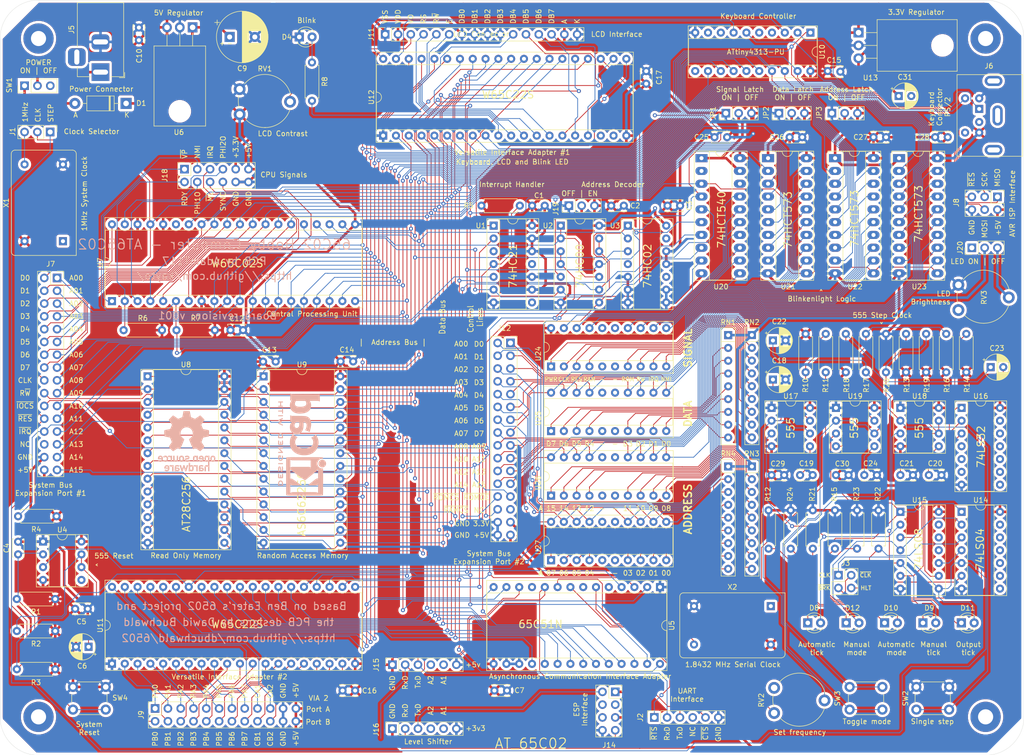
<source format=kicad_pcb>
(kicad_pcb (version 20171130) (host pcbnew "(5.1.9)-1")
  (layers (0 F.Cu signal hide) (31 B.Cu signal hide) (34 B.Paste user) (35 F.Paste user) (36 B.SilkS user) (37 F.SilkS user) (38 B.Mask user) (39 F.Mask user) (44 Edge.Cuts user))
  (net 0 "")
  (net 1 +5V)
  (net 2 GND)
  (net 3 "Net-(C4-Pad1)")
  (net 4 "/6502 Peripherals/v1pb0")
  (net 5 CLK)
  (net 6 CLKOUT)
  (net 7 a0)
  (net 8 a1)
  (net 9 a2)
  (net 10 a3)
  (net 11 a4)
  (net 12 a5)
  (net 13 a6)
  (net 14 a7)
  (net 15 a8)
  (net 16 a9)
  (net 17 a10)
  (net 18 a11)
  (net 19 a12)
  (net 20 a13)
  (net 21 a14)
  (net 22 a15)
  (net 23 d0)
  (net 24 d1)
  (net 25 d2)
  (net 26 d3)
  (net 27 d4)
  (net 28 d5)
  (net 29 d6)
  (net 30 d7)
  (net 31 R~W)
  (net 32 ~IOCS)
  (net 33 ~RES)
  (net 34 ~IRQX)
  (net 35 "/6502 Peripherals/v1pb1")
  (net 36 "/6502 Peripherals/v1pb2")
  (net 37 "/6502 Peripherals/v1pb3")
  (net 38 "/6502 Peripherals/v1pb4")
  (net 39 "/6502 Peripherals/v1pb5")
  (net 40 "/6502 Peripherals/v1pb6")
  (net 41 "/6502 Peripherals/v1pb7")
  (net 42 "/6502 Peripherals/v2pa0")
  (net 43 "/6502 Peripherals/v2pa1")
  (net 44 "/6502 Peripherals/v2pa2")
  (net 45 "/6502 Peripherals/v2pa3")
  (net 46 "/6502 Peripherals/v2pa4")
  (net 47 "/6502 Peripherals/v2pa5")
  (net 48 "/6502 Peripherals/v2pa6")
  (net 49 "/6502 Peripherals/v2pa7")
  (net 50 "/6502 Peripherals/v2pa8")
  (net 51 "/6502 Peripherals/v2pa9")
  (net 52 "/6502 Peripherals/v2pb0")
  (net 53 "/6502 Peripherals/v2pb1")
  (net 54 "/6502 Peripherals/v2pb2")
  (net 55 "/6502 Peripherals/v2pb3")
  (net 56 "/6502 Peripherals/v2pb4")
  (net 57 "/6502 Peripherals/v2pb5")
  (net 58 "/6502 Peripherals/v2pb6")
  (net 59 "/6502 Peripherals/v2pb7")
  (net 60 "/6502 Peripherals/v2pb8")
  (net 61 "/6502 Peripherals/v2pb9")
  (net 62 KBCLK)
  (net 63 KBDAT)
  (net 64 ~ROM_CS)
  (net 65 ~ROM_OE)
  (net 66 ~IRQ)
  (net 67 ~RAM_CS)
  (net 68 ~AIRQ)
  (net 69 ~V2IRQ)
  (net 70 ~V1IRQ)
  (net 71 "/6502 Peripherals/v1pa8")
  (net 72 "/6502 Peripherals/v1pa9")
  (net 73 "/6502 Peripherals/v1pa7")
  (net 74 "/6502 Peripherals/v1pa6")
  (net 75 "/6502 Peripherals/v1pa5")
  (net 76 "/6502 Peripherals/v1pa4")
  (net 77 "/6502 Peripherals/v1pa3")
  (net 78 "/6502 Peripherals/v1pa2")
  (net 79 "/6502 Peripherals/v1pa1")
  (net 80 "/6502 Peripherals/v1pa0")
  (net 81 RxD)
  (net 82 ~CTS)
  (net 83 TxD)
  (net 84 ~RTS)
  (net 85 RS232CLK)
  (net 86 "Net-(X1-Pad1)")
  (net 87 "Net-(X2-Pad1)")
  (net 88 "Net-(D1-Pad2)")
  (net 89 "Net-(D4-Pad2)")
  (net 90 "Net-(U2-Pad12)")
  (net 91 "Net-(U4-Pad5)")
  (net 92 "Net-(U5-Pad5)")
  (net 93 "Net-(U5-Pad7)")
  (net 94 "Net-(U5-Pad11)")
  (net 95 "Net-(U7-Pad35)")
  (net 96 "Net-(U10-Pad9)")
  (net 97 "Net-(U10-Pad8)")
  (net 98 "Net-(U10-Pad5)")
  (net 99 "Net-(U10-Pad4)")
  (net 100 "Net-(U10-Pad11)")
  (net 101 "Net-(U12-Pad19)")
  (net 102 "Net-(U12-Pad18)")
  (net 103 "Net-(C6-Pad1)")
  (net 104 "Net-(J6-Pad6)")
  (net 105 "Net-(J6-Pad2)")
  (net 106 "Net-(J7-Pad28)")
  (net 107 "Net-(J11-Pad3)")
  (net 108 "Net-(U1-Pad8)")
  (net 109 "Net-(U3-Pad10)")
  (net 110 "Net-(U3-Pad13)")
  (net 111 "Net-(U3-Pad4)")
  (net 112 "Net-(C9-Pad1)")
  (net 113 "Net-(SW1-Pad3)")
  (net 114 AUTO)
  (net 115 MAN)
  (net 116 ~MODE)
  (net 117 MODE)
  (net 118 HLT)
  (net 119 ~BRK)
  (net 120 "Net-(D8-Pad1)")
  (net 121 "Net-(D9-Pad1)")
  (net 122 "Net-(D10-Pad1)")
  (net 123 "Net-(D11-Pad1)")
  (net 124 "Net-(D12-Pad1)")
  (net 125 "Net-(C18-Pad1)")
  (net 126 "Net-(C19-Pad1)")
  (net 127 "Net-(C20-Pad1)")
  (net 128 "Net-(C21-Pad1)")
  (net 129 "Net-(C22-Pad1)")
  (net 130 "Net-(C23-Pad1)")
  (net 131 "Net-(C24-Pad1)")
  (net 132 +3.3V)
  (net 133 "Net-(C31-Pad2)")
  (net 134 CLKx)
  (net 135 ~CLKx)
  (net 136 "Net-(J5-Pad1)")
  (net 137 RxD3)
  (net 138 "Net-(J14-Pad6)")
  (net 139 "Net-(J14-Pad4)")
  (net 140 TxD3)
  (net 141 "Net-(J15-Pad5)")
  (net 142 "Net-(J15-Pad4)")
  (net 143 "Net-(J16-Pad4)")
  (net 144 "Net-(J16-Pad5)")
  (net 145 "Net-(JP1-Pad2)")
  (net 146 "Net-(JP2-Pad2)")
  (net 147 "Net-(JP3-Pad2)")
  (net 148 "Net-(R10-Pad2)")
  (net 149 "Net-(R11-Pad2)")
  (net 150 "Net-(R13-Pad2)")
  (net 151 "Net-(R16-Pad2)")
  (net 152 "Net-(R19-Pad2)")
  (net 153 "Net-(RN1-Pad9)")
  (net 154 "Net-(RN1-Pad8)")
  (net 155 "Net-(RN1-Pad7)")
  (net 156 "Net-(RN1-Pad6)")
  (net 157 "Net-(RN1-Pad5)")
  (net 158 "Net-(RN1-Pad4)")
  (net 159 "Net-(RN1-Pad3)")
  (net 160 "Net-(RN1-Pad2)")
  (net 161 LED_bright)
  (net 162 "Net-(RN2-Pad9)")
  (net 163 "Net-(RN2-Pad8)")
  (net 164 "Net-(RN2-Pad7)")
  (net 165 "Net-(RN2-Pad6)")
  (net 166 "Net-(RN2-Pad5)")
  (net 167 "Net-(RN2-Pad4)")
  (net 168 "Net-(RN2-Pad3)")
  (net 169 "Net-(RN2-Pad2)")
  (net 170 "Net-(RN3-Pad2)")
  (net 171 "Net-(RN3-Pad3)")
  (net 172 "Net-(RN3-Pad4)")
  (net 173 "Net-(RN3-Pad5)")
  (net 174 "Net-(RN3-Pad6)")
  (net 175 "Net-(RN3-Pad7)")
  (net 176 "Net-(RN3-Pad8)")
  (net 177 "Net-(RN3-Pad9)")
  (net 178 "Net-(RN4-Pad2)")
  (net 179 "Net-(RN4-Pad3)")
  (net 180 "Net-(RN4-Pad4)")
  (net 181 "Net-(RN4-Pad5)")
  (net 182 "Net-(RN4-Pad6)")
  (net 183 "Net-(RN4-Pad7)")
  (net 184 "Net-(RN4-Pad8)")
  (net 185 "Net-(RN4-Pad9)")
  (net 186 "Net-(RV2-Pad3)")
  (net 187 "Net-(RV3-Pad1)")
  (net 188 "Net-(U14-Pad4)")
  (net 189 "Net-(U15-Pad6)")
  (net 190 "Net-(U15-Pad3)")
  (net 191 "Net-(U15-Pad9)")
  (net 192 "Net-(U20-Pad18)")
  (net 193 "Net-(U20-Pad17)")
  (net 194 "Net-(U20-Pad16)")
  (net 195 "Net-(U20-Pad15)")
  (net 196 "Net-(U20-Pad14)")
  (net 197 "Net-(U20-Pad13)")
  (net 198 "Net-(U20-Pad12)")
  (net 199 "Net-(U20-Pad2)")
  (net 200 "Net-(U20-Pad11)")
  (net 201 "Net-(U24-Pad16)")
  (net 202 "Net-(U24-Pad6)")
  (net 203 "Net-(U24-Pad15)")
  (net 204 "Net-(U24-Pad5)")
  (net 205 "Net-(U25-Pad16)")
  (net 206 "Net-(U25-Pad6)")
  (net 207 "Net-(U25-Pad15)")
  (net 208 "Net-(U25-Pad5)")
  (net 209 "Net-(U26-Pad16)")
  (net 210 "Net-(U26-Pad6)")
  (net 211 "Net-(U26-Pad15)")
  (net 212 "Net-(U26-Pad5)")
  (net 213 "Net-(U27-Pad16)")
  (net 214 "Net-(U27-Pad6)")
  (net 215 "Net-(U27-Pad15)")
  (net 216 "Net-(U27-Pad5)")
  (net 217 "Net-(J14-Pad3)")
  (net 218 RDY)
  (net 219 ~NMI)
  (net 220 PHI2O)
  (net 221 SYNC)
  (net 222 ~ML)
  (net 223 PHI1O)
  (net 224 ~VP)
  (net 225 "Net-(J12-Pad27)")
  (net 226 AD_EN)
  (net 227 "Net-(J2-Pad4)")
  (net 228 db7)
  (net 229 db6)
  (net 230 db5)
  (net 231 db4)
  (net 232 db3)
  (net 233 db2)
  (net 234 db1)
  (net 235 db0)
  (net 236 ab14)
  (net 237 ab15)
  (net 238 ab12)
  (net 239 ab13)
  (net 240 ab10)
  (net 241 ab11)
  (net 242 ab8)
  (net 243 ab9)
  (net 244 ab7)
  (net 245 ab6)
  (net 246 ab5)
  (net 247 ab4)
  (net 248 ab3)
  (net 249 ab2)
  (net 250 ab1)
  (net 251 ab0)
  (net 252 "Net-(J20-Pad1)")
  (net 253 "Net-(J20-Pad3)")
  (module Capacitor_THT:C_Disc_D3.4mm_W2.1mm_P2.50mm (layer F.Cu) (at 45.32 28.265 90)
    (fp_text reference C10 (at -3.115 0.06 90) (layer F.SilkS))
    (fp_text value 0.1uF)
    (pad 1 thru_hole circle (at 0 0 90) (size 1.6 1.6) (drill 0.8) (layers *.Cu *.Mask) (net 1 +5V))
    (pad 2 thru_hole circle (at 2.5 0 90) (size 1.6 1.6) (drill 0.8) (layers *.Cu *.Mask) (net 2 GND))
  )
  (module Button_Switch_THT:SW_PUSH_6mm (layer F.Cu) (at 32.24 156.625)
    (fp_text reference SW4 (at 9.35 2.175) (layer F.SilkS))
    (fp_text value SW_SPDT)
    (pad 1 thru_hole circle (at 6.5 0 90) (size 2 2) (drill 1.1) (layers *.Cu *.Mask) (net 2 GND))
    (pad 2 thru_hole circle (at 6.5 4.5 90) (size 2 2) (drill 1.1) (layers *.Cu *.Mask) (net 3 "Net-(C4-Pad1)"))
    (pad 1 thru_hole circle (at 0 0 90) (size 2 2) (drill 1.1) (layers *.Cu *.Mask) (net 2 GND))
    (pad 2 thru_hole circle (at 0 4.5 90) (size 2 2) (drill 1.1) (layers *.Cu *.Mask) (net 3 "Net-(C4-Pad1)"))
  )
  (module Button_Switch_THT:SW_PUSH_6mm (layer F.Cu) (at 199.619 156.625)
    (fp_text reference SW2 (at -2.159 2.286 90) (layer F.SilkS))
    (fp_text value Step)
    (pad 1 thru_hole circle (at 6.5 0 90) (size 2 2) (drill 1.1) (layers *.Cu *.Mask) (net 2 GND))
    (pad 2 thru_hole circle (at 6.5 4.5 90) (size 2 2) (drill 1.1) (layers *.Cu *.Mask) (net 150 "Net-(R13-Pad2)"))
    (pad 1 thru_hole circle (at 0 0 90) (size 2 2) (drill 1.1) (layers *.Cu *.Mask) (net 2 GND))
    (pad 2 thru_hole circle (at 0 4.5 90) (size 2 2) (drill 1.1) (layers *.Cu *.Mask) (net 150 "Net-(R13-Pad2)"))
  )
  (module Button_Switch_THT:SW_PUSH_6mm (layer F.Cu) (at 186.379 156.625)
    (fp_text reference SW3 (at -2.413 2.286 90) (layer F.SilkS))
    (fp_text value Mode)
    (pad 1 thru_hole circle (at 6.5 0 90) (size 2 2) (drill 1.1) (layers *.Cu *.Mask) (net 129 "Net-(C22-Pad1)"))
    (pad 2 thru_hole circle (at 6.5 4.5 90) (size 2 2) (drill 1.1) (layers *.Cu *.Mask) (net 152 "Net-(R19-Pad2)"))
    (pad 1 thru_hole circle (at 0 0 90) (size 2 2) (drill 1.1) (layers *.Cu *.Mask) (net 129 "Net-(C22-Pad1)"))
    (pad 2 thru_hole circle (at 0 4.5 90) (size 2 2) (drill 1.1) (layers *.Cu *.Mask) (net 152 "Net-(R19-Pad2)"))
  )
  (module Connector_PinHeader_2.54mm:PinHeader_1x03_P2.54mm_Vertical (layer F.Cu) (at 182.85 42.76 90)
    (fp_text reference JP3 (at 0 -2.53 90) (layer F.SilkS))
    (fp_text value EN_ADDR)
    (pad 3 thru_hole oval (at 0 5.08 90) (size 1.7 1.7) (drill 1) (layers *.Cu *.Mask) (net 1 +5V))
    (pad 2 thru_hole oval (at 0 2.54 90) (size 1.7 1.7) (drill 1) (layers *.Cu *.Mask) (net 147 "Net-(JP3-Pad2)"))
    (pad 1 thru_hole rect (at 0 0 90) (size 1.7 1.7) (drill 1) (layers *.Cu *.Mask) (net 2 GND))
  )
  (module Connector_PinHeader_2.54mm:PinHeader_1x03_P2.54mm_Vertical (layer F.Cu) (at 172.33 42.76 90)
    (fp_text reference JP2 (at 0 -2.53 90) (layer F.SilkS))
    (fp_text value EN_DATA)
    (pad 3 thru_hole oval (at 0 5.08 90) (size 1.7 1.7) (drill 1) (layers *.Cu *.Mask) (net 1 +5V))
    (pad 2 thru_hole oval (at 0 2.54 90) (size 1.7 1.7) (drill 1) (layers *.Cu *.Mask) (net 146 "Net-(JP2-Pad2)"))
    (pad 1 thru_hole rect (at 0 0 90) (size 1.7 1.7) (drill 1) (layers *.Cu *.Mask) (net 2 GND))
  )
  (module Connector_PinHeader_2.54mm:PinHeader_1x03_P2.54mm_Vertical (layer F.Cu) (at 161.81 42.76 90)
    (fp_text reference JP1 (at 0 -2.53 90) (layer F.SilkS))
    (fp_text value EN_SIGNAL)
    (pad 3 thru_hole oval (at 0 5.08 90) (size 1.7 1.7) (drill 1) (layers *.Cu *.Mask) (net 1 +5V))
    (pad 2 thru_hole oval (at 0 2.54 90) (size 1.7 1.7) (drill 1) (layers *.Cu *.Mask) (net 145 "Net-(JP1-Pad2)"))
    (pad 1 thru_hole rect (at 0 0 90) (size 1.7 1.7) (drill 1) (layers *.Cu *.Mask) (net 2 GND))
  )
  (module Connector_PinSocket_2.54mm:PinSocket_2x16_P2.54mm_Vertical (layer F.Cu) (at 119.06 88.36)
    (fp_text reference J12 (at -1.22 -2.93) (layer F.SilkS))
    (fp_text value "Expansion port #2")
    (pad 32 thru_hole oval (at -2.54 38.1) (size 1.7 1.7) (drill 1) (layers *.Cu *.Mask) (net 2 GND))
    (pad 31 thru_hole oval (at 0 38.1) (size 1.7 1.7) (drill 1) (layers *.Cu *.Mask) (net 1 +5V))
    (pad 30 thru_hole oval (at -2.54 35.56) (size 1.7 1.7) (drill 1) (layers *.Cu *.Mask) (net 2 GND))
    (pad 29 thru_hole oval (at 0 35.56) (size 1.7 1.7) (drill 1) (layers *.Cu *.Mask) (net 132 +3.3V))
    (pad 28 thru_hole oval (at -2.54 33.02) (size 1.7 1.7) (drill 1) (layers *.Cu *.Mask) (net 67 ~RAM_CS))
    (pad 27 thru_hole oval (at 0 33.02) (size 1.7 1.7) (drill 1) (layers *.Cu *.Mask) (net 225 "Net-(J12-Pad27)"))
    (pad 26 thru_hole oval (at -2.54 30.48) (size 1.7 1.7) (drill 1) (layers *.Cu *.Mask) (net 64 ~ROM_CS))
    (pad 25 thru_hole oval (at 0 30.48) (size 1.7 1.7) (drill 1) (layers *.Cu *.Mask) (net 65 ~ROM_OE))
    (pad 24 thru_hole oval (at -2.54 27.94) (size 1.7 1.7) (drill 1) (layers *.Cu *.Mask) (net 236 ab14))
    (pad 23 thru_hole oval (at 0 27.94) (size 1.7 1.7) (drill 1) (layers *.Cu *.Mask) (net 237 ab15))
    (pad 22 thru_hole oval (at -2.54 25.4) (size 1.7 1.7) (drill 1) (layers *.Cu *.Mask) (net 238 ab12))
    (pad 21 thru_hole oval (at 0 25.4) (size 1.7 1.7) (drill 1) (layers *.Cu *.Mask) (net 239 ab13))
    (pad 20 thru_hole oval (at -2.54 22.86) (size 1.7 1.7) (drill 1) (layers *.Cu *.Mask) (net 240 ab10))
    (pad 19 thru_hole oval (at 0 22.86) (size 1.7 1.7) (drill 1) (layers *.Cu *.Mask) (net 241 ab11))
    (pad 18 thru_hole oval (at -2.54 20.32) (size 1.7 1.7) (drill 1) (layers *.Cu *.Mask) (net 242 ab8))
    (pad 17 thru_hole oval (at 0 20.32) (size 1.7 1.7) (drill 1) (layers *.Cu *.Mask) (net 243 ab9))
    (pad 16 thru_hole oval (at -2.54 17.78) (size 1.7 1.7) (drill 1) (layers *.Cu *.Mask) (net 244 ab7))
    (pad 15 thru_hole oval (at 0 17.78) (size 1.7 1.7) (drill 1) (layers *.Cu *.Mask) (net 228 db7))
    (pad 14 thru_hole oval (at -2.54 15.24) (size 1.7 1.7) (drill 1) (layers *.Cu *.Mask) (net 245 ab6))
    (pad 13 thru_hole oval (at 0 15.24) (size 1.7 1.7) (drill 1) (layers *.Cu *.Mask) (net 229 db6))
    (pad 12 thru_hole oval (at -2.54 12.7) (size 1.7 1.7) (drill 1) (layers *.Cu *.Mask) (net 246 ab5))
    (pad 11 thru_hole oval (at 0 12.7) (size 1.7 1.7) (drill 1) (layers *.Cu *.Mask) (net 230 db5))
    (pad 10 thru_hole oval (at -2.54 10.16) (size 1.7 1.7) (drill 1) (layers *.Cu *.Mask) (net 247 ab4))
    (pad 9 thru_hole oval (at 0 10.16) (size 1.7 1.7) (drill 1) (layers *.Cu *.Mask) (net 231 db4))
    (pad 8 thru_hole oval (at -2.54 7.62) (size 1.7 1.7) (drill 1) (layers *.Cu *.Mask) (net 248 ab3))
    (pad 7 thru_hole oval (at 0 7.62) (size 1.7 1.7) (drill 1) (layers *.Cu *.Mask) (net 232 db3))
    (pad 6 thru_hole oval (at -2.54 5.08) (size 1.7 1.7) (drill 1) (layers *.Cu *.Mask) (net 249 ab2))
    (pad 5 thru_hole oval (at 0 5.08) (size 1.7 1.7) (drill 1) (layers *.Cu *.Mask) (net 233 db2))
    (pad 4 thru_hole oval (at -2.54 2.54) (size 1.7 1.7) (drill 1) (layers *.Cu *.Mask) (net 250 ab1))
    (pad 3 thru_hole oval (at 0 2.54) (size 1.7 1.7) (drill 1) (layers *.Cu *.Mask) (net 234 db1))
    (pad 2 thru_hole oval (at -2.54 0) (size 1.7 1.7) (drill 1) (layers *.Cu *.Mask) (net 251 ab0))
    (pad 1 thru_hole rect (at 0 0) (size 1.7 1.7) (drill 1) (layers *.Cu *.Mask) (net 235 db0))
  )
  (module Package_DIP:DIP-20_W7.62mm_Socket (layer F.Cu) (at 127.12 105.846666 90)
    (fp_text reference U25 (at 2.54 -2.54 90) (layer F.SilkS))
    (fp_text value 10_LED_Array)
    (pad 20 thru_hole oval (at 7.62 0 90) (size 1.6 1.6) (drill 0.8) (layers *.Cu *.Mask) (net 228 db7))
    (pad 10 thru_hole oval (at 0 22.86 90) (size 1.6 1.6) (drill 0.8) (layers *.Cu *.Mask) (net 153 "Net-(RN1-Pad9)"))
    (pad 19 thru_hole oval (at 7.62 2.54 90) (size 1.6 1.6) (drill 0.8) (layers *.Cu *.Mask) (net 229 db6))
    (pad 9 thru_hole oval (at 0 20.32 90) (size 1.6 1.6) (drill 0.8) (layers *.Cu *.Mask) (net 154 "Net-(RN1-Pad8)"))
    (pad 18 thru_hole oval (at 7.62 5.08 90) (size 1.6 1.6) (drill 0.8) (layers *.Cu *.Mask) (net 230 db5))
    (pad 8 thru_hole oval (at 0 17.78 90) (size 1.6 1.6) (drill 0.8) (layers *.Cu *.Mask) (net 155 "Net-(RN1-Pad7)"))
    (pad 17 thru_hole oval (at 7.62 7.62 90) (size 1.6 1.6) (drill 0.8) (layers *.Cu *.Mask) (net 231 db4))
    (pad 7 thru_hole oval (at 0 15.24 90) (size 1.6 1.6) (drill 0.8) (layers *.Cu *.Mask) (net 156 "Net-(RN1-Pad6)"))
    (pad 16 thru_hole oval (at 7.62 10.16 90) (size 1.6 1.6) (drill 0.8) (layers *.Cu *.Mask) (net 205 "Net-(U25-Pad16)"))
    (pad 6 thru_hole oval (at 0 12.7 90) (size 1.6 1.6) (drill 0.8) (layers *.Cu *.Mask) (net 206 "Net-(U25-Pad6)"))
    (pad 15 thru_hole oval (at 7.62 12.7 90) (size 1.6 1.6) (drill 0.8) (layers *.Cu *.Mask) (net 207 "Net-(U25-Pad15)"))
    (pad 5 thru_hole oval (at 0 10.16 90) (size 1.6 1.6) (drill 0.8) (layers *.Cu *.Mask) (net 208 "Net-(U25-Pad5)"))
    (pad 14 thru_hole oval (at 7.62 15.24 90) (size 1.6 1.6) (drill 0.8) (layers *.Cu *.Mask) (net 232 db3))
    (pad 4 thru_hole oval (at 0 7.62 90) (size 1.6 1.6) (drill 0.8) (layers *.Cu *.Mask) (net 157 "Net-(RN1-Pad5)"))
    (pad 13 thru_hole oval (at 7.62 17.78 90) (size 1.6 1.6) (drill 0.8) (layers *.Cu *.Mask) (net 233 db2))
    (pad 3 thru_hole oval (at 0 5.08 90) (size 1.6 1.6) (drill 0.8) (layers *.Cu *.Mask) (net 158 "Net-(RN1-Pad4)"))
    (pad 12 thru_hole oval (at 7.62 20.32 90) (size 1.6 1.6) (drill 0.8) (layers *.Cu *.Mask) (net 234 db1))
    (pad 2 thru_hole oval (at 0 2.54 90) (size 1.6 1.6) (drill 0.8) (layers *.Cu *.Mask) (net 159 "Net-(RN1-Pad3)"))
    (pad 11 thru_hole oval (at 7.62 22.86 90) (size 1.6 1.6) (drill 0.8) (layers *.Cu *.Mask) (net 235 db0))
    (pad 1 thru_hole rect (at 0 0 90) (size 1.6 1.6) (drill 0.8) (layers *.Cu *.Mask) (net 160 "Net-(RN1-Pad2)"))
  )
  (module Package_DIP:DIP-20_W7.62mm_Socket (layer F.Cu) (at 127.12 93.03 90)
    (fp_text reference U24 (at 2.54 -2.54 270) (layer F.SilkS))
    (fp_text value 10_LED_Array)
    (pad 20 thru_hole oval (at 7.62 0 90) (size 1.6 1.6) (drill 0.8) (layers *.Cu *.Mask) (net 1 +5V))
    (pad 10 thru_hole oval (at 0 22.86 90) (size 1.6 1.6) (drill 0.8) (layers *.Cu *.Mask) (net 162 "Net-(RN2-Pad9)"))
    (pad 19 thru_hole oval (at 7.62 2.54 90) (size 1.6 1.6) (drill 0.8) (layers *.Cu *.Mask) (net 193 "Net-(U20-Pad17)"))
    (pad 9 thru_hole oval (at 0 20.32 90) (size 1.6 1.6) (drill 0.8) (layers *.Cu *.Mask) (net 163 "Net-(RN2-Pad8)"))
    (pad 18 thru_hole oval (at 7.62 5.08 90) (size 1.6 1.6) (drill 0.8) (layers *.Cu *.Mask) (net 194 "Net-(U20-Pad16)"))
    (pad 8 thru_hole oval (at 0 17.78 90) (size 1.6 1.6) (drill 0.8) (layers *.Cu *.Mask) (net 164 "Net-(RN2-Pad7)"))
    (pad 17 thru_hole oval (at 7.62 7.62 90) (size 1.6 1.6) (drill 0.8) (layers *.Cu *.Mask) (net 195 "Net-(U20-Pad15)"))
    (pad 7 thru_hole oval (at 0 15.24 90) (size 1.6 1.6) (drill 0.8) (layers *.Cu *.Mask) (net 165 "Net-(RN2-Pad6)"))
    (pad 16 thru_hole oval (at 7.62 10.16 90) (size 1.6 1.6) (drill 0.8) (layers *.Cu *.Mask) (net 201 "Net-(U24-Pad16)"))
    (pad 6 thru_hole oval (at 0 12.7 90) (size 1.6 1.6) (drill 0.8) (layers *.Cu *.Mask) (net 202 "Net-(U24-Pad6)"))
    (pad 15 thru_hole oval (at 7.62 12.7 90) (size 1.6 1.6) (drill 0.8) (layers *.Cu *.Mask) (net 203 "Net-(U24-Pad15)"))
    (pad 5 thru_hole oval (at 0 10.16 90) (size 1.6 1.6) (drill 0.8) (layers *.Cu *.Mask) (net 204 "Net-(U24-Pad5)"))
    (pad 14 thru_hole oval (at 7.62 15.24 90) (size 1.6 1.6) (drill 0.8) (layers *.Cu *.Mask) (net 196 "Net-(U20-Pad14)"))
    (pad 4 thru_hole oval (at 0 7.62 90) (size 1.6 1.6) (drill 0.8) (layers *.Cu *.Mask) (net 166 "Net-(RN2-Pad5)"))
    (pad 13 thru_hole oval (at 7.62 17.78 90) (size 1.6 1.6) (drill 0.8) (layers *.Cu *.Mask) (net 197 "Net-(U20-Pad13)"))
    (pad 3 thru_hole oval (at 0 5.08 90) (size 1.6 1.6) (drill 0.8) (layers *.Cu *.Mask) (net 167 "Net-(RN2-Pad4)"))
    (pad 12 thru_hole oval (at 7.62 20.32 90) (size 1.6 1.6) (drill 0.8) (layers *.Cu *.Mask) (net 198 "Net-(U20-Pad12)"))
    (pad 2 thru_hole oval (at 0 2.54 90) (size 1.6 1.6) (drill 0.8) (layers *.Cu *.Mask) (net 168 "Net-(RN2-Pad3)"))
    (pad 11 thru_hole oval (at 7.62 22.86 90) (size 1.6 1.6) (drill 0.8) (layers *.Cu *.Mask) (net 200 "Net-(U20-Pad11)"))
    (pad 1 thru_hole rect (at 0 0 90) (size 1.6 1.6) (drill 0.8) (layers *.Cu *.Mask) (net 169 "Net-(RN2-Pad2)"))
  )
  (module Package_DIP:DIP-20_W7.62mm_Socket (layer F.Cu) (at 127.12 118.663332 90)
    (fp_text reference U26 (at 2.54 -2.54 90) (layer F.SilkS))
    (fp_text value 10_LED_Array)
    (pad 20 thru_hole oval (at 7.62 0 90) (size 1.6 1.6) (drill 0.8) (layers *.Cu *.Mask) (net 237 ab15))
    (pad 10 thru_hole oval (at 0 22.86 90) (size 1.6 1.6) (drill 0.8) (layers *.Cu *.Mask) (net 177 "Net-(RN3-Pad9)"))
    (pad 19 thru_hole oval (at 7.62 2.54 90) (size 1.6 1.6) (drill 0.8) (layers *.Cu *.Mask) (net 236 ab14))
    (pad 9 thru_hole oval (at 0 20.32 90) (size 1.6 1.6) (drill 0.8) (layers *.Cu *.Mask) (net 176 "Net-(RN3-Pad8)"))
    (pad 18 thru_hole oval (at 7.62 5.08 90) (size 1.6 1.6) (drill 0.8) (layers *.Cu *.Mask) (net 239 ab13))
    (pad 8 thru_hole oval (at 0 17.78 90) (size 1.6 1.6) (drill 0.8) (layers *.Cu *.Mask) (net 175 "Net-(RN3-Pad7)"))
    (pad 17 thru_hole oval (at 7.62 7.62 90) (size 1.6 1.6) (drill 0.8) (layers *.Cu *.Mask) (net 238 ab12))
    (pad 7 thru_hole oval (at 0 15.24 90) (size 1.6 1.6) (drill 0.8) (layers *.Cu *.Mask) (net 174 "Net-(RN3-Pad6)"))
    (pad 16 thru_hole oval (at 7.62 10.16 90) (size 1.6 1.6) (drill 0.8) (layers *.Cu *.Mask) (net 209 "Net-(U26-Pad16)"))
    (pad 6 thru_hole oval (at 0 12.7 90) (size 1.6 1.6) (drill 0.8) (layers *.Cu *.Mask) (net 210 "Net-(U26-Pad6)"))
    (pad 15 thru_hole oval (at 7.62 12.7 90) (size 1.6 1.6) (drill 0.8) (layers *.Cu *.Mask) (net 211 "Net-(U26-Pad15)"))
    (pad 5 thru_hole oval (at 0 10.16 90) (size 1.6 1.6) (drill 0.8) (layers *.Cu *.Mask) (net 212 "Net-(U26-Pad5)"))
    (pad 14 thru_hole oval (at 7.62 15.24 90) (size 1.6 1.6) (drill 0.8) (layers *.Cu *.Mask) (net 241 ab11))
    (pad 4 thru_hole oval (at 0 7.62 90) (size 1.6 1.6) (drill 0.8) (layers *.Cu *.Mask) (net 173 "Net-(RN3-Pad5)"))
    (pad 13 thru_hole oval (at 7.62 17.78 90) (size 1.6 1.6) (drill 0.8) (layers *.Cu *.Mask) (net 240 ab10))
    (pad 3 thru_hole oval (at 0 5.08 90) (size 1.6 1.6) (drill 0.8) (layers *.Cu *.Mask) (net 172 "Net-(RN3-Pad4)"))
    (pad 12 thru_hole oval (at 7.62 20.32 90) (size 1.6 1.6) (drill 0.8) (layers *.Cu *.Mask) (net 243 ab9))
    (pad 2 thru_hole oval (at 0 2.54 90) (size 1.6 1.6) (drill 0.8) (layers *.Cu *.Mask) (net 171 "Net-(RN3-Pad3)"))
    (pad 11 thru_hole oval (at 7.62 22.86 90) (size 1.6 1.6) (drill 0.8) (layers *.Cu *.Mask) (net 242 ab8))
    (pad 1 thru_hole rect (at 0 0 90) (size 1.6 1.6) (drill 0.8) (layers *.Cu *.Mask) (net 170 "Net-(RN3-Pad2)"))
  )
  (module Package_DIP:DIP-20_W7.62mm_Socket (layer F.Cu) (at 127.12 131.48 90)
    (fp_text reference U27 (at 2.54 -2.54 90) (layer F.SilkS))
    (fp_text value 10_LED_Array)
    (pad 20 thru_hole oval (at 7.62 0 90) (size 1.6 1.6) (drill 0.8) (layers *.Cu *.Mask) (net 244 ab7))
    (pad 10 thru_hole oval (at 0 22.86 90) (size 1.6 1.6) (drill 0.8) (layers *.Cu *.Mask) (net 185 "Net-(RN4-Pad9)"))
    (pad 19 thru_hole oval (at 7.62 2.54 90) (size 1.6 1.6) (drill 0.8) (layers *.Cu *.Mask) (net 245 ab6))
    (pad 9 thru_hole oval (at 0 20.32 90) (size 1.6 1.6) (drill 0.8) (layers *.Cu *.Mask) (net 184 "Net-(RN4-Pad8)"))
    (pad 18 thru_hole oval (at 7.62 5.08 90) (size 1.6 1.6) (drill 0.8) (layers *.Cu *.Mask) (net 246 ab5))
    (pad 8 thru_hole oval (at 0 17.78 90) (size 1.6 1.6) (drill 0.8) (layers *.Cu *.Mask) (net 183 "Net-(RN4-Pad7)"))
    (pad 17 thru_hole oval (at 7.62 7.62 90) (size 1.6 1.6) (drill 0.8) (layers *.Cu *.Mask) (net 247 ab4))
    (pad 7 thru_hole oval (at 0 15.24 90) (size 1.6 1.6) (drill 0.8) (layers *.Cu *.Mask) (net 182 "Net-(RN4-Pad6)"))
    (pad 16 thru_hole oval (at 7.62 10.16 90) (size 1.6 1.6) (drill 0.8) (layers *.Cu *.Mask) (net 213 "Net-(U27-Pad16)"))
    (pad 6 thru_hole oval (at 0 12.7 90) (size 1.6 1.6) (drill 0.8) (layers *.Cu *.Mask) (net 214 "Net-(U27-Pad6)"))
    (pad 15 thru_hole oval (at 7.62 12.7 90) (size 1.6 1.6) (drill 0.8) (layers *.Cu *.Mask) (net 215 "Net-(U27-Pad15)"))
    (pad 5 thru_hole oval (at 0 10.16 90) (size 1.6 1.6) (drill 0.8) (layers *.Cu *.Mask) (net 216 "Net-(U27-Pad5)"))
    (pad 14 thru_hole oval (at 7.62 15.24 90) (size 1.6 1.6) (drill 0.8) (layers *.Cu *.Mask) (net 248 ab3))
    (pad 4 thru_hole oval (at 0 7.62 90) (size 1.6 1.6) (drill 0.8) (layers *.Cu *.Mask) (net 181 "Net-(RN4-Pad5)"))
    (pad 13 thru_hole oval (at 7.62 17.78 90) (size 1.6 1.6) (drill 0.8) (layers *.Cu *.Mask) (net 249 ab2))
    (pad 3 thru_hole oval (at 0 5.08 90) (size 1.6 1.6) (drill 0.8) (layers *.Cu *.Mask) (net 180 "Net-(RN4-Pad4)"))
    (pad 12 thru_hole oval (at 7.62 20.32 90) (size 1.6 1.6) (drill 0.8) (layers *.Cu *.Mask) (net 250 ab1))
    (pad 2 thru_hole oval (at 0 2.54 90) (size 1.6 1.6) (drill 0.8) (layers *.Cu *.Mask) (net 179 "Net-(RN4-Pad3)"))
    (pad 11 thru_hole oval (at 7.62 22.86 90) (size 1.6 1.6) (drill 0.8) (layers *.Cu *.Mask) (net 251 ab0))
    (pad 1 thru_hole rect (at 0 0 90) (size 1.6 1.6) (drill 0.8) (layers *.Cu *.Mask) (net 178 "Net-(RN4-Pad2)"))
  )
  (module Potentiometer_THT:Potentiometer_Piher_PT-10-V10_Vertical (layer F.Cu) (at 207.96 81.83)
    (fp_text reference RV3 (at 5.09 -2.5 90) (layer F.SilkS))
    (fp_text value 150k)
    (pad 3 thru_hole circle (at 0 -5) (size 2.34 2.34) (drill 1.3) (layers *.Cu *.Mask) (net 2 GND))
    (pad 2 thru_hole circle (at 10 -2.5) (size 2.34 2.34) (drill 1.3) (layers *.Cu *.Mask) (net 253 "Net-(J20-Pad3)"))
    (pad 1 thru_hole circle (at 0 0) (size 2.34 2.34) (drill 1.3) (layers *.Cu *.Mask) (net 187 "Net-(RV3-Pad1)"))
  )
  (module Connector_PinSocket_2.54mm:PinSocket_1x06_P2.54mm_Vertical (layer F.Cu) (at 95.63 152.21 90)
    (fp_text reference J15 (at -0.04 -3.22 90) (layer F.SilkS))
    (fp_text value Level_Shifter_HV)
    (pad 6 thru_hole oval (at 0 12.7 90) (size 1.7 1.7) (drill 1) (layers *.Cu *.Mask) (net 2 GND))
    (pad 5 thru_hole oval (at 0 10.16 90) (size 1.7 1.7) (drill 1) (layers *.Cu *.Mask) (net 141 "Net-(J15-Pad5)"))
    (pad 4 thru_hole oval (at 0 7.62 90) (size 1.7 1.7) (drill 1) (layers *.Cu *.Mask) (net 142 "Net-(J15-Pad4)"))
    (pad 3 thru_hole oval (at 0 5.08 90) (size 1.7 1.7) (drill 1) (layers *.Cu *.Mask) (net 81 RxD))
    (pad 2 thru_hole oval (at 0 2.54 90) (size 1.7 1.7) (drill 1) (layers *.Cu *.Mask) (net 83 TxD))
    (pad 1 thru_hole rect (at 0 0 90) (size 1.7 1.7) (drill 1) (layers *.Cu *.Mask) (net 1 +5V))
  )
  (module Connector_PinSocket_2.54mm:PinSocket_1x06_P2.54mm_Vertical (layer F.Cu) (at 95.63 164.91 90)
    (fp_text reference J16 (at -0.19 -3.22 90) (layer F.SilkS))
    (fp_text value Level_Shifter_LV)
    (pad 1 thru_hole rect (at 0 0 90) (size 1.7 1.7) (drill 1) (layers *.Cu *.Mask) (net 132 +3.3V))
    (pad 2 thru_hole oval (at 0 2.54 90) (size 1.7 1.7) (drill 1) (layers *.Cu *.Mask) (net 140 TxD3))
    (pad 3 thru_hole oval (at 0 5.08 90) (size 1.7 1.7) (drill 1) (layers *.Cu *.Mask) (net 137 RxD3))
    (pad 4 thru_hole oval (at 0 7.62 90) (size 1.7 1.7) (drill 1) (layers *.Cu *.Mask) (net 143 "Net-(J16-Pad4)"))
    (pad 5 thru_hole oval (at 0 10.16 90) (size 1.7 1.7) (drill 1) (layers *.Cu *.Mask) (net 144 "Net-(J16-Pad5)"))
    (pad 6 thru_hole oval (at 0 12.7 90) (size 1.7 1.7) (drill 1) (layers *.Cu *.Mask) (net 2 GND))
  )
  (module Connector_PinSocket_2.54mm:PinSocket_2x04_P2.54mm_Vertical (layer F.Cu) (at 139.86 157.6)
    (fp_text reference J14 (at -1.22 10.58) (layer F.SilkS))
    (fp_text value "ESP Interface")
    (pad 8 thru_hole oval (at -2.54 7.62) (size 1.7 1.7) (drill 1) (layers *.Cu *.Mask) (net 2 GND))
    (pad 7 thru_hole oval (at 0 7.62) (size 1.7 1.7) (drill 1) (layers *.Cu *.Mask) (net 140 TxD3))
    (pad 6 thru_hole oval (at -2.54 5.08) (size 1.7 1.7) (drill 1) (layers *.Cu *.Mask) (net 138 "Net-(J14-Pad6)"))
    (pad 5 thru_hole oval (at 0 5.08) (size 1.7 1.7) (drill 1) (layers *.Cu *.Mask) (net 132 +3.3V))
    (pad 4 thru_hole oval (at -2.54 2.54) (size 1.7 1.7) (drill 1) (layers *.Cu *.Mask) (net 139 "Net-(J14-Pad4)"))
    (pad 3 thru_hole oval (at 0 2.54) (size 1.7 1.7) (drill 1) (layers *.Cu *.Mask) (net 217 "Net-(J14-Pad3)"))
    (pad 2 thru_hole oval (at -2.54 0) (size 1.7 1.7) (drill 1) (layers *.Cu *.Mask) (net 137 RxD3))
    (pad 1 thru_hole rect (at 0 0) (size 1.7 1.7) (drill 1) (layers *.Cu *.Mask) (net 132 +3.3V))
  )
  (module Package_TO_SOT_THT:TO-220-3_Horizontal_TabDown (layer F.Cu) (at 188.14 26.77 270)
    (fp_text reference U13 (at 8.96 -2.37) (layer F.SilkS))
    (fp_text value L7806)
    (pad "" np_thru_hole oval (at 2.54 -16.66 270) (size 3.5 3.5) (drill 3.5) (layers *.Cu *.Mask))
    (pad 1 thru_hole rect (at 0 0 270) (size 1.905 2) (drill 1.1) (layers *.Cu *.Mask) (net 1 +5V))
    (pad 2 thru_hole oval (at 2.54 0 270) (size 1.905 2) (drill 1.1) (layers *.Cu *.Mask) (net 2 GND))
    (pad 3 thru_hole oval (at 5.08 0 270) (size 1.905 2) (drill 1.1) (layers *.Cu *.Mask) (net 132 +3.3V))
  )
  (module Package_DIP:DIP-40_W15.24mm_Socket (layer F.Cu) (at 39.98 152.01 90)
    (fp_text reference U11 (at 7.62 -2.33 90) (layer F.SilkS))
    (fp_text value 65C22S)
    (pad 1 thru_hole rect (at 0 0 90) (size 1.6 1.6) (drill 0.8) (layers *.Cu *.Mask) (net 2 GND))
    (pad 21 thru_hole oval (at 15.24 48.26 90) (size 1.6 1.6) (drill 0.8) (layers *.Cu *.Mask) (net 69 ~V2IRQ))
    (pad 2 thru_hole oval (at 0 2.54 90) (size 1.6 1.6) (drill 0.8) (layers *.Cu *.Mask) (net 42 "/6502 Peripherals/v2pa0"))
    (pad 22 thru_hole oval (at 15.24 45.72 90) (size 1.6 1.6) (drill 0.8) (layers *.Cu *.Mask) (net 31 R~W))
    (pad 3 thru_hole oval (at 0 5.08 90) (size 1.6 1.6) (drill 0.8) (layers *.Cu *.Mask) (net 43 "/6502 Peripherals/v2pa1"))
    (pad 23 thru_hole oval (at 15.24 43.18 90) (size 1.6 1.6) (drill 0.8) (layers *.Cu *.Mask) (net 32 ~IOCS))
    (pad 4 thru_hole oval (at 0 7.62 90) (size 1.6 1.6) (drill 0.8) (layers *.Cu *.Mask) (net 44 "/6502 Peripherals/v2pa2"))
    (pad 24 thru_hole oval (at 15.24 40.64 90) (size 1.6 1.6) (drill 0.8) (layers *.Cu *.Mask) (net 18 a11))
    (pad 5 thru_hole oval (at 0 10.16 90) (size 1.6 1.6) (drill 0.8) (layers *.Cu *.Mask) (net 45 "/6502 Peripherals/v2pa3"))
    (pad 25 thru_hole oval (at 15.24 38.1 90) (size 1.6 1.6) (drill 0.8) (layers *.Cu *.Mask) (net 5 CLK))
    (pad 6 thru_hole oval (at 0 12.7 90) (size 1.6 1.6) (drill 0.8) (layers *.Cu *.Mask) (net 46 "/6502 Peripherals/v2pa4"))
    (pad 26 thru_hole oval (at 15.24 35.56 90) (size 1.6 1.6) (drill 0.8) (layers *.Cu *.Mask) (net 30 d7))
    (pad 7 thru_hole oval (at 0 15.24 90) (size 1.6 1.6) (drill 0.8) (layers *.Cu *.Mask) (net 47 "/6502 Peripherals/v2pa5"))
    (pad 27 thru_hole oval (at 15.24 33.02 90) (size 1.6 1.6) (drill 0.8) (layers *.Cu *.Mask) (net 29 d6))
    (pad 8 thru_hole oval (at 0 17.78 90) (size 1.6 1.6) (drill 0.8) (layers *.Cu *.Mask) (net 48 "/6502 Peripherals/v2pa6"))
    (pad 28 thru_hole oval (at 15.24 30.48 90) (size 1.6 1.6) (drill 0.8) (layers *.Cu *.Mask) (net 28 d5))
    (pad 9 thru_hole oval (at 0 20.32 90) (size 1.6 1.6) (drill 0.8) (layers *.Cu *.Mask) (net 49 "/6502 Peripherals/v2pa7"))
    (pad 29 thru_hole oval (at 15.24 27.94 90) (size 1.6 1.6) (drill 0.8) (layers *.Cu *.Mask) (net 27 d4))
    (pad 10 thru_hole oval (at 0 22.86 90) (size 1.6 1.6) (drill 0.8) (layers *.Cu *.Mask) (net 52 "/6502 Peripherals/v2pb0"))
    (pad 30 thru_hole oval (at 15.24 25.4 90) (size 1.6 1.6) (drill 0.8) (layers *.Cu *.Mask) (net 26 d3))
    (pad 11 thru_hole oval (at 0 25.4 90) (size 1.6 1.6) (drill 0.8) (layers *.Cu *.Mask) (net 53 "/6502 Peripherals/v2pb1"))
    (pad 31 thru_hole oval (at 15.24 22.86 90) (size 1.6 1.6) (drill 0.8) (layers *.Cu *.Mask) (net 25 d2))
    (pad 12 thru_hole oval (at 0 27.94 90) (size 1.6 1.6) (drill 0.8) (layers *.Cu *.Mask) (net 54 "/6502 Peripherals/v2pb2"))
    (pad 32 thru_hole oval (at 15.24 20.32 90) (size 1.6 1.6) (drill 0.8) (layers *.Cu *.Mask) (net 24 d1))
    (pad 13 thru_hole oval (at 0 30.48 90) (size 1.6 1.6) (drill 0.8) (layers *.Cu *.Mask) (net 55 "/6502 Peripherals/v2pb3"))
    (pad 33 thru_hole oval (at 15.24 17.78 90) (size 1.6 1.6) (drill 0.8) (layers *.Cu *.Mask) (net 23 d0))
    (pad 14 thru_hole oval (at 0 33.02 90) (size 1.6 1.6) (drill 0.8) (layers *.Cu *.Mask) (net 56 "/6502 Peripherals/v2pb4"))
    (pad 34 thru_hole oval (at 15.24 15.24 90) (size 1.6 1.6) (drill 0.8) (layers *.Cu *.Mask) (net 33 ~RES))
    (pad 15 thru_hole oval (at 0 35.56 90) (size 1.6 1.6) (drill 0.8) (layers *.Cu *.Mask) (net 57 "/6502 Peripherals/v2pb5"))
    (pad 35 thru_hole oval (at 15.24 12.7 90) (size 1.6 1.6) (drill 0.8) (layers *.Cu *.Mask) (net 10 a3))
    (pad 16 thru_hole oval (at 0 38.1 90) (size 1.6 1.6) (drill 0.8) (layers *.Cu *.Mask) (net 58 "/6502 Peripherals/v2pb6"))
    (pad 36 thru_hole oval (at 15.24 10.16 90) (size 1.6 1.6) (drill 0.8) (layers *.Cu *.Mask) (net 9 a2))
    (pad 17 thru_hole oval (at 0 40.64 90) (size 1.6 1.6) (drill 0.8) (layers *.Cu *.Mask) (net 59 "/6502 Peripherals/v2pb7"))
    (pad 37 thru_hole oval (at 15.24 7.62 90) (size 1.6 1.6) (drill 0.8) (layers *.Cu *.Mask) (net 8 a1))
    (pad 18 thru_hole oval (at 0 43.18 90) (size 1.6 1.6) (drill 0.8) (layers *.Cu *.Mask) (net 60 "/6502 Peripherals/v2pb8"))
    (pad 38 thru_hole oval (at 15.24 5.08 90) (size 1.6 1.6) (drill 0.8) (layers *.Cu *.Mask) (net 7 a0))
    (pad 19 thru_hole oval (at 0 45.72 90) (size 1.6 1.6) (drill 0.8) (layers *.Cu *.Mask) (net 61 "/6502 Peripherals/v2pb9"))
    (pad 39 thru_hole oval (at 15.24 2.54 90) (size 1.6 1.6) (drill 0.8) (layers *.Cu *.Mask) (net 51 "/6502 Peripherals/v2pa9"))
    (pad 20 thru_hole oval (at 0 48.26 90) (size 1.6 1.6) (drill 0.8) (layers *.Cu *.Mask) (net 1 +5V))
    (pad 40 thru_hole oval (at 15.24 0 90) (size 1.6 1.6) (drill 0.8) (layers *.Cu *.Mask) (net 50 "/6502 Peripherals/v2pa8"))
  )
  (module Package_DIP:DIP-28_W15.24mm_Socket (layer F.Cu) (at 148.74 136.81 270)
    (fp_text reference U5 (at 7.62 -2.33 270) (layer F.SilkS))
    (fp_text value 65C51N)
    (pad 1 thru_hole rect (at 0 0 270) (size 1.6 1.6) (drill 0.8) (layers *.Cu *.Mask) (net 2 GND))
    (pad 15 thru_hole oval (at 15.24 33.02 270) (size 1.6 1.6) (drill 0.8) (layers *.Cu *.Mask) (net 1 +5V))
    (pad 2 thru_hole oval (at 0 2.54 270) (size 1.6 1.6) (drill 0.8) (layers *.Cu *.Mask) (net 17 a10))
    (pad 16 thru_hole oval (at 15.24 30.48 270) (size 1.6 1.6) (drill 0.8) (layers *.Cu *.Mask) (net 2 GND))
    (pad 3 thru_hole oval (at 0 5.08 270) (size 1.6 1.6) (drill 0.8) (layers *.Cu *.Mask) (net 32 ~IOCS))
    (pad 17 thru_hole oval (at 15.24 27.94 270) (size 1.6 1.6) (drill 0.8) (layers *.Cu *.Mask) (net 2 GND))
    (pad 4 thru_hole oval (at 0 7.62 270) (size 1.6 1.6) (drill 0.8) (layers *.Cu *.Mask) (net 33 ~RES))
    (pad 18 thru_hole oval (at 15.24 25.4 270) (size 1.6 1.6) (drill 0.8) (layers *.Cu *.Mask) (net 23 d0))
    (pad 5 thru_hole oval (at 0 10.16 270) (size 1.6 1.6) (drill 0.8) (layers *.Cu *.Mask) (net 92 "Net-(U5-Pad5)"))
    (pad 19 thru_hole oval (at 15.24 22.86 270) (size 1.6 1.6) (drill 0.8) (layers *.Cu *.Mask) (net 24 d1))
    (pad 6 thru_hole oval (at 0 12.7 270) (size 1.6 1.6) (drill 0.8) (layers *.Cu *.Mask) (net 85 RS232CLK))
    (pad 20 thru_hole oval (at 15.24 20.32 270) (size 1.6 1.6) (drill 0.8) (layers *.Cu *.Mask) (net 25 d2))
    (pad 7 thru_hole oval (at 0 15.24 270) (size 1.6 1.6) (drill 0.8) (layers *.Cu *.Mask) (net 93 "Net-(U5-Pad7)"))
    (pad 21 thru_hole oval (at 15.24 17.78 270) (size 1.6 1.6) (drill 0.8) (layers *.Cu *.Mask) (net 26 d3))
    (pad 8 thru_hole oval (at 0 17.78 270) (size 1.6 1.6) (drill 0.8) (layers *.Cu *.Mask) (net 84 ~RTS))
    (pad 22 thru_hole oval (at 15.24 15.24 270) (size 1.6 1.6) (drill 0.8) (layers *.Cu *.Mask) (net 27 d4))
    (pad 9 thru_hole oval (at 0 20.32 270) (size 1.6 1.6) (drill 0.8) (layers *.Cu *.Mask) (net 82 ~CTS))
    (pad 23 thru_hole oval (at 15.24 12.7 270) (size 1.6 1.6) (drill 0.8) (layers *.Cu *.Mask) (net 28 d5))
    (pad 10 thru_hole oval (at 0 22.86 270) (size 1.6 1.6) (drill 0.8) (layers *.Cu *.Mask) (net 83 TxD))
    (pad 24 thru_hole oval (at 15.24 10.16 270) (size 1.6 1.6) (drill 0.8) (layers *.Cu *.Mask) (net 29 d6))
    (pad 11 thru_hole oval (at 0 25.4 270) (size 1.6 1.6) (drill 0.8) (layers *.Cu *.Mask) (net 94 "Net-(U5-Pad11)"))
    (pad 25 thru_hole oval (at 15.24 7.62 270) (size 1.6 1.6) (drill 0.8) (layers *.Cu *.Mask) (net 30 d7))
    (pad 12 thru_hole oval (at 0 27.94 270) (size 1.6 1.6) (drill 0.8) (layers *.Cu *.Mask) (net 81 RxD))
    (pad 26 thru_hole oval (at 15.24 5.08 270) (size 1.6 1.6) (drill 0.8) (layers *.Cu *.Mask) (net 68 ~AIRQ))
    (pad 13 thru_hole oval (at 0 30.48 270) (size 1.6 1.6) (drill 0.8) (layers *.Cu *.Mask) (net 7 a0))
    (pad 27 thru_hole oval (at 15.24 2.54 270) (size 1.6 1.6) (drill 0.8) (layers *.Cu *.Mask) (net 5 CLK))
    (pad 14 thru_hole oval (at 0 33.02 270) (size 1.6 1.6) (drill 0.8) (layers *.Cu *.Mask) (net 8 a1))
    (pad 28 thru_hole oval (at 15.24 0 270) (size 1.6 1.6) (drill 0.8) (layers *.Cu *.Mask) (net 31 R~W))
  )
  (module Connector_PinSocket_2.54mm:PinSocket_2x06_P2.54mm_Vertical (layer F.Cu) (at 54.37 53.87 90)
    (fp_text reference J18 (at -1.24 -3.91 90) (layer F.SilkS))
    (fp_text value "CPU Signals")
    (pad 12 thru_hole oval (at -2.54 12.7 90) (size 1.7 1.7) (drill 1) (layers *.Cu *.Mask) (net 2 GND))
    (pad 11 thru_hole oval (at 0 12.7 90) (size 1.7 1.7) (drill 1) (layers *.Cu *.Mask) (net 1 +5V))
    (pad 10 thru_hole oval (at -2.54 10.16 90) (size 1.7 1.7) (drill 1) (layers *.Cu *.Mask) (net 2 GND))
    (pad 9 thru_hole oval (at 0 10.16 90) (size 1.7 1.7) (drill 1) (layers *.Cu *.Mask) (net 132 +3.3V))
    (pad 8 thru_hole oval (at -2.54 7.62 90) (size 1.7 1.7) (drill 1) (layers *.Cu *.Mask) (net 221 SYNC))
    (pad 7 thru_hole oval (at 0 7.62 90) (size 1.7 1.7) (drill 1) (layers *.Cu *.Mask) (net 220 PHI2O))
    (pad 6 thru_hole oval (at -2.54 5.08 90) (size 1.7 1.7) (drill 1) (layers *.Cu *.Mask) (net 222 ~ML))
    (pad 5 thru_hole oval (at 0 5.08 90) (size 1.7 1.7) (drill 1) (layers *.Cu *.Mask) (net 66 ~IRQ))
    (pad 4 thru_hole oval (at -2.54 2.54 90) (size 1.7 1.7) (drill 1) (layers *.Cu *.Mask) (net 223 PHI1O))
    (pad 3 thru_hole oval (at 0 2.54 90) (size 1.7 1.7) (drill 1) (layers *.Cu *.Mask) (net 219 ~NMI))
    (pad 2 thru_hole oval (at -2.54 0 90) (size 1.7 1.7) (drill 1) (layers *.Cu *.Mask) (net 218 RDY))
    (pad 1 thru_hole rect (at 0 0 90) (size 1.7 1.7) (drill 1) (layers *.Cu *.Mask) (net 224 ~VP))
  )
  (module Package_DIP:DIP-40_W15.24mm_Socket (layer F.Cu) (at 39.98 80.05 90)
    (fp_text reference U7 (at 7.62 -2.33 90) (layer F.SilkS))
    (fp_text value 65C02S)
    (pad 40 thru_hole oval (at 15.24 0 90) (size 1.6 1.6) (drill 0.8) (layers *.Cu *.Mask) (net 33 ~RES))
    (pad 20 thru_hole oval (at 0 48.26 90) (size 1.6 1.6) (drill 0.8) (layers *.Cu *.Mask) (net 18 a11))
    (pad 39 thru_hole oval (at 15.24 2.54 90) (size 1.6 1.6) (drill 0.8) (layers *.Cu *.Mask) (net 220 PHI2O))
    (pad 19 thru_hole oval (at 0 45.72 90) (size 1.6 1.6) (drill 0.8) (layers *.Cu *.Mask) (net 17 a10))
    (pad 38 thru_hole oval (at 15.24 5.08 90) (size 1.6 1.6) (drill 0.8) (layers *.Cu *.Mask) (net 1 +5V))
    (pad 18 thru_hole oval (at 0 43.18 90) (size 1.6 1.6) (drill 0.8) (layers *.Cu *.Mask) (net 16 a9))
    (pad 37 thru_hole oval (at 15.24 7.62 90) (size 1.6 1.6) (drill 0.8) (layers *.Cu *.Mask) (net 5 CLK))
    (pad 17 thru_hole oval (at 0 40.64 90) (size 1.6 1.6) (drill 0.8) (layers *.Cu *.Mask) (net 15 a8))
    (pad 36 thru_hole oval (at 15.24 10.16 90) (size 1.6 1.6) (drill 0.8) (layers *.Cu *.Mask) (net 1 +5V))
    (pad 16 thru_hole oval (at 0 38.1 90) (size 1.6 1.6) (drill 0.8) (layers *.Cu *.Mask) (net 14 a7))
    (pad 35 thru_hole oval (at 15.24 12.7 90) (size 1.6 1.6) (drill 0.8) (layers *.Cu *.Mask) (net 95 "Net-(U7-Pad35)"))
    (pad 15 thru_hole oval (at 0 35.56 90) (size 1.6 1.6) (drill 0.8) (layers *.Cu *.Mask) (net 13 a6))
    (pad 34 thru_hole oval (at 15.24 15.24 90) (size 1.6 1.6) (drill 0.8) (layers *.Cu *.Mask) (net 31 R~W))
    (pad 14 thru_hole oval (at 0 33.02 90) (size 1.6 1.6) (drill 0.8) (layers *.Cu *.Mask) (net 12 a5))
    (pad 33 thru_hole oval (at 15.24 17.78 90) (size 1.6 1.6) (drill 0.8) (layers *.Cu *.Mask) (net 23 d0))
    (pad 13 thru_hole oval (at 0 30.48 90) (size 1.6 1.6) (drill 0.8) (layers *.Cu *.Mask) (net 11 a4))
    (pad 32 thru_hole oval (at 15.24 20.32 90) (size 1.6 1.6) (drill 0.8) (layers *.Cu *.Mask) (net 24 d1))
    (pad 12 thru_hole oval (at 0 27.94 90) (size 1.6 1.6) (drill 0.8) (layers *.Cu *.Mask) (net 10 a3))
    (pad 31 thru_hole oval (at 15.24 22.86 90) (size 1.6 1.6) (drill 0.8) (layers *.Cu *.Mask) (net 25 d2))
    (pad 11 thru_hole oval (at 0 25.4 90) (size 1.6 1.6) (drill 0.8) (layers *.Cu *.Mask) (net 9 a2))
    (pad 30 thru_hole oval (at 15.24 25.4 90) (size 1.6 1.6) (drill 0.8) (layers *.Cu *.Mask) (net 26 d3))
    (pad 10 thru_hole oval (at 0 22.86 90) (size 1.6 1.6) (drill 0.8) (layers *.Cu *.Mask) (net 8 a1))
    (pad 29 thru_hole oval (at 15.24 27.94 90) (size 1.6 1.6) (drill 0.8) (layers *.Cu *.Mask) (net 27 d4))
    (pad 9 thru_hole oval (at 0 20.32 90) (size 1.6 1.6) (drill 0.8) (layers *.Cu *.Mask) (net 7 a0))
    (pad 28 thru_hole oval (at 15.24 30.48 90) (size 1.6 1.6) (drill 0.8) (layers *.Cu *.Mask) (net 28 d5))
    (pad 8 thru_hole oval (at 0 17.78 90) (size 1.6 1.6) (drill 0.8) (layers *.Cu *.Mask) (net 1 +5V))
    (pad 27 thru_hole oval (at 15.24 33.02 90) (size 1.6 1.6) (drill 0.8) (layers *.Cu *.Mask) (net 29 d6))
    (pad 7 thru_hole oval (at 0 15.24 90) (size 1.6 1.6) (drill 0.8) (layers *.Cu *.Mask) (net 221 SYNC))
    (pad 26 thru_hole oval (at 15.24 35.56 90) (size 1.6 1.6) (drill 0.8) (layers *.Cu *.Mask) (net 30 d7))
    (pad 6 thru_hole oval (at 0 12.7 90) (size 1.6 1.6) (drill 0.8) (layers *.Cu *.Mask) (net 219 ~NMI))
    (pad 25 thru_hole oval (at 15.24 38.1 90) (size 1.6 1.6) (drill 0.8) (layers *.Cu *.Mask) (net 22 a15))
    (pad 5 thru_hole oval (at 0 10.16 90) (size 1.6 1.6) (drill 0.8) (layers *.Cu *.Mask) (net 222 ~ML))
    (pad 24 thru_hole oval (at 15.24 40.64 90) (size 1.6 1.6) (drill 0.8) (layers *.Cu *.Mask) (net 21 a14))
    (pad 4 thru_hole oval (at 0 7.62 90) (size 1.6 1.6) (drill 0.8) (layers *.Cu *.Mask) (net 66 ~IRQ))
    (pad 23 thru_hole oval (at 15.24 43.18 90) (size 1.6 1.6) (drill 0.8) (layers *.Cu *.Mask) (net 20 a13))
    (pad 3 thru_hole oval (at 0 5.08 90) (size 1.6 1.6) (drill 0.8) (layers *.Cu *.Mask) (net 223 PHI1O))
    (pad 22 thru_hole oval (at 15.24 45.72 90) (size 1.6 1.6) (drill 0.8) (layers *.Cu *.Mask) (net 19 a12))
    (pad 2 thru_hole oval (at 0 2.54 90) (size 1.6 1.6) (drill 0.8) (layers *.Cu *.Mask) (net 218 RDY))
    (pad 21 thru_hole oval (at 15.24 48.26 90) (size 1.6 1.6) (drill 0.8) (layers *.Cu *.Mask) (net 2 GND))
    (pad 1 thru_hole rect (at 0 0 90) (size 1.6 1.6) (drill 0.8) (layers *.Cu *.Mask) (net 224 ~VP))
  )
  (module Package_DIP:DIP-40_W15.24mm_Socket (layer F.Cu) (at 93.8 47.21 90)
    (fp_text reference U12 (at 7.62 -2.33 90) (layer F.SilkS))
    (fp_text value 65C22S)
    (pad 1 thru_hole rect (at 0 0 90) (size 1.6 1.6) (drill 0.8) (layers *.Cu *.Mask) (net 2 GND))
    (pad 21 thru_hole oval (at 15.24 48.26 90) (size 1.6 1.6) (drill 0.8) (layers *.Cu *.Mask) (net 70 ~V1IRQ))
    (pad 2 thru_hole oval (at 0 2.54 90) (size 1.6 1.6) (drill 0.8) (layers *.Cu *.Mask) (net 80 "/6502 Peripherals/v1pa0"))
    (pad 22 thru_hole oval (at 15.24 45.72 90) (size 1.6 1.6) (drill 0.8) (layers *.Cu *.Mask) (net 31 R~W))
    (pad 3 thru_hole oval (at 0 5.08 90) (size 1.6 1.6) (drill 0.8) (layers *.Cu *.Mask) (net 79 "/6502 Peripherals/v1pa1"))
    (pad 23 thru_hole oval (at 15.24 43.18 90) (size 1.6 1.6) (drill 0.8) (layers *.Cu *.Mask) (net 32 ~IOCS))
    (pad 4 thru_hole oval (at 0 7.62 90) (size 1.6 1.6) (drill 0.8) (layers *.Cu *.Mask) (net 78 "/6502 Peripherals/v1pa2"))
    (pad 24 thru_hole oval (at 15.24 40.64 90) (size 1.6 1.6) (drill 0.8) (layers *.Cu *.Mask) (net 19 a12))
    (pad 5 thru_hole oval (at 0 10.16 90) (size 1.6 1.6) (drill 0.8) (layers *.Cu *.Mask) (net 77 "/6502 Peripherals/v1pa3"))
    (pad 25 thru_hole oval (at 15.24 38.1 90) (size 1.6 1.6) (drill 0.8) (layers *.Cu *.Mask) (net 5 CLK))
    (pad 6 thru_hole oval (at 0 12.7 90) (size 1.6 1.6) (drill 0.8) (layers *.Cu *.Mask) (net 76 "/6502 Peripherals/v1pa4"))
    (pad 26 thru_hole oval (at 15.24 35.56 90) (size 1.6 1.6) (drill 0.8) (layers *.Cu *.Mask) (net 30 d7))
    (pad 7 thru_hole oval (at 0 15.24 90) (size 1.6 1.6) (drill 0.8) (layers *.Cu *.Mask) (net 75 "/6502 Peripherals/v1pa5"))
    (pad 27 thru_hole oval (at 15.24 33.02 90) (size 1.6 1.6) (drill 0.8) (layers *.Cu *.Mask) (net 29 d6))
    (pad 8 thru_hole oval (at 0 17.78 90) (size 1.6 1.6) (drill 0.8) (layers *.Cu *.Mask) (net 74 "/6502 Peripherals/v1pa6"))
    (pad 28 thru_hole oval (at 15.24 30.48 90) (size 1.6 1.6) (drill 0.8) (layers *.Cu *.Mask) (net 28 d5))
    (pad 9 thru_hole oval (at 0 20.32 90) (size 1.6 1.6) (drill 0.8) (layers *.Cu *.Mask) (net 73 "/6502 Peripherals/v1pa7"))
    (pad 29 thru_hole oval (at 15.24 27.94 90) (size 1.6 1.6) (drill 0.8) (layers *.Cu *.Mask) (net 27 d4))
    (pad 10 thru_hole oval (at 0 22.86 90) (size 1.6 1.6) (drill 0.8) (layers *.Cu *.Mask) (net 4 "/6502 Peripherals/v1pb0"))
    (pad 30 thru_hole oval (at 15.24 25.4 90) (size 1.6 1.6) (drill 0.8) (layers *.Cu *.Mask) (net 26 d3))
    (pad 11 thru_hole oval (at 0 25.4 90) (size 1.6 1.6) (drill 0.8) (layers *.Cu *.Mask) (net 35 "/6502 Peripherals/v1pb1"))
    (pad 31 thru_hole oval (at 15.24 22.86 90) (size 1.6 1.6) (drill 0.8) (layers *.Cu *.Mask) (net 25 d2))
    (pad 12 thru_hole oval (at 0 27.94 90) (size 1.6 1.6) (drill 0.8) (layers *.Cu *.Mask) (net 36 "/6502 Peripherals/v1pb2"))
    (pad 32 thru_hole oval (at 15.24 20.32 90) (size 1.6 1.6) (drill 0.8) (layers *.Cu *.Mask) (net 24 d1))
    (pad 13 thru_hole oval (at 0 30.48 90) (size 1.6 1.6) (drill 0.8) (layers *.Cu *.Mask) (net 37 "/6502 Peripherals/v1pb3"))
    (pad 33 thru_hole oval (at 15.24 17.78 90) (size 1.6 1.6) (drill 0.8) (layers *.Cu *.Mask) (net 23 d0))
    (pad 14 thru_hole oval (at 0 33.02 90) (size 1.6 1.6) (drill 0.8) (layers *.Cu *.Mask) (net 38 "/6502 Peripherals/v1pb4"))
    (pad 34 thru_hole oval (at 15.24 15.24 90) (size 1.6 1.6) (drill 0.8) (layers *.Cu *.Mask) (net 33 ~RES))
    (pad 15 thru_hole oval (at 0 35.56 90) (size 1.6 1.6) (drill 0.8) (layers *.Cu *.Mask) (net 39 "/6502 Peripherals/v1pb5"))
    (pad 35 thru_hole oval (at 15.24 12.7 90) (size 1.6 1.6) (drill 0.8) (layers *.Cu *.Mask) (net 10 a3))
    (pad 16 thru_hole oval (at 0 38.1 90) (size 1.6 1.6) (drill 0.8) (layers *.Cu *.Mask) (net 40 "/6502 Peripherals/v1pb6"))
    (pad 36 thru_hole oval (at 15.24 10.16 90) (size 1.6 1.6) (drill 0.8) (layers *.Cu *.Mask) (net 9 a2))
    (pad 17 thru_hole oval (at 0 40.64 90) (size 1.6 1.6) (drill 0.8) (layers *.Cu *.Mask) (net 41 "/6502 Peripherals/v1pb7"))
    (pad 37 thru_hole oval (at 15.24 7.62 90) (size 1.6 1.6) (drill 0.8) (layers *.Cu *.Mask) (net 8 a1))
    (pad 18 thru_hole oval (at 0 43.18 90) (size 1.6 1.6) (drill 0.8) (layers *.Cu *.Mask) (net 102 "Net-(U12-Pad18)"))
    (pad 38 thru_hole oval (at 15.24 5.08 90) (size 1.6 1.6) (drill 0.8) (layers *.Cu *.Mask) (net 7 a0))
    (pad 19 thru_hole oval (at 0 45.72 90) (size 1.6 1.6) (drill 0.8) (layers *.Cu *.Mask) (net 101 "Net-(U12-Pad19)"))
    (pad 39 thru_hole oval (at 15.24 2.54 90) (size 1.6 1.6) (drill 0.8) (layers *.Cu *.Mask) (net 72 "/6502 Peripherals/v1pa9"))
    (pad 20 thru_hole oval (at 0 48.26 90) (size 1.6 1.6) (drill 0.8) (layers *.Cu *.Mask) (net 1 +5V))
    (pad 40 thru_hole oval (at 15.24 0 90) (size 1.6 1.6) (drill 0.8) (layers *.Cu *.Mask) (net 71 "/6502 Peripherals/v1pa8"))
  )
  (module LED_THT:LED_D3.0mm (layer F.Cu) (at 77.15 27.63)
    (fp_text reference D4 (at -2.48 0.02) (layer F.SilkS))
    (fp_text value BLINK)
    (pad 2 thru_hole circle (at 2.54 0) (size 1.8 1.8) (drill 0.9) (layers *.Cu *.Mask) (net 89 "Net-(D4-Pad2)"))
    (pad 1 thru_hole rect (at 0 0) (size 1.8 1.8) (drill 0.9) (layers *.Cu *.Mask) (net 2 GND))
  )
  (module Capacitor_THT:C_Disc_D3.4mm_W2.1mm_P2.50mm (layer F.Cu) (at 115.88 157.34)
    (fp_text reference C7 (at 4.97 -0.02) (layer F.SilkS))
    (fp_text value 0.1uF)
    (pad 2 thru_hole circle (at 2.5 0) (size 1.6 1.6) (drill 0.8) (layers *.Cu *.Mask) (net 2 GND))
    (pad 1 thru_hole circle (at 0 0) (size 1.6 1.6) (drill 0.8) (layers *.Cu *.Mask) (net 1 +5V))
  )
  (module Connector_PinSocket_2.54mm:PinSocket_1x06_P2.54mm_Vertical (layer F.Cu) (at 147.61 162.68 90)
    (fp_text reference J2 (at 0 -2.77 90) (layer F.SilkS))
    (fp_text value "Optional UART Port")
    (pad 6 thru_hole oval (at 0 12.7 90) (size 1.7 1.7) (drill 1) (layers *.Cu *.Mask) (net 2 GND))
    (pad 5 thru_hole oval (at 0 10.16 90) (size 1.7 1.7) (drill 1) (layers *.Cu *.Mask) (net 82 ~CTS))
    (pad 4 thru_hole oval (at 0 7.62 90) (size 1.7 1.7) (drill 1) (layers *.Cu *.Mask) (net 227 "Net-(J2-Pad4)"))
    (pad 3 thru_hole oval (at 0 5.08 90) (size 1.7 1.7) (drill 1) (layers *.Cu *.Mask) (net 83 TxD))
    (pad 2 thru_hole oval (at 0 2.54 90) (size 1.7 1.7) (drill 1) (layers *.Cu *.Mask) (net 81 RxD))
    (pad 1 thru_hole rect (at 0 0 90) (size 1.7 1.7) (drill 1) (layers *.Cu *.Mask) (net 84 ~RTS))
  )
  (module Potentiometer_THT:Potentiometer_Piher_PT-10-V10_Vertical (layer F.Cu) (at 65.32 42.99)
    (fp_text reference RV1 (at 5 -9.05) (layer F.SilkS))
    (fp_text value 10K)
    (pad 3 thru_hole circle (at 0 -5) (size 2.34 2.34) (drill 1.3) (layers *.Cu *.Mask) (net 2 GND))
    (pad 2 thru_hole circle (at 10 -2.5) (size 2.34 2.34) (drill 1.3) (layers *.Cu *.Mask) (net 107 "Net-(J11-Pad3)"))
    (pad 1 thru_hole circle (at 0 0) (size 2.34 2.34) (drill 1.3) (layers *.Cu *.Mask) (net 1 +5V))
  )
  (module Package_DIP:DIP-20_W7.62mm_Socket (layer F.Cu) (at 178.59 26.77 270)
    (fp_text reference U10 (at 3.81 -2.33 90) (layer F.SilkS))
    (fp_text value ATtiny4313-PU)
    (pad 1 thru_hole rect (at 0 0 270) (size 1.6 1.6) (drill 0.8) (layers *.Cu *.Mask) (net 33 ~RES))
    (pad 11 thru_hole oval (at 7.62 22.86 270) (size 1.6 1.6) (drill 0.8) (layers *.Cu *.Mask) (net 100 "Net-(U10-Pad11)"))
    (pad 2 thru_hole oval (at 0 2.54 270) (size 1.6 1.6) (drill 0.8) (layers *.Cu *.Mask) (net 63 KBDAT))
    (pad 12 thru_hole oval (at 7.62 20.32 270) (size 1.6 1.6) (drill 0.8) (layers *.Cu *.Mask) (net 80 "/6502 Peripherals/v1pa0"))
    (pad 3 thru_hole oval (at 0 5.08 270) (size 1.6 1.6) (drill 0.8) (layers *.Cu *.Mask) (net 71 "/6502 Peripherals/v1pa8"))
    (pad 13 thru_hole oval (at 7.62 17.78 270) (size 1.6 1.6) (drill 0.8) (layers *.Cu *.Mask) (net 79 "/6502 Peripherals/v1pa1"))
    (pad 4 thru_hole oval (at 0 7.62 270) (size 1.6 1.6) (drill 0.8) (layers *.Cu *.Mask) (net 99 "Net-(U10-Pad4)"))
    (pad 14 thru_hole oval (at 7.62 15.24 270) (size 1.6 1.6) (drill 0.8) (layers *.Cu *.Mask) (net 78 "/6502 Peripherals/v1pa2"))
    (pad 5 thru_hole oval (at 0 10.16 270) (size 1.6 1.6) (drill 0.8) (layers *.Cu *.Mask) (net 98 "Net-(U10-Pad5)"))
    (pad 15 thru_hole oval (at 7.62 12.7 270) (size 1.6 1.6) (drill 0.8) (layers *.Cu *.Mask) (net 77 "/6502 Peripherals/v1pa3"))
    (pad 6 thru_hole oval (at 0 12.7 270) (size 1.6 1.6) (drill 0.8) (layers *.Cu *.Mask) (net 62 KBCLK))
    (pad 16 thru_hole oval (at 7.62 10.16 270) (size 1.6 1.6) (drill 0.8) (layers *.Cu *.Mask) (net 76 "/6502 Peripherals/v1pa4"))
    (pad 7 thru_hole oval (at 0 15.24 270) (size 1.6 1.6) (drill 0.8) (layers *.Cu *.Mask) (net 72 "/6502 Peripherals/v1pa9"))
    (pad 17 thru_hole oval (at 7.62 7.62 270) (size 1.6 1.6) (drill 0.8) (layers *.Cu *.Mask) (net 75 "/6502 Peripherals/v1pa5"))
    (pad 8 thru_hole oval (at 0 17.78 270) (size 1.6 1.6) (drill 0.8) (layers *.Cu *.Mask) (net 97 "Net-(U10-Pad8)"))
    (pad 18 thru_hole oval (at 7.62 5.08 270) (size 1.6 1.6) (drill 0.8) (layers *.Cu *.Mask) (net 74 "/6502 Peripherals/v1pa6"))
    (pad 9 thru_hole oval (at 0 20.32 270) (size 1.6 1.6) (drill 0.8) (layers *.Cu *.Mask) (net 96 "Net-(U10-Pad9)"))
    (pad 19 thru_hole oval (at 7.62 2.54 270) (size 1.6 1.6) (drill 0.8) (layers *.Cu *.Mask) (net 73 "/6502 Peripherals/v1pa7"))
    (pad 10 thru_hole oval (at 0 22.86 270) (size 1.6 1.6) (drill 0.8) (layers *.Cu *.Mask) (net 2 GND))
    (pad 20 thru_hole oval (at 7.62 0 270) (size 1.6 1.6) (drill 0.8) (layers *.Cu *.Mask) (net 1 +5V))
  )
  (module Capacitor_THT:C_Disc_D3.4mm_W2.1mm_P2.50mm (layer F.Cu) (at 139.06 61.11)
    (fp_text reference C2 (at 4.76 0.01) (layer F.SilkS))
    (fp_text value 0.1uF)
    (pad 2 thru_hole circle (at 2.5 0) (size 1.6 1.6) (drill 0.8) (layers *.Cu *.Mask) (net 2 GND))
    (pad 1 thru_hole circle (at 0 0) (size 1.6 1.6) (drill 0.8) (layers *.Cu *.Mask) (net 1 +5V))
  )
  (module Symbol:KiCad-Logo2_8mm_SilkScreen (layer B.Cu) (at 78.53 108.52 90)
    (fp_text reference REF** hide)
    (fp_text value KiCad-Logo2_8mm_SilkScreen hide)
  )
  (module Symbol:OSHW-Logo_11.4x12mm_SilkScreen (layer B.Cu) (at 54.81 107.85 180)
    (fp_text reference REF** hide)
    (fp_text value OSHW-Logo_11.4x12mm_SilkScreen hide)
  )
  (module MountingHole:MountingHole_3mm_Pad (layer F.Cu) (at 25.4 162.56)
    (fp_text reference H4 hide)
    (fp_text value MountingHole_3mm_Pad)
    (pad 1 thru_hole circle (at 0 0) (size 6 6) (drill 3) (layers *.Cu *.Mask))
  )
  (module MountingHole:MountingHole_3mm_Pad (layer F.Cu) (at 25.4 27.94)
    (fp_text reference H1 hide)
    (fp_text value MountingHole_3mm_Pad)
    (pad 1 thru_hole circle (at 0 0) (size 6 6) (drill 3) (layers *.Cu *.Mask))
  )
  (module MountingHole:MountingHole_3mm_Pad (layer F.Cu) (at 213.36 27.94)
    (fp_text reference H2 hide)
    (fp_text value MountingHole_3mm_Pad)
    (pad 1 thru_hole circle (at 0 0) (size 6 6) (drill 3) (layers *.Cu *.Mask))
  )
  (module MountingHole:MountingHole_3mm_Pad (layer F.Cu) (at 213.36 162.56)
    (fp_text reference H3 hide)
    (fp_text value MountingHole_3mm_Pad)
    (pad 1 thru_hole circle (at 0 0) (size 6 6) (drill 3) (layers *.Cu *.Mask))
  )
  (module Connector_PinSocket_2.54mm:PinSocket_1x16_P2.54mm_Vertical (layer F.Cu) (at 94.2 27.11 90)
    (fp_text reference J11 (at 0 -2.77 90) (layer F.SilkS))
    (fp_text value "LCD Connector")
    (pad 16 thru_hole oval (at 0 38.1 90) (size 1.7 1.7) (drill 1) (layers *.Cu *.Mask) (net 2 GND))
    (pad 15 thru_hole oval (at 0 35.56 90) (size 1.7 1.7) (drill 1) (layers *.Cu *.Mask) (net 1 +5V))
    (pad 14 thru_hole oval (at 0 33.02 90) (size 1.7 1.7) (drill 1) (layers *.Cu *.Mask) (net 41 "/6502 Peripherals/v1pb7"))
    (pad 13 thru_hole oval (at 0 30.48 90) (size 1.7 1.7) (drill 1) (layers *.Cu *.Mask) (net 40 "/6502 Peripherals/v1pb6"))
    (pad 12 thru_hole oval (at 0 27.94 90) (size 1.7 1.7) (drill 1) (layers *.Cu *.Mask) (net 39 "/6502 Peripherals/v1pb5"))
    (pad 11 thru_hole oval (at 0 25.4 90) (size 1.7 1.7) (drill 1) (layers *.Cu *.Mask) (net 38 "/6502 Peripherals/v1pb4"))
    (pad 10 thru_hole oval (at 0 22.86 90) (size 1.7 1.7) (drill 1) (layers *.Cu *.Mask) (net 2 GND))
    (pad 9 thru_hole oval (at 0 20.32 90) (size 1.7 1.7) (drill 1) (layers *.Cu *.Mask) (net 2 GND))
    (pad 8 thru_hole oval (at 0 17.78 90) (size 1.7 1.7) (drill 1) (layers *.Cu *.Mask) (net 2 GND))
    (pad 7 thru_hole oval (at 0 15.24 90) (size 1.7 1.7) (drill 1) (layers *.Cu *.Mask) (net 2 GND))
    (pad 6 thru_hole oval (at 0 12.7 90) (size 1.7 1.7) (drill 1) (layers *.Cu *.Mask) (net 37 "/6502 Peripherals/v1pb3"))
    (pad 5 thru_hole oval (at 0 10.16 90) (size 1.7 1.7) (drill 1) (layers *.Cu *.Mask) (net 36 "/6502 Peripherals/v1pb2"))
    (pad 4 thru_hole oval (at 0 7.62 90) (size 1.7 1.7) (drill 1) (layers *.Cu *.Mask) (net 35 "/6502 Peripherals/v1pb1"))
    (pad 3 thru_hole oval (at 0 5.08 90) (size 1.7 1.7) (drill 1) (layers *.Cu *.Mask) (net 107 "Net-(J11-Pad3)"))
    (pad 2 thru_hole oval (at 0 2.54 90) (size 1.7 1.7) (drill 1) (layers *.Cu *.Mask) (net 1 +5V))
    (pad 1 thru_hole rect (at 0 0 90) (size 1.7 1.7) (drill 1) (layers *.Cu *.Mask) (net 2 GND))
  )
  (module Capacitor_THT:C_Disc_D3.4mm_W2.1mm_P2.50mm (layer F.Cu) (at 63.5 85.81)
    (fp_text reference C12 (at 1.25 -2.3) (layer F.SilkS))
    (fp_text value 0.1uF)
    (pad 2 thru_hole circle (at 2.5 0) (size 1.6 1.6) (drill 0.8) (layers *.Cu *.Mask) (net 2 GND))
    (pad 1 thru_hole circle (at 0 0) (size 1.6 1.6) (drill 0.8) (layers *.Cu *.Mask) (net 1 +5V))
  )
  (module Capacitor_THT:C_Disc_D3.4mm_W2.1mm_P2.50mm (layer F.Cu) (at 32.67 141.12)
    (fp_text reference C5 (at 1.25 2.54) (layer F.SilkS))
    (fp_text value 0.1uF)
    (pad 2 thru_hole circle (at 2.5 0) (size 1.6 1.6) (drill 0.8) (layers *.Cu *.Mask) (net 2 GND))
    (pad 1 thru_hole circle (at 0 0) (size 1.6 1.6) (drill 0.8) (layers *.Cu *.Mask) (net 1 +5V))
  )
  (module Capacitor_THT:C_Disc_D3.4mm_W2.1mm_P2.50mm (layer F.Cu) (at 69.97 92.06)
    (fp_text reference C13 (at 1.25 -2.3) (layer F.SilkS))
    (fp_text value 0.1uF)
    (pad 1 thru_hole circle (at 0 0) (size 1.6 1.6) (drill 0.8) (layers *.Cu *.Mask) (net 1 +5V))
    (pad 2 thru_hole circle (at 2.5 0) (size 1.6 1.6) (drill 0.8) (layers *.Cu *.Mask) (net 2 GND))
  )
  (module Capacitor_THT:C_Disc_D3.4mm_W2.1mm_P2.50mm (layer F.Cu) (at 21.35 130.31 90)
    (fp_text reference C4 (at 1.25 -2.3 90) (layer F.SilkS))
    (fp_text value 0.1uF)
    (pad 1 thru_hole circle (at 0 0 90) (size 1.6 1.6) (drill 0.8) (layers *.Cu *.Mask) (net 3 "Net-(C4-Pad1)"))
    (pad 2 thru_hole circle (at 2.5 0 90) (size 1.6 1.6) (drill 0.8) (layers *.Cu *.Mask) (net 2 GND))
  )
  (module Capacitor_THT:C_Disc_D3.4mm_W2.1mm_P2.50mm (layer F.Cu) (at 85.35 92.02)
    (fp_text reference C14 (at 1.25 -2.3) (layer F.SilkS))
    (fp_text value 0.1uF)
    (pad 1 thru_hole circle (at 0 0) (size 1.6 1.6) (drill 0.8) (layers *.Cu *.Mask) (net 1 +5V))
    (pad 2 thru_hole circle (at 2.5 0) (size 1.6 1.6) (drill 0.8) (layers *.Cu *.Mask) (net 2 GND))
  )
  (module Capacitor_THT:C_Disc_D3.4mm_W2.1mm_P2.50mm (layer F.Cu) (at 182.03 34.52)
    (fp_text reference C15 (at 1.25 -2.3) (layer F.SilkS))
    (fp_text value 0.1uF)
    (pad 1 thru_hole circle (at 0 -0.13) (size 1.6 1.6) (drill 0.8) (layers *.Cu *.Mask) (net 1 +5V))
    (pad 2 thru_hole circle (at 2.5 0) (size 1.6 1.6) (drill 0.8) (layers *.Cu *.Mask) (net 2 GND))
  )
  (module Capacitor_THT:CP_Radial_D5.0mm_P2.50mm (layer F.Cu) (at 35.33 148.66 180)
    (fp_text reference C6 (at 1.27 -3.81) (layer F.SilkS))
    (fp_text value 10uF)
    (pad 1 thru_hole rect (at 0 0 180) (size 1.6 1.6) (drill 0.8) (layers *.Cu *.Mask) (net 103 "Net-(C6-Pad1)"))
    (pad 2 thru_hole circle (at 2.5 0 180) (size 1.6 1.6) (drill 0.8) (layers *.Cu *.Mask) (net 2 GND))
  )
  (module Capacitor_THT:C_Disc_D3.4mm_W2.1mm_P2.50mm (layer F.Cu) (at 123.36 61.11)
    (fp_text reference C1 (at 1.38 -2.01) (layer F.SilkS))
    (fp_text value 0.1uF)
    (pad 2 thru_hole circle (at 2.5 0) (size 1.6 1.6) (drill 0.8) (layers *.Cu *.Mask) (net 2 GND))
    (pad 1 thru_hole circle (at 0 0) (size 1.6 1.6) (drill 0.8) (layers *.Cu *.Mask) (net 1 +5V))
  )
  (module Capacitor_THT:C_Disc_D3.4mm_W2.1mm_P2.50mm (layer F.Cu) (at 88.24 157.34 180)
    (fp_text reference C16 (at -2.85 -0.03) (layer F.SilkS))
    (fp_text value 0.1uF)
    (pad 1 thru_hole circle (at 0 0 180) (size 1.6 1.6) (drill 0.8) (layers *.Cu *.Mask) (net 1 +5V))
    (pad 2 thru_hole circle (at 2.5 0 180) (size 1.6 1.6) (drill 0.8) (layers *.Cu *.Mask) (net 2 GND))
  )
  (module Capacitor_THT:C_Disc_D3.4mm_W2.1mm_P2.50mm (layer F.Cu) (at 146.01 36.91 90)
    (fp_text reference C17 (at 1.25 2.54 90) (layer F.SilkS))
    (fp_text value 0.1uF)
    (pad 1 thru_hole circle (at 0 0 90) (size 1.6 1.6) (drill 0.8) (layers *.Cu *.Mask) (net 1 +5V))
    (pad 2 thru_hole circle (at 2.5 0 90) (size 1.6 1.6) (drill 0.8) (layers *.Cu *.Mask) (net 2 GND))
  )
  (module Capacitor_THT:C_Disc_D3.4mm_W2.1mm_P2.50mm (layer F.Cu) (at 150.23 61.11)
    (fp_text reference C3 (at 4.31 -0.01 90) (layer F.SilkS))
    (fp_text value 0.1uF)
    (pad 2 thru_hole circle (at 2.5 0) (size 1.6 1.6) (drill 0.8) (layers *.Cu *.Mask) (net 2 GND))
    (pad 1 thru_hole circle (at 0 0) (size 1.6 1.6) (drill 0.8) (layers *.Cu *.Mask) (net 1 +5V))
  )
  (module Connector_PinSocket_2.54mm:PinSocket_2x16_P2.54mm_Vertical (layer F.Cu) (at 29.08 75.46)
    (fp_text reference J7 (at -1.27 -2.77) (layer F.SilkS))
    (fp_text value "Expansion port")
    (pad 1 thru_hole rect (at 0 0) (size 1.7 1.7) (drill 1) (layers *.Cu *.Mask) (net 7 a0))
    (pad 2 thru_hole oval (at -2.54 0) (size 1.7 1.7) (drill 1) (layers *.Cu *.Mask) (net 23 d0))
    (pad 3 thru_hole oval (at 0 2.54) (size 1.7 1.7) (drill 1) (layers *.Cu *.Mask) (net 8 a1))
    (pad 4 thru_hole oval (at -2.54 2.54) (size 1.7 1.7) (drill 1) (layers *.Cu *.Mask) (net 24 d1))
    (pad 5 thru_hole oval (at 0 5.08) (size 1.7 1.7) (drill 1) (layers *.Cu *.Mask) (net 9 a2))
    (pad 6 thru_hole oval (at -2.54 5.08) (size 1.7 1.7) (drill 1) (layers *.Cu *.Mask) (net 25 d2))
    (pad 7 thru_hole oval (at 0 7.62) (size 1.7 1.7) (drill 1) (layers *.Cu *.Mask) (net 10 a3))
    (pad 8 thru_hole oval (at -2.54 7.62) (size 1.7 1.7) (drill 1) (layers *.Cu *.Mask) (net 26 d3))
    (pad 9 thru_hole oval (at 0 10.16) (size 1.7 1.7) (drill 1) (layers *.Cu *.Mask) (net 11 a4))
    (pad 10 thru_hole oval (at -2.54 10.16) (size 1.7 1.7) (drill 1) (layers *.Cu *.Mask) (net 27 d4))
    (pad 11 thru_hole oval (at 0 12.7) (size 1.7 1.7) (drill 1) (layers *.Cu *.Mask) (net 12 a5))
    (pad 12 thru_hole oval (at -2.54 12.7) (size 1.7 1.7) (drill 1) (layers *.Cu *.Mask) (net 28 d5))
    (pad 13 thru_hole oval (at 0 15.24) (size 1.7 1.7) (drill 1) (layers *.Cu *.Mask) (net 13 a6))
    (pad 14 thru_hole oval (at -2.54 15.24) (size 1.7 1.7) (drill 1) (layers *.Cu *.Mask) (net 29 d6))
    (pad 15 thru_hole oval (at 0 17.78) (size 1.7 1.7) (drill 1) (layers *.Cu *.Mask) (net 14 a7))
    (pad 16 thru_hole oval (at -2.54 17.78) (size 1.7 1.7) (drill 1) (layers *.Cu *.Mask) (net 30 d7))
    (pad 17 thru_hole oval (at 0 20.32) (size 1.7 1.7) (drill 1) (layers *.Cu *.Mask) (net 15 a8))
    (pad 18 thru_hole oval (at -2.54 20.32) (size 1.7 1.7) (drill 1) (layers *.Cu *.Mask) (net 5 CLK))
    (pad 19 thru_hole oval (at 0 22.86) (size 1.7 1.7) (drill 1) (layers *.Cu *.Mask) (net 16 a9))
    (pad 20 thru_hole oval (at -2.54 22.86) (size 1.7 1.7) (drill 1) (layers *.Cu *.Mask) (net 31 R~W))
    (pad 21 thru_hole oval (at 0 25.4) (size 1.7 1.7) (drill 1) (layers *.Cu *.Mask) (net 17 a10))
    (pad 22 thru_hole oval (at -2.54 25.4) (size 1.7 1.7) (drill 1) (layers *.Cu *.Mask) (net 32 ~IOCS))
    (pad 23 thru_hole oval (at 0 27.94) (size 1.7 1.7) (drill 1) (layers *.Cu *.Mask) (net 18 a11))
    (pad 24 thru_hole oval (at -2.54 27.94) (size 1.7 1.7) (drill 1) (layers *.Cu *.Mask) (net 33 ~RES))
    (pad 25 thru_hole oval (at 0 30.48) (size 1.7 1.7) (drill 1) (layers *.Cu *.Mask) (net 19 a12))
    (pad 26 thru_hole oval (at -2.54 30.48) (size 1.7 1.7) (drill 1) (layers *.Cu *.Mask) (net 34 ~IRQX))
    (pad 27 thru_hole oval (at 0 33.02) (size 1.7 1.7) (drill 1) (layers *.Cu *.Mask) (net 20 a13))
    (pad 28 thru_hole oval (at -2.54 33.02) (size 1.7 1.7) (drill 1) (layers *.Cu *.Mask) (net 106 "Net-(J7-Pad28)"))
    (pad 29 thru_hole oval (at 0 35.56) (size 1.7 1.7) (drill 1) (layers *.Cu *.Mask) (net 21 a14))
    (pad 30 thru_hole oval (at -2.54 35.56) (size 1.7 1.7) (drill 1) (layers *.Cu *.Mask) (net 2 GND))
    (pad 31 thru_hole oval (at 0 38.1) (size 1.7 1.7) (drill 1) (layers *.Cu *.Mask) (net 22 a15))
    (pad 32 thru_hole oval (at -2.54 38.1) (size 1.7 1.7) (drill 1) (layers *.Cu *.Mask) (net 1 +5V))
  )
  (module 65C02_Computer:mini_din-6 (layer F.Cu) (at 212.09 41.91 90)
    (fp_text reference J6 (at 8.52 1.94 180) (layer F.SilkS))
    (fp_text value Mini-DIN-6)
    (pad 7 thru_hole oval (at -1.3 3.65 90) (size 4 2) (drill oval 3 1) (layers *.Cu *.Mask))
    (pad 6 thru_hole circle (at -4.7 -2.8 90) (size 1.6 1.6) (drill 0.8) (layers *.Cu *.Mask) (net 104 "Net-(J6-Pad6)"))
    (pad 5 thru_hole circle (at 2.1 -2.8 90) (size 1.6 1.6) (drill 0.8) (layers *.Cu *.Mask) (net 62 KBCLK))
    (pad 4 thru_hole circle (at -4.7 0 90) (size 1.6 1.6) (drill 0.8) (layers *.Cu *.Mask) (net 1 +5V))
    (pad 3 thru_hole circle (at 2.1 0 90) (size 1.6 1.6) (drill 0.8) (layers *.Cu *.Mask) (net 2 GND))
    (pad 2 thru_hole circle (at -2.6 0 90) (size 1.6 1.6) (drill 0.8) (layers *.Cu *.Mask) (net 105 "Net-(J6-Pad2)"))
    (pad 1 thru_hole rect (at 0 0 90) (size 1.6 1.6) (drill 0.8) (layers *.Cu *.Mask) (net 63 KBDAT))
    (pad 7 thru_hole oval (at 5.55 2.85 90) (size 2 3.5) (drill oval 1 2.5) (layers *.Cu *.Mask))
    (pad 7 thru_hole oval (at -8.15 2.85 90) (size 2 3.5) (drill oval 1 2.5) (layers *.Cu *.Mask))
  )
  (module Resistor_THT:R_Axial_DIN0207_L6.3mm_D2.5mm_P7.62mm_Horizontal (layer F.Cu) (at 42.29 85.82)
    (fp_text reference R6 (at 3.81 -2.37) (layer F.SilkS))
    (fp_text value 4K7)
    (pad 2 thru_hole oval (at 7.62 0) (size 1.6 1.6) (drill 0.8) (layers *.Cu *.Mask) (net 1 +5V))
    (pad 1 thru_hole circle (at 0 0) (size 1.6 1.6) (drill 0.8) (layers *.Cu *.Mask) (net 218 RDY))
  )
  (module Resistor_THT:R_Axial_DIN0207_L6.3mm_D2.5mm_P7.62mm_Horizontal (layer F.Cu) (at 52.78 85.82)
    (fp_text reference R7 (at 3.81 -2.37) (layer F.SilkS))
    (fp_text value 4K7)
    (pad 1 thru_hole circle (at 0 0) (size 1.6 1.6) (drill 0.8) (layers *.Cu *.Mask) (net 219 ~NMI))
    (pad 2 thru_hole oval (at 7.62 0) (size 1.6 1.6) (drill 0.8) (layers *.Cu *.Mask) (net 1 +5V))
  )
  (module Resistor_THT:R_Axial_DIN0207_L6.3mm_D2.5mm_P7.62mm_Horizontal (layer F.Cu) (at 28.71 139.18 180)
    (fp_text reference R1 (at 3.81 -2.54) (layer F.SilkS))
    (fp_text value 1M)
    (pad 1 thru_hole circle (at 0 0 180) (size 1.6 1.6) (drill 0.8) (layers *.Cu *.Mask) (net 1 +5V))
    (pad 2 thru_hole oval (at 7.62 0 180) (size 1.6 1.6) (drill 0.8) (layers *.Cu *.Mask) (net 3 "Net-(C4-Pad1)"))
  )
  (module Resistor_THT:R_Axial_DIN0207_L6.3mm_D2.5mm_P7.62mm_Horizontal (layer F.Cu) (at 28.97 122.75 180)
    (fp_text reference R4 (at 4.02 -2.61) (layer F.SilkS))
    (fp_text value 4K7)
    (pad 1 thru_hole circle (at 0 0 180) (size 1.6 1.6) (drill 0.8) (layers *.Cu *.Mask) (net 1 +5V))
    (pad 2 thru_hole oval (at 7.62 0 180) (size 1.6 1.6) (drill 0.8) (layers *.Cu *.Mask) (net 34 ~IRQX))
  )
  (module Resistor_THT:R_Axial_DIN0207_L6.3mm_D2.5mm_P7.62mm_Horizontal (layer F.Cu) (at 28.72 145.53 180)
    (fp_text reference R2 (at 3.82 -2.54) (layer F.SilkS))
    (fp_text value 47K)
    (pad 2 thru_hole oval (at 7.62 0 180) (size 1.6 1.6) (drill 0.8) (layers *.Cu *.Mask) (net 103 "Net-(C6-Pad1)"))
    (pad 1 thru_hole circle (at 0 0 180) (size 1.6 1.6) (drill 0.8) (layers *.Cu *.Mask) (net 1 +5V))
  )
  (module Resistor_THT:R_Axial_DIN0207_L6.3mm_D2.5mm_P7.62mm_Horizontal (layer F.Cu) (at 28.72 153.11 180)
    (fp_text reference R3 (at 3.82 -2.63) (layer F.SilkS))
    (fp_text value 1k)
    (pad 2 thru_hole oval (at 7.62 0 180) (size 1.6 1.6) (drill 0.8) (layers *.Cu *.Mask) (net 33 ~RES))
    (pad 1 thru_hole circle (at 0 0 180) (size 1.6 1.6) (drill 0.8) (layers *.Cu *.Mask) (net 1 +5V))
  )
  (module Package_DIP:DIP-28_W15.24mm_Socket (layer F.Cu) (at 47.04 94.99)
    (fp_text reference U8 (at 7.62 -2.33) (layer F.SilkS))
    (fp_text value 28C256)
    (pad 28 thru_hole oval (at 15.24 0) (size 1.6 1.6) (drill 0.8) (layers *.Cu *.Mask) (net 1 +5V))
    (pad 14 thru_hole oval (at 0 33.02) (size 1.6 1.6) (drill 0.8) (layers *.Cu *.Mask) (net 2 GND))
    (pad 27 thru_hole oval (at 15.24 2.54) (size 1.6 1.6) (drill 0.8) (layers *.Cu *.Mask) (net 1 +5V))
    (pad 13 thru_hole oval (at 0 30.48) (size 1.6 1.6) (drill 0.8) (layers *.Cu *.Mask) (net 25 d2))
    (pad 26 thru_hole oval (at 15.24 5.08) (size 1.6 1.6) (drill 0.8) (layers *.Cu *.Mask) (net 20 a13))
    (pad 12 thru_hole oval (at 0 27.94) (size 1.6 1.6) (drill 0.8) (layers *.Cu *.Mask) (net 24 d1))
    (pad 25 thru_hole oval (at 15.24 7.62) (size 1.6 1.6) (drill 0.8) (layers *.Cu *.Mask) (net 15 a8))
    (pad 11 thru_hole oval (at 0 25.4) (size 1.6 1.6) (drill 0.8) (layers *.Cu *.Mask) (net 23 d0))
    (pad 24 thru_hole oval (at 15.24 10.16) (size 1.6 1.6) (drill 0.8) (layers *.Cu *.Mask) (net 16 a9))
    (pad 10 thru_hole oval (at 0 22.86) (size 1.6 1.6) (drill 0.8) (layers *.Cu *.Mask) (net 7 a0))
    (pad 23 thru_hole oval (at 15.24 12.7) (size 1.6 1.6) (drill 0.8) (layers *.Cu *.Mask) (net 18 a11))
    (pad 9 thru_hole oval (at 0 20.32) (size 1.6 1.6) (drill 0.8) (layers *.Cu *.Mask) (net 8 a1))
    (pad 22 thru_hole oval (at 15.24 15.24) (size 1.6 1.6) (drill 0.8) (layers *.Cu *.Mask) (net 65 ~ROM_OE))
    (pad 8 thru_hole oval (at 0 17.78) (size 1.6 1.6) (drill 0.8) (layers *.Cu *.Mask) (net 9 a2))
    (pad 21 thru_hole oval (at 15.24 17.78) (size 1.6 1.6) (drill 0.8) (layers *.Cu *.Mask) (net 17 a10))
    (pad 7 thru_hole oval (at 0 15.24) (size 1.6 1.6) (drill 0.8) (layers *.Cu *.Mask) (net 10 a3))
    (pad 20 thru_hole oval (at 15.24 20.32) (size 1.6 1.6) (drill 0.8) (layers *.Cu *.Mask) (net 64 ~ROM_CS))
    (pad 6 thru_hole oval (at 0 12.7) (size 1.6 1.6) (drill 0.8) (layers *.Cu *.Mask) (net 11 a4))
    (pad 19 thru_hole oval (at 15.24 22.86) (size 1.6 1.6) (drill 0.8) (layers *.Cu *.Mask) (net 30 d7))
    (pad 5 thru_hole oval (at 0 10.16) (size 1.6 1.6) (drill 0.8) (layers *.Cu *.Mask) (net 12 a5))
    (pad 18 thru_hole oval (at 15.24 25.4) (size 1.6 1.6) (drill 0.8) (layers *.Cu *.Mask) (net 29 d6))
    (pad 4 thru_hole oval (at 0 7.62) (size 1.6 1.6) (drill 0.8) (layers *.Cu *.Mask) (net 13 a6))
    (pad 17 thru_hole oval (at 15.24 27.94) (size 1.6 1.6) (drill 0.8) (layers *.Cu *.Mask) (net 28 d5))
    (pad 3 thru_hole oval (at 0 5.08) (size 1.6 1.6) (drill 0.8) (layers *.Cu *.Mask) (net 14 a7))
    (pad 16 thru_hole oval (at 15.24 30.48) (size 1.6 1.6) (drill 0.8) (layers *.Cu *.Mask) (net 27 d4))
    (pad 2 thru_hole oval (at 0 2.54) (size 1.6 1.6) (drill 0.8) (layers *.Cu *.Mask) (net 19 a12))
    (pad 15 thru_hole oval (at 15.24 33.02) (size 1.6 1.6) (drill 0.8) (layers *.Cu *.Mask) (net 26 d3))
    (pad 1 thru_hole rect (at 0 0) (size 1.6 1.6) (drill 0.8) (layers *.Cu *.Mask) (net 21 a14))
  )
  (module Package_DIP:DIP-28_W15.24mm_Socket (layer F.Cu) (at 70.06 94.99)
    (fp_text reference U9 (at 7.62 -2.33) (layer F.SilkS))
    (fp_text value 62256)
    (pad 1 thru_hole rect (at 0 0) (size 1.6 1.6) (drill 0.8) (layers *.Cu *.Mask) (net 21 a14))
    (pad 15 thru_hole oval (at 15.24 33.02) (size 1.6 1.6) (drill 0.8) (layers *.Cu *.Mask) (net 26 d3))
    (pad 2 thru_hole oval (at 0 2.54) (size 1.6 1.6) (drill 0.8) (layers *.Cu *.Mask) (net 19 a12))
    (pad 16 thru_hole oval (at 15.24 30.48) (size 1.6 1.6) (drill 0.8) (layers *.Cu *.Mask) (net 27 d4))
    (pad 3 thru_hole oval (at 0 5.08) (size 1.6 1.6) (drill 0.8) (layers *.Cu *.Mask) (net 14 a7))
    (pad 17 thru_hole oval (at 15.24 27.94) (size 1.6 1.6) (drill 0.8) (layers *.Cu *.Mask) (net 28 d5))
    (pad 4 thru_hole oval (at 0 7.62) (size 1.6 1.6) (drill 0.8) (layers *.Cu *.Mask) (net 13 a6))
    (pad 18 thru_hole oval (at 15.24 25.4) (size 1.6 1.6) (drill 0.8) (layers *.Cu *.Mask) (net 29 d6))
    (pad 5 thru_hole oval (at 0 10.16) (size 1.6 1.6) (drill 0.8) (layers *.Cu *.Mask) (net 12 a5))
    (pad 19 thru_hole oval (at 15.24 22.86) (size 1.6 1.6) (drill 0.8) (layers *.Cu *.Mask) (net 30 d7))
    (pad 6 thru_hole oval (at 0 12.7) (size 1.6 1.6) (drill 0.8) (layers *.Cu *.Mask) (net 11 a4))
    (pad 20 thru_hole oval (at 15.24 20.32) (size 1.6 1.6) (drill 0.8) (layers *.Cu *.Mask) (net 67 ~RAM_CS))
    (pad 7 thru_hole oval (at 0 15.24) (size 1.6 1.6) (drill 0.8) (layers *.Cu *.Mask) (net 10 a3))
    (pad 21 thru_hole oval (at 15.24 17.78) (size 1.6 1.6) (drill 0.8) (layers *.Cu *.Mask) (net 17 a10))
    (pad 8 thru_hole oval (at 0 17.78) (size 1.6 1.6) (drill 0.8) (layers *.Cu *.Mask) (net 9 a2))
    (pad 22 thru_hole oval (at 15.24 15.24) (size 1.6 1.6) (drill 0.8) (layers *.Cu *.Mask) (net 67 ~RAM_CS))
    (pad 9 thru_hole oval (at 0 20.32) (size 1.6 1.6) (drill 0.8) (layers *.Cu *.Mask) (net 8 a1))
    (pad 23 thru_hole oval (at 15.24 12.7) (size 1.6 1.6) (drill 0.8) (layers *.Cu *.Mask) (net 18 a11))
    (pad 10 thru_hole oval (at 0 22.86) (size 1.6 1.6) (drill 0.8) (layers *.Cu *.Mask) (net 7 a0))
    (pad 24 thru_hole oval (at 15.24 10.16) (size 1.6 1.6) (drill 0.8) (layers *.Cu *.Mask) (net 16 a9))
    (pad 11 thru_hole oval (at 0 25.4) (size 1.6 1.6) (drill 0.8) (layers *.Cu *.Mask) (net 23 d0))
    (pad 25 thru_hole oval (at 15.24 7.62) (size 1.6 1.6) (drill 0.8) (layers *.Cu *.Mask) (net 15 a8))
    (pad 12 thru_hole oval (at 0 27.94) (size 1.6 1.6) (drill 0.8) (layers *.Cu *.Mask) (net 24 d1))
    (pad 26 thru_hole oval (at 15.24 5.08) (size 1.6 1.6) (drill 0.8) (layers *.Cu *.Mask) (net 20 a13))
    (pad 13 thru_hole oval (at 0 30.48) (size 1.6 1.6) (drill 0.8) (layers *.Cu *.Mask) (net 25 d2))
    (pad 27 thru_hole oval (at 15.24 2.54) (size 1.6 1.6) (drill 0.8) (layers *.Cu *.Mask) (net 31 R~W))
    (pad 14 thru_hole oval (at 0 33.02) (size 1.6 1.6) (drill 0.8) (layers *.Cu *.Mask) (net 2 GND))
    (pad 28 thru_hole oval (at 15.24 0) (size 1.6 1.6) (drill 0.8) (layers *.Cu *.Mask) (net 1 +5V))
  )
  (module Package_DIP:DIP-14_W7.62mm_Socket (layer F.Cu) (at 129.04 65.08)
    (fp_text reference U2 (at -2.54 0) (layer F.SilkS))
    (fp_text value 74HC00)
    (pad 14 thru_hole oval (at 7.62 0) (size 1.6 1.6) (drill 0.8) (layers *.Cu *.Mask) (net 226 AD_EN))
    (pad 7 thru_hole oval (at 0 15.24) (size 1.6 1.6) (drill 0.8) (layers *.Cu *.Mask) (net 2 GND))
    (pad 13 thru_hole oval (at 7.62 2.54) (size 1.6 1.6) (drill 0.8) (layers *.Cu *.Mask) (net 90 "Net-(U2-Pad12)"))
    (pad 6 thru_hole oval (at 0 12.7) (size 1.6 1.6) (drill 0.8) (layers *.Cu *.Mask) (net 67 ~RAM_CS))
    (pad 12 thru_hole oval (at 7.62 5.08) (size 1.6 1.6) (drill 0.8) (layers *.Cu *.Mask) (net 90 "Net-(U2-Pad12)"))
    (pad 5 thru_hole oval (at 0 10.16) (size 1.6 1.6) (drill 0.8) (layers *.Cu *.Mask) (net 5 CLK))
    (pad 11 thru_hole oval (at 7.62 7.62) (size 1.6 1.6) (drill 0.8) (layers *.Cu *.Mask) (net 33 ~RES))
    (pad 4 thru_hole oval (at 0 7.62) (size 1.6 1.6) (drill 0.8) (layers *.Cu *.Mask) (net 65 ~ROM_OE))
    (pad 10 thru_hole oval (at 7.62 10.16) (size 1.6 1.6) (drill 0.8) (layers *.Cu *.Mask) (net 22 a15))
    (pad 3 thru_hole oval (at 0 5.08) (size 1.6 1.6) (drill 0.8) (layers *.Cu *.Mask) (net 65 ~ROM_OE))
    (pad 9 thru_hole oval (at 7.62 12.7) (size 1.6 1.6) (drill 0.8) (layers *.Cu *.Mask) (net 64 ~ROM_CS))
    (pad 2 thru_hole oval (at 0 2.54) (size 1.6 1.6) (drill 0.8) (layers *.Cu *.Mask) (net 22 a15))
    (pad 8 thru_hole oval (at 7.62 15.24) (size 1.6 1.6) (drill 0.8) (layers *.Cu *.Mask) (net 32 ~IOCS))
    (pad 1 thru_hole rect (at 0 0) (size 1.6 1.6) (drill 0.8) (layers *.Cu *.Mask) (net 22 a15))
  )
  (module Package_DIP:DIP-14_W7.62mm_Socket (layer F.Cu) (at 142.36 65.08)
    (fp_text reference U3 (at -2.54 0) (layer F.SilkS))
    (fp_text value 74HC02)
    (pad 14 thru_hole oval (at 7.62 0) (size 1.6 1.6) (drill 0.8) (layers *.Cu *.Mask) (net 226 AD_EN))
    (pad 7 thru_hole oval (at 0 15.24) (size 1.6 1.6) (drill 0.8) (layers *.Cu *.Mask) (net 2 GND))
    (pad 13 thru_hole oval (at 7.62 2.54) (size 1.6 1.6) (drill 0.8) (layers *.Cu *.Mask) (net 110 "Net-(U3-Pad13)"))
    (pad 6 thru_hole oval (at 0 12.7) (size 1.6 1.6) (drill 0.8) (layers *.Cu *.Mask) (net 2 GND))
    (pad 12 thru_hole oval (at 7.62 5.08) (size 1.6 1.6) (drill 0.8) (layers *.Cu *.Mask) (net 2 GND))
    (pad 5 thru_hole oval (at 0 10.16) (size 1.6 1.6) (drill 0.8) (layers *.Cu *.Mask) (net 2 GND))
    (pad 11 thru_hole oval (at 7.62 7.62) (size 1.6 1.6) (drill 0.8) (layers *.Cu *.Mask) (net 2 GND))
    (pad 4 thru_hole oval (at 0 7.62) (size 1.6 1.6) (drill 0.8) (layers *.Cu *.Mask) (net 111 "Net-(U3-Pad4)"))
    (pad 10 thru_hole oval (at 7.62 10.16) (size 1.6 1.6) (drill 0.8) (layers *.Cu *.Mask) (net 109 "Net-(U3-Pad10)"))
    (pad 3 thru_hole oval (at 0 5.08) (size 1.6 1.6) (drill 0.8) (layers *.Cu *.Mask) (net 20 a13))
    (pad 9 thru_hole oval (at 7.62 12.7) (size 1.6 1.6) (drill 0.8) (layers *.Cu *.Mask) (net 2 GND))
    (pad 2 thru_hole oval (at 0 2.54) (size 1.6 1.6) (drill 0.8) (layers *.Cu *.Mask) (net 21 a14))
    (pad 8 thru_hole oval (at 7.62 15.24) (size 1.6 1.6) (drill 0.8) (layers *.Cu *.Mask) (net 2 GND))
    (pad 1 thru_hole rect (at 0 0) (size 1.6 1.6) (drill 0.8) (layers *.Cu *.Mask) (net 64 ~ROM_CS))
  )
  (module Package_DIP:DIP-8_W7.62mm_Socket (layer F.Cu) (at 26.3 127.77)
    (fp_text reference U4 (at 3.81 -2.33) (layer F.SilkS))
    (fp_text value NE555)
    (pad 1 thru_hole rect (at 0 0) (size 1.6 1.6) (drill 0.8) (layers *.Cu *.Mask) (net 2 GND))
    (pad 5 thru_hole oval (at 7.62 7.62) (size 1.6 1.6) (drill 0.8) (layers *.Cu *.Mask) (net 91 "Net-(U4-Pad5)"))
    (pad 2 thru_hole oval (at 0 2.54) (size 1.6 1.6) (drill 0.8) (layers *.Cu *.Mask) (net 3 "Net-(C4-Pad1)"))
    (pad 6 thru_hole oval (at 7.62 5.08) (size 1.6 1.6) (drill 0.8) (layers *.Cu *.Mask) (net 103 "Net-(C6-Pad1)"))
    (pad 3 thru_hole oval (at 0 5.08) (size 1.6 1.6) (drill 0.8) (layers *.Cu *.Mask) (net 90 "Net-(U2-Pad12)"))
    (pad 7 thru_hole oval (at 7.62 2.54) (size 1.6 1.6) (drill 0.8) (layers *.Cu *.Mask) (net 103 "Net-(C6-Pad1)"))
    (pad 4 thru_hole oval (at 0 7.62) (size 1.6 1.6) (drill 0.8) (layers *.Cu *.Mask) (net 1 +5V))
    (pad 8 thru_hole oval (at 7.62 0) (size 1.6 1.6) (drill 0.8) (layers *.Cu *.Mask) (net 1 +5V))
  )
  (module Package_DIP:DIP-14_W7.62mm_Socket (layer F.Cu) (at 115.72 65.08)
    (fp_text reference U1 (at -2.54 0) (layer F.SilkS))
    (fp_text value 74HC21)
    (pad 1 thru_hole rect (at 0 0) (size 1.6 1.6) (drill 0.8) (layers *.Cu *.Mask) (net 70 ~V1IRQ))
    (pad 8 thru_hole oval (at 7.62 15.24) (size 1.6 1.6) (drill 0.8) (layers *.Cu *.Mask) (net 108 "Net-(U1-Pad8)"))
    (pad 2 thru_hole oval (at 0 2.54) (size 1.6 1.6) (drill 0.8) (layers *.Cu *.Mask) (net 69 ~V2IRQ))
    (pad 9 thru_hole oval (at 7.62 12.7) (size 1.6 1.6) (drill 0.8) (layers *.Cu *.Mask) (net 2 GND))
    (pad 3 thru_hole oval (at 0 5.08) (size 1.6 1.6) (drill 0.8) (layers *.Cu *.Mask))
    (pad 10 thru_hole oval (at 7.62 10.16) (size 1.6 1.6) (drill 0.8) (layers *.Cu *.Mask) (net 2 GND))
    (pad 4 thru_hole oval (at 0 7.62) (size 1.6 1.6) (drill 0.8) (layers *.Cu *.Mask) (net 68 ~AIRQ))
    (pad 11 thru_hole oval (at 7.62 7.62) (size 1.6 1.6) (drill 0.8) (layers *.Cu *.Mask))
    (pad 5 thru_hole oval (at 0 10.16) (size 1.6 1.6) (drill 0.8) (layers *.Cu *.Mask) (net 34 ~IRQX))
    (pad 12 thru_hole oval (at 7.62 5.08) (size 1.6 1.6) (drill 0.8) (layers *.Cu *.Mask) (net 2 GND))
    (pad 6 thru_hole oval (at 0 12.7) (size 1.6 1.6) (drill 0.8) (layers *.Cu *.Mask) (net 66 ~IRQ))
    (pad 13 thru_hole oval (at 7.62 2.54) (size 1.6 1.6) (drill 0.8) (layers *.Cu *.Mask) (net 2 GND))
    (pad 7 thru_hole oval (at 0 15.24) (size 1.6 1.6) (drill 0.8) (layers *.Cu *.Mask) (net 2 GND))
    (pad 14 thru_hole oval (at 7.62 0) (size 1.6 1.6) (drill 0.8) (layers *.Cu *.Mask) (net 1 +5V))
  )
  (module Oscillator:Oscillator_DIP-14 (layer F.Cu) (at 30.25 68.16 90)
    (fp_text reference X1 (at 7.62 -11.26 90) (layer F.SilkS))
    (fp_text value 1MHz)
    (pad 1 thru_hole rect (at 0 0 90) (size 1.6 1.6) (drill 0.8) (layers *.Cu *.Mask) (net 86 "Net-(X1-Pad1)"))
    (pad 14 thru_hole circle (at 0 -7.62 90) (size 1.6 1.6) (drill 0.8) (layers *.Cu *.Mask) (net 1 +5V))
    (pad 8 thru_hole circle (at 15.24 -7.62 90) (size 1.6 1.6) (drill 0.8) (layers *.Cu *.Mask) (net 6 CLKOUT))
    (pad 7 thru_hole circle (at 15.24 0 90) (size 1.6 1.6) (drill 0.8) (layers *.Cu *.Mask) (net 2 GND))
  )
  (module Oscillator:Oscillator_DIP-14 (layer F.Cu) (at 170.73 140.59 180)
    (fp_text reference X2 (at 7.63 3.79) (layer F.SilkS))
    (fp_text value 1.8432MHz)
    (pad 1 thru_hole rect (at 0 0 180) (size 1.6 1.6) (drill 0.8) (layers *.Cu *.Mask) (net 87 "Net-(X2-Pad1)"))
    (pad 14 thru_hole circle (at 0 -7.62 180) (size 1.6 1.6) (drill 0.8) (layers *.Cu *.Mask) (net 1 +5V))
    (pad 8 thru_hole circle (at 15.24 -7.62 180) (size 1.6 1.6) (drill 0.8) (layers *.Cu *.Mask) (net 85 RS232CLK))
    (pad 7 thru_hole circle (at 15.24 0 180) (size 1.6 1.6) (drill 0.8) (layers *.Cu *.Mask) (net 2 GND))
  )
  (module Connector_PinHeader_2.54mm:PinHeader_1x03_P2.54mm_Vertical (layer F.Cu) (at 27.71 46.49 270)
    (fp_text reference J1 (at -0.06 7.46 90) (layer F.SilkS))
    (fp_text value "CLK Jumper")
    (pad 1 thru_hole rect (at 0 0 270) (size 1.7 1.7) (drill 1) (layers *.Cu *.Mask) (net 134 CLKx))
    (pad 2 thru_hole oval (at 0 2.54 270) (size 1.7 1.7) (drill 1) (layers *.Cu *.Mask) (net 5 CLK))
    (pad 3 thru_hole oval (at 0 5.08 270) (size 1.7 1.7) (drill 1) (layers *.Cu *.Mask) (net 6 CLKOUT))
  )
  (module Connector_PinHeader_2.54mm:PinHeader_2x03_P2.54mm_Vertical (layer F.Cu) (at 215.71 59.36 270)
    (fp_text reference J8 (at 1.16 8.17 90) (layer F.SilkS))
    (fp_text value AVR-ISP-10)
    (pad 6 thru_hole oval (at 2.54 5.08 270) (size 1.7 1.7) (drill 1) (layers *.Cu *.Mask) (net 2 GND))
    (pad 5 thru_hole oval (at 0 5.08 270) (size 1.7 1.7) (drill 1) (layers *.Cu *.Mask) (net 33 ~RES))
    (pad 4 thru_hole oval (at 2.54 2.54 270) (size 1.7 1.7) (drill 1) (layers *.Cu *.Mask) (net 75 "/6502 Peripherals/v1pa5"))
    (pad 3 thru_hole oval (at 0 2.54 270) (size 1.7 1.7) (drill 1) (layers *.Cu *.Mask) (net 73 "/6502 Peripherals/v1pa7"))
    (pad 2 thru_hole oval (at 2.54 0 270) (size 1.7 1.7) (drill 1) (layers *.Cu *.Mask) (net 1 +5V))
    (pad 1 thru_hole rect (at 0 0 270) (size 1.7 1.7) (drill 1) (layers *.Cu *.Mask) (net 74 "/6502 Peripherals/v1pa6"))
  )
  (module Package_DIP:DIP-8_W7.62mm_Socket (layer F.Cu) (at 196.444 101.245)
    (fp_text reference U18 (at 3.81 -2.33) (layer F.SilkS))
    (fp_text value NE555)
    (pad 8 thru_hole oval (at 7.62 0) (size 1.6 1.6) (drill 0.8) (layers *.Cu *.Mask) (net 1 +5V))
    (pad 4 thru_hole oval (at 0 7.62) (size 1.6 1.6) (drill 0.8) (layers *.Cu *.Mask) (net 1 +5V))
    (pad 7 thru_hole oval (at 7.62 2.54) (size 1.6 1.6) (drill 0.8) (layers *.Cu *.Mask) (net 128 "Net-(C21-Pad1)"))
    (pad 3 thru_hole oval (at 0 5.08) (size 1.6 1.6) (drill 0.8) (layers *.Cu *.Mask) (net 115 MAN))
    (pad 6 thru_hole oval (at 7.62 5.08) (size 1.6 1.6) (drill 0.8) (layers *.Cu *.Mask) (net 128 "Net-(C21-Pad1)"))
    (pad 2 thru_hole oval (at 0 2.54) (size 1.6 1.6) (drill 0.8) (layers *.Cu *.Mask) (net 150 "Net-(R13-Pad2)"))
    (pad 5 thru_hole oval (at 7.62 7.62) (size 1.6 1.6) (drill 0.8) (layers *.Cu *.Mask) (net 127 "Net-(C20-Pad1)"))
    (pad 1 thru_hole rect (at 0 0) (size 1.6 1.6) (drill 0.8) (layers *.Cu *.Mask) (net 2 GND))
  )
  (module LED_THT:LED_D3.0mm (layer F.Cu) (at 208.549 143.915)
    (fp_text reference D11 (at 1.27 -2.96) (layer F.SilkS))
    (fp_text value BLUE)
    (pad 2 thru_hole circle (at 2.54 0) (size 1.8 1.8) (drill 0.9) (layers *.Cu *.Mask) (net 134 CLKx))
    (pad 1 thru_hole rect (at 0 0) (size 1.8 1.8) (drill 0.9) (layers *.Cu *.Mask) (net 123 "Net-(D11-Pad1)"))
  )
  (module LED_THT:LED_D3.0mm (layer F.Cu) (at 200.929 143.915)
    (fp_text reference D9 (at 1.27 -2.96) (layer F.SilkS))
    (fp_text value YELLOW_M)
    (pad 2 thru_hole circle (at 2.54 0) (size 1.8 1.8) (drill 0.9) (layers *.Cu *.Mask) (net 115 MAN))
    (pad 1 thru_hole rect (at 0 0) (size 1.8 1.8) (drill 0.9) (layers *.Cu *.Mask) (net 121 "Net-(D9-Pad1)"))
  )
  (module LED_THT:LED_D3.0mm (layer F.Cu) (at 185.689 143.915)
    (fp_text reference D12 (at 1.27 -2.96) (layer F.SilkS))
    (fp_text value RED)
    (pad 2 thru_hole circle (at 2.54 0) (size 1.8 1.8) (drill 0.9) (layers *.Cu *.Mask) (net 116 ~MODE))
    (pad 1 thru_hole rect (at 0 0) (size 1.8 1.8) (drill 0.9) (layers *.Cu *.Mask) (net 124 "Net-(D12-Pad1)"))
  )
  (module LED_THT:LED_D3.0mm (layer F.Cu) (at 193.309 143.915)
    (fp_text reference D10 (at 1.27 -2.96) (layer F.SilkS))
    (fp_text value GREEN)
    (pad 2 thru_hole circle (at 2.54 0) (size 1.8 1.8) (drill 0.9) (layers *.Cu *.Mask) (net 117 MODE))
    (pad 1 thru_hole rect (at 0 0) (size 1.8 1.8) (drill 0.9) (layers *.Cu *.Mask) (net 122 "Net-(D10-Pad1)"))
  )
  (module LED_THT:LED_D3.0mm (layer F.Cu) (at 178.069 143.915)
    (fp_text reference D8 (at 1.27 -2.96) (layer F.SilkS))
    (fp_text value YELLOW_A)
    (pad 2 thru_hole circle (at 2.54 0) (size 1.8 1.8) (drill 0.9) (layers *.Cu *.Mask) (net 114 AUTO))
    (pad 1 thru_hole rect (at 0 0) (size 1.8 1.8) (drill 0.9) (layers *.Cu *.Mask) (net 120 "Net-(D8-Pad1)"))
  )
  (module Potentiometer_THT:Potentiometer_Piher_PT-10-V10_Vertical (layer F.Cu) (at 171.394 161.805)
    (fp_text reference RV2 (at -2.54 -2.54 90) (layer F.SilkS))
    (fp_text value 1M)
    (pad 1 thru_hole circle (at 0 0) (size 2.34 2.34) (drill 1.3) (layers *.Cu *.Mask) (net 149 "Net-(R11-Pad2)"))
    (pad 2 thru_hole circle (at 10 -2.5) (size 2.34 2.34) (drill 1.3) (layers *.Cu *.Mask) (net 125 "Net-(C18-Pad1)"))
    (pad 3 thru_hole circle (at 0 -5) (size 2.34 2.34) (drill 1.3) (layers *.Cu *.Mask) (net 186 "Net-(RV2-Pad3)"))
  )
  (module Resistor_THT:R_Axial_DIN0207_L6.3mm_D2.5mm_P7.62mm_Horizontal (layer F.Cu) (at 187.849 129.185 90)
    (fp_text reference R23 (at 10.81 -0.12 90) (layer F.SilkS))
    (fp_text value 220)
    (pad 2 thru_hole oval (at 7.62 0 90) (size 1.6 1.6) (drill 0.8) (layers *.Cu *.Mask) (net 2 GND))
    (pad 1 thru_hole circle (at 0 0 90) (size 1.6 1.6) (drill 0.8) (layers *.Cu *.Mask) (net 123 "Net-(D11-Pad1)"))
  )
  (module Capacitor_THT:CP_Radial_D5.0mm_P2.50mm (layer F.Cu) (at 171.154 95.62)
    (fp_text reference C18 (at 1.25 -3.75) (layer F.SilkS))
    (fp_text value 1uF)
    (pad 1 thru_hole rect (at 0 0) (size 1.6 1.6) (drill 0.8) (layers *.Cu *.Mask) (net 125 "Net-(C18-Pad1)"))
    (pad 2 thru_hole circle (at 2.5 0) (size 1.6 1.6) (drill 0.8) (layers *.Cu *.Mask) (net 2 GND))
  )
  (module Capacitor_THT:CP_Radial_D5.0mm_P2.50mm (layer F.Cu) (at 171.154 87.865)
    (fp_text reference C22 (at 1.25 -3.75) (layer F.SilkS))
    (fp_text value 1uF)
    (pad 2 thru_hole circle (at 2.5 0) (size 1.6 1.6) (drill 0.8) (layers *.Cu *.Mask) (net 2 GND))
    (pad 1 thru_hole rect (at 0 0) (size 1.6 1.6) (drill 0.8) (layers *.Cu *.Mask) (net 129 "Net-(C22-Pad1)"))
  )
  (module Resistor_THT:R_Axial_DIN0207_L6.3mm_D2.5mm_P7.62mm_Horizontal (layer F.Cu) (at 177.649 86.555 270)
    (fp_text reference R10 (at 10.21 0.04 90) (layer F.SilkS))
    (fp_text value 1K)
    (pad 1 thru_hole circle (at 0 0 270) (size 1.6 1.6) (drill 0.8) (layers *.Cu *.Mask) (net 1 +5V))
    (pad 2 thru_hole oval (at 7.62 0 270) (size 1.6 1.6) (drill 0.8) (layers *.Cu *.Mask) (net 148 "Net-(R10-Pad2)"))
  )
  (module Resistor_THT:R_Axial_DIN0207_L6.3mm_D2.5mm_P7.62mm_Horizontal (layer F.Cu) (at 181.634 86.555 270)
    (fp_text reference R11 (at 10.21 0.04 90) (layer F.SilkS))
    (fp_text value 1K)
    (pad 2 thru_hole oval (at 7.62 0 270) (size 1.6 1.6) (drill 0.8) (layers *.Cu *.Mask) (net 149 "Net-(R11-Pad2)"))
    (pad 1 thru_hole circle (at 0 0 270) (size 1.6 1.6) (drill 0.8) (layers *.Cu *.Mask) (net 148 "Net-(R10-Pad2)"))
  )
  (module Resistor_THT:R_Axial_DIN0207_L6.3mm_D2.5mm_P7.62mm_Horizontal (layer F.Cu) (at 170.289 129.185 90)
    (fp_text reference R12 (at 10.81 -0.12 90) (layer F.SilkS))
    (fp_text value 220)
    (pad 2 thru_hole oval (at 7.62 0 90) (size 1.6 1.6) (drill 0.8) (layers *.Cu *.Mask) (net 2 GND))
    (pad 1 thru_hole circle (at 0 0 90) (size 1.6 1.6) (drill 0.8) (layers *.Cu *.Mask) (net 120 "Net-(D8-Pad1)"))
  )
  (module Resistor_THT:R_Axial_DIN0207_L6.3mm_D2.5mm_P7.62mm_Horizontal (layer F.Cu) (at 197.574 94.175 90)
    (fp_text reference R13 (at -2.59 0.13 90) (layer F.SilkS))
    (fp_text value 1K)
    (pad 1 thru_hole circle (at 0 0 90) (size 1.6 1.6) (drill 0.8) (layers *.Cu *.Mask) (net 1 +5V))
    (pad 2 thru_hole oval (at 7.62 0 90) (size 1.6 1.6) (drill 0.8) (layers *.Cu *.Mask) (net 150 "Net-(R13-Pad2)"))
  )
  (module Resistor_THT:R_Axial_DIN0207_L6.3mm_D2.5mm_P7.62mm_Horizontal (layer F.Cu) (at 209.529 94.175 90)
    (fp_text reference R14 (at -2.59 0.13 90) (layer F.SilkS))
    (fp_text value 1M)
    (pad 1 thru_hole circle (at 0 0 90) (size 1.6 1.6) (drill 0.8) (layers *.Cu *.Mask) (net 1 +5V))
    (pad 2 thru_hole oval (at 7.62 0 90) (size 1.6 1.6) (drill 0.8) (layers *.Cu *.Mask) (net 128 "Net-(C21-Pad1)"))
  )
  (module Resistor_THT:R_Axial_DIN0207_L6.3mm_D2.5mm_P7.62mm_Horizontal (layer F.Cu) (at 183.459 129.185 90)
    (fp_text reference R15 (at 10.81 -0.12 90) (layer F.SilkS))
    (fp_text value 220)
    (pad 2 thru_hole oval (at 7.62 0 90) (size 1.6 1.6) (drill 0.8) (layers *.Cu *.Mask) (net 2 GND))
    (pad 1 thru_hole circle (at 0 0 90) (size 1.6 1.6) (drill 0.8) (layers *.Cu *.Mask) (net 121 "Net-(D9-Pad1)"))
  )
  (module Resistor_THT:R_Axial_DIN0207_L6.3mm_D2.5mm_P7.62mm_Horizontal (layer F.Cu) (at 205.544 94.175 90)
    (fp_text reference R16 (at -2.59 0.13 90) (layer F.SilkS))
    (fp_text value 1K)
    (pad 2 thru_hole oval (at 7.62 0 90) (size 1.6 1.6) (drill 0.8) (layers *.Cu *.Mask) (net 151 "Net-(R16-Pad2)"))
    (pad 1 thru_hole circle (at 0 0 90) (size 1.6 1.6) (drill 0.8) (layers *.Cu *.Mask) (net 1 +5V))
  )
  (module Resistor_THT:R_Axial_DIN0207_L6.3mm_D2.5mm_P7.62mm_Horizontal (layer F.Cu) (at 189.604 86.555 270)
    (fp_text reference R17 (at 10.21 -0.087 90) (layer F.SilkS))
    (fp_text value 100K)
    (pad 1 thru_hole circle (at 0 0 270) (size 1.6 1.6) (drill 0.8) (layers *.Cu *.Mask) (net 151 "Net-(R16-Pad2)"))
    (pad 2 thru_hole oval (at 7.62 0 270) (size 1.6 1.6) (drill 0.8) (layers *.Cu *.Mask) (net 129 "Net-(C22-Pad1)"))
  )
  (module Resistor_THT:R_Axial_DIN0207_L6.3mm_D2.5mm_P7.62mm_Horizontal (layer F.Cu) (at 185.619 94.175 90)
    (fp_text reference R18 (at -2.59 0.13 90) (layer F.SilkS))
    (fp_text value 1K)
    (pad 1 thru_hole circle (at 0 0 90) (size 1.6 1.6) (drill 0.8) (layers *.Cu *.Mask) (net 1 +5V))
    (pad 2 thru_hole oval (at 7.62 0 90) (size 1.6 1.6) (drill 0.8) (layers *.Cu *.Mask) (net 130 "Net-(C23-Pad1)"))
  )
  (module Resistor_THT:R_Axial_DIN0207_L6.3mm_D2.5mm_P7.62mm_Horizontal (layer F.Cu) (at 174.679 129.185 90)
    (fp_text reference R24 (at 10.81 -0.12 90) (layer F.SilkS))
    (fp_text value 220)
    (pad 2 thru_hole oval (at 7.62 0 90) (size 1.6 1.6) (drill 0.8) (layers *.Cu *.Mask) (net 2 GND))
    (pad 1 thru_hole circle (at 0 0 90) (size 1.6 1.6) (drill 0.8) (layers *.Cu *.Mask) (net 124 "Net-(D12-Pad1)"))
  )
  (module Resistor_THT:R_Axial_DIN0207_L6.3mm_D2.5mm_P7.62mm_Horizontal (layer F.Cu) (at 201.559 94.175 90)
    (fp_text reference R19 (at -2.59 0.13 90) (layer F.SilkS))
    (fp_text value 10K)
    (pad 1 thru_hole circle (at 0 0 90) (size 1.6 1.6) (drill 0.8) (layers *.Cu *.Mask) (net 1 +5V))
    (pad 2 thru_hole oval (at 7.62 0 90) (size 1.6 1.6) (drill 0.8) (layers *.Cu *.Mask) (net 152 "Net-(R19-Pad2)"))
  )
  (module Resistor_THT:R_Axial_DIN0207_L6.3mm_D2.5mm_P7.62mm_Horizontal (layer F.Cu) (at 193.589 94.175 90)
    (fp_text reference R20 (at -2.59 0.13 90) (layer F.SilkS))
    (fp_text value 10K)
    (pad 1 thru_hole circle (at 0 0 90) (size 1.6 1.6) (drill 0.8) (layers *.Cu *.Mask) (net 152 "Net-(R19-Pad2)"))
    (pad 2 thru_hole oval (at 7.62 0 90) (size 1.6 1.6) (drill 0.8) (layers *.Cu *.Mask) (net 2 GND))
  )
  (module Resistor_THT:R_Axial_DIN0207_L6.3mm_D2.5mm_P7.62mm_Horizontal (layer F.Cu) (at 179.069 129.185 90)
    (fp_text reference R21 (at 10.81 -0.12 90) (layer F.SilkS))
    (fp_text value 220)
    (pad 2 thru_hole oval (at 7.62 0 90) (size 1.6 1.6) (drill 0.8) (layers *.Cu *.Mask) (net 2 GND))
    (pad 1 thru_hole circle (at 0 0 90) (size 1.6 1.6) (drill 0.8) (layers *.Cu *.Mask) (net 122 "Net-(D10-Pad1)"))
  )
  (module Package_DIP:DIP-14_W7.62mm_Socket (layer F.Cu) (at 208.594 121.875)
    (fp_text reference U14 (at 3.81 -2.33) (layer F.SilkS))
    (fp_text value 74LS04)
    (pad 1 thru_hole rect (at 0 0) (size 1.6 1.6) (drill 0.8) (layers *.Cu *.Mask) (net 117 MODE))
    (pad 8 thru_hole oval (at 7.62 15.24) (size 1.6 1.6) (drill 0.8) (layers *.Cu *.Mask))
    (pad 2 thru_hole oval (at 0 2.54) (size 1.6 1.6) (drill 0.8) (layers *.Cu *.Mask) (net 116 ~MODE))
    (pad 9 thru_hole oval (at 7.62 12.7) (size 1.6 1.6) (drill 0.8) (layers *.Cu *.Mask))
    (pad 3 thru_hole oval (at 0 5.08) (size 1.6 1.6) (drill 0.8) (layers *.Cu *.Mask) (net 118 HLT))
    (pad 10 thru_hole oval (at 7.62 10.16) (size 1.6 1.6) (drill 0.8) (layers *.Cu *.Mask))
    (pad 4 thru_hole oval (at 0 7.62) (size 1.6 1.6) (drill 0.8) (layers *.Cu *.Mask) (net 188 "Net-(U14-Pad4)"))
    (pad 11 thru_hole oval (at 7.62 7.62) (size 1.6 1.6) (drill 0.8) (layers *.Cu *.Mask))
    (pad 5 thru_hole oval (at 0 10.16) (size 1.6 1.6) (drill 0.8) (layers *.Cu *.Mask) (net 134 CLKx))
    (pad 12 thru_hole oval (at 7.62 5.08) (size 1.6 1.6) (drill 0.8) (layers *.Cu *.Mask))
    (pad 6 thru_hole oval (at 0 12.7) (size 1.6 1.6) (drill 0.8) (layers *.Cu *.Mask) (net 135 ~CLKx))
    (pad 13 thru_hole oval (at 7.62 2.54) (size 1.6 1.6) (drill 0.8) (layers *.Cu *.Mask))
    (pad 7 thru_hole oval (at 0 15.24) (size 1.6 1.6) (drill 0.8) (layers *.Cu *.Mask) (net 2 GND))
    (pad 14 thru_hole oval (at 7.62 0) (size 1.6 1.6) (drill 0.8) (layers *.Cu *.Mask) (net 1 +5V))
  )
  (module Package_DIP:DIP-8_W7.62mm_Socket (layer F.Cu) (at 170.884 101.245)
    (fp_text reference U17 (at 3.81 -2.33) (layer F.SilkS))
    (fp_text value NE555)
    (pad 1 thru_hole rect (at 0 0) (size 1.6 1.6) (drill 0.8) (layers *.Cu *.Mask) (net 2 GND))
    (pad 5 thru_hole oval (at 7.62 7.62) (size 1.6 1.6) (drill 0.8) (layers *.Cu *.Mask) (net 126 "Net-(C19-Pad1)"))
    (pad 2 thru_hole oval (at 0 2.54) (size 1.6 1.6) (drill 0.8) (layers *.Cu *.Mask) (net 125 "Net-(C18-Pad1)"))
    (pad 6 thru_hole oval (at 7.62 5.08) (size 1.6 1.6) (drill 0.8) (layers *.Cu *.Mask) (net 125 "Net-(C18-Pad1)"))
    (pad 3 thru_hole oval (at 0 5.08) (size 1.6 1.6) (drill 0.8) (layers *.Cu *.Mask) (net 114 AUTO))
    (pad 7 thru_hole oval (at 7.62 2.54) (size 1.6 1.6) (drill 0.8) (layers *.Cu *.Mask) (net 148 "Net-(R10-Pad2)"))
    (pad 4 thru_hole oval (at 0 7.62) (size 1.6 1.6) (drill 0.8) (layers *.Cu *.Mask) (net 1 +5V))
    (pad 8 thru_hole oval (at 7.62 0) (size 1.6 1.6) (drill 0.8) (layers *.Cu *.Mask) (net 1 +5V))
  )
  (module Package_DIP:DIP-14_W7.62mm_Socket (layer F.Cu) (at 196.444 121.875)
    (fp_text reference U15 (at 3.81 -2.33) (layer F.SilkS))
    (fp_text value 74LS08)
    (pad 14 thru_hole oval (at 7.62 0) (size 1.6 1.6) (drill 0.8) (layers *.Cu *.Mask) (net 1 +5V))
    (pad 7 thru_hole oval (at 0 15.24) (size 1.6 1.6) (drill 0.8) (layers *.Cu *.Mask) (net 2 GND))
    (pad 13 thru_hole oval (at 7.62 2.54) (size 1.6 1.6) (drill 0.8) (layers *.Cu *.Mask))
    (pad 6 thru_hole oval (at 0 12.7) (size 1.6 1.6) (drill 0.8) (layers *.Cu *.Mask) (net 189 "Net-(U15-Pad6)"))
    (pad 12 thru_hole oval (at 7.62 5.08) (size 1.6 1.6) (drill 0.8) (layers *.Cu *.Mask))
    (pad 5 thru_hole oval (at 0 10.16) (size 1.6 1.6) (drill 0.8) (layers *.Cu *.Mask) (net 115 MAN))
    (pad 11 thru_hole oval (at 7.62 7.62) (size 1.6 1.6) (drill 0.8) (layers *.Cu *.Mask))
    (pad 4 thru_hole oval (at 0 7.62) (size 1.6 1.6) (drill 0.8) (layers *.Cu *.Mask) (net 116 ~MODE))
    (pad 10 thru_hole oval (at 7.62 10.16) (size 1.6 1.6) (drill 0.8) (layers *.Cu *.Mask) (net 188 "Net-(U14-Pad4)"))
    (pad 3 thru_hole oval (at 0 5.08) (size 1.6 1.6) (drill 0.8) (layers *.Cu *.Mask) (net 190 "Net-(U15-Pad3)"))
    (pad 9 thru_hole oval (at 7.62 12.7) (size 1.6 1.6) (drill 0.8) (layers *.Cu *.Mask) (net 191 "Net-(U15-Pad9)"))
    (pad 2 thru_hole oval (at 0 2.54) (size 1.6 1.6) (drill 0.8) (layers *.Cu *.Mask) (net 114 AUTO))
    (pad 8 thru_hole oval (at 7.62 15.24) (size 1.6 1.6) (drill 0.8) (layers *.Cu *.Mask) (net 134 CLKx))
    (pad 1 thru_hole rect (at 0 0) (size 1.6 1.6) (drill 0.8) (layers *.Cu *.Mask) (net 117 MODE))
  )
  (module Package_DIP:DIP-14_W7.62mm_Socket (layer F.Cu) (at 208.594 101.245)
    (fp_text reference U16 (at 3.81 -2.33) (layer F.SilkS))
    (fp_text value 74LS32)
    (pad 1 thru_hole rect (at 0 0) (size 1.6 1.6) (drill 0.8) (layers *.Cu *.Mask) (net 190 "Net-(U15-Pad3)"))
    (pad 8 thru_hole oval (at 7.62 15.24) (size 1.6 1.6) (drill 0.8) (layers *.Cu *.Mask))
    (pad 2 thru_hole oval (at 0 2.54) (size 1.6 1.6) (drill 0.8) (layers *.Cu *.Mask) (net 189 "Net-(U15-Pad6)"))
    (pad 9 thru_hole oval (at 7.62 12.7) (size 1.6 1.6) (drill 0.8) (layers *.Cu *.Mask))
    (pad 3 thru_hole oval (at 0 5.08) (size 1.6 1.6) (drill 0.8) (layers *.Cu *.Mask) (net 191 "Net-(U15-Pad9)"))
    (pad 10 thru_hole oval (at 7.62 10.16) (size 1.6 1.6) (drill 0.8) (layers *.Cu *.Mask))
    (pad 4 thru_hole oval (at 0 7.62) (size 1.6 1.6) (drill 0.8) (layers *.Cu *.Mask))
    (pad 11 thru_hole oval (at 7.62 7.62) (size 1.6 1.6) (drill 0.8) (layers *.Cu *.Mask))
    (pad 5 thru_hole oval (at 0 10.16) (size 1.6 1.6) (drill 0.8) (layers *.Cu *.Mask))
    (pad 12 thru_hole oval (at 7.62 5.08) (size 1.6 1.6) (drill 0.8) (layers *.Cu *.Mask))
    (pad 6 thru_hole oval (at 0 12.7) (size 1.6 1.6) (drill 0.8) (layers *.Cu *.Mask))
    (pad 13 thru_hole oval (at 7.62 2.54) (size 1.6 1.6) (drill 0.8) (layers *.Cu *.Mask))
    (pad 7 thru_hole oval (at 0 15.24) (size 1.6 1.6) (drill 0.8) (layers *.Cu *.Mask) (net 2 GND))
    (pad 14 thru_hole oval (at 7.62 0) (size 1.6 1.6) (drill 0.8) (layers *.Cu *.Mask) (net 1 +5V))
  )
  (module Package_DIP:DIP-8_W7.62mm_Socket (layer F.Cu) (at 183.664 101.245)
    (fp_text reference U19 (at 3.81 -2.33) (layer F.SilkS))
    (fp_text value NE555)
    (pad 8 thru_hole oval (at 7.62 0) (size 1.6 1.6) (drill 0.8) (layers *.Cu *.Mask) (net 1 +5V))
    (pad 4 thru_hole oval (at 0 7.62) (size 1.6 1.6) (drill 0.8) (layers *.Cu *.Mask) (net 130 "Net-(C23-Pad1)"))
    (pad 7 thru_hole oval (at 7.62 2.54) (size 1.6 1.6) (drill 0.8) (layers *.Cu *.Mask) (net 151 "Net-(R16-Pad2)"))
    (pad 3 thru_hole oval (at 0 5.08) (size 1.6 1.6) (drill 0.8) (layers *.Cu *.Mask) (net 117 MODE))
    (pad 6 thru_hole oval (at 7.62 5.08) (size 1.6 1.6) (drill 0.8) (layers *.Cu *.Mask) (net 152 "Net-(R19-Pad2)"))
    (pad 2 thru_hole oval (at 0 2.54) (size 1.6 1.6) (drill 0.8) (layers *.Cu *.Mask) (net 152 "Net-(R19-Pad2)"))
    (pad 5 thru_hole oval (at 7.62 7.62) (size 1.6 1.6) (drill 0.8) (layers *.Cu *.Mask) (net 131 "Net-(C24-Pad1)"))
    (pad 1 thru_hole rect (at 0 0) (size 1.6 1.6) (drill 0.8) (layers *.Cu *.Mask) (net 2 GND))
  )
  (module Capacitor_THT:C_Disc_D3.0mm_W2.0mm_P2.50mm (layer F.Cu) (at 183.664 114.58)
    (fp_text reference C30 (at 1.25 -2.25) (layer F.SilkS))
    (fp_text value 0.1uF)
    (pad 1 thru_hole circle (at 0 0) (size 1.6 1.6) (drill 0.8) (layers *.Cu *.Mask) (net 1 +5V))
    (pad 2 thru_hole circle (at 2.5 0) (size 1.6 1.6) (drill 0.8) (layers *.Cu *.Mask) (net 2 GND))
  )
  (module Capacitor_THT:C_Disc_D3.0mm_W2.0mm_P2.50mm (layer F.Cu) (at 170.884 114.58)
    (fp_text reference C29 (at 1.25 -2.25) (layer F.SilkS))
    (fp_text value 0.01uF)
    (pad 2 thru_hole circle (at 2.5 0) (size 1.6 1.6) (drill 0.8) (layers *.Cu *.Mask) (net 2 GND))
    (pad 1 thru_hole circle (at 0 0) (size 1.6 1.6) (drill 0.8) (layers *.Cu *.Mask) (net 1 +5V))
  )
  (module Resistor_THT:R_Axial_DIN0207_L6.3mm_D2.5mm_P7.62mm_Horizontal (layer F.Cu) (at 192.104 129.185 90)
    (fp_text reference R22 (at 10.81 -0.12 90) (layer F.SilkS))
    (fp_text value 1K)
    (pad 1 thru_hole circle (at 0 0 90) (size 1.6 1.6) (drill 0.8) (layers *.Cu *.Mask) (net 118 HLT))
    (pad 2 thru_hole oval (at 7.62 0 90) (size 1.6 1.6) (drill 0.8) (layers *.Cu *.Mask) (net 2 GND))
  )
  (module Capacitor_THT:CP_Radial_D5.0mm_P2.50mm (layer F.Cu) (at 214.364 93.16)
    (fp_text reference C23 (at 1.25 -3.75) (layer F.SilkS))
    (fp_text value 1uF)
    (pad 1 thru_hole rect (at 0 0) (size 1.6 1.6) (drill 0.8) (layers *.Cu *.Mask) (net 130 "Net-(C23-Pad1)"))
    (pad 2 thru_hole circle (at 2.5 0) (size 1.6 1.6) (drill 0.8) (layers *.Cu *.Mask) (net 119 ~BRK))
  )
  (module Resistor_THT:R_Array_SIP9 (layer F.Cu) (at 166.973 86.785 270)
    (fp_text reference RN2 (at -2.54 0) (layer F.SilkS))
    (fp_text value 330x8)
    (pad 9 thru_hole oval (at 20.32 0 270) (size 1.6 1.6) (drill 0.8) (layers *.Cu *.Mask) (net 162 "Net-(RN2-Pad9)"))
    (pad 8 thru_hole oval (at 17.78 0 270) (size 1.6 1.6) (drill 0.8) (layers *.Cu *.Mask) (net 163 "Net-(RN2-Pad8)"))
    (pad 7 thru_hole oval (at 15.24 0 270) (size 1.6 1.6) (drill 0.8) (layers *.Cu *.Mask) (net 164 "Net-(RN2-Pad7)"))
    (pad 6 thru_hole oval (at 12.7 0 270) (size 1.6 1.6) (drill 0.8) (layers *.Cu *.Mask) (net 165 "Net-(RN2-Pad6)"))
    (pad 5 thru_hole oval (at 10.16 0 270) (size 1.6 1.6) (drill 0.8) (layers *.Cu *.Mask) (net 166 "Net-(RN2-Pad5)"))
    (pad 4 thru_hole oval (at 7.62 0 270) (size 1.6 1.6) (drill 0.8) (layers *.Cu *.Mask) (net 167 "Net-(RN2-Pad4)"))
    (pad 3 thru_hole oval (at 5.08 0 270) (size 1.6 1.6) (drill 0.8) (layers *.Cu *.Mask) (net 168 "Net-(RN2-Pad3)"))
    (pad 2 thru_hole oval (at 2.54 0 270) (size 1.6 1.6) (drill 0.8) (layers *.Cu *.Mask) (net 169 "Net-(RN2-Pad2)"))
    (pad 1 thru_hole rect (at 0 0 270) (size 1.6 1.6) (drill 0.8) (layers *.Cu *.Mask) (net 161 LED_bright))
  )
  (module Package_DIP:DIP-20_W7.62mm_Socket_LongPads (layer F.Cu) (at 156.977 51.683)
    (fp_text reference U20 (at 3.863 25.507) (layer F.SilkS))
    (fp_text value 74HCT540)
    (pad 20 thru_hole oval (at 7.62 0) (size 2.4 1.6) (drill 0.8) (layers *.Cu *.Mask) (net 1 +5V))
    (pad 10 thru_hole oval (at 0 22.86) (size 2.4 1.6) (drill 0.8) (layers *.Cu *.Mask) (net 2 GND))
    (pad 19 thru_hole oval (at 7.62 2.54) (size 2.4 1.6) (drill 0.8) (layers *.Cu *.Mask) (net 145 "Net-(JP1-Pad2)"))
    (pad 9 thru_hole oval (at 0 20.32) (size 2.4 1.6) (drill 0.8) (layers *.Cu *.Mask) (net 219 ~NMI))
    (pad 18 thru_hole oval (at 7.62 5.08) (size 2.4 1.6) (drill 0.8) (layers *.Cu *.Mask) (net 192 "Net-(U20-Pad18)"))
    (pad 8 thru_hole oval (at 0 17.78) (size 2.4 1.6) (drill 0.8) (layers *.Cu *.Mask) (net 66 ~IRQ))
    (pad 17 thru_hole oval (at 7.62 7.62) (size 2.4 1.6) (drill 0.8) (layers *.Cu *.Mask) (net 193 "Net-(U20-Pad17)"))
    (pad 7 thru_hole oval (at 0 15.24) (size 2.4 1.6) (drill 0.8) (layers *.Cu *.Mask) (net 31 R~W))
    (pad 16 thru_hole oval (at 7.62 10.16) (size 2.4 1.6) (drill 0.8) (layers *.Cu *.Mask) (net 194 "Net-(U20-Pad16)"))
    (pad 6 thru_hole oval (at 0 12.7) (size 2.4 1.6) (drill 0.8) (layers *.Cu *.Mask) (net 64 ~ROM_CS))
    (pad 15 thru_hole oval (at 7.62 12.7) (size 2.4 1.6) (drill 0.8) (layers *.Cu *.Mask) (net 195 "Net-(U20-Pad15)"))
    (pad 5 thru_hole oval (at 0 10.16) (size 2.4 1.6) (drill 0.8) (layers *.Cu *.Mask) (net 67 ~RAM_CS))
    (pad 14 thru_hole oval (at 7.62 15.24) (size 2.4 1.6) (drill 0.8) (layers *.Cu *.Mask) (net 196 "Net-(U20-Pad14)"))
    (pad 4 thru_hole oval (at 0 7.62) (size 2.4 1.6) (drill 0.8) (layers *.Cu *.Mask) (net 33 ~RES))
    (pad 13 thru_hole oval (at 7.62 17.78) (size 2.4 1.6) (drill 0.8) (layers *.Cu *.Mask) (net 197 "Net-(U20-Pad13)"))
    (pad 3 thru_hole oval (at 0 5.08) (size 2.4 1.6) (drill 0.8) (layers *.Cu *.Mask) (net 5 CLK))
    (pad 12 thru_hole oval (at 7.62 20.32) (size 2.4 1.6) (drill 0.8) (layers *.Cu *.Mask) (net 198 "Net-(U20-Pad12)"))
    (pad 2 thru_hole oval (at 0 2.54) (size 2.4 1.6) (drill 0.8) (layers *.Cu *.Mask) (net 199 "Net-(U20-Pad2)"))
    (pad 11 thru_hole oval (at 7.62 22.86) (size 2.4 1.6) (drill 0.8) (layers *.Cu *.Mask) (net 200 "Net-(U20-Pad11)"))
    (pad 1 thru_hole rect (at 0 0) (size 2.4 1.6) (drill 0.8) (layers *.Cu *.Mask) (net 145 "Net-(JP1-Pad2)"))
  )
  (module Package_DIP:DIP-20_W7.62mm_Socket_LongPads (layer F.Cu) (at 170.183 51.683)
    (fp_text reference U21 (at 4.007 25.507) (layer F.SilkS))
    (fp_text value 74HCT573)
    (pad 20 thru_hole oval (at 7.62 0) (size 2.4 1.6) (drill 0.8) (layers *.Cu *.Mask) (net 1 +5V))
    (pad 10 thru_hole oval (at 0 22.86) (size 2.4 1.6) (drill 0.8) (layers *.Cu *.Mask) (net 2 GND))
    (pad 19 thru_hole oval (at 7.62 2.54) (size 2.4 1.6) (drill 0.8) (layers *.Cu *.Mask) (net 228 db7))
    (pad 9 thru_hole oval (at 0 20.32) (size 2.4 1.6) (drill 0.8) (layers *.Cu *.Mask) (net 23 d0))
    (pad 18 thru_hole oval (at 7.62 5.08) (size 2.4 1.6) (drill 0.8) (layers *.Cu *.Mask) (net 229 db6))
    (pad 8 thru_hole oval (at 0 17.78) (size 2.4 1.6) (drill 0.8) (layers *.Cu *.Mask) (net 24 d1))
    (pad 17 thru_hole oval (at 7.62 7.62) (size 2.4 1.6) (drill 0.8) (layers *.Cu *.Mask) (net 230 db5))
    (pad 7 thru_hole oval (at 0 15.24) (size 2.4 1.6) (drill 0.8) (layers *.Cu *.Mask) (net 25 d2))
    (pad 16 thru_hole oval (at 7.62 10.16) (size 2.4 1.6) (drill 0.8) (layers *.Cu *.Mask) (net 231 db4))
    (pad 6 thru_hole oval (at 0 12.7) (size 2.4 1.6) (drill 0.8) (layers *.Cu *.Mask) (net 26 d3))
    (pad 15 thru_hole oval (at 7.62 12.7) (size 2.4 1.6) (drill 0.8) (layers *.Cu *.Mask) (net 232 db3))
    (pad 5 thru_hole oval (at 0 10.16) (size 2.4 1.6) (drill 0.8) (layers *.Cu *.Mask) (net 27 d4))
    (pad 14 thru_hole oval (at 7.62 15.24) (size 2.4 1.6) (drill 0.8) (layers *.Cu *.Mask) (net 233 db2))
    (pad 4 thru_hole oval (at 0 7.62) (size 2.4 1.6) (drill 0.8) (layers *.Cu *.Mask) (net 28 d5))
    (pad 13 thru_hole oval (at 7.62 17.78) (size 2.4 1.6) (drill 0.8) (layers *.Cu *.Mask) (net 234 db1))
    (pad 3 thru_hole oval (at 0 5.08) (size 2.4 1.6) (drill 0.8) (layers *.Cu *.Mask) (net 29 d6))
    (pad 12 thru_hole oval (at 7.62 20.32) (size 2.4 1.6) (drill 0.8) (layers *.Cu *.Mask) (net 235 db0))
    (pad 2 thru_hole oval (at 0 2.54) (size 2.4 1.6) (drill 0.8) (layers *.Cu *.Mask) (net 30 d7))
    (pad 11 thru_hole oval (at 7.62 22.86) (size 2.4 1.6) (drill 0.8) (layers *.Cu *.Mask) (net 5 CLK))
    (pad 1 thru_hole rect (at 0 0) (size 2.4 1.6) (drill 0.8) (layers *.Cu *.Mask) (net 146 "Net-(JP2-Pad2)"))
  )
  (module Package_DIP:DIP-20_W7.62mm_Socket_LongPads (layer F.Cu) (at 183.49 51.683)
    (fp_text reference U22 (at 3.97 25.507 180) (layer F.SilkS))
    (fp_text value 74HCT573)
    (pad 20 thru_hole oval (at 7.62 0) (size 2.4 1.6) (drill 0.8) (layers *.Cu *.Mask) (net 1 +5V))
    (pad 10 thru_hole oval (at 0 22.86) (size 2.4 1.6) (drill 0.8) (layers *.Cu *.Mask) (net 2 GND))
    (pad 19 thru_hole oval (at 7.62 2.54) (size 2.4 1.6) (drill 0.8) (layers *.Cu *.Mask) (net 237 ab15))
    (pad 9 thru_hole oval (at 0 20.32) (size 2.4 1.6) (drill 0.8) (layers *.Cu *.Mask) (net 15 a8))
    (pad 18 thru_hole oval (at 7.62 5.08) (size 2.4 1.6) (drill 0.8) (layers *.Cu *.Mask) (net 236 ab14))
    (pad 8 thru_hole oval (at 0 17.78) (size 2.4 1.6) (drill 0.8) (layers *.Cu *.Mask) (net 16 a9))
    (pad 17 thru_hole oval (at 7.62 7.62) (size 2.4 1.6) (drill 0.8) (layers *.Cu *.Mask) (net 239 ab13))
    (pad 7 thru_hole oval (at 0 15.24) (size 2.4 1.6) (drill 0.8) (layers *.Cu *.Mask) (net 17 a10))
    (pad 16 thru_hole oval (at 7.62 10.16) (size 2.4 1.6) (drill 0.8) (layers *.Cu *.Mask) (net 238 ab12))
    (pad 6 thru_hole oval (at 0 12.7) (size 2.4 1.6) (drill 0.8) (layers *.Cu *.Mask) (net 18 a11))
    (pad 15 thru_hole oval (at 7.62 12.7) (size 2.4 1.6) (drill 0.8) (layers *.Cu *.Mask) (net 241 ab11))
    (pad 5 thru_hole oval (at 0 10.16) (size 2.4 1.6) (drill 0.8) (layers *.Cu *.Mask) (net 19 a12))
    (pad 14 thru_hole oval (at 7.62 15.24) (size 2.4 1.6) (drill 0.8) (layers *.Cu *.Mask) (net 240 ab10))
    (pad 4 thru_hole oval (at 0 7.62) (size 2.4 1.6) (drill 0.8) (layers *.Cu *.Mask) (net 20 a13))
    (pad 13 thru_hole oval (at 7.62 17.78) (size 2.4 1.6) (drill 0.8) (layers *.Cu *.Mask) (net 243 ab9))
    (pad 3 thru_hole oval (at 0 5.08) (size 2.4 1.6) (drill 0.8) (layers *.Cu *.Mask) (net 21 a14))
    (pad 12 thru_hole oval (at 7.62 20.32) (size 2.4 1.6) (drill 0.8) (layers *.Cu *.Mask) (net 242 ab8))
    (pad 2 thru_hole oval (at 0 2.54) (size 2.4 1.6) (drill 0.8) (layers *.Cu *.Mask) (net 22 a15))
    (pad 11 thru_hole oval (at 7.62 22.86) (size 2.4 1.6) (drill 0.8) (layers *.Cu *.Mask) (net 5 CLK))
    (pad 1 thru_hole rect (at 0 0) (size 2.4 1.6) (drill 0.8) (layers *.Cu *.Mask) (net 147 "Net-(JP3-Pad2)"))
  )
  (module Package_DIP:DIP-20_W7.62mm_Socket_LongPads (layer F.Cu) (at 196.183 51.683)
    (fp_text reference U23 (at 4.007 25.507 180) (layer F.SilkS))
    (fp_text value 74HCT573)
    (pad 1 thru_hole rect (at 0 0) (size 2.4 1.6) (drill 0.8) (layers *.Cu *.Mask) (net 147 "Net-(JP3-Pad2)"))
    (pad 11 thru_hole oval (at 7.62 22.86) (size 2.4 1.6) (drill 0.8) (layers *.Cu *.Mask) (net 5 CLK))
    (pad 2 thru_hole oval (at 0 2.54) (size 2.4 1.6) (drill 0.8) (layers *.Cu *.Mask) (net 14 a7))
    (pad 12 thru_hole oval (at 7.62 20.32) (size 2.4 1.6) (drill 0.8) (layers *.Cu *.Mask) (net 251 ab0))
    (pad 3 thru_hole oval (at 0 5.08) (size 2.4 1.6) (drill 0.8) (layers *.Cu *.Mask) (net 13 a6))
    (pad 13 thru_hole oval (at 7.62 17.78) (size 2.4 1.6) (drill 0.8) (layers *.Cu *.Mask) (net 250 ab1))
    (pad 4 thru_hole oval (at 0 7.62) (size 2.4 1.6) (drill 0.8) (layers *.Cu *.Mask) (net 12 a5))
    (pad 14 thru_hole oval (at 7.62 15.24) (size 2.4 1.6) (drill 0.8) (layers *.Cu *.Mask) (net 249 ab2))
    (pad 5 thru_hole oval (at 0 10.16) (size 2.4 1.6) (drill 0.8) (layers *.Cu *.Mask) (net 11 a4))
    (pad 15 thru_hole oval (at 7.62 12.7) (size 2.4 1.6) (drill 0.8) (layers *.Cu *.Mask) (net 248 ab3))
    (pad 6 thru_hole oval (at 0 12.7) (size 2.4 1.6) (drill 0.8) (layers *.Cu *.Mask) (net 10 a3))
    (pad 16 thru_hole oval (at 7.62 10.16) (size 2.4 1.6) (drill 0.8) (layers *.Cu *.Mask) (net 247 ab4))
    (pad 7 thru_hole oval (at 0 15.24) (size 2.4 1.6) (drill 0.8) (layers *.Cu *.Mask) (net 9 a2))
    (pad 17 thru_hole oval (at 7.62 7.62) (size 2.4 1.6) (drill 0.8) (layers *.Cu *.Mask) (net 246 ab5))
    (pad 8 thru_hole oval (at 0 17.78) (size 2.4 1.6) (drill 0.8) (layers *.Cu *.Mask) (net 8 a1))
    (pad 18 thru_hole oval (at 7.62 5.08) (size 2.4 1.6) (drill 0.8) (layers *.Cu *.Mask) (net 245 ab6))
    (pad 9 thru_hole oval (at 0 20.32) (size 2.4 1.6) (drill 0.8) (layers *.Cu *.Mask) (net 7 a0))
    (pad 19 thru_hole oval (at 7.62 2.54) (size 2.4 1.6) (drill 0.8) (layers *.Cu *.Mask) (net 244 ab7))
    (pad 10 thru_hole oval (at 0 22.86) (size 2.4 1.6) (drill 0.8) (layers *.Cu *.Mask) (net 2 GND))
    (pad 20 thru_hole oval (at 7.62 0) (size 2.4 1.6) (drill 0.8) (layers *.Cu *.Mask) (net 1 +5V))
  )
  (module Resistor_THT:R_Array_SIP9 (layer F.Cu) (at 162.273 86.805 270)
    (fp_text reference RN1 (at -2.54 0) (layer F.SilkS))
    (fp_text value 330x8)
    (pad 9 thru_hole oval (at 20.32 0 270) (size 1.6 1.6) (drill 0.8) (layers *.Cu *.Mask) (net 153 "Net-(RN1-Pad9)"))
    (pad 8 thru_hole oval (at 17.78 0 270) (size 1.6 1.6) (drill 0.8) (layers *.Cu *.Mask) (net 154 "Net-(RN1-Pad8)"))
    (pad 7 thru_hole oval (at 15.24 0 270) (size 1.6 1.6) (drill 0.8) (layers *.Cu *.Mask) (net 155 "Net-(RN1-Pad7)"))
    (pad 6 thru_hole oval (at 12.7 0 270) (size 1.6 1.6) (drill 0.8) (layers *.Cu *.Mask) (net 156 "Net-(RN1-Pad6)"))
    (pad 5 thru_hole oval (at 10.16 0 270) (size 1.6 1.6) (drill 0.8) (layers *.Cu *.Mask) (net 157 "Net-(RN1-Pad5)"))
    (pad 4 thru_hole oval (at 7.62 0 270) (size 1.6 1.6) (drill 0.8) (layers *.Cu *.Mask) (net 158 "Net-(RN1-Pad4)"))
    (pad 3 thru_hole oval (at 5.08 0 270) (size 1.6 1.6) (drill 0.8) (layers *.Cu *.Mask) (net 159 "Net-(RN1-Pad3)"))
    (pad 2 thru_hole oval (at 2.54 0 270) (size 1.6 1.6) (drill 0.8) (layers *.Cu *.Mask) (net 160 "Net-(RN1-Pad2)"))
    (pad 1 thru_hole rect (at 0 0 270) (size 1.6 1.6) (drill 0.8) (layers *.Cu *.Mask) (net 161 LED_bright))
  )
  (module Resistor_THT:R_Array_SIP9 (layer F.Cu) (at 166.973 112.865 270)
    (fp_text reference RN3 (at -2.54 0) (layer F.SilkS))
    (fp_text value 330x8)
    (pad 1 thru_hole rect (at 0 0 270) (size 1.6 1.6) (drill 0.8) (layers *.Cu *.Mask) (net 161 LED_bright))
    (pad 2 thru_hole oval (at 2.54 0 270) (size 1.6 1.6) (drill 0.8) (layers *.Cu *.Mask) (net 170 "Net-(RN3-Pad2)"))
    (pad 3 thru_hole oval (at 5.08 0 270) (size 1.6 1.6) (drill 0.8) (layers *.Cu *.Mask) (net 171 "Net-(RN3-Pad3)"))
    (pad 4 thru_hole oval (at 7.62 0 270) (size 1.6 1.6) (drill 0.8) (layers *.Cu *.Mask) (net 172 "Net-(RN3-Pad4)"))
    (pad 5 thru_hole oval (at 10.16 0 270) (size 1.6 1.6) (drill 0.8) (layers *.Cu *.Mask) (net 173 "Net-(RN3-Pad5)"))
    (pad 6 thru_hole oval (at 12.7 0 270) (size 1.6 1.6) (drill 0.8) (layers *.Cu *.Mask) (net 174 "Net-(RN3-Pad6)"))
    (pad 7 thru_hole oval (at 15.24 0 270) (size 1.6 1.6) (drill 0.8) (layers *.Cu *.Mask) (net 175 "Net-(RN3-Pad7)"))
    (pad 8 thru_hole oval (at 17.78 0 270) (size 1.6 1.6) (drill 0.8) (layers *.Cu *.Mask) (net 176 "Net-(RN3-Pad8)"))
    (pad 9 thru_hole oval (at 20.32 0 270) (size 1.6 1.6) (drill 0.8) (layers *.Cu *.Mask) (net 177 "Net-(RN3-Pad9)"))
  )
  (module Resistor_THT:R_Array_SIP9 (layer F.Cu) (at 162.273 112.865 270)
    (fp_text reference RN4 (at -2.54 0) (layer F.SilkS))
    (fp_text value 330x8)
    (pad 1 thru_hole rect (at 0 0 270) (size 1.6 1.6) (drill 0.8) (layers *.Cu *.Mask) (net 161 LED_bright))
    (pad 2 thru_hole oval (at 2.54 0 270) (size 1.6 1.6) (drill 0.8) (layers *.Cu *.Mask) (net 178 "Net-(RN4-Pad2)"))
    (pad 3 thru_hole oval (at 5.08 0 270) (size 1.6 1.6) (drill 0.8) (layers *.Cu *.Mask) (net 179 "Net-(RN4-Pad3)"))
    (pad 4 thru_hole oval (at 7.62 0 270) (size 1.6 1.6) (drill 0.8) (layers *.Cu *.Mask) (net 180 "Net-(RN4-Pad4)"))
    (pad 5 thru_hole oval (at 10.16 0 270) (size 1.6 1.6) (drill 0.8) (layers *.Cu *.Mask) (net 181 "Net-(RN4-Pad5)"))
    (pad 6 thru_hole oval (at 12.7 0 270) (size 1.6 1.6) (drill 0.8) (layers *.Cu *.Mask) (net 182 "Net-(RN4-Pad6)"))
    (pad 7 thru_hole oval (at 15.24 0 270) (size 1.6 1.6) (drill 0.8) (layers *.Cu *.Mask) (net 183 "Net-(RN4-Pad7)"))
    (pad 8 thru_hole oval (at 17.78 0 270) (size 1.6 1.6) (drill 0.8) (layers *.Cu *.Mask) (net 184 "Net-(RN4-Pad8)"))
    (pad 9 thru_hole oval (at 20.32 0 270) (size 1.6 1.6) (drill 0.8) (layers *.Cu *.Mask) (net 185 "Net-(RN4-Pad9)"))
  )
  (module Connector_PinHeader_2.54mm:PinHeader_1x03_P2.54mm_Vertical (layer F.Cu) (at 22.655 37.31 90)
    (fp_text reference SW1 (at 0.11 -3.065 90) (layer F.SilkS))
    (fp_text value SW_SPDT)
    (pad 3 thru_hole oval (at 0 5.08 90) (size 1.7 1.7) (drill 1) (layers *.Cu *.Mask) (net 113 "Net-(SW1-Pad3)"))
    (pad 2 thru_hole oval (at 0 2.54 90) (size 1.7 1.7) (drill 1) (layers *.Cu *.Mask) (net 136 "Net-(J5-Pad1)"))
    (pad 1 thru_hole rect (at 0 -0.025 90) (size 1.7 1.7) (drill 1) (layers *.Cu *.Mask) (net 88 "Net-(D1-Pad2)"))
  )
  (module Package_TO_SOT_THT:TO-220-3_Horizontal_TabDown (layer F.Cu) (at 55.98 25.725 180)
    (fp_text reference U6 (at 2.72 -20.825 180) (layer F.SilkS))
    (fp_text value Regulator_Linear_L7805)
    (pad 3 thru_hole oval (at 5.08 0 180) (size 1.905 2) (drill 1.1) (layers *.Cu *.Mask) (net 1 +5V))
    (pad 2 thru_hole oval (at 2.54 0 180) (size 1.905 2) (drill 1.1) (layers *.Cu *.Mask) (net 2 GND))
    (pad 1 thru_hole rect (at 0 0 180) (size 1.905 2) (drill 1.1) (layers *.Cu *.Mask) (net 112 "Net-(C9-Pad1)"))
    (pad "" np_thru_hole oval (at 2.54 -16.66 180) (size 3.5 3.5) (drill 3.5) (layers *.Cu *.Mask))
  )
  (module Diode_THT:D_DO-41_SOD81_P10.16mm_Horizontal (layer F.Cu) (at 42.78 40.82 180)
    (fp_text reference D1 (at -3.01 0.04) (layer F.SilkS))
    (fp_text value 1N5819)
    (pad 1 thru_hole rect (at 0 0 180) (size 2.2 2.2) (drill 1.1) (layers *.Cu *.Mask) (net 112 "Net-(C9-Pad1)"))
    (pad 2 thru_hole oval (at 10.16 0 180) (size 2.2 2.2) (drill 1.1) (layers *.Cu *.Mask) (net 88 "Net-(D1-Pad2)"))
  )
  (module Connector_BarrelJack:BarrelJack_Horizontal (layer F.Cu) (at 37.7 34.615 270)
    (fp_text reference J5 (at -8.45 5.75 90) (layer F.SilkS))
    (fp_text value Barrel_Jack-Connector)
    (pad 1 thru_hole rect (at 0 0 270) (size 3.5 3.5) (drill oval 1 3) (layers *.Cu *.Mask) (net 136 "Net-(J5-Pad1)"))
    (pad 2 thru_hole roundrect (at -6 0 270) (size 3 3.5) (drill oval 1 3) (layers *.Cu *.Mask) (net 2 GND))
    (pad 3 thru_hole roundrect (at -3 4.7 270) (size 3.5 3.5) (drill oval 3 1) (layers *.Cu *.Mask))
  )
  (module Resistor_THT:R_Axial_DIN0207_L6.3mm_D2.5mm_P7.62mm_Horizontal (layer F.Cu) (at 79.67 40.3 90)
    (fp_text reference R8 (at 3.81 2.54 90) (layer F.SilkS))
    (fp_text value 270)
    (pad 2 thru_hole oval (at 7.62 0 90) (size 1.6 1.6) (drill 0.8) (layers *.Cu *.Mask) (net 89 "Net-(D4-Pad2)"))
    (pad 1 thru_hole circle (at 0 0 90) (size 1.6 1.6) (drill 0.8) (layers *.Cu *.Mask) (net 4 "/6502 Peripherals/v1pb0"))
  )
  (module Connector_PinSocket_2.54mm:PinSocket_2x12_P2.54mm_Vertical (layer F.Cu) (at 48.54 160.9 90)
    (fp_text reference J9 (at -1.27 -2.77 90) (layer F.SilkS))
    (fp_text value "VIA2PA - VIA2PB")
    (pad 1 thru_hole rect (at 0 0 90) (size 1.7 1.7) (drill 1) (layers *.Cu *.Mask) (net 42 "/6502 Peripherals/v2pa0"))
    (pad 2 thru_hole oval (at -2.54 0 90) (size 1.7 1.7) (drill 1) (layers *.Cu *.Mask) (net 52 "/6502 Peripherals/v2pb0"))
    (pad 3 thru_hole oval (at 0 2.54 90) (size 1.7 1.7) (drill 1) (layers *.Cu *.Mask) (net 43 "/6502 Peripherals/v2pa1"))
    (pad 4 thru_hole oval (at -2.54 2.54 90) (size 1.7 1.7) (drill 1) (layers *.Cu *.Mask) (net 53 "/6502 Peripherals/v2pb1"))
    (pad 5 thru_hole oval (at 0 5.08 90) (size 1.7 1.7) (drill 1) (layers *.Cu *.Mask) (net 44 "/6502 Peripherals/v2pa2"))
    (pad 6 thru_hole oval (at -2.54 5.08 90) (size 1.7 1.7) (drill 1) (layers *.Cu *.Mask) (net 54 "/6502 Peripherals/v2pb2"))
    (pad 7 thru_hole oval (at 0 7.62 90) (size 1.7 1.7) (drill 1) (layers *.Cu *.Mask) (net 45 "/6502 Peripherals/v2pa3"))
    (pad 8 thru_hole oval (at -2.54 7.62 90) (size 1.7 1.7) (drill 1) (layers *.Cu *.Mask) (net 55 "/6502 Peripherals/v2pb3"))
    (pad 9 thru_hole oval (at 0 10.16 90) (size 1.7 1.7) (drill 1) (layers *.Cu *.Mask) (net 46 "/6502 Peripherals/v2pa4"))
    (pad 10 thru_hole oval (at -2.54 10.16 90) (size 1.7 1.7) (drill 1) (layers *.Cu *.Mask) (net 56 "/6502 Peripherals/v2pb4"))
    (pad 11 thru_hole oval (at 0 12.7 90) (size 1.7 1.7) (drill 1) (layers *.Cu *.Mask) (net 47 "/6502 Peripherals/v2pa5"))
    (pad 12 thru_hole oval (at -2.54 12.7 90) (size 1.7 1.7) (drill 1) (layers *.Cu *.Mask) (net 57 "/6502 Peripherals/v2pb5"))
    (pad 13 thru_hole oval (at 0 15.24 90) (size 1.7 1.7) (drill 1) (layers *.Cu *.Mask) (net 48 "/6502 Peripherals/v2pa6"))
    (pad 14 thru_hole oval (at -2.54 15.24 90) (size 1.7 1.7) (drill 1) (layers *.Cu *.Mask) (net 58 "/6502 Peripherals/v2pb6"))
    (pad 15 thru_hole oval (at 0 17.78 90) (size 1.7 1.7) (drill 1) (layers *.Cu *.Mask) (net 49 "/6502 Peripherals/v2pa7"))
    (pad 16 thru_hole oval (at -2.54 17.78 90) (size 1.7 1.7) (drill 1) (layers *.Cu *.Mask) (net 59 "/6502 Peripherals/v2pb7"))
    (pad 17 thru_hole oval (at 0 20.32 90) (size 1.7 1.7) (drill 1) (layers *.Cu *.Mask) (net 50 "/6502 Peripherals/v2pa8"))
    (pad 18 thru_hole oval (at -2.54 20.32 90) (size 1.7 1.7) (drill 1) (layers *.Cu *.Mask) (net 60 "/6502 Peripherals/v2pb8"))
    (pad 19 thru_hole oval (at 0 22.86 90) (size 1.7 1.7) (drill 1) (layers *.Cu *.Mask) (net 51 "/6502 Peripherals/v2pa9"))
    (pad 20 thru_hole oval (at -2.54 22.86 90) (size 1.7 1.7) (drill 1) (layers *.Cu *.Mask) (net 61 "/6502 Peripherals/v2pb9"))
    (pad 21 thru_hole oval (at 0 25.4 90) (size 1.7 1.7) (drill 1) (layers *.Cu *.Mask) (net 2 GND))
    (pad 22 thru_hole oval (at -2.54 25.4 90) (size 1.7 1.7) (drill 1) (layers *.Cu *.Mask) (net 2 GND))
    (pad 23 thru_hole oval (at 0 27.94 90) (size 1.7 1.7) (drill 1) (layers *.Cu *.Mask) (net 1 +5V))
    (pad 24 thru_hole oval (at -2.54 27.94 90) (size 1.7 1.7) (drill 1) (layers *.Cu *.Mask) (net 1 +5V))
  )
  (module Capacitor_THT:CP_Radial_D5.0mm_P2.50mm (layer F.Cu) (at 196.11 39.35)
    (fp_text reference C31 (at 1.25 -3.75) (layer F.SilkS))
    (fp_text value 1uF)
    (pad 1 thru_hole rect (at 0 0) (size 1.6 1.6) (drill 0.8) (layers *.Cu *.Mask) (net 132 +3.3V))
    (pad 2 thru_hole circle (at 2.5 0) (size 1.6 1.6) (drill 0.8) (layers *.Cu *.Mask) (net 133 "Net-(C31-Pad2)"))
  )
  (module Resistor_THT:R_Axial_DIN0207_L6.3mm_D2.5mm_P7.62mm_Horizontal (layer F.Cu) (at 113.3 61.11)
    (fp_text reference R5 (at -2.54 0) (layer F.SilkS))
    (fp_text value 4K7)
    (pad 1 thru_hole circle (at 0 0) (size 1.6 1.6) (drill 0.8) (layers *.Cu *.Mask) (net 1 +5V))
    (pad 2 thru_hole oval (at 7.62 0) (size 1.6 1.6) (drill 0.8) (layers *.Cu *.Mask) (net 68 ~AIRQ))
  )
  (module Connector_PinSocket_2.54mm:PinSocket_2x02_P2.54mm_Vertical (layer F.Cu) (at 184.15 134.45 90)
    (fp_text reference J3 (at 2.4 1.44) (layer F.SilkS))
    (fp_text value Conn_01x06_Female)
    (pad 1 thru_hole rect (at 0 0 90) (size 1.7 1.7) (drill 1) (layers *.Cu *.Mask) (net 134 CLKx))
    (pad 2 thru_hole oval (at -2.54 0 90) (size 1.7 1.7) (drill 1) (layers *.Cu *.Mask) (net 119 ~BRK))
    (pad 3 thru_hole oval (at 0 2.54 90) (size 1.7 1.7) (drill 1) (layers *.Cu *.Mask) (net 135 ~CLKx))
    (pad 4 thru_hole oval (at -2.54 2.54 90) (size 1.7 1.7) (drill 1) (layers *.Cu *.Mask) (net 118 HLT))
  )
  (module Connector_PinHeader_2.54mm:PinHeader_1x03_P2.54mm_Vertical (layer F.Cu) (at 130.65 61.11 90)
    (fp_text reference J19 (at -0.612 -2.61 270) (layer F.SilkS))
    (fp_text value "Address Decoder Enable")
    (pad 1 thru_hole rect (at 0 0 90) (size 1.7 1.7) (drill 1) (layers *.Cu *.Mask) (net 2 GND))
    (pad 2 thru_hole oval (at 0 2.54 90) (size 1.7 1.7) (drill 1) (layers *.Cu *.Mask) (net 226 AD_EN))
    (pad 3 thru_hole oval (at 0 5.08 90) (size 1.7 1.7) (drill 1) (layers *.Cu *.Mask) (net 1 +5V))
  )
  (module Capacitor_THT:CP_Radial_D10.0mm_P5.00mm (layer F.Cu) (at 63.33 27.63)
    (fp_text reference C9 (at 2.49 6.26) (layer F.SilkS))
    (fp_text value 1000uF)
    (pad 1 thru_hole rect (at 0 0) (size 2 2) (drill 1) (layers *.Cu *.Mask) (net 112 "Net-(C9-Pad1)"))
    (pad 2 thru_hole circle (at 5 0) (size 2 2) (drill 1) (layers *.Cu *.Mask) (net 2 GND))
  )
  (module Capacitor_THT:C_Disc_D3.4mm_W2.1mm_P2.50mm (layer F.Cu) (at 176.544 114.58)
    (fp_text reference C19 (at 1.25 -2.3) (layer F.SilkS))
    (fp_text value 0.1uF)
    (pad 1 thru_hole circle (at 0 0) (size 1.6 1.6) (drill 0.8) (layers *.Cu *.Mask) (net 126 "Net-(C19-Pad1)"))
    (pad 2 thru_hole circle (at 2.5 0) (size 1.6 1.6) (drill 0.8) (layers *.Cu *.Mask) (net 2 GND))
  )
  (module Capacitor_THT:C_Disc_D3.4mm_W2.1mm_P2.50mm (layer F.Cu) (at 202.104 114.58)
    (fp_text reference C20 (at 1.25 -2.3) (layer F.SilkS))
    (fp_text value 0.1uF)
    (pad 2 thru_hole circle (at 2.5 0) (size 1.6 1.6) (drill 0.8) (layers *.Cu *.Mask) (net 2 GND))
    (pad 1 thru_hole circle (at 0 0) (size 1.6 1.6) (drill 0.8) (layers *.Cu *.Mask) (net 127 "Net-(C20-Pad1)"))
  )
  (module Capacitor_THT:C_Disc_D3.4mm_W2.1mm_P2.50mm (layer F.Cu) (at 196.444 114.58)
    (fp_text reference C21 (at 1.25 -2.3) (layer F.SilkS))
    (fp_text value 0.1uF)
    (pad 1 thru_hole circle (at 0 0) (size 1.6 1.6) (drill 0.8) (layers *.Cu *.Mask) (net 128 "Net-(C21-Pad1)"))
    (pad 2 thru_hole circle (at 2.5 0) (size 1.6 1.6) (drill 0.8) (layers *.Cu *.Mask) (net 2 GND))
  )
  (module Capacitor_THT:C_Disc_D3.4mm_W2.1mm_P2.50mm (layer F.Cu) (at 189.284 114.58)
    (fp_text reference C24 (at 1.25 -2.3) (layer F.SilkS))
    (fp_text value 0.1uF)
    (pad 2 thru_hole circle (at 2.5 0) (size 1.6 1.6) (drill 0.8) (layers *.Cu *.Mask) (net 2 GND))
    (pad 1 thru_hole circle (at 0 0) (size 1.6 1.6) (drill 0.8) (layers *.Cu *.Mask) (net 131 "Net-(C24-Pad1)"))
  )
  (module Capacitor_THT:C_Disc_D3.4mm_W2.1mm_P2.50mm (layer F.Cu) (at 162.057 47.52 180)
    (fp_text reference C25 (at 5.08 0) (layer F.SilkS))
    (fp_text value 0.1uF)
    (pad 2 thru_hole circle (at 2.5 0 180) (size 1.6 1.6) (drill 0.8) (layers *.Cu *.Mask) (net 2 GND))
    (pad 1 thru_hole circle (at 0 0 180) (size 1.6 1.6) (drill 0.8) (layers *.Cu *.Mask) (net 1 +5V))
  )
  (module Capacitor_THT:C_Disc_D3.4mm_W2.1mm_P2.50mm (layer F.Cu) (at 174.47 47.52)
    (fp_text reference C26 (at -2.54 0) (layer F.SilkS))
    (fp_text value 0.1uF)
    (pad 1 thru_hole circle (at 0 0) (size 1.6 1.6) (drill 0.8) (layers *.Cu *.Mask) (net 1 +5V))
    (pad 2 thru_hole circle (at 2.5 0) (size 1.6 1.6) (drill 0.8) (layers *.Cu *.Mask) (net 2 GND))
  )
  (module Capacitor_THT:C_Disc_D3.4mm_W2.1mm_P2.50mm (layer F.Cu) (at 191.11 47.52)
    (fp_text reference C27 (at -2.54 0) (layer F.SilkS))
    (fp_text value 0.1uF)
    (pad 2 thru_hole circle (at 2.5 0) (size 1.6 1.6) (drill 0.8) (layers *.Cu *.Mask) (net 2 GND))
    (pad 1 thru_hole circle (at 0 0) (size 1.6 1.6) (drill 0.8) (layers *.Cu *.Mask) (net 1 +5V))
  )
  (module Capacitor_THT:C_Disc_D3.4mm_W2.1mm_P2.50mm (layer F.Cu) (at 205.843 47.52 180)
    (fp_text reference C28 (at 5.08 0) (layer F.SilkS))
    (fp_text value 0.1uF)
    (pad 1 thru_hole circle (at 0 0 180) (size 1.6 1.6) (drill 0.8) (layers *.Cu *.Mask) (net 1 +5V))
    (pad 2 thru_hole circle (at 2.5 0 180) (size 1.6 1.6) (drill 0.8) (layers *.Cu *.Mask) (net 2 GND))
  )
  (module Connector_PinHeader_2.54mm:PinHeader_1x03_P2.54mm_Vertical (layer F.Cu) (at 210.63 69.475 90)
    (fp_text reference J20 (at 0 -2.33 90) (layer F.SilkS))
    (fp_text value "LED SWITCH")
    (pad 1 thru_hole rect (at 0 0 90) (size 1.7 1.7) (drill 1) (layers *.Cu *.Mask) (net 252 "Net-(J20-Pad1)"))
    (pad 2 thru_hole oval (at 0 2.54 90) (size 1.7 1.7) (drill 1) (layers *.Cu *.Mask) (net 161 LED_bright))
    (pad 3 thru_hole oval (at 0 5.08 90) (size 1.7 1.7) (drill 1) (layers *.Cu *.Mask) (net 253 "Net-(J20-Pad3)"))
  )
  (gr_text "LED ON | OFF" (at 211.815 72.175) (layer F.SilkS) (effects (font (size 1 1) (thickness 0.153))))
  (gr_text ATtiny4313-PU (at 167.74 30.6) (layer F.SilkS) (effects (font (size 1 1))))
  (gr_text A (at 32.235 43.12) (layer F.SilkS) (effects (font (size 1 1)) (justify left)))
  (gr_text K (at 42.34 43.12) (layer F.SilkS) (effects (font (size 1 1)) (justify left)))
  (gr_text "\nOFF | EN" (at 132.79 57.9) (layer F.SilkS) (effects (font (size 1 1) (thickness 0.153))))
  (gr_text ^ (at 37.99 132.4 90) (layer F.SilkS) (effects (font (size 2 1))))
  (gr_text "555 Reset" (at 40.36 130.62) (layer F.SilkS) (effects (font (size 1 1))))
  (gr_text 3.3V (at 113.262381 124.206) (layer F.SilkS) (effects (font (size 1 1))))
  (gr_text +5V (at 113.284 126.492) (layer F.SilkS) (effects (font (size 1 1))))
  (gr_text GND (at 109.474 126.492) (layer F.SilkS) (effects (font (size 1 1))))
  (gr_text GND (at 109.474 124.206) (layer F.SilkS) (effects (font (size 1 1))))
  (gr_text ~RAMCS (at 108.27 121.56) (layer F.SilkS) (effects (font (size 1 1))))
  (gr_text "CPU Signals" (at 74.09 54.97) (layer F.SilkS) (effects (font (size 1 1))))
  (gr_text AT_65C02 (at 115.82 167.85) (layer F.SilkS) (effects (font (size 2 2) (thickness 0.2)) (justify left)))
  (gr_text https://github.com/kayto/ (at 75.9 75.05) (layer B.SilkS) (effects (font (size 1.5 1.5) (thickness 0.2)) (justify left mirror)))
  (gr_text "PCB by AdamT117" (at 70.792857 72.12) (layer B.SilkS) (effects (font (size 1.5 1.5) (thickness 0.2)) (justify left mirror)))
  (gr_text "Blinkenlight Logic" (at 180.86 79.59) (layer F.SilkS) (effects (font (size 1 1))))
  (gr_text ^ (at 180.71 78.92) (layer F.SilkS) (effects (font (size 2 1))))
  (gr_text ^ (at 192.69 83.36 180) (layer F.SilkS) (effects (font (size 2 1))))
  (gr_text 74HC21 (at 119.57 73.07 90) (layer F.SilkS) (effects (font (size 1.5 1.5) (thickness 0.2))))
  (gr_text 74HC00 (at 132.85 73.07 90) (layer F.SilkS) (effects (font (size 1.5 1.5) (thickness 0.2))))
  (gr_text 74HC02 (at 146.27 73.07 90) (layer F.SilkS) (effects (font (size 1.5 1.5) (thickness 0.2))))
  (gr_text 65C51N (at 125.03 144.18) (layer F.SilkS) (effects (font (size 1.5 1.5) (thickness 0.2))))
  (gr_text NC (at 112.81 121.56) (layer F.SilkS) (effects (font (size 1 1))))
  (gr_text "Power Connector" (at 37.85 37.96) (layer F.SilkS) (effects (font (size 1 1))))
  (gr_text "5V Regulator" (at 53.21 22.84) (layer F.SilkS) (effects (font (size 1 1))))
  (gr_text "LCD Interface" (at 140.16 27.09) (layer F.SilkS) (effects (font (size 1 1))))
  (gr_text "3.3V Regulator" (at 199.59 22.71) (layer F.SilkS) (effects (font (size 1 1))))
  (gr_text "555 Step Clock" (at 192.86 82.87) (layer F.SilkS) (effects (font (size 1 1))))
  (gr_text SIGNAL (at 154.28 89.35 90) (layer F.SilkS) (effects (font (size 1.5 1.5) (thickness 0.3))))
  (gr_text "LED\nBrightness" (at 206.49 79.4) (layer F.SilkS) (effects (font (size 1 1)) (justify right)))
  (gr_text "Address Latch\nON | OFF" (at 185.74 38.84) (layer F.SilkS) (effects (font (size 1 1) (thickness 0.153))))
  (gr_text "Data Latch\nON | OFF" (at 175.15 38.84) (layer F.SilkS) (effects (font (size 1 1) (thickness 0.153))))
  (gr_text "Signal Latch\nON | OFF" (at 164.62 38.84) (layer F.SilkS) (effects (font (size 1 1) (thickness 0.153))))
  (gr_text RxD (at 98.17 154.25 90) (layer F.SilkS) (effects (font (size 1 1)) (justify right)))
  (gr_text NMI (at 149.98 95.57) (layer F.SilkS) (effects (font (size 0.8 0.8))))
  (gr_text IRQ (at 147.44 95.57) (layer F.SilkS) (effects (font (size 0.8 0.8))))
  (gr_text RW (at 144.9 95.57) (layer F.SilkS) (effects (font (size 0.8 0.8))))
  (gr_text A (at 125.08 121.203332) (layer F.SilkS) (effects (font (size 1 1) (thickness 0.2))))
  (gr_text - (at 139.82 134.02) (layer F.SilkS) (effects (font (size 1 1))))
  (gr_text - (at 137.28 134.02) (layer F.SilkS) (effects (font (size 1 1))))
  (gr_text - (at 139.82 121.203332) (layer F.SilkS) (effects (font (size 1 1))))
  (gr_text - (at 137.28 121.203332) (layer F.SilkS) (effects (font (size 1 1))))
  (gr_text - (at 139.82 108.386666) (layer F.SilkS) (effects (font (size 1 1))))
  (gr_text - (at 137.28 108.386666) (layer F.SilkS) (effects (font (size 1 1))))
  (gr_text ROM (at 142.36 95.57) (layer F.SilkS) (effects (font (size 0.8 0.8))))
  (gr_text - (at 139.82 95.57) (layer F.SilkS) (effects (font (size 0.8 0.8))))
  (gr_text - (at 137.28 95.57) (layer F.SilkS) (effects (font (size 0.8 0.8))))
  (gr_text RAM (at 134.74 95.57) (layer F.SilkS) (effects (font (size 0.8 0.8))))
  (gr_text 08 (at 149.98 121.203332) (layer F.SilkS) (effects (font (size 1 1))))
  (gr_text 09 (at 147.44 121.203332) (layer F.SilkS) (effects (font (size 1 1))))
  (gr_text 10 (at 144.9 121.203332) (layer F.SilkS) (effects (font (size 1 1))))
  (gr_text 11 (at 142.36 121.203332) (layer F.SilkS) (effects (font (size 1 1))))
  (gr_text 00 (at 149.98 134.02) (layer F.SilkS) (effects (font (size 1 1))))
  (gr_text 01 (at 147.44 134.02) (layer F.SilkS) (effects (font (size 1 1))))
  (gr_text 02 (at 144.9 134.02) (layer F.SilkS) (effects (font (size 1 1))))
  (gr_text 04 (at 134.74 134.02) (layer F.SilkS) (effects (font (size 1 1))))
  (gr_text 03 (at 142.36 134.02) (layer F.SilkS) (effects (font (size 1 1))))
  (gr_text 05 (at 132.2 134.02) (layer F.SilkS) (effects (font (size 1 1))))
  (gr_text 07 (at 127.12 134.02) (layer F.SilkS) (effects (font (size 1 1))))
  (gr_text 06 (at 129.66 134.02) (layer F.SilkS) (effects (font (size 1 1))))
  (gr_text A (at 125.08 134.02) (layer F.SilkS) (effects (font (size 1 1) (thickness 0.2))))
  (gr_text D0 (at 149.98 108.386666) (layer F.SilkS) (effects (font (size 1 1))))
  (gr_text D1 (at 147.44 108.386666) (layer F.SilkS) (effects (font (size 1 1))))
  (gr_text D2 (at 144.9 108.386666) (layer F.SilkS) (effects (font (size 1 1))))
  (gr_text D4 (at 134.74 108.386666) (layer F.SilkS) (effects (font (size 1 1))))
  (gr_text D3 (at 142.36 108.386666) (layer F.SilkS) (effects (font (size 1 1))))
  (gr_text D5 (at 132.2 108.386666) (layer F.SilkS) (effects (font (size 1 1))))
  (gr_text D6 (at 129.66 108.386666) (layer F.SilkS) (effects (font (size 1 1))))
  (gr_text D7 (at 127.12 108.386666) (layer F.SilkS) (effects (font (size 1 1))))
  (gr_text RES (at 132.2 95.57) (layer F.SilkS) (effects (font (size 0.8 0.8))))
  (gr_text CLK (at 129.66 95.57) (layer F.SilkS) (effects (font (size 0.8 0.8))))
  (gr_text PWR (at 127.12 95.57) (layer F.SilkS) (effects (font (size 0.8 0.8))))
  (gr_text ADDRESS (at 154.28 121.32 90) (layer F.SilkS) (effects (font (size 1.5 1.5) (thickness 0.3))))
  (gr_text DATA (at 154.28 102.43 90) (layer F.SilkS) (effects (font (size 1.5 1.5) (thickness 0.3))))
  (gr_text A07 (at 109.29 106.32) (layer F.SilkS) (effects (font (size 1 1))))
  (gr_text 12 (at 134.74 121.203332) (layer F.SilkS) (effects (font (size 1 1))))
  (gr_text 13 (at 132.2 121.203332) (layer F.SilkS) (effects (font (size 1 1))))
  (gr_text 14 (at 129.66 121.203332) (layer F.SilkS) (effects (font (size 1 1))))
  (gr_text 15 (at 127.12 121.203332) (layer F.SilkS) (effects (font (size 1 1))))
  (gr_text "System Bus\nExpansion Port #2" (at 114.78 130.95) (layer F.SilkS) (effects (font (size 1 1))))
  (gr_text +5v (at 113.217619 152.21) (layer F.SilkS) (effects (font (size 1 1)) (justify right)))
  (gr_text A1 (at 105.79 154.25 90) (layer F.SilkS) (effects (font (size 1 1)) (justify right)))
  (gr_text A2 (at 103.25 154.25 90) (layer F.SilkS) (effects (font (size 1 1)) (justify right)))
  (gr_text GND (at 95.63 154.25 90) (layer F.SilkS) (effects (font (size 1 1)) (justify right)))
  (gr_text TxD (at 100.71 154.25 90) (layer F.SilkS) (effects (font (size 1 1)) (justify right)))
  (gr_text "Level Shifter" (at 102.72 167.47) (layer F.SilkS) (effects (font (size 1 1))))
  (gr_text +3v3 (at 114.17 164.85) (layer F.SilkS) (effects (font (size 1 1)) (justify right)))
  (gr_text A1 (at 105.79 160.33 90) (layer F.SilkS) (effects (font (size 1 1)) (justify right)))
  (gr_text A2 (at 103.25 160.33 90) (layer F.SilkS) (effects (font (size 1 1)) (justify right)))
  (gr_text TxD (at 100.71 159.83 90) (layer F.SilkS) (effects (font (size 1 1)) (justify right)))
  (gr_text RxD (at 98.17 159.83 90) (layer F.SilkS) (effects (font (size 1 1)) (justify right)))
  (gr_text GND (at 95.63 159.83 90) (layer F.SilkS) (effects (font (size 1 1)) (justify right)))
  (gr_text "ESP\nInterface" (at 132.99 161.09 90) (layer F.SilkS) (effects (font (size 1 1))))
  (gr_text "Port B" (at 80.87 163.59) (layer F.SilkS) (effects (font (size 1 1))))
  (gr_text "Port A" (at 80.87 161.05) (layer F.SilkS) (effects (font (size 1 1))))
  (gr_text ~BRK (at 182.61 136.99) (layer F.SilkS) (effects (font (size 0.8 0.8) (thickness 0.153)) (justify right)))
  (gr_text HLT (at 190.77 136.99) (layer F.SilkS) (effects (font (size 0.8 0.8) (thickness 0.153)) (justify right)))
  (gr_text D3 (at 112.81 96.2) (layer F.SilkS) (effects (font (size 1 1))))
  (gr_text D2 (at 112.81 93.66) (layer F.SilkS) (effects (font (size 1 1))))
  (gr_text D5 (at 112.81 101.28) (layer F.SilkS) (effects (font (size 1 1))))
  (gr_text D7 (at 112.81 106.36) (layer F.SilkS) (effects (font (size 1 1))))
  (gr_text D4 (at 112.81 98.74) (layer F.SilkS) (effects (font (size 1 1))))
  (gr_text D1 (at 112.81 91.12) (layer F.SilkS) (effects (font (size 1 1))))
  (gr_text D0 (at 112.81 88.58) (layer F.SilkS) (effects (font (size 1 1))))
  (gr_text D6 (at 112.81 103.82) (layer F.SilkS) (effects (font (size 1 1))))
  (gr_text A08 (at 109.29 108.9) (layer F.SilkS) (effects (font (size 1 1))))
  (gr_text A14 (at 109.29 116.52) (layer F.SilkS) (effects (font (size 1 1))))
  (gr_text A15 (at 112.81 116.48) (layer F.SilkS) (effects (font (size 1 1))))
  (gr_text ~ROMCS (at 106.29 119.06) (layer F.SilkS) (effects (font (size 1 1))))
  (gr_text A00 (at 109.29 88.54) (layer F.SilkS) (effects (font (size 1 1))))
  (gr_text A01 (at 109.29 91.08) (layer F.SilkS) (effects (font (size 1 1))))
  (gr_text A05 (at 109.29 101.24) (layer F.SilkS) (effects (font (size 1 1))))
  (gr_text A11 (at 112.81 111.4) (layer F.SilkS) (effects (font (size 1 1))))
  (gr_text A02 (at 109.29 93.62) (layer F.SilkS) (effects (font (size 1 1))))
  (gr_text A03 (at 109.29 96.16) (layer F.SilkS) (effects (font (size 1 1))))
  (gr_text A04 (at 109.29 98.7) (layer F.SilkS) (effects (font (size 1 1))))
  (gr_text A09 (at 112.81 108.86) (layer F.SilkS) (effects (font (size 1 1))))
  (gr_text A10 (at 109.29 111.44) (layer F.SilkS) (effects (font (size 1 1))))
  (gr_text A12 (at 109.29 113.98) (layer F.SilkS) (effects (font (size 1 1))))
  (gr_text A13 (at 112.81 113.94) (layer F.SilkS) (effects (font (size 1 1))))
  (gr_text ~ROMOE (at 112.31 119.02) (layer F.SilkS) (effects (font (size 1 1))))
  (gr_text A06 (at 109.29 103.78) (layer F.SilkS) (effects (font (size 1 1))))
  (gr_text +5V (at 67.11 51.878333 90) (layer F.SilkS) (effects (font (size 1 1)) (justify left)))
  (gr_text +3.3V (at 64.57 51.878333 90) (layer F.SilkS) (effects (font (size 1 1)) (justify left)))
  (gr_text PHI2O (at 62.03 51.878333 90) (layer F.SilkS) (effects (font (size 1 1)) (justify left)))
  (gr_text IRQ (at 59.49 51.878333 90) (layer F.SilkS) (effects (font (size 1 1)) (justify left)))
  (gr_text NMI (at 56.95 51.878333 90) (layer F.SilkS) (effects (font (size 1 1)) (justify left)))
  (gr_text GND (at 67.11 61.374762 90) (layer F.SilkS) (effects (font (size 1 1)) (justify left)))
  (gr_text GND (at 64.57 61.374762 90) (layer F.SilkS) (effects (font (size 1 1)) (justify left)))
  (gr_text SYNC (at 62.03 62.279524 90) (layer F.SilkS) (effects (font (size 1 1)) (justify left)))
  (gr_text ~ML (at 59.49 60.374762 90) (layer F.SilkS) (effects (font (size 1 1)) (justify left)))
  (gr_text PHI1O (at 56.95 62.946191 90) (layer F.SilkS) (effects (font (size 1 1)) (justify left)))
  (gr_text ~VP (at 54.41 51.878333 90) (layer F.SilkS) (effects (font (size 1 1)) (justify left)))
  (gr_text RDY (at 54.41 61.279524 90) (layer F.SilkS) (effects (font (size 1 1)) (justify left)))
  (gr_text W65C22S (at 118.58 39.07) (layer F.SilkS) (effects (font (size 1.5 1.5) (thickness 0.2))))
  (gr_text "Asynchronous Communication Interface Adapter" (at 132.89 154.52) (layer F.SilkS) (effects (font (size 1 1))))
  (gr_text GND (at 160.31 164.37 90) (layer F.SilkS) (effects (font (size 1 1)) (justify right)))
  (gr_text TxD (at 152.69 164.37 90) (layer F.SilkS) (effects (font (size 1 1)) (justify right)))
  (gr_text "UART\nInterface" (at 154.12 158.23) (layer F.SilkS) (effects (font (size 1 1))))
  (gr_text NC (at 155.23 164.37 90) (layer F.SilkS) (effects (font (size 1 1)) (justify right)))
  (gr_text ~RTS (at 147.61 164.37 90) (layer F.SilkS) (effects (font (size 1 1)) (justify right)))
  (gr_text RxD (at 150.15 164.37 90) (layer F.SilkS) (effects (font (size 1 1)) (justify right)))
  (gr_text ~CTS (at 157.77 164.37 90) (layer F.SilkS) (effects (font (size 1 1)) (justify right)))
  (gr_text MISO (at 215.71 57.455 90) (layer F.SilkS) (effects (font (size 1 1)) (justify left)))
  (gr_text SCK (at 213.17 57.455 90) (layer F.SilkS) (effects (font (size 1 1)) (justify left)))
  (gr_text ~RES (at 210.63 57.455 90) (layer F.SilkS) (effects (font (size 1 1)) (justify left)))
  (gr_text GND (at 210.63 63.805 90) (layer F.SilkS) (effects (font (size 1 1)) (justify right)))
  (gr_text MOSI (at 213.17 63.805 90) (layer F.SilkS) (effects (font (size 1 1)) (justify right)))
  (gr_text +5V (at 215.85 63.91 90) (layer F.SilkS) (effects (font (size 1 1)) (justify right)))
  (gr_text "AVR ISP Interface" (at 218.68 60.7 90) (layer F.SilkS) (effects (font (size 1 1))))
  (gr_text "System Bus\nExpansion Port #1" (at 27.81 117.37) (layer F.SilkS) (effects (font (size 1 1))))
  (gr_text "Keyboard, LCD and Blink LED" (at 119.42 52.425) (layer F.SilkS) (effects (font (size 1 1))))
  (gr_text "65C02 Hobby Computer - AT65C02" (at 87.578571 68.8) (layer B.SilkS) (effects (font (size 2 2) (thickness 0.2)) (justify left mirror)))
  (gr_text STEP (at 27.83 44.63 90) (layer F.SilkS) (effects (font (size 1 1)) (justify left)))
  (gr_text 1MHz (at 22.75 44.63 90) (layer F.SilkS) (effects (font (size 1 1)) (justify left)))
  (gr_text "VIA 2" (at 80.97 158.85) (layer F.SilkS) (effects (font (size 1 1))))
  (gr_text "Board revision: v001" (at 72.888572 82.94) (layer B.SilkS) (effects (font (size 1.5 1.5) (thickness 0.2)) (justify left mirror)))
  (gr_text https://github.com/dbuchwald/6502 (at 84.507143 146.95) (layer B.SilkS) (effects (font (size 1.5 1.5) (thickness 0.2)) (justify left mirror)))
  (gr_text "Based on Ben Eater’s 6502 project and " (at 86.685715 140.58) (layer B.SilkS) (effects (font (size 1.5 1.5) (thickness 0.2)) (justify left mirror)))
  (gr_text "the PCB designs by Dawid Buchwald" (at 84.15 143.765) (layer B.SilkS) (effects (font (size 1.5 1.5) (thickness 0.2)) (justify left mirror)))
  (gr_text +5V (at 76.48 168.52 90) (layer F.SilkS) (effects (font (size 1 1)) (justify left)))
  (gr_text GND (at 73.94 168.52 90) (layer F.SilkS) (effects (font (size 1 1)) (justify left)))
  (gr_text CB2 (at 71.4 168.52 90) (layer F.SilkS) (effects (font (size 1 1)) (justify left)))
  (gr_text CB1 (at 68.86 168.52 90) (layer F.SilkS) (effects (font (size 1 1)) (justify left)))
  (gr_text PB7 (at 66.32 168.52 90) (layer F.SilkS) (effects (font (size 1 1)) (justify left)))
  (gr_text PB6 (at 63.78 168.52 90) (layer F.SilkS) (effects (font (size 1 1)) (justify left)))
  (gr_text PB5 (at 61.24 168.52 90) (layer F.SilkS) (effects (font (size 1 1)) (justify left)))
  (gr_text PB4 (at 58.7 168.52 90) (layer F.SilkS) (effects (font (size 1 1)) (justify left)))
  (gr_text PB3 (at 56.16 168.52 90) (layer F.SilkS) (effects (font (size 1 1)) (justify left)))
  (gr_text PB2 (at 53.62 168.52 90) (layer F.SilkS) (effects (font (size 1 1)) (justify left)))
  (gr_text PB1 (at 51.08 168.52 90) (layer F.SilkS) (effects (font (size 1 1)) (justify left)))
  (gr_text PB0 (at 48.54 168.52 90) (layer F.SilkS) (effects (font (size 1 1)) (justify left)))
  (gr_text +5V (at 76.48 158.995 90) (layer F.SilkS) (effects (font (size 1 1)) (justify left)))
  (gr_text GND (at 73.94 158.995 90) (layer F.SilkS) (effects (font (size 1 1)) (justify left)))
  (gr_text CA2 (at 71.4 158.995 90) (layer F.SilkS) (effects (font (size 1 1)) (justify left)))
  (gr_text CA1 (at 68.86 158.995 90) (layer F.SilkS) (effects (font (size 1 1)) (justify left)))
  (gr_text PA7 (at 66.32 158.995 90) (layer F.SilkS) (effects (font (size 1 1)) (justify left)))
  (gr_text PA6 (at 63.78 158.995 90) (layer F.SilkS) (effects (font (size 1 1)) (justify left)))
  (gr_text PA5 (at 61.24 158.995 90) (layer F.SilkS) (effects (font (size 1 1)) (justify left)))
  (gr_text PA4 (at 58.7 158.995 90) (layer F.SilkS) (effects (font (size 1 1)) (justify left)))
  (gr_text PA3 (at 56.16 158.995 90) (layer F.SilkS) (effects (font (size 1 1)) (justify left)))
  (gr_text PA2 (at 53.62 158.995 90) (layer F.SilkS) (effects (font (size 1 1)) (justify left)))
  (gr_text PA1 (at 51.08 158.995 90) (layer F.SilkS) (effects (font (size 1 1)) (justify left)))
  (gr_text PA0 (at 48.54 158.995 90) (layer F.SilkS) (effects (font (size 1 1)) (justify left)))
  (gr_text K (at 132.3 25.105 90) (layer F.SilkS) (effects (font (size 1 1)) (justify left)))
  (gr_text A (at 129.76 25.105 90) (layer F.SilkS) (effects (font (size 1 1)) (justify left)))
  (gr_text DB7 (at 127.22 25.105 90) (layer F.SilkS) (effects (font (size 1 1)) (justify left)))
  (gr_text DB6 (at 124.68 25.105 90) (layer F.SilkS) (effects (font (size 1 1)) (justify left)))
  (gr_text DB5 (at 122.14 25.105 90) (layer F.SilkS) (effects (font (size 1 1)) (justify left)))
  (gr_text DB4 (at 119.6 25.105 90) (layer F.SilkS) (effects (font (size 1 1)) (justify left)))
  (gr_text DB3 (at 117.06 25.105 90) (layer F.SilkS) (effects (font (size 1 1)) (justify left)))
  (gr_text DB2 (at 114.52 25.105 90) (layer F.SilkS) (effects (font (size 1 1)) (justify left)))
  (gr_text DB1 (at 111.98 25.105 90) (layer F.SilkS) (effects (font (size 1 1)) (justify left)))
  (gr_text DB0 (at 109.44 25.105 90) (layer F.SilkS) (effects (font (size 1 1)) (justify left)))
  (gr_text E (at 106.9 25.105 90) (layer F.SilkS) (effects (font (size 1 1)) (justify left)))
  (gr_text R~W (at 104.36 25.105 90) (layer F.SilkS) (effects (font (size 1 1)) (justify left)))
  (gr_text RS (at 101.82 25.105 90) (layer F.SilkS) (effects (font (size 1 1)) (justify left)))
  (gr_text VO (at 99.28 25.105 90) (layer F.SilkS) (effects (font (size 1 1)) (justify left)))
  (gr_text VDD (at 96.74 25.105 90) (layer F.SilkS) (effects (font (size 1 1)) (justify left)))
  (gr_text VSS (at 94.2 25.105 90) (layer F.SilkS) (effects (font (size 1 1)) (justify left)))
  (gr_text "Central Processing Unit" (at 79.66 82.59) (layer F.SilkS) (effects (font (size 1 1))))
  (gr_text "Address Decoder" (at 139.41 56.9) (layer F.SilkS) (effects (font (size 1 1))))
  (gr_text "Interrupt Handler" (at 119.34 56.9) (layer F.SilkS) (effects (font (size 1 1))))
  (gr_text A15 (at 32.89 113.56) (layer F.SilkS) (effects (font (size 1 1))))
  (gr_text A14 (at 32.89 111.02) (layer F.SilkS) (effects (font (size 1 1))))
  (gr_text A13 (at 32.89 108.48) (layer F.SilkS) (effects (font (size 1 1))))
  (gr_text A12 (at 32.89 105.94) (layer F.SilkS) (effects (font (size 1 1))))
  (gr_text A11 (at 32.89 103.4) (layer F.SilkS) (effects (font (size 1 1))))
  (gr_text A10 (at 32.89 100.86) (layer F.SilkS) (effects (font (size 1 1))))
  (gr_text A09 (at 32.89 98.32) (layer F.SilkS) (effects (font (size 1 1))))
  (gr_text A08 (at 32.89 95.78) (layer F.SilkS) (effects (font (size 1 1))))
  (gr_text A07 (at 32.89 93.24) (layer F.SilkS) (effects (font (size 1 1))))
  (gr_text A06 (at 32.89 90.7) (layer F.SilkS) (effects (font (size 1 1))))
  (gr_text A05 (at 32.89 88.16) (layer F.SilkS) (effects (font (size 1 1))))
  (gr_text A04 (at 32.89 85.62) (layer F.SilkS) (effects (font (size 1 1))))
  (gr_text A03 (at 32.89 83.08) (layer F.SilkS) (effects (font (size 1 1))))
  (gr_text A02 (at 32.89 80.54) (layer F.SilkS) (effects (font (size 1 1))))
  (gr_text A01 (at 32.89 78) (layer F.SilkS) (effects (font (size 1 1))))
  (gr_text A00 (at 32.89 75.46) (layer F.SilkS) (effects (font (size 1 1))))
  (gr_text +5V (at 22.73 113.56) (layer F.SilkS) (effects (font (size 1 1))))
  (gr_text GND (at 22.73 111.02) (layer F.SilkS) (effects (font (size 1 1))))
  (gr_text NC (at 22.73 108.48) (layer F.SilkS) (effects (font (size 1 1))))
  (gr_text ~IRQ (at 22.73 105.94) (layer F.SilkS) (effects (font (size 1 1))))
  (gr_text ~RES (at 22.73 103.4) (layer F.SilkS) (effects (font (size 1 1))))
  (gr_text ~IOCS (at 22.73 100.86) (layer F.SilkS) (effects (font (size 1 1))))
  (gr_text R~W (at 22.73 98.32) (layer F.SilkS) (effects (font (size 1 1))))
  (gr_text CLK (at 22.73 95.78) (layer F.SilkS) (effects (font (size 1 1))))
  (gr_text D7 (at 22.73 93.24) (layer F.SilkS) (effects (font (size 1 1))))
  (gr_text D6 (at 22.73 90.7) (layer F.SilkS) (effects (font (size 1 1))))
  (gr_text D5 (at 22.73 88.16) (layer F.SilkS) (effects (font (size 1 1))))
  (gr_text D4 (at 22.73 85.62) (layer F.SilkS) (effects (font (size 1 1))))
  (gr_text D3 (at 22.73 83.08) (layer F.SilkS) (effects (font (size 1 1))))
  (gr_text D2 (at 22.73 80.54) (layer F.SilkS) (effects (font (size 1 1))))
  (gr_text D1 (at 22.73 78) (layer F.SilkS) (effects (font (size 1 1))))
  (gr_text D0 (at 22.73 75.46) (layer F.SilkS) (effects (font (size 1 1))))
  (gr_text "System\nReset" (at 35.47 164.85) (layer F.SilkS) (effects (font (size 1 1))))
  (gr_text "1.8432 MHz Serial Clock" (at 163.22 152.18) (layer F.SilkS) (effects (font (size 1 1))))
  (gr_text "~         \nData Bus\n\n~         \nControl \nLines" (at 108.34 83.21 90) (layer F.SilkS) (effects (font (size 1.16 1))))
  (gr_text "\n|  Address Bus |" (at 95.69 87.42) (layer F.SilkS) (effects (font (size 1 1))))
  (gr_text CLK (at 25.29 44.63 90) (layer F.SilkS) (effects (font (size 1 1)) (justify left)))
  (gr_text "Clock Selector" (at 35.92 46.39) (layer F.SilkS) (effects (font (size 1 1))))
  (gr_text "1MHz System Clock" (at 34.5 58.72 90) (layer F.SilkS) (effects (font (size 1 1))))
  (gr_text "Random Access Memory" (at 77.8324 130.55) (layer F.SilkS) (effects (font (size 1 1))))
  (gr_text "Read Only Memory" (at 54.66 130.55) (layer F.SilkS) (effects (font (size 1 1))))
  (gr_text "Versatile Interface Adapter #2" (at 63.3 154.61) (layer F.SilkS) (effects (font (size 1 1))))
  (gr_text "Versatile Interface Adapter #1" (at 119.42 50.52) (layer F.SilkS) (effects (font (size 1 1))))
  (gr_text "LCD Connector" (at 113.25 27.0564) (layer F.SilkS) (effects (font (size 1 1))))
  (gr_text "LCD Contrast" (at 73.87 46.8) (layer F.SilkS) (effects (font (size 1 1))))
  (gr_text "Keyboard \nConnector\nPS/2" (at 204.22 41.52 90) (layer F.SilkS) (effects (font (size 1 1))))
  (gr_text "Keyboard Controller" (at 168.24 23.5) (layer F.SilkS) (effects (font (size 1 1))))
  (gr_line (start 17.78 162.56) (end 17.78 27.94) (layer Edge.Cuts) (width 0.05))
  (gr_line (start 213.36 170.18) (end 25.4 170.18) (layer Edge.Cuts) (width 0.05))
  (gr_line (start 220.98 27.94) (end 220.98 162.56) (layer Edge.Cuts) (width 0.05))
  (gr_line (start 25.4 20.32) (end 213.36 20.32) (layer Edge.Cuts) (width 0.05))
  (gr_arc (start 25.4 162.56) (end 17.78 162.56) (angle -90) (layer Edge.Cuts) (width 0.05))
  (gr_arc (start 213.36 162.56) (end 213.36 170.18) (angle -90) (layer Edge.Cuts) (width 0.05))
  (gr_arc (start 213.36 27.94) (end 220.98 27.94) (angle -90) (layer Edge.Cuts) (width 0.05))
  (gr_arc (start 25.4 27.94) (end 25.4 20.32) (angle -90) (layer Edge.Cuts) (width 0.05))
  (gr_text 74HCT540 (at 160.97 63.87 90) (layer F.SilkS) (effects (font (size 1.5 1.5) (thickness 0.2))))
  (gr_text 74HCT573 (at 174.134 63.943 90) (layer F.SilkS) (effects (font (size 1.5 1.5) (thickness 0.2))))
  (gr_text 74HCT573 (at 187.334 63.668 90) (layer F.SilkS) (effects (font (size 1.5 1.5) (thickness 0.2))))
  (gr_text 74HCT573 (at 200.063 62.73 90) (layer F.SilkS) (effects (font (size 1.5 1.5) (thickness 0.2))))
  (gr_text ~CLK (at 190.77 134.45) (layer F.SilkS) (effects (font (size 0.8 0.8) (thickness 0.153)) (justify right)))
  (gr_text CLK (at 182.61 134.45) (layer F.SilkS) (effects (font (size 0.8 0.8) (thickness 0.153)) (justify right)))
  (gr_text 74LS08 (at 200.084 129.31 -270) (layer F.SilkS) (effects (font (size 1.5 1.5) (thickness 0.2))))
  (gr_text 74LS32 (at 212.47 108.95 -270) (layer F.SilkS) (effects (font (size 1.5 1.5) (thickness 0.2))))
  (gr_text 74LS04 (at 212.26 129.33 -270) (layer F.SilkS) (effects (font (size 1.5 1.5) (thickness 0.2))))
  (gr_text 555 (at 174.674 105.23 -270) (layer F.SilkS) (effects (font (size 1.5 1.5) (thickness 0.2))))
  (gr_text 555 (at 187.284 105.23 -270) (layer F.SilkS) (effects (font (size 1.5 1.5) (thickness 0.2))))
  (gr_text 555 (at 200.204 105.23 -270) (layer F.SilkS) (effects (font (size 1.5 1.5) (thickness 0.2))))
  (gr_text "Output\ntick" (at 209.946 148.995) (layer F.SilkS) (effects (font (size 1 1))))
  (gr_text "Manual\ntick" (at 203.056 148.995) (layer F.SilkS) (effects (font (size 1 1))))
  (gr_text "Automatic\nmode" (at 195.666 148.995) (layer F.SilkS) (effects (font (size 1 1))))
  (gr_text "Manual\nmode" (at 187.776 148.995) (layer F.SilkS) (effects (font (size 1 1))))
  (gr_text "Automatic\ntick" (at 179.886 148.995) (layer F.SilkS) (effects (font (size 1 1))))
  (gr_text "Single step" (at 202.794 163.483) (layer F.SilkS) (effects (font (size 1 1))))
  (gr_text "Set frequency" (at 176.474 165.615) (layer F.SilkS) (effects (font (size 1 1))))
  (gr_text "Toggle mode" (at 189.808 163.483) (layer F.SilkS) (effects (font (size 1 1))))
  (gr_text - (at 63.354 28.9) (layer F.SilkS) (effects (font (size 0.8 0.8) (thickness 0.153))))
  (gr_text + (at 61.83 28.9) (layer F.SilkS) (effects (font (size 0.8 0.8) (thickness 0.153))))
  (gr_text "POWER\nON | OFF" (at 25.409 33.5) (layer F.SilkS) (effects (font (size 1 1) (thickness 0.153))))
  (gr_text AT28C256 (at 54.74 120.350001 90) (layer F.SilkS) (effects (font (size 1.5 1.5) (thickness 0.2))))
  (gr_text AS6C62256 (at 77.63 120.35 90) (layer F.SilkS) (effects (font (size 1.5 1.5) (thickness 0.2))))
  (gr_text W65C22S (at 64.85 144.18) (layer F.SilkS) (effects (font (size 1.5 1.5) (thickness 0.2))))
  (gr_text W65C02S (at 64.85 72.57) (layer F.SilkS) (effects (font (size 1.5 1.5) (thickness 0.2))))
  (gr_text Blink (at 78.63 24.35) (layer F.SilkS) (effects (font (size 1 1))))
  (segment (start 62.28 94.99) (end 62.28 92.72) (width 0.508) (layer F.Cu) (net 1))
  (segment (start 62.94 92.06) (end 69.97 92.06) (width 0.508) (layer F.Cu) (net 1))
  (segment (start 62.28 92.72) (end 62.94 92.06) (width 0.508) (layer F.Cu) (net 1))
  (segment (start 85.3 92.07) (end 85.35 92.02) (width 0.508) (layer F.Cu) (net 1))
  (segment (start 85.3 94.99) (end 85.3 92.07) (width 0.508) (layer F.Cu) (net 1))
  (segment (start 191.11 47.52) (end 191.11 51.683) (width 0.508) (layer F.Cu) (net 1))
  (segment (start 177.803 51.683) (end 175.633 51.683) (width 0.508) (layer F.Cu) (net 1))
  (segment (start 174.47 50.52) (end 174.47 47.52) (width 0.508) (layer F.Cu) (net 1))
  (segment (start 175.633 51.683) (end 174.47 50.52) (width 0.508) (layer F.Cu) (net 1))
  (segment (start 177.41 44.21) (end 177.41 42.76) (width 0.508) (layer F.Cu) (net 1))
  (segment (start 177.41 44.58) (end 177.41 44.21) (width 0.508) (layer F.Cu) (net 1))
  (segment (start 174.47 47.52) (end 177.41 44.58) (width 0.508) (layer F.Cu) (net 1))
  (segment (start 191.11 47.52) (end 189.81 47.52) (width 0.508) (layer F.Cu) (net 1))
  (segment (start 187.93 45.64) (end 187.93 42.76) (width 0.508) (layer F.Cu) (net 1))
  (segment (start 189.81 47.52) (end 187.93 45.64) (width 0.508) (layer F.Cu) (net 1))
  (segment (start 182.03 34.39) (end 178.59 34.39) (width 0.508) (layer F.Cu) (net 1))
  (segment (start 123.36 65.06) (end 123.34 65.08) (width 0.508) (layer F.Cu) (net 1))
  (segment (start 123.36 61.52) (end 123.36 65.06) (width 0.508) (layer F.Cu) (net 1))
  (segment (start 26.3 135.39) (end 26.3 138.35) (width 0.508) (layer F.Cu) (net 1))
  (segment (start 27.13 139.18) (end 28.71 139.18) (width 0.508) (layer F.Cu) (net 1))
  (segment (start 26.3 138.35) (end 27.13 139.18) (width 0.508) (layer F.Cu) (net 1))
  (segment (start 30.73 139.18) (end 32.67 141.12) (width 0.508) (layer F.Cu) (net 1))
  (segment (start 28.71 139.18) (end 30.73 139.18) (width 0.508) (layer F.Cu) (net 1))
  (segment (start 28.71 145.53) (end 28.71 139.18) (width 0.508) (layer F.Cu) (net 1))
  (segment (start 28.72 145.53) (end 28.72 153.11) (width 0.508) (layer F.Cu) (net 1))
  (segment (start 142.06 47.21) (end 142.06 39.09) (width 0.508) (layer B.Cu) (net 1))
  (segment (start 144.24 36.91) (end 146.01 36.91) (width 0.508) (layer B.Cu) (net 1))
  (segment (start 142.06 39.09) (end 144.24 36.91) (width 0.508) (layer B.Cu) (net 1))
  (segment (start 44.97 28.615) (end 45.32 28.265) (width 0.508) (layer B.Cu) (net 1))
  (segment (start 115.72 157.18) (end 115.88 157.34) (width 0.508) (layer F.Cu) (net 1))
  (segment (start 57.76 80.05) (end 60.63 82.92) (width 0.508) (layer F.Cu) (net 1))
  (segment (start 61.4 82.92) (end 63.5 85.02) (width 0.508) (layer F.Cu) (net 1))
  (segment (start 60.63 82.92) (end 61.4 82.92) (width 0.508) (layer F.Cu) (net 1))
  (segment (start 63.5 85.02) (end 63.5 85.81) (width 0.508) (layer F.Cu) (net 1))
  (segment (start 212.09 46.62) (end 212.09 46.61) (width 0.508) (layer B.Cu) (net 1))
  (segment (start 207.027 51.683) (end 212.09 46.62) (width 0.508) (layer B.Cu) (net 1))
  (segment (start 203.803 51.683) (end 207.027 51.683) (width 0.508) (layer B.Cu) (net 1))
  (segment (start 62.28 94.99) (end 62.28 97.53) (width 0.508) (layer B.Cu) (net 1))
  (segment (start 67.07 49.08) (end 67.07 53.87) (width 0.508) (layer B.Cu) (net 1))
  (segment (start 65.32 47.33) (end 67.07 49.08) (width 0.508) (layer B.Cu) (net 1))
  (segment (start 65.32 42.99) (end 65.32 47.33) (width 0.508) (layer B.Cu) (net 1))
  (segment (start 203.803 51.273) (end 203.803 51.683) (width 0.508) (layer F.Cu) (net 1))
  (segment (start 198.45 42.76) (end 200.65 44.96) (width 0.508) (layer F.Cu) (net 1))
  (segment (start 187.93 42.76) (end 198.45 42.76) (width 0.508) (layer F.Cu) (net 1))
  (via (at 167.24 46.83) (size 0.8) (drill 0.4) (layers F.Cu B.Cu) (net 1))
  (segment (start 166.55 47.52) (end 167.24 46.83) (width 0.508) (layer B.Cu) (net 1))
  (segment (start 162.057 47.52) (end 166.55 47.52) (width 0.508) (layer B.Cu) (net 1))
  (segment (start 167.24 43.11) (end 166.89 42.76) (width 0.508) (layer F.Cu) (net 1))
  (segment (start 167.24 46.83) (end 167.24 43.11) (width 0.508) (layer F.Cu) (net 1))
  (via (at 122.272164 131.842601) (size 0.8) (drill 0.4) (layers F.Cu B.Cu) (net 1))
  (segment (start 124.44 129.674765) (end 124.44 129.425) (width 0.3048) (layer B.Cu) (net 1))
  (segment (start 122.272164 131.842601) (end 124.44 129.674765) (width 0.3048) (layer B.Cu) (net 1))
  (via (at 124.44 129.425) (size 0.8) (drill 0.4) (layers F.Cu B.Cu) (net 1))
  (segment (start 116.231399 124.208601) (end 116.52 123.92) (width 0.1524) (layer B.Cu) (net 2))
  (segment (start 45.36 25.725) (end 45.32 25.765) (width 0.508) (layer F.Cu) (net 2))
  (segment (start 26.26 127.81) (end 26.3 127.77) (width 0.508) (layer F.Cu) (net 2))
  (segment (start 21.35 127.81) (end 26.26 127.81) (width 0.508) (layer F.Cu) (net 2))
  (segment (start 33.03 138.98) (end 35.17 141.12) (width 0.508) (layer F.Cu) (net 2))
  (segment (start 30.49 129.85) (end 30.49 136.44) (width 0.508) (layer F.Cu) (net 2))
  (segment (start 28.41 127.77) (end 30.49 129.85) (width 0.508) (layer F.Cu) (net 2))
  (segment (start 30.49 136.44) (end 33.03 138.98) (width 0.508) (layer F.Cu) (net 2))
  (segment (start 26.3 127.77) (end 28.41 127.77) (width 0.508) (layer F.Cu) (net 2))
  (segment (start 32.83 148.66) (end 32.83 145.51) (width 0.508) (layer F.Cu) (net 2))
  (segment (start 35.17 143.17) (end 35.17 141.12) (width 0.508) (layer F.Cu) (net 2))
  (segment (start 32.83 145.51) (end 35.17 143.17) (width 0.508) (layer F.Cu) (net 2))
  (segment (start 26.3 127.77) (end 26.3 124.67) (width 0.508) (layer F.Cu) (net 2))
  (segment (start 26.3 124.67) (end 23.86 122.23) (width 0.508) (layer F.Cu) (net 2))
  (segment (start 23.86 113.7) (end 26.54 111.02) (width 0.508) (layer F.Cu) (net 2))
  (segment (start 23.86 122.23) (end 23.86 113.7) (width 0.508) (layer F.Cu) (net 2))
  (segment (start 32.24 149.25) (end 32.83 148.66) (width 0.508) (layer F.Cu) (net 2))
  (segment (start 32.24 156.625) (end 32.24 149.25) (width 0.508) (layer F.Cu) (net 2))
  (segment (start 32.24 156.625) (end 38.74 156.625) (width 0.508) (layer F.Cu) (net 2))
  (segment (start 196.183 83.961) (end 193.589 86.555) (width 0.508) (layer F.Cu) (net 2))
  (segment (start 196.183 74.543) (end 196.183 83.961) (width 0.508) (layer F.Cu) (net 2))
  (segment (start 152.73 61.11) (end 152.73 68.93) (width 0.508) (layer F.Cu) (net 2))
  (segment (start 151.5 70.16) (end 149.98 70.16) (width 0.508) (layer F.Cu) (net 2))
  (segment (start 152.73 68.93) (end 151.5 70.16) (width 0.508) (layer F.Cu) (net 2))
  (segment (start 191.784 114.58) (end 193.86 116.656) (width 0.508) (layer F.Cu) (net 2))
  (segment (start 196.868 116.656) (end 198.944 114.58) (width 0.508) (layer F.Cu) (net 2))
  (segment (start 193.86 116.656) (end 196.868 116.656) (width 0.508) (layer F.Cu) (net 2))
  (segment (start 118.26 157.22) (end 118.38 157.34) (width 0.508) (layer F.Cu) (net 2))
  (segment (start 123.34 67.62) (end 124.54 67.62) (width 0.508) (layer F.Cu) (net 2))
  (segment (start 125.86 66.3) (end 125.86 61.11) (width 0.508) (layer F.Cu) (net 2))
  (segment (start 124.54 67.62) (end 125.86 66.3) (width 0.508) (layer F.Cu) (net 2))
  (segment (start 123.34 67.62) (end 123.34 70.16) (width 0.508) (layer F.Cu) (net 2))
  (segment (start 123.34 70.16) (end 124.51 70.16) (width 0.508) (layer F.Cu) (net 2))
  (segment (start 124.51 70.16) (end 126.04 71.69) (width 0.508) (layer F.Cu) (net 2))
  (segment (start 126.04 71.69) (end 126.04 74.62) (width 0.508) (layer F.Cu) (net 2))
  (segment (start 125.42 75.24) (end 123.34 75.24) (width 0.508) (layer F.Cu) (net 2))
  (segment (start 126.04 74.62) (end 125.42 75.24) (width 0.508) (layer F.Cu) (net 2))
  (segment (start 123.34 77.78) (end 125.04 77.78) (width 0.508) (layer F.Cu) (net 2))
  (segment (start 126.04 76.78) (end 126.04 74.62) (width 0.508) (layer F.Cu) (net 2))
  (segment (start 125.04 77.78) (end 126.04 76.78) (width 0.508) (layer F.Cu) (net 2))
  (segment (start 149.98 70.16) (end 149.98 72.7) (width 0.508) (layer F.Cu) (net 2))
  (segment (start 129.04 80.32) (end 130.86 78.5) (width 0.508) (layer F.Cu) (net 2))
  (segment (start 130.86 78.5) (end 130.86 77.11) (width 0.508) (layer F.Cu) (net 2))
  (segment (start 126.246401 76.573599) (end 126.04 76.78) (width 0.508) (layer F.Cu) (net 2))
  (segment (start 130.323599 76.573599) (end 126.246401 76.573599) (width 0.508) (layer F.Cu) (net 2))
  (segment (start 130.86 77.11) (end 130.323599 76.573599) (width 0.508) (layer F.Cu) (net 2))
  (segment (start 152.86 79.25) (end 151.79 80.32) (width 0.508) (layer F.Cu) (net 2))
  (segment (start 152.86 73.89) (end 152.86 79.25) (width 0.508) (layer F.Cu) (net 2))
  (segment (start 151.79 80.32) (end 149.98 80.32) (width 0.508) (layer F.Cu) (net 2))
  (segment (start 151.67 72.7) (end 152.86 73.89) (width 0.508) (layer F.Cu) (net 2))
  (segment (start 149.98 72.7) (end 151.67 72.7) (width 0.508) (layer F.Cu) (net 2))
  (segment (start 142.36 75.24) (end 142.36 77.78) (width 0.508) (layer F.Cu) (net 2))
  (segment (start 154.3 42.7) (end 161.75 42.7) (width 0.508) (layer F.Cu) (net 2))
  (segment (start 161.75 42.7) (end 161.81 42.76) (width 0.508) (layer F.Cu) (net 2))
  (segment (start 146.01 34.41) (end 154.3 42.7) (width 0.508) (layer F.Cu) (net 2))
  (segment (start 194.196 76.53) (end 196.183 74.543) (width 0.508) (layer F.Cu) (net 2))
  (segment (start 186.71 76.53) (end 194.196 76.53) (width 0.508) (layer F.Cu) (net 2))
  (segment (start 185.477 76.53) (end 186.71 76.53) (width 0.508) (layer F.Cu) (net 2))
  (segment (start 183.49 74.543) (end 185.477 76.53) (width 0.508) (layer F.Cu) (net 2))
  (segment (start 181.5215 76.5115) (end 183.49 74.543) (width 0.508) (layer F.Cu) (net 2))
  (segment (start 171.91 76.63) (end 181.403 76.63) (width 0.508) (layer F.Cu) (net 2))
  (segment (start 181.403 76.63) (end 181.5215 76.5115) (width 0.508) (layer F.Cu) (net 2))
  (segment (start 170.183 74.903) (end 171.91 76.63) (width 0.508) (layer F.Cu) (net 2))
  (segment (start 170.183 74.543) (end 170.183 74.903) (width 0.508) (layer F.Cu) (net 2))
  (segment (start 72.32 92.06) (end 72.47 92.06) (width 0.508) (layer F.Cu) (net 2))
  (segment (start 66.07 85.81) (end 72.32 92.06) (width 0.508) (layer F.Cu) (net 2))
  (segment (start 66 85.81) (end 66.07 85.81) (width 0.508) (layer F.Cu) (net 2))
  (segment (start 88.24 62.67) (end 88.24 64.81) (width 0.508) (layer F.Cu) (net 2))
  (segment (start 86.88 61.31) (end 88.24 62.67) (width 0.508) (layer F.Cu) (net 2))
  (segment (start 79.28 55.41) (end 85.18 61.31) (width 0.508) (layer F.Cu) (net 2))
  (segment (start 85.18 61.31) (end 86.88 61.31) (width 0.508) (layer F.Cu) (net 2))
  (segment (start 68.07 55.41) (end 79.28 55.41) (width 0.508) (layer F.Cu) (net 2))
  (segment (start 67.07 56.41) (end 68.07 55.41) (width 0.508) (layer F.Cu) (net 2))
  (segment (start 174.679 121.565) (end 170.289 121.565) (width 0.508) (layer F.Cu) (net 2))
  (segment (start 179.069 121.565) (end 183.459 121.565) (width 0.508) (layer F.Cu) (net 2))
  (segment (start 156.977 75.133) (end 152.86 79.25) (width 0.508) (layer F.Cu) (net 2))
  (segment (start 156.977 74.543) (end 156.977 75.133) (width 0.508) (layer F.Cu) (net 2))
  (segment (start 66.586401 85.223599) (end 66 85.81) (width 0.508) (layer F.Cu) (net 2))
  (segment (start 66.586401 79.598125) (end 66.586401 85.223599) (width 0.508) (layer F.Cu) (net 2))
  (segment (start 75.851916 70.33261) (end 66.586401 79.598125) (width 0.508) (layer F.Cu) (net 2))
  (segment (start 82.71739 70.33261) (end 75.851916 70.33261) (width 0.508) (layer F.Cu) (net 2))
  (segment (start 88.24 64.81) (end 82.71739 70.33261) (width 0.508) (layer F.Cu) (net 2))
  (segment (start 92.01 24.24) (end 92.14 24.37) (width 0.508) (layer F.Cu) (net 2))
  (segment (start 94.2 26.43) (end 92.01 24.24) (width 0.508) (layer F.Cu) (net 2))
  (segment (start 94.2 27.11) (end 94.2 26.43) (width 0.508) (layer F.Cu) (net 2))
  (segment (start 106.57 24.24) (end 109.44 27.11) (width 0.508) (layer F.Cu) (net 2))
  (segment (start 92.01 24.24) (end 106.57 24.24) (width 0.508) (layer F.Cu) (net 2))
  (segment (start 64.53 56.41) (end 67.07 56.41) (width 0.508) (layer F.Cu) (net 2))
  (segment (start 152.73 52.46) (end 152.73 61.11) (width 0.508) (layer F.Cu) (net 2))
  (segment (start 157.67 47.52) (end 152.73 52.46) (width 0.508) (layer F.Cu) (net 2))
  (segment (start 159.597 47.52) (end 157.67 47.52) (width 0.508) (layer F.Cu) (net 2))
  (segment (start 77.15 32.68) (end 77.15 27.63) (width 0.1524) (layer B.Cu) (net 2))
  (segment (start 78.65 24.24) (end 92.01 24.24) (width 0.508) (layer F.Cu) (net 2))
  (segment (start 77.15 25.74) (end 78.65 24.24) (width 0.508) (layer F.Cu) (net 2))
  (segment (start 77.15 27.63) (end 77.15 25.74) (width 0.508) (layer F.Cu) (net 2))
  (segment (start 193.61 47.52) (end 203.343 47.52) (width 0.508) (layer F.Cu) (net 2))
  (segment (start 38.74 161.125) (end 32.24 161.125) (width 0.1524) (layer B.Cu) (net 3))
  (segment (start 21.35 138.92) (end 21.09 139.18) (width 0.508) (layer F.Cu) (net 3))
  (segment (start 26.08 130.09) (end 26.3 130.31) (width 0.1524) (layer B.Cu) (net 3))
  (segment (start 21.35 130.09) (end 26.08 130.09) (width 0.1524) (layer B.Cu) (net 3))
  (segment (start 21.35 138.92) (end 21.09 139.18) (width 0.1524) (layer B.Cu) (net 3))
  (segment (start 21.35 130.31) (end 21.35 138.92) (width 0.1524) (layer B.Cu) (net 3))
  (segment (start 32.24 161.125) (end 24.64 153.525) (width 0.1524) (layer F.Cu) (net 3))
  (segment (start 24.64 142.73) (end 21.09 139.18) (width 0.1524) (layer F.Cu) (net 3))
  (segment (start 24.64 153.525) (end 24.64 142.73) (width 0.1524) (layer F.Cu) (net 3))
  (segment (start 116.66 45.11) (end 116.66 47.21) (width 0.1524) (layer B.Cu) (net 4))
  (segment (start 114.71 43.16) (end 116.66 45.11) (width 0.1524) (layer B.Cu) (net 4))
  (segment (start 79.99 43.16) (end 114.71 43.16) (width 0.1524) (layer B.Cu) (net 4))
  (segment (start 79.67 42.84) (end 79.99 43.16) (width 0.1524) (layer B.Cu) (net 4))
  (segment (start 79.67 40.3) (end 79.67 42.84) (width 0.1524) (layer B.Cu) (net 4))
  (segment (start 47.46 64.67) (end 47.6 64.81) (width 0.1524) (layer F.Cu) (net 5))
  (segment (start 47.46 56.21) (end 47.46 64.67) (width 0.1524) (layer F.Cu) (net 5))
  (segment (start 43.83 52.58) (end 47.46 56.21) (width 0.1524) (layer F.Cu) (net 5))
  (segment (start 39.18 52.58) (end 43.83 52.58) (width 0.1524) (layer F.Cu) (net 5))
  (segment (start 111.09 128.83) (end 111.09 132.64) (width 0.1524) (layer F.Cu) (net 5))
  (segment (start 111.09 132.64) (end 111.09 132.64) (width 0.1524) (layer F.Cu) (net 5))
  (segment (start 111.09 49.3) (end 111.09 49.33) (width 0.1524) (layer F.Cu) (net 5))
  (segment (start 111.09 49.33) (end 111.09 128.83) (width 0.1524) (layer F.Cu) (net 5))
  (segment (start 113.091399 46.716271) (end 121.43767 38.37) (width 0.1524) (layer F.Cu) (net 5))
  (segment (start 113.091399 47.328601) (end 113.091399 46.716271) (width 0.1524) (layer F.Cu) (net 5))
  (segment (start 111.09 49.33) (end 113.091399 47.328601) (width 0.1524) (layer F.Cu) (net 5))
  (segment (start 121.43767 38.37) (end 132.64 38.37) (width 0.1524) (layer F.Cu) (net 5))
  (segment (start 132.64 38.37) (end 132.64 38.37) (width 0.1524) (layer F.Cu) (net 5))
  (via (at 132.64 38.37) (size 0.8) (drill 0.4) (layers F.Cu B.Cu) (net 5))
  (segment (start 131.9 37.63) (end 132.64 38.37) (width 0.1524) (layer B.Cu) (net 5))
  (segment (start 131.9 31.97) (end 131.9 37.63) (width 0.1524) (layer B.Cu) (net 5))
  (segment (start 111.09 132.64) (end 111.09 140.25) (width 0.1524) (layer F.Cu) (net 5))
  (segment (start 111.09 140.25) (end 111.09 140.28) (width 0.1524) (layer F.Cu) (net 5))
  (via (at 111.09 140.25) (size 0.8) (drill 0.4) (layers F.Cu B.Cu) (net 5))
  (segment (start 136.23 140.25) (end 111.09 140.25) (width 0.1524) (layer B.Cu) (net 5))
  (segment (start 146.2 150.22) (end 136.23 140.25) (width 0.1524) (layer B.Cu) (net 5))
  (segment (start 146.2 152.05) (end 146.2 150.22) (width 0.1524) (layer B.Cu) (net 5))
  (via (at 111.09 62.55) (size 0.8) (drill 0.4) (layers F.Cu B.Cu) (net 5))
  (segment (start 26.54 95.78) (end 24.51 93.75) (width 0.1524) (layer F.Cu) (net 5))
  (segment (start 24.51 93.75) (end 24.51 73.35) (width 0.1524) (layer F.Cu) (net 5))
  (segment (start 24.51 73.35) (end 24.92 72.94) (width 0.1524) (layer F.Cu) (net 5))
  (segment (start 24.92 72.94) (end 45.93 72.94) (width 0.1524) (layer F.Cu) (net 5))
  (segment (start 47.6 71.27) (end 47.6 64.81) (width 0.1524) (layer F.Cu) (net 5))
  (segment (start 45.93 72.94) (end 47.6 71.27) (width 0.1524) (layer F.Cu) (net 5))
  (via (at 111.088823 57.49483) (size 0.8) (drill 0.4) (layers F.Cu B.Cu) (net 5))
  (segment (start 202.58 73.32) (end 203.803 74.543) (width 0.1524) (layer F.Cu) (net 5))
  (segment (start 192.14 73.32) (end 202.58 73.32) (width 0.1524) (layer F.Cu) (net 5))
  (segment (start 191.11 74.35) (end 192.14 73.32) (width 0.1524) (layer F.Cu) (net 5))
  (segment (start 191.11 74.543) (end 191.11 74.35) (width 0.1524) (layer F.Cu) (net 5))
  (segment (start 189.907 73.34) (end 191.11 74.543) (width 0.1524) (layer F.Cu) (net 5))
  (segment (start 180.186 73.34) (end 189.907 73.34) (width 0.1524) (layer F.Cu) (net 5))
  (segment (start 178.983 74.543) (end 180.186 73.34) (width 0.1524) (layer F.Cu) (net 5))
  (segment (start 177.803 74.543) (end 178.983 74.543) (width 0.1524) (layer F.Cu) (net 5))
  (segment (start 159.783 56.763) (end 156.977 56.763) (width 0.1524) (layer F.Cu) (net 5))
  (segment (start 160.81161 57.79161) (end 159.783 56.763) (width 0.1524) (layer F.Cu) (net 5))
  (segment (start 171.29161 57.79161) (end 160.81161 57.79161) (width 0.1524) (layer F.Cu) (net 5))
  (segment (start 173.62 73.17) (end 173.62 60.12) (width 0.1524) (layer F.Cu) (net 5))
  (segment (start 173.62 60.12) (end 171.29161 57.79161) (width 0.1524) (layer F.Cu) (net 5))
  (segment (start 175 74.55) (end 173.62 73.17) (width 0.1524) (layer F.Cu) (net 5))
  (segment (start 177.796 74.55) (end 175 74.55) (width 0.1524) (layer F.Cu) (net 5))
  (segment (start 177.803 74.543) (end 177.796 74.55) (width 0.1524) (layer F.Cu) (net 5))
  (segment (start 25.17 46.49) (end 25.17 48.07) (width 0.1524) (layer F.Cu) (net 5))
  (segment (start 34.67 48.07) (end 39.18 52.58) (width 0.1524) (layer F.Cu) (net 5))
  (segment (start 25.17 48.07) (end 34.67 48.07) (width 0.1524) (layer F.Cu) (net 5))
  (segment (start 73.81 57.42) (end 107.03 57.42) (width 0.1524) (layer B.Cu) (net 5))
  (segment (start 47.6 64.81) (end 51.29 61.12) (width 0.1524) (layer B.Cu) (net 5))
  (segment (start 51.29 61.12) (end 56.558934 61.12) (width 0.1524) (layer B.Cu) (net 5))
  (segment (start 56.558934 61.12) (end 59.258934 58.42) (width 0.1524) (layer B.Cu) (net 5))
  (segment (start 59.258934 58.42) (end 64.05 58.42) (width 0.1524) (layer B.Cu) (net 5))
  (segment (start 64.05 58.42) (end 64.113034 58.356966) (width 0.1524) (layer B.Cu) (net 5))
  (segment (start 72.873034 58.356966) (end 73.81 57.42) (width 0.1524) (layer B.Cu) (net 5))
  (segment (start 107.03 57.42) (end 107.22517 57.22483) (width 0.1524) (layer B.Cu) (net 5))
  (segment (start 107.22517 57.22483) (end 110.818823 57.22483) (width 0.1524) (layer B.Cu) (net 5))
  (segment (start 110.818823 57.22483) (end 111.088823 57.49483) (width 0.1524) (layer B.Cu) (net 5))
  (segment (start 64.113034 58.356966) (end 72.873034 58.356966) (width 0.1524) (layer B.Cu) (net 5))
  (via (at 111.107729 134.437774) (size 0.8) (drill 0.4) (layers F.Cu B.Cu) (net 5))
  (segment (start 111.089955 134.42) (end 111.107729 134.437774) (width 0.1524) (layer B.Cu) (net 5))
  (segment (start 100.36 134.42) (end 111.089955 134.42) (width 0.1524) (layer B.Cu) (net 5))
  (segment (start 99.9 133.96) (end 100.36 134.42) (width 0.1524) (layer B.Cu) (net 5))
  (segment (start 80.89 133.96) (end 99.9 133.96) (width 0.1524) (layer B.Cu) (net 5))
  (segment (start 78.08 136.77) (end 80.89 133.96) (width 0.1524) (layer B.Cu) (net 5))
  (segment (start 122.13 60.07) (end 122.13 60.07) (width 0.1524) (layer B.Cu) (net 5))
  (segment (start 122.13 60.07) (end 122.13 60.07) (width 0.1524) (layer B.Cu) (net 5))
  (via (at 127.99 59.9) (size 0.8) (drill 0.4) (layers F.Cu B.Cu) (net 5))
  (segment (start 129.04 75.24) (end 127.99 74.19) (width 0.1524) (layer F.Cu) (net 5))
  (segment (start 127.99 74.19) (end 127.99 59.9) (width 0.1524) (layer F.Cu) (net 5))
  (segment (start 122.6 59.6) (end 127.69 59.6) (width 0.1524) (layer B.Cu) (net 5))
  (segment (start 127.69 59.6) (end 127.99 59.9) (width 0.1524) (layer B.Cu) (net 5))
  (segment (start 122.13 60.07) (end 122.6 59.6) (width 0.1524) (layer B.Cu) (net 5))
  (segment (start 122.13 61.85) (end 122.13 60.07) (width 0.1524) (layer B.Cu) (net 5))
  (segment (start 121.43 62.55) (end 122.13 61.85) (width 0.1524) (layer B.Cu) (net 5))
  (segment (start 111.09 62.55) (end 121.43 62.55) (width 0.1524) (layer B.Cu) (net 5))
  (segment (start 128.29 59.6) (end 127.99 59.9) (width 0.1524) (layer B.Cu) (net 5))
  (segment (start 146.64 59.6) (end 128.29 59.6) (width 0.1524) (layer B.Cu) (net 5))
  (segment (start 149.477 56.763) (end 146.64 59.6) (width 0.1524) (layer B.Cu) (net 5))
  (segment (start 156.977 56.763) (end 149.477 56.763) (width 0.1524) (layer B.Cu) (net 5))
  (segment (start 22.63 46.49) (end 22.63 52.92) (width 0.1524) (layer B.Cu) (net 6))
  (via (at 89.72 68.94) (size 0.8) (drill 0.4) (layers F.Cu B.Cu) (net 7))
  (segment (start 69.031399 116.821399) (end 70.06 117.85) (width 0.1524) (layer F.Cu) (net 7))
  (segment (start 48.068601 116.821399) (end 69.031399 116.821399) (width 0.1524) (layer F.Cu) (net 7))
  (segment (start 47.04 117.85) (end 48.068601 116.821399) (width 0.1524) (layer F.Cu) (net 7))
  (segment (start 71.088601 118.878601) (end 90.091399 118.878601) (width 0.1524) (layer B.Cu) (net 7))
  (segment (start 70.06 117.85) (end 71.088601 118.878601) (width 0.1524) (layer B.Cu) (net 7))
  (via (at 89.72 118.87) (size 0.8) (drill 0.4) (layers F.Cu B.Cu) (net 7))
  (via (at 89.71 149.22) (size 0.8) (drill 0.4) (layers F.Cu B.Cu) (net 7))
  (segment (start 89.72 130.34) (end 89.72 130.34) (width 0.1524) (layer F.Cu) (net 7))
  (segment (start 89.72 68.94) (end 89.72 49.79) (width 0.1524) (layer F.Cu) (net 7))
  (segment (start 89.72 49.79) (end 89.72 49.79) (width 0.1524) (layer F.Cu) (net 7))
  (via (at 89.72 49.79) (size 0.8) (drill 0.4) (layers F.Cu B.Cu) (net 7))
  (segment (start 196.183 72.003) (end 197.96219 72.003) (width 0.1524) (layer B.Cu) (net 7))
  (segment (start 197.96219 72.003) (end 196.868326 72.003) (width 0.1524) (layer B.Cu) (net 7))
  (segment (start 98.88 34.85) (end 98.88 31.97) (width 0.1524) (layer F.Cu) (net 7))
  (segment (start 98.88 38.26) (end 98.88 34.85) (width 0.1524) (layer F.Cu) (net 7))
  (segment (start 89.72 47.42) (end 98.88 38.26) (width 0.1524) (layer F.Cu) (net 7))
  (segment (start 89.72 49.79) (end 89.72 47.42) (width 0.1524) (layer F.Cu) (net 7))
  (segment (start 89.72 129.501066) (end 89.72 118.87) (width 0.1524) (layer F.Cu) (net 7))
  (segment (start 29.53 75.46) (end 29.08 75.46) (width 0.1524) (layer B.Cu) (net 7))
  (segment (start 59.79 82.16) (end 36.23 82.16) (width 0.1524) (layer B.Cu) (net 7))
  (segment (start 60.3 81.65) (end 59.79 82.16) (width 0.1524) (layer B.Cu) (net 7))
  (segment (start 60.3 80.05) (end 60.3 81.65) (width 0.1524) (layer B.Cu) (net 7))
  (segment (start 36.23 82.16) (end 29.53 75.46) (width 0.1524) (layer B.Cu) (net 7))
  (segment (start 89.72 68.94) (end 67.51 68.94) (width 0.1524) (layer B.Cu) (net 7))
  (segment (start 67.51 68.94) (end 60.3 76.15) (width 0.1524) (layer B.Cu) (net 7))
  (segment (start 60.3 76.15) (end 60.3 80.05) (width 0.1524) (layer B.Cu) (net 7))
  (segment (start 89.72 142.33) (end 89.72 129.501066) (width 0.1524) (layer F.Cu) (net 7))
  (via (at 89.72 142.33) (size 0.8) (drill 0.4) (layers F.Cu B.Cu) (net 7))
  (segment (start 115.83 139.24) (end 118.26 136.81) (width 0.1524) (layer B.Cu) (net 7))
  (segment (start 92.81 139.24) (end 115.83 139.24) (width 0.1524) (layer B.Cu) (net 7))
  (segment (start 89.72 142.33) (end 92.81 139.24) (width 0.1524) (layer B.Cu) (net 7))
  (segment (start 87.10481 146.61481) (end 89.71 149.22) (width 0.1524) (layer B.Cu) (net 7))
  (segment (start 53.65481 146.61481) (end 87.10481 146.61481) (width 0.1524) (layer B.Cu) (net 7))
  (segment (start 45.06 138.02) (end 53.65481 146.61481) (width 0.1524) (layer B.Cu) (net 7))
  (segment (start 45.06 136.77) (end 45.06 138.02) (width 0.1524) (layer B.Cu) (net 7))
  (segment (start 89.72 149.21) (end 89.72 142.33) (width 0.1524) (layer F.Cu) (net 7))
  (segment (start 89.71 149.22) (end 89.72 149.21) (width 0.1524) (layer F.Cu) (net 7))
  (segment (start 89.72 118.304315) (end 89.72 92.220002) (width 0.1524) (layer F.Cu) (net 7))
  (segment (start 89.72 68.94) (end 89.72 69.505685) (width 0.1524) (layer F.Cu) (net 7))
  (via (at 89.72 92.220002) (size 0.8) (drill 0.4) (layers F.Cu B.Cu) (net 7))
  (segment (start 89.72 118.87) (end 89.72 118.304315) (width 0.1524) (layer F.Cu) (net 7))
  (segment (start 89.72 69.505685) (end 89.72 92.220002) (width 0.1524) (layer F.Cu) (net 7))
  (segment (start 198.65 67.38) (end 198.74 67.29) (width 0.1524) (layer B.Cu) (net 7))
  (segment (start 198.65 71.31519) (end 198.65 67.38) (width 0.1524) (layer B.Cu) (net 7))
  (segment (start 197.96219 72.003) (end 198.65 71.31519) (width 0.1524) (layer B.Cu) (net 7))
  (segment (start 200.55 54.707469) (end 202.149626 53.107843) (width 0.1524) (layer B.Cu) (net 7))
  (segment (start 185.892328 38.796324) (end 183.633841 36.537836) (width 0.1524) (layer B.Cu) (net 7))
  (segment (start 108.389201 52.244536) (end 106.704665 50.56) (width 0.1524) (layer B.Cu) (net 7))
  (segment (start 198.741515 67.28915) (end 200.55 65.480665) (width 0.1524) (layer B.Cu) (net 7))
  (segment (start 143.640799 52.244536) (end 108.389201 52.244536) (width 0.1524) (layer B.Cu) (net 7))
  (segment (start 159.3475 36.537835) (end 143.640799 52.244536) (width 0.1524) (layer B.Cu) (net 7))
  (segment (start 200.55 65.480665) (end 200.55 54.707469) (width 0.1524) (layer B.Cu) (net 7))
  (segment (start 91.791066 49.79) (end 89.72 49.79) (width 0.1524) (layer B.Cu) (net 7))
  (segment (start 92.561066 50.56) (end 91.791066 49.79) (width 0.1524) (layer B.Cu) (net 7))
  (segment (start 106.704665 50.56) (end 92.561066 50.56) (width 0.1524) (layer B.Cu) (net 7))
  (segment (start 183.633841 36.537836) (end 159.3475 36.537835) (width 0.1524) (layer B.Cu) (net 7))
  (segment (start 190.155257 38.796324) (end 185.892328 38.796324) (width 0.1524) (layer B.Cu) (net 7))
  (segment (start 194.018553 42.659622) (end 190.155257 38.796324) (width 0.1524) (layer B.Cu) (net 7))
  (segment (start 199.779622 42.659622) (end 194.018553 42.659622) (width 0.1524) (layer B.Cu) (net 7))
  (segment (start 202.149626 45.029626) (end 199.779622 42.659622) (width 0.1524) (layer B.Cu) (net 7))
  (segment (start 202.149626 53.107843) (end 202.149626 45.029626) (width 0.1524) (layer B.Cu) (net 7))
  (via (at 90.53 69.74) (size 0.8) (drill 0.4) (layers F.Cu B.Cu) (net 8))
  (segment (start 69.031399 114.281399) (end 70.06 115.31) (width 0.1524) (layer F.Cu) (net 8))
  (segment (start 48.068601 114.281399) (end 69.031399 114.281399) (width 0.1524) (layer F.Cu) (net 8))
  (segment (start 47.04 115.31) (end 48.068601 114.281399) (width 0.1524) (layer F.Cu) (net 8))
  (via (at 90.531399 116.338601) (size 0.8) (drill 0.4) (layers F.Cu B.Cu) (net 8))
  (segment (start 69.37 69.74) (end 69.14 69.74) (width 0.1524) (layer B.Cu) (net 8))
  (segment (start 90.53 69.74) (end 69.37 69.74) (width 0.1524) (layer B.Cu) (net 8))
  (segment (start 90.52 129.87) (end 90.52 129.87) (width 0.1524) (layer F.Cu) (net 8))
  (via (at 90.52 148.52) (size 0.8) (drill 0.4) (layers F.Cu B.Cu) (net 8))
  (segment (start 90.42 116.45) (end 90.531399 116.338601) (width 0.1524) (layer B.Cu) (net 8))
  (segment (start 71.2 116.45) (end 90.42 116.45) (width 0.1524) (layer B.Cu) (net 8))
  (segment (start 70.06 115.31) (end 71.2 116.45) (width 0.1524) (layer B.Cu) (net 8))
  (segment (start 68.78 69.74) (end 69.37 69.74) (width 0.1524) (layer B.Cu) (net 8))
  (segment (start 62.84 75.68) (end 68.78 69.74) (width 0.1524) (layer B.Cu) (net 8))
  (segment (start 62.84 80.05) (end 62.84 75.68) (width 0.1524) (layer B.Cu) (net 8))
  (via (at 90.53 50.549998) (size 0.8) (drill 0.4) (layers F.Cu B.Cu) (net 8))
  (segment (start 90.53 69.174315) (end 90.53 69.74) (width 0.1524) (layer F.Cu) (net 8))
  (segment (start 90.53 47.041066) (end 90.53 69.174315) (width 0.1524) (layer F.Cu) (net 8))
  (segment (start 101.42 36.151066) (end 90.53 47.041066) (width 0.1524) (layer F.Cu) (net 8))
  (segment (start 101.42 31.97) (end 101.42 36.151066) (width 0.1524) (layer F.Cu) (net 8))
  (segment (start 29.08 78) (end 33.544811 82.464811) (width 0.1524) (layer B.Cu) (net 8))
  (segment (start 33.544811 82.464811) (end 60.425189 82.464811) (width 0.1524) (layer B.Cu) (net 8))
  (segment (start 60.425189 82.464811) (end 62.040001 80.849999) (width 0.1524) (layer B.Cu) (net 8))
  (segment (start 62.040001 80.849999) (end 62.84 80.05) (width 0.1524) (layer B.Cu) (net 8))
  (segment (start 115.72 136.81) (end 113.59481 138.93519) (width 0.1524) (layer B.Cu) (net 8))
  (segment (start 113.59481 138.93519) (end 91.80481 138.93519) (width 0.1524) (layer B.Cu) (net 8))
  (segment (start 91.80481 138.93519) (end 90.5 140.24) (width 0.1524) (layer B.Cu) (net 8))
  (segment (start 90.5 140.24) (end 90.28 140.46) (width 0.1524) (layer B.Cu) (net 8))
  (via (at 90.5 140.24) (size 0.8) (drill 0.4) (layers F.Cu B.Cu) (net 8))
  (segment (start 90.52 148.26) (end 90.52 148.52) (width 0.1524) (layer B.Cu) (net 8))
  (segment (start 88.57 146.31) (end 90.52 148.26) (width 0.1524) (layer B.Cu) (net 8))
  (segment (start 55.92 146.31) (end 88.57 146.31) (width 0.1524) (layer B.Cu) (net 8))
  (segment (start 47.6 137.99) (end 55.92 146.31) (width 0.1524) (layer B.Cu) (net 8))
  (segment (start 47.6 136.77) (end 47.6 137.99) (width 0.1524) (layer B.Cu) (net 8))
  (segment (start 90.52 93.970558) (end 90.671948 93.81861) (width 0.1524) (layer F.Cu) (net 8))
  (segment (start 90.52 148.52) (end 90.52 93.970558) (width 0.1524) (layer F.Cu) (net 8))
  (segment (start 90.52 93.666662) (end 90.671948 93.81861) (width 0.1524) (layer F.Cu) (net 8))
  (segment (start 90.52 69.51) (end 90.52 93.666662) (width 0.1524) (layer F.Cu) (net 8))
  (segment (start 200.245189 65.353744) (end 200.245189 54.581213) (width 0.1524) (layer B.Cu) (net 8))
  (segment (start 198.345189 67.253744) (end 200.245189 65.353744) (width 0.1524) (layer B.Cu) (net 8))
  (segment (start 198.345189 68.653211) (end 198.345189 67.253744) (width 0.1524) (layer B.Cu) (net 8))
  (segment (start 91.095685 50.549998) (end 90.53 50.549998) (width 0.1524) (layer B.Cu) (net 8))
  (segment (start 91.410498 50.864811) (end 91.095685 50.549998) (width 0.1524) (layer B.Cu) (net 8))
  (segment (start 106.578409 50.864811) (end 91.410498 50.864811) (width 0.1524) (layer B.Cu) (net 8))
  (segment (start 108.262945 52.549347) (end 106.578409 50.864811) (width 0.1524) (layer B.Cu) (net 8))
  (segment (start 143.767055 52.549347) (end 108.262945 52.549347) (width 0.1524) (layer B.Cu) (net 8))
  (segment (start 159.473756 36.842646) (end 143.767055 52.549347) (width 0.1524) (layer B.Cu) (net 8))
  (segment (start 183.507584 36.842646) (end 159.473756 36.842646) (width 0.1524) (layer B.Cu) (net 8))
  (segment (start 185.766072 39.101135) (end 183.507584 36.842646) (width 0.1524) (layer B.Cu) (net 8))
  (segment (start 190.029001 39.101135) (end 185.766072 39.101135) (width 0.1524) (layer B.Cu) (net 8))
  (segment (start 193.892297 42.964433) (end 190.029001 39.101135) (width 0.1524) (layer B.Cu) (net 8))
  (segment (start 199.653367 42.964433) (end 193.892297 42.964433) (width 0.1524) (layer B.Cu) (net 8))
  (segment (start 201.844815 45.155881) (end 199.653367 42.964433) (width 0.1524) (layer B.Cu) (net 8))
  (segment (start 201.844815 52.981587) (end 201.844815 45.155881) (width 0.1524) (layer B.Cu) (net 8))
  (segment (start 200.245189 54.581213) (end 201.844815 52.981587) (width 0.1524) (layer B.Cu) (net 8))
  (segment (start 197.5354 69.463) (end 198.345189 68.653211) (width 0.1524) (layer B.Cu) (net 8))
  (segment (start 196.183 69.463) (end 197.5354 69.463) (width 0.1524) (layer B.Cu) (net 8))
  (segment (start 91.32 70.51) (end 91.32 94.68) (width 0.1524) (layer F.Cu) (net 9))
  (via (at 91.32 70.51) (size 0.8) (drill 0.4) (layers F.Cu B.Cu) (net 9))
  (segment (start 69.031399 111.741399) (end 70.06 112.77) (width 0.1524) (layer F.Cu) (net 9))
  (segment (start 48.068601 111.741399) (end 69.031399 111.741399) (width 0.1524) (layer F.Cu) (net 9))
  (segment (start 47.04 112.77) (end 48.068601 111.741399) (width 0.1524) (layer F.Cu) (net 9))
  (segment (start 91.29 70.54) (end 91.32 70.51) (width 0.1524) (layer B.Cu) (net 9))
  (via (at 91.3 113.4) (size 0.8) (drill 0.4) (layers F.Cu B.Cu) (net 9))
  (segment (start 70.44 70.54) (end 91.29 70.54) (width 0.1524) (layer B.Cu) (net 9))
  (segment (start 69.91 70.54) (end 70.44 70.54) (width 0.1524) (layer B.Cu) (net 9))
  (segment (start 91.32 129.87) (end 91.32 129.87) (width 0.1524) (layer F.Cu) (net 9))
  (via (at 91.31 147.7) (size 0.8) (drill 0.4) (layers F.Cu B.Cu) (net 9))
  (segment (start 69.34 70.54) (end 70.44 70.54) (width 0.1524) (layer B.Cu) (net 9))
  (segment (start 65.38 74.5) (end 69.34 70.54) (width 0.1524) (layer B.Cu) (net 9))
  (segment (start 65.38 80.05) (end 65.38 74.5) (width 0.1524) (layer B.Cu) (net 9))
  (segment (start 29.929999 81.389999) (end 29.08 80.54) (width 0.1524) (layer B.Cu) (net 9))
  (segment (start 31.309622 82.769622) (end 29.929999 81.389999) (width 0.1524) (layer B.Cu) (net 9))
  (segment (start 65.38 80.05) (end 62.660378 82.769622) (width 0.1524) (layer B.Cu) (net 9))
  (segment (start 62.660378 82.769622) (end 31.309622 82.769622) (width 0.1524) (layer B.Cu) (net 9))
  (segment (start 50.08 136.83) (end 50.14 136.77) (width 0.1524) (layer B.Cu) (net 9))
  (segment (start 50.08 138.16) (end 50.08 136.83) (width 0.1524) (layer B.Cu) (net 9))
  (segment (start 57.80962 145.88962) (end 50.08 138.16) (width 0.1524) (layer B.Cu) (net 9))
  (segment (start 89.49962 145.88962) (end 57.80962 145.88962) (width 0.1524) (layer B.Cu) (net 9))
  (segment (start 91.31 147.7) (end 89.49962 145.88962) (width 0.1524) (layer B.Cu) (net 9))
  (segment (start 91.32 147.69) (end 91.31 147.7) (width 0.1524) (layer F.Cu) (net 9))
  (segment (start 91.32 113.8) (end 91.32 147.69) (width 0.1524) (layer F.Cu) (net 9))
  (segment (start 91.32 94.68) (end 91.32 113.8) (width 0.1524) (layer F.Cu) (net 9))
  (segment (start 90.901399 113.798601) (end 91.3 113.4) (width 0.1524) (layer B.Cu) (net 9))
  (segment (start 71.088601 113.798601) (end 90.901399 113.798601) (width 0.1524) (layer B.Cu) (net 9))
  (segment (start 70.06 112.77) (end 71.088601 113.798601) (width 0.1524) (layer B.Cu) (net 9))
  (via (at 91.32 51.640002) (size 0.8) (drill 0.4) (layers F.Cu B.Cu) (net 9))
  (segment (start 103.96 33.10137) (end 103.96 31.97) (width 0.1524) (layer F.Cu) (net 9))
  (segment (start 103.96 34.042132) (end 103.96 33.10137) (width 0.1524) (layer F.Cu) (net 9))
  (segment (start 91.32 46.682132) (end 103.96 34.042132) (width 0.1524) (layer F.Cu) (net 9))
  (segment (start 91.32 52.16) (end 91.32 46.682132) (width 0.1524) (layer F.Cu) (net 9))
  (segment (start 91.32 70.51) (end 91.32 52.16) (width 0.1524) (layer F.Cu) (net 9))
  (segment (start 91.79038 51.169622) (end 91.32 51.640002) (width 0.1524) (layer B.Cu) (net 9))
  (segment (start 106.452153 51.169622) (end 91.79038 51.169622) (width 0.1524) (layer B.Cu) (net 9))
  (segment (start 108.136689 52.854158) (end 106.452153 51.169622) (width 0.1524) (layer B.Cu) (net 9))
  (segment (start 143.893311 52.854158) (end 108.136689 52.854158) (width 0.1524) (layer B.Cu) (net 9))
  (segment (start 159.600012 37.147457) (end 143.893311 52.854158) (width 0.1524) (layer B.Cu) (net 9))
  (segment (start 183.381328 37.147457) (end 159.600012 37.147457) (width 0.1524) (layer B.Cu) (net 9))
  (segment (start 185.639816 39.405946) (end 183.381328 37.147457) (width 0.1524) (layer B.Cu) (net 9))
  (segment (start 189.902745 39.405946) (end 185.639816 39.405946) (width 0.1524) (layer B.Cu) (net 9))
  (segment (start 193.766041 43.269244) (end 189.902745 39.405946) (width 0.1524) (layer B.Cu) (net 9))
  (segment (start 199.527112 43.269244) (end 193.766041 43.269244) (width 0.1524) (layer B.Cu) (net 9))
  (segment (start 201.540004 45.282136) (end 199.527112 43.269244) (width 0.1524) (layer B.Cu) (net 9))
  (segment (start 201.540004 52.855331) (end 201.540004 45.282136) (width 0.1524) (layer B.Cu) (net 9))
  (segment (start 199.940378 54.454957) (end 201.540004 52.855331) (width 0.1524) (layer B.Cu) (net 9))
  (segment (start 199.940378 63.165622) (end 199.940378 54.454957) (width 0.1524) (layer B.Cu) (net 9))
  (segment (start 196.183 66.923) (end 199.940378 63.165622) (width 0.1524) (layer B.Cu) (net 9))
  (segment (start 92.12 71.33) (end 92.12 111.27) (width 0.1524) (layer F.Cu) (net 10))
  (via (at 92.12 71.33) (size 0.8) (drill 0.4) (layers F.Cu B.Cu) (net 10))
  (segment (start 69.031399 109.201399) (end 70.06 110.23) (width 0.1524) (layer F.Cu) (net 10))
  (segment (start 48.068601 109.201399) (end 69.031399 109.201399) (width 0.1524) (layer F.Cu) (net 10))
  (segment (start 47.04 110.23) (end 48.068601 109.201399) (width 0.1524) (layer F.Cu) (net 10))
  (via (at 92.12 111.27) (size 0.8) (drill 0.4) (layers F.Cu B.Cu) (net 10))
  (segment (start 92.108601 111.258601) (end 92.12 111.27) (width 0.1524) (layer B.Cu) (net 10))
  (segment (start 71.088601 111.258601) (end 92.108601 111.258601) (width 0.1524) (layer B.Cu) (net 10))
  (segment (start 70.06 110.23) (end 71.088601 111.258601) (width 0.1524) (layer B.Cu) (net 10))
  (segment (start 92.12 129.87) (end 92.12 129.87) (width 0.1524) (layer F.Cu) (net 10))
  (via (at 92.11 147.03) (size 0.8) (drill 0.4) (layers F.Cu B.Cu) (net 10))
  (segment (start 92.11 71.34) (end 92.12 71.33) (width 0.1524) (layer B.Cu) (net 10))
  (segment (start 72.84 71.34) (end 92.11 71.34) (width 0.1524) (layer B.Cu) (net 10))
  (segment (start 67.92 76.26) (end 72.84 71.34) (width 0.1524) (layer B.Cu) (net 10))
  (segment (start 67.92 80.05) (end 67.92 76.26) (width 0.1524) (layer B.Cu) (net 10))
  (via (at 92.08 52.7) (size 0.8) (drill 0.4) (layers F.Cu B.Cu) (net 10))
  (segment (start 29.08 83.08) (end 66.73 83.08) (width 0.1524) (layer B.Cu) (net 10))
  (segment (start 67.92 81.89) (end 67.92 80.05) (width 0.1524) (layer B.Cu) (net 10))
  (segment (start 66.73 83.08) (end 67.92 81.89) (width 0.1524) (layer B.Cu) (net 10))
  (segment (start 52.68 136.77) (end 52.68 138.29) (width 0.1524) (layer B.Cu) (net 10))
  (segment (start 52.68 138.29) (end 59.97481 145.58481) (width 0.1524) (layer B.Cu) (net 10))
  (segment (start 90.66481 145.58481) (end 92.11 147.03) (width 0.1524) (layer B.Cu) (net 10))
  (segment (start 59.97481 145.58481) (end 90.66481 145.58481) (width 0.1524) (layer B.Cu) (net 10))
  (segment (start 92.12 129.87) (end 92.12 111.27) (width 0.1524) (layer F.Cu) (net 10))
  (segment (start 92.12 147.02) (end 92.12 129.87) (width 0.1524) (layer F.Cu) (net 10))
  (segment (start 92.11 147.03) (end 92.12 147.02) (width 0.1524) (layer F.Cu) (net 10))
  (segment (start 92.148601 46.321399) (end 105.700001 32.769999) (width 0.1524) (layer F.Cu) (net 10))
  (segment (start 92.12 51.78033) (end 92.148601 51.751729) (width 0.1524) (layer F.Cu) (net 10))
  (segment (start 92.148601 51.751729) (end 92.148601 46.321399) (width 0.1524) (layer F.Cu) (net 10))
  (segment (start 92.12 71.33) (end 92.12 51.78033) (width 0.1524) (layer F.Cu) (net 10))
  (segment (start 105.700001 32.769999) (end 106.5 31.97) (width 0.1524) (layer F.Cu) (net 10))
  (segment (start 183.255072 37.452268) (end 159.726268 37.452268) (width 0.1524) (layer B.Cu) (net 10))
  (segment (start 159.726268 37.452268) (end 144.019567 53.158969) (width 0.1524) (layer B.Cu) (net 10))
  (segment (start 144.019567 53.158969) (end 108.010433 53.158969) (width 0.1524) (layer B.Cu) (net 10))
  (segment (start 108.010433 53.158969) (end 106.325897 51.474433) (width 0.1524) (layer B.Cu) (net 10))
  (segment (start 92.375869 51.474433) (end 92.08 51.770302) (width 0.1524) (layer B.Cu) (net 10))
  (segment (start 92.08 52.134315) (end 92.08 52.7) (width 0.1524) (layer B.Cu) (net 10))
  (segment (start 92.08 51.770302) (end 92.08 52.134315) (width 0.1524) (layer B.Cu) (net 10))
  (segment (start 106.325897 51.474433) (end 92.375869 51.474433) (width 0.1524) (layer B.Cu) (net 10))
  (segment (start 189.776489 39.710757) (end 185.51356 39.710757) (width 0.1524) (layer B.Cu) (net 10))
  (segment (start 185.51356 39.710757) (end 183.255072 37.452268) (width 0.1524) (layer B.Cu) (net 10))
  (segment (start 193.639785 43.574055) (end 189.776489 39.710757) (width 0.1524) (layer B.Cu) (net 10))
  (segment (start 199.400856 43.574055) (end 193.639785 43.574055) (width 0.1524) (layer B.Cu) (net 10))
  (segment (start 201.235193 45.408392) (end 199.400856 43.574055) (width 0.1524) (layer B.Cu) (net 10))
  (segment (start 201.235193 52.729075) (end 201.235193 45.408392) (width 0.1524) (layer B.Cu) (net 10))
  (segment (start 199.635567 54.328701) (end 201.235193 52.729075) (width 0.1524) (layer B.Cu) (net 10))
  (segment (start 199.635567 60.930433) (end 199.635567 54.328701) (width 0.1524) (layer B.Cu) (net 10))
  (segment (start 196.183 64.383) (end 199.635567 60.930433) (width 0.1524) (layer B.Cu) (net 10))
  (via (at 92.92 72.15) (size 0.8) (drill 0.4) (layers F.Cu B.Cu) (net 11))
  (segment (start 69.031399 106.661399) (end 70.06 107.69) (width 0.1524) (layer F.Cu) (net 11))
  (segment (start 48.068601 106.661399) (end 69.031399 106.661399) (width 0.1524) (layer F.Cu) (net 11))
  (segment (start 47.04 107.69) (end 48.068601 106.661399) (width 0.1524) (layer F.Cu) (net 11))
  (segment (start 92.91 72.14) (end 92.92 72.15) (width 0.1524) (layer B.Cu) (net 11))
  (segment (start 74.83 72.14) (end 92.91 72.14) (width 0.1524) (layer B.Cu) (net 11))
  (segment (start 70.46 76.51) (end 74.83 72.14) (width 0.1524) (layer B.Cu) (net 11))
  (segment (start 70.46 80.05) (end 70.46 76.51) (width 0.1524) (layer B.Cu) (net 11))
  (via (at 92.886007 52.103043) (size 0.8) (drill 0.4) (layers F.Cu B.Cu) (net 11))
  (segment (start 70.46 80.05) (end 70.46 82.17) (width 0.1524) (layer B.Cu) (net 11))
  (segment (start 70.46 82.17) (end 69.24519 83.38481) (width 0.1524) (layer B.Cu) (net 11))
  (segment (start 69.24519 83.38481) (end 32.62519 83.38481) (width 0.1524) (layer B.Cu) (net 11))
  (segment (start 30.39 85.62) (end 29.08 85.62) (width 0.1524) (layer B.Cu) (net 11))
  (segment (start 32.62519 83.38481) (end 30.39 85.62) (width 0.1524) (layer B.Cu) (net 11))
  (segment (start 92.92 52.137036) (end 92.886007 52.103043) (width 0.1524) (layer F.Cu) (net 11))
  (segment (start 92.92 72.15) (end 92.92 52.137036) (width 0.1524) (layer F.Cu) (net 11))
  (segment (start 92.92 72.15) (end 92.92 108.359998) (width 0.1524) (layer F.Cu) (net 11))
  (via (at 92.92 108.359998) (size 0.8) (drill 0.4) (layers F.Cu B.Cu) (net 11))
  (segment (start 92.489998 108.79) (end 92.92 108.359998) (width 0.1524) (layer B.Cu) (net 11))
  (segment (start 71.16 108.79) (end 92.489998 108.79) (width 0.1524) (layer B.Cu) (net 11))
  (segment (start 70.06 107.69) (end 71.16 108.79) (width 0.1524) (layer B.Cu) (net 11))
  (segment (start 199.330756 54.202445) (end 200.930382 52.602819) (width 0.1524) (layer B.Cu) (net 11))
  (segment (start 193.513529 43.878866) (end 189.650233 40.015568) (width 0.1524) (layer B.Cu) (net 11))
  (segment (start 189.650233 40.015568) (end 185.387304 40.015568) (width 0.1524) (layer B.Cu) (net 11))
  (segment (start 185.387304 40.015568) (end 183.128816 37.757079) (width 0.1524) (layer B.Cu) (net 11))
  (segment (start 183.128816 37.757079) (end 159.852524 37.757079) (width 0.1524) (layer B.Cu) (net 11))
  (segment (start 107.884177 53.46378) (end 106.199641 51.779244) (width 0.1524) (layer B.Cu) (net 11))
  (segment (start 106.199641 51.779244) (end 93.209806 51.779244) (width 0.1524) (layer B.Cu) (net 11))
  (segment (start 200.930382 45.534648) (end 199.2746 43.878866) (width 0.1524) (layer B.Cu) (net 11))
  (segment (start 159.852524 37.757079) (end 144.145823 53.46378) (width 0.1524) (layer B.Cu) (net 11))
  (segment (start 200.930382 52.602819) (end 200.930382 45.534648) (width 0.1524) (layer B.Cu) (net 11))
  (segment (start 144.145823 53.46378) (end 107.884177 53.46378) (width 0.1524) (layer B.Cu) (net 11))
  (segment (start 199.330756 58.695244) (end 199.330756 54.202445) (width 0.1524) (layer B.Cu) (net 11))
  (segment (start 93.209806 51.779244) (end 92.886007 52.103043) (width 0.1524) (layer B.Cu) (net 11))
  (segment (start 196.183 61.843) (end 199.330756 58.695244) (width 0.1524) (layer B.Cu) (net 11))
  (segment (start 199.2746 43.878866) (end 193.513529 43.878866) (width 0.1524) (layer B.Cu) (net 11))
  (via (at 93.72 72.92) (size 0.8) (drill 0.4) (layers F.Cu B.Cu) (net 12))
  (segment (start 69.031399 104.121399) (end 70.06 105.15) (width 0.1524) (layer F.Cu) (net 12))
  (segment (start 48.068601 104.121399) (end 69.031399 104.121399) (width 0.1524) (layer F.Cu) (net 12))
  (segment (start 47.04 105.15) (end 48.068601 104.121399) (width 0.1524) (layer F.Cu) (net 12))
  (segment (start 76.38 72.94) (end 93.7 72.94) (width 0.1524) (layer B.Cu) (net 12))
  (segment (start 73 76.32) (end 76.38 72.94) (width 0.1524) (layer B.Cu) (net 12))
  (segment (start 93.7 72.94) (end 93.72 72.92) (width 0.1524) (layer B.Cu) (net 12))
  (segment (start 73 80.05) (end 73 76.32) (width 0.1524) (layer B.Cu) (net 12))
  (via (at 93.73 53.65) (size 0.8) (drill 0.4) (layers F.Cu B.Cu) (net 12))
  (segment (start 73 81.38) (end 73 80.05) (width 0.1524) (layer B.Cu) (net 12))
  (segment (start 70.69038 83.68962) (end 73 81.38) (width 0.1524) (layer B.Cu) (net 12))
  (segment (start 33.55038 83.68962) (end 70.69038 83.68962) (width 0.1524) (layer B.Cu) (net 12))
  (segment (start 29.08 88.16) (end 33.55038 83.68962) (width 0.1524) (layer B.Cu) (net 12))
  (segment (start 93.72 53.66) (end 93.73 53.65) (width 0.1524) (layer F.Cu) (net 12))
  (segment (start 93.72 72.92) (end 93.72 53.66) (width 0.1524) (layer F.Cu) (net 12))
  (segment (start 70.06 105.15) (end 71.570001 106.660001) (width 0.1524) (layer B.Cu) (net 12))
  (segment (start 93.210001 106.660001) (end 93.72 107.17) (width 0.1524) (layer B.Cu) (net 12))
  (segment (start 71.570001 106.660001) (end 93.210001 106.660001) (width 0.1524) (layer B.Cu) (net 12))
  (via (at 93.72 107.17) (size 0.8) (drill 0.4) (layers F.Cu B.Cu) (net 12))
  (segment (start 93.72 72.92) (end 93.72 107.17) (width 0.1524) (layer F.Cu) (net 12))
  (segment (start 185.261048 40.320379) (end 183.00256 38.06189) (width 0.1524) (layer B.Cu) (net 12))
  (segment (start 200.625571 45.660904) (end 199.148344 44.183677) (width 0.1524) (layer B.Cu) (net 12))
  (segment (start 183.00256 38.06189) (end 159.97878 38.06189) (width 0.1524) (layer B.Cu) (net 12))
  (segment (start 196.183 59.303) (end 199.025945 56.460055) (width 0.1524) (layer B.Cu) (net 12))
  (segment (start 200.625571 52.476563) (end 200.625571 45.660904) (width 0.1524) (layer B.Cu) (net 12))
  (segment (start 199.148344 44.183677) (end 193.387273 44.183677) (width 0.1524) (layer B.Cu) (net 12))
  (segment (start 193.387273 44.183677) (end 189.523977 40.320379) (width 0.1524) (layer B.Cu) (net 12))
  (segment (start 189.523977 40.320379) (end 185.261048 40.320379) (width 0.1524) (layer B.Cu) (net 12))
  (segment (start 199.025945 54.076189) (end 200.625571 52.476563) (width 0.1524) (layer B.Cu) (net 12))
  (segment (start 93.73 52.75) (end 93.73 53.65) (width 0.1524) (layer B.Cu) (net 12))
  (segment (start 106.073385 52.084055) (end 94.395945 52.084055) (width 0.1524) (layer B.Cu) (net 12))
  (segment (start 199.025945 56.460055) (end 199.025945 54.076189) (width 0.1524) (layer B.Cu) (net 12))
  (segment (start 94.395945 52.084055) (end 93.73 52.75) (width 0.1524) (layer B.Cu) (net 12))
  (segment (start 107.757921 53.768591) (end 106.073385 52.084055) (width 0.1524) (layer B.Cu) (net 12))
  (segment (start 144.272079 53.768591) (end 107.757921 53.768591) (width 0.1524) (layer B.Cu) (net 12))
  (segment (start 159.97878 38.06189) (end 144.272079 53.768591) (width 0.1524) (layer B.Cu) (net 12))
  (via (at 94.53 73.74) (size 0.8) (drill 0.4) (layers F.Cu B.Cu) (net 13))
  (segment (start 68.98 101.53) (end 70.06 102.61) (width 0.1524) (layer F.Cu) (net 13))
  (segment (start 48.12 101.53) (end 68.98 101.53) (width 0.1524) (layer F.Cu) (net 13))
  (segment (start 47.04 102.61) (end 48.12 101.53) (width 0.1524) (layer F.Cu) (net 13))
  (segment (start 78.08 73.74) (end 94.53 73.74) (width 0.1524) (layer B.Cu) (net 13))
  (segment (start 75.54 76.28) (end 78.08 73.74) (width 0.1524) (layer B.Cu) (net 13))
  (segment (start 75.54 80.05) (end 75.54 76.28) (width 0.1524) (layer B.Cu) (net 13))
  (via (at 94.53 53.06) (size 0.8) (drill 0.4) (layers F.Cu B.Cu) (net 13))
  (segment (start 30.74 90.7) (end 29.08 90.7) (width 0.1524) (layer B.Cu) (net 13))
  (segment (start 31.88 89.56) (end 30.74 90.7) (width 0.1524) (layer B.Cu) (net 13))
  (segment (start 31.88 86.95) (end 31.88 89.56) (width 0.1524) (layer B.Cu) (net 13))
  (segment (start 34.835571 83.994429) (end 31.88 86.95) (width 0.1524) (layer B.Cu) (net 13))
  (segment (start 73.055571 83.994429) (end 34.835571 83.994429) (width 0.1524) (layer B.Cu) (net 13))
  (segment (start 75.54 81.51) (end 73.055571 83.994429) (width 0.1524) (layer B.Cu) (net 13))
  (segment (start 75.54 80.05) (end 75.54 81.51) (width 0.1524) (layer B.Cu) (net 13))
  (segment (start 94.53 73.74) (end 94.53 53.06) (width 0.1524) (layer F.Cu) (net 13))
  (segment (start 94.52 105.18) (end 94.56 105.14) (width 0.1524) (layer F.Cu) (net 13))
  (segment (start 93.534496 104.114496) (end 94.56 105.14) (width 0.1524) (layer B.Cu) (net 13))
  (segment (start 71.564496 104.114496) (end 93.534496 104.114496) (width 0.1524) (layer B.Cu) (net 13))
  (segment (start 70.06 102.61) (end 71.564496 104.114496) (width 0.1524) (layer B.Cu) (net 13))
  (segment (start 94.53 73.74) (end 94.53 105.11) (width 0.1524) (layer F.Cu) (net 13))
  (via (at 94.56 105.14) (size 0.8) (drill 0.4) (layers F.Cu B.Cu) (net 13))
  (segment (start 94.53 105.11) (end 94.56 105.14) (width 0.1524) (layer F.Cu) (net 13))
  (segment (start 196.183 56.488067) (end 200.32076 52.350307) (width 0.1524) (layer B.Cu) (net 13))
  (segment (start 105.947129 52.388866) (end 95.301134 52.388866) (width 0.1524) (layer B.Cu) (net 13))
  (segment (start 107.631665 54.073402) (end 105.947129 52.388866) (width 0.1524) (layer B.Cu) (net 13))
  (segment (start 196.183 56.763) (end 196.183 56.488067) (width 0.1524) (layer B.Cu) (net 13))
  (segment (start 182.876304 38.366701) (end 160.105036 38.366701) (width 0.1524) (layer B.Cu) (net 13))
  (segment (start 200.32076 45.78716) (end 199.022088 44.488488) (width 0.1524) (layer B.Cu) (net 13))
  (segment (start 95.301134 52.388866) (end 94.51 53.18) (width 0.1524) (layer B.Cu) (net 13))
  (segment (start 199.022088 44.488488) (end 193.261017 44.488488) (width 0.1524) (layer B.Cu) (net 13))
  (segment (start 144.398335 54.073402) (end 107.631665 54.073402) (width 0.1524) (layer B.Cu) (net 13))
  (segment (start 160.105036 38.366701) (end 144.398335 54.073402) (width 0.1524) (layer B.Cu) (net 13))
  (segment (start 185.134792 40.62519) (end 182.876304 38.366701) (width 0.1524) (layer B.Cu) (net 13))
  (segment (start 189.397721 40.62519) (end 185.134792 40.62519) (width 0.1524) (layer B.Cu) (net 13))
  (segment (start 193.261017 44.488488) (end 189.397721 40.62519) (width 0.1524) (layer B.Cu) (net 13))
  (segment (start 200.32076 52.350307) (end 200.32076 45.78716) (width 0.1524) (layer B.Cu) (net 13))
  (via (at 95.32 74.56) (size 0.8) (drill 0.4) (layers F.Cu B.Cu) (net 14))
  (via (at 95.31 53.69) (size 0.8) (drill 0.4) (layers F.Cu B.Cu) (net 14))
  (segment (start 82.78 74.53) (end 82.79 74.54) (width 0.1524) (layer B.Cu) (net 14))
  (segment (start 95.3 74.54) (end 95.32 74.56) (width 0.1524) (layer B.Cu) (net 14))
  (segment (start 82.79 74.54) (end 95.3 74.54) (width 0.1524) (layer B.Cu) (net 14))
  (segment (start 82.29 74.53) (end 82.78 74.53) (width 0.1524) (layer B.Cu) (net 14))
  (segment (start 78.08 78.74) (end 82.29 74.53) (width 0.1524) (layer B.Cu) (net 14))
  (segment (start 78.08 80.05) (end 78.08 78.74) (width 0.1524) (layer B.Cu) (net 14))
  (segment (start 95.32 53.7) (end 95.31 53.69) (width 0.1524) (layer F.Cu) (net 14))
  (segment (start 95.32 74.56) (end 95.32 53.7) (width 0.1524) (layer F.Cu) (net 14))
  (segment (start 68.99 99) (end 70.06 100.07) (width 0.1524) (layer F.Cu) (net 14))
  (segment (start 48.11 99) (end 68.99 99) (width 0.1524) (layer F.Cu) (net 14))
  (segment (start 47.04 100.07) (end 48.11 99) (width 0.1524) (layer F.Cu) (net 14))
  (segment (start 93.41541 101.35) (end 93.713365 101.052045) (width 0.1524) (layer B.Cu) (net 14))
  (segment (start 95.32 101.077927) (end 95.345882 101.052045) (width 0.1524) (layer F.Cu) (net 14))
  (segment (start 95.32 74.56) (end 95.32 101.026163) (width 0.1524) (layer F.Cu) (net 14))
  (segment (start 93.713365 101.052045) (end 95.345882 101.052045) (width 0.1524) (layer B.Cu) (net 14))
  (segment (start 70.06 100.07) (end 71.34 101.35) (width 0.1524) (layer B.Cu) (net 14))
  (segment (start 95.32 103.53) (end 95.32 101.077927) (width 0.1524) (layer F.Cu) (net 14))
  (segment (start 95.32 101.026163) (end 95.345882 101.052045) (width 0.1524) (layer F.Cu) (net 14))
  (via (at 95.345882 101.052045) (size 0.8) (drill 0.4) (layers F.Cu B.Cu) (net 14))
  (segment (start 71.34 101.35) (end 93.41541 101.35) (width 0.1524) (layer B.Cu) (net 14))
  (segment (start 29.929999 92.390001) (end 29.08 93.24) (width 0.1524) (layer B.Cu) (net 14))
  (segment (start 34.71 87.61) (end 29.929999 92.390001) (width 0.1524) (layer B.Cu) (net 14))
  (segment (start 73.81 87.61) (end 34.71 87.61) (width 0.1524) (layer B.Cu) (net 14))
  (segment (start 78.07 83.35) (end 73.81 87.61) (width 0.1524) (layer B.Cu) (net 14))
  (segment (start 78.07 80.06) (end 78.07 83.35) (width 0.1524) (layer B.Cu) (net 14))
  (segment (start 78.08 80.05) (end 78.07 80.06) (width 0.1524) (layer B.Cu) (net 14))
  (segment (start 96.052268 52.947732) (end 106.074928 52.947732) (width 0.1524) (layer B.Cu) (net 14))
  (segment (start 107.505409 54.378213) (end 144.524591 54.378213) (width 0.1524) (layer B.Cu) (net 14))
  (segment (start 160.231292 38.671512) (end 182.750045 38.671512) (width 0.1524) (layer B.Cu) (net 14))
  (segment (start 144.524591 54.378213) (end 160.231292 38.671512) (width 0.1524) (layer B.Cu) (net 14))
  (segment (start 95.31 53.69) (end 96.052268 52.947732) (width 0.1524) (layer B.Cu) (net 14))
  (segment (start 182.750045 38.671512) (end 185.008536 40.930001) (width 0.1524) (layer B.Cu) (net 14))
  (segment (start 185.008536 40.930001) (end 189.271465 40.930001) (width 0.1524) (layer B.Cu) (net 14))
  (segment (start 189.271465 40.930001) (end 193.134761 44.793299) (width 0.1524) (layer B.Cu) (net 14))
  (segment (start 198.895833 44.793299) (end 200.015949 45.913416) (width 0.1524) (layer B.Cu) (net 14))
  (segment (start 200.015949 45.913416) (end 200.015949 50.390051) (width 0.1524) (layer B.Cu) (net 14))
  (segment (start 106.074928 52.947732) (end 107.505409 54.378213) (width 0.1524) (layer B.Cu) (net 14))
  (segment (start 200.015949 50.390051) (end 196.183 54.223) (width 0.1524) (layer B.Cu) (net 14))
  (segment (start 193.134761 44.793299) (end 198.895833 44.793299) (width 0.1524) (layer B.Cu) (net 14))
  (via (at 96.12 75.35) (size 0.8) (drill 0.4) (layers F.Cu B.Cu) (net 15))
  (segment (start 84.16 103.75) (end 85.3 102.61) (width 0.1524) (layer F.Cu) (net 15))
  (segment (start 63.42 103.75) (end 84.16 103.75) (width 0.1524) (layer F.Cu) (net 15))
  (segment (start 62.28 102.61) (end 63.42 103.75) (width 0.1524) (layer F.Cu) (net 15))
  (segment (start 84.14 75.34) (end 84.8 75.34) (width 0.1524) (layer B.Cu) (net 15))
  (segment (start 80.62 78.86) (end 84.14 75.34) (width 0.1524) (layer B.Cu) (net 15))
  (segment (start 80.62 80.05) (end 80.62 78.86) (width 0.1524) (layer B.Cu) (net 15))
  (segment (start 96.11 75.34) (end 96.12 75.35) (width 0.1524) (layer B.Cu) (net 15))
  (segment (start 84.8 75.34) (end 96.11 75.34) (width 0.1524) (layer B.Cu) (net 15))
  (via (at 96.14 54.19) (size 0.8) (drill 0.4) (layers F.Cu B.Cu) (net 15))
  (segment (start 96.12 54.21) (end 96.14 54.19) (width 0.1524) (layer F.Cu) (net 15))
  (segment (start 96.12 75.35) (end 96.12 54.21) (width 0.1524) (layer F.Cu) (net 15))
  (via (at 96.12 105.230002) (size 0.8) (drill 0.4) (layers F.Cu B.Cu) (net 15))
  (segment (start 105.948672 53.252543) (end 97.077457 53.252543) (width 0.1524) (layer B.Cu) (net 15))
  (segment (start 179.046323 38.976323) (end 160.357548 38.976323) (width 0.1524) (layer B.Cu) (net 15))
  (segment (start 181.3 44.119999) (end 181.3 41.23) (width 0.1524) (layer B.Cu) (net 15))
  (segment (start 187.164433 49.984432) (end 181.3 44.119999) (width 0.1524) (layer B.Cu) (net 15))
  (segment (start 187.164433 65.677701) (end 187.164433 49.984432) (width 0.1524) (layer B.Cu) (net 15))
  (segment (start 186.95519 65.886944) (end 187.164433 65.677701) (width 0.1524) (layer B.Cu) (net 15))
  (segment (start 185.36219 72.003) (end 186.95519 70.41) (width 0.1524) (layer B.Cu) (net 15))
  (segment (start 183.49 72.003) (end 185.36219 72.003) (width 0.1524) (layer B.Cu) (net 15))
  (segment (start 181.3 41.23) (end 179.046323 38.976323) (width 0.1524) (layer B.Cu) (net 15))
  (segment (start 160.357548 38.976323) (end 144.650847 54.683024) (width 0.1524) (layer B.Cu) (net 15))
  (segment (start 97.077457 53.252543) (end 96.14 54.19) (width 0.1524) (layer B.Cu) (net 15))
  (segment (start 107.379153 54.683024) (end 105.948672 53.252543) (width 0.1524) (layer B.Cu) (net 15))
  (segment (start 144.650847 54.683024) (end 107.379153 54.683024) (width 0.1524) (layer B.Cu) (net 15))
  (segment (start 186.95519 70.41) (end 186.95519 65.886944) (width 0.1524) (layer B.Cu) (net 15))
  (segment (start 96.12 75.35) (end 96.12 105.37) (width 0.1524) (layer F.Cu) (net 15))
  (segment (start 93.16 102.61) (end 95.780002 105.230002) (width 0.1524) (layer B.Cu) (net 15))
  (segment (start 95.780002 105.230002) (end 96.12 105.230002) (width 0.1524) (layer B.Cu) (net 15))
  (segment (start 85.3 102.61) (end 93.16 102.61) (width 0.1524) (layer B.Cu) (net 15))
  (segment (start 29.929999 94.930001) (end 29.08 95.78) (width 0.1524) (layer B.Cu) (net 15))
  (segment (start 36.945189 87.914811) (end 29.929999 94.930001) (width 0.1524) (layer B.Cu) (net 15))
  (segment (start 73.936256 87.914811) (end 36.945189 87.914811) (width 0.1524) (layer B.Cu) (net 15))
  (segment (start 80.62 81.231067) (end 73.936256 87.914811) (width 0.1524) (layer B.Cu) (net 15))
  (segment (start 80.62 80.05) (end 80.62 81.231067) (width 0.1524) (layer B.Cu) (net 15))
  (via (at 96.92 76.12) (size 0.8) (drill 0.4) (layers F.Cu B.Cu) (net 16))
  (segment (start 84.16 106.29) (end 85.3 105.15) (width 0.1524) (layer F.Cu) (net 16))
  (segment (start 63.42 106.29) (end 84.16 106.29) (width 0.1524) (layer F.Cu) (net 16))
  (segment (start 62.28 105.15) (end 63.42 106.29) (width 0.1524) (layer F.Cu) (net 16))
  (via (at 96.92 55.24) (size 0.8) (drill 0.4) (layers F.Cu B.Cu) (net 16))
  (segment (start 96.91 54.62) (end 96.91 54.68) (width 0.1524) (layer B.Cu) (net 16))
  (segment (start 96.91 55.23) (end 96.92 55.24) (width 0.1524) (layer B.Cu) (net 16))
  (segment (start 96.91 54.62) (end 96.91 55.23) (width 0.1524) (layer B.Cu) (net 16))
  (segment (start 96.92 76.12) (end 96.92 55.24) (width 0.1524) (layer F.Cu) (net 16))
  (segment (start 85.88 76.12) (end 96.92 76.12) (width 0.1524) (layer B.Cu) (net 16))
  (segment (start 83.16 78.84) (end 85.88 76.12) (width 0.1524) (layer B.Cu) (net 16))
  (segment (start 83.16 80.05) (end 83.16 78.84) (width 0.1524) (layer B.Cu) (net 16))
  (via (at 96.962341 107.084392) (size 0.8) (drill 0.4) (layers F.Cu B.Cu) (net 16))
  (segment (start 96.962341 76.162341) (end 96.962341 107.084392) (width 0.1524) (layer F.Cu) (net 16))
  (segment (start 96.92 107.126733) (end 96.962341 107.084392) (width 0.1524) (layer F.Cu) (net 16))
  (segment (start 96.92 76.12) (end 96.962341 76.162341) (width 0.1524) (layer F.Cu) (net 16))
  (segment (start 95.324062 107.084392) (end 96.396656 107.084392) (width 0.1524) (layer B.Cu) (net 16))
  (segment (start 93.38967 105.15) (end 95.324062 107.084392) (width 0.1524) (layer B.Cu) (net 16))
  (segment (start 85.3 105.15) (end 93.38967 105.15) (width 0.1524) (layer B.Cu) (net 16))
  (segment (start 96.396656 107.084392) (end 96.962341 107.084392) (width 0.1524) (layer B.Cu) (net 16))
  (segment (start 186.62 68.01) (end 186.620002 65.791064) (width 0.1524) (layer B.Cu) (net 16))
  (segment (start 186.620002 65.791064) (end 186.859622 65.551445) (width 0.1524) (layer B.Cu) (net 16))
  (segment (start 107.252897 54.987835) (end 105.822416 53.557354) (width 0.1524) (layer B.Cu) (net 16))
  (segment (start 186.859622 50.110688) (end 180.995189 44.246255) (width 0.1524) (layer B.Cu) (net 16))
  (segment (start 183.49 69.463) (end 185.167 69.463) (width 0.1524) (layer B.Cu) (net 16))
  (segment (start 105.822416 53.557354) (end 97.972646 53.557354) (width 0.1524) (layer B.Cu) (net 16))
  (segment (start 178.920068 39.281134) (end 160.483804 39.281134) (width 0.1524) (layer B.Cu) (net 16))
  (segment (start 97.972646 53.557354) (end 96.91 54.62) (width 0.1524) (layer B.Cu) (net 16))
  (segment (start 144.777103 54.987835) (end 107.252897 54.987835) (width 0.1524) (layer B.Cu) (net 16))
  (segment (start 160.483804 39.281134) (end 144.777103 54.987835) (width 0.1524) (layer B.Cu) (net 16))
  (segment (start 180.995189 41.356255) (end 178.920068 39.281134) (width 0.1524) (layer B.Cu) (net 16))
  (segment (start 180.995189 44.246255) (end 180.995189 41.356255) (width 0.1524) (layer B.Cu) (net 16))
  (segment (start 186.859622 65.551445) (end 186.859622 50.110688) (width 0.1524) (layer B.Cu) (net 16))
  (segment (start 185.167 69.463) (end 186.62 68.01) (width 0.1524) (layer B.Cu) (net 16))
  (segment (start 97.0033 107.043433) (end 96.962341 107.084392) (width 0.1524) (layer B.Cu) (net 16))
  (segment (start 82.11 82.72) (end 83.16 81.67) (width 0.1524) (layer B.Cu) (net 16))
  (segment (start 79.562134 82.72) (end 82.11 82.72) (width 0.1524) (layer B.Cu) (net 16))
  (segment (start 83.16 81.67) (end 83.16 80.05) (width 0.1524) (layer B.Cu) (net 16))
  (segment (start 74.062512 88.219622) (end 79.562134 82.72) (width 0.1524) (layer B.Cu) (net 16))
  (segment (start 39.180378 88.219622) (end 74.062512 88.219622) (width 0.1524) (layer B.Cu) (net 16))
  (segment (start 29.08 98.32) (end 39.180378 88.219622) (width 0.1524) (layer B.Cu) (net 16))
  (via (at 97.72 76.93) (size 0.8) (drill 0.4) (layers F.Cu B.Cu) (net 17))
  (segment (start 84.13 113.94) (end 85.3 112.77) (width 0.1524) (layer F.Cu) (net 17))
  (segment (start 63.45 113.94) (end 84.13 113.94) (width 0.1524) (layer F.Cu) (net 17))
  (segment (start 62.28 112.77) (end 63.45 113.94) (width 0.1524) (layer F.Cu) (net 17))
  (segment (start 97.72 112.8) (end 97.72 129.87) (width 0.1524) (layer F.Cu) (net 17))
  (via (at 97.72 112.8) (size 0.8) (drill 0.4) (layers F.Cu B.Cu) (net 17))
  (segment (start 97.69 112.77) (end 97.72 112.8) (width 0.1524) (layer B.Cu) (net 17))
  (segment (start 85.3 112.77) (end 97.69 112.77) (width 0.1524) (layer B.Cu) (net 17))
  (segment (start 97.72 129.87) (end 97.72 129.87) (width 0.1524) (layer F.Cu) (net 17))
  (segment (start 97.72 130.435685) (end 97.72 130.28) (width 0.1524) (layer F.Cu) (net 17))
  (segment (start 97.72 130.28) (end 97.72 129.87) (width 0.1524) (layer F.Cu) (net 17))
  (via (at 97.7 56.17) (size 0.8) (drill 0.4) (layers F.Cu B.Cu) (net 17))
  (segment (start 97.72 79.040332) (end 97.72 81.68) (width 0.1524) (layer F.Cu) (net 17))
  (segment (start 97.72 76.93) (end 97.72 79.040332) (width 0.1524) (layer F.Cu) (net 17))
  (segment (start 85.7 80.05) (end 85.7 78.73) (width 0.1524) (layer B.Cu) (net 17))
  (segment (start 85.7 78.73) (end 87.49 76.94) (width 0.1524) (layer B.Cu) (net 17))
  (segment (start 87.49 76.94) (end 97.71 76.94) (width 0.1524) (layer B.Cu) (net 17))
  (segment (start 97.71 76.94) (end 97.72 76.93) (width 0.1524) (layer B.Cu) (net 17))
  (segment (start 143.45 139.56) (end 99.55 139.56) (width 0.1524) (layer B.Cu) (net 17))
  (via (at 97.72 141.39) (size 0.8) (drill 0.4) (layers F.Cu B.Cu) (net 17))
  (segment (start 146.2 136.81) (end 143.45 139.56) (width 0.1524) (layer B.Cu) (net 17))
  (segment (start 99.55 139.56) (end 97.72 141.39) (width 0.1524) (layer B.Cu) (net 17))
  (segment (start 97.72 56.19) (end 97.7 56.17) (width 0.1524) (layer F.Cu) (net 17))
  (segment (start 97.72 76.93) (end 97.72 56.19) (width 0.1524) (layer F.Cu) (net 17))
  (segment (start 97.72 81.68) (end 97.72 112.8) (width 0.1524) (layer F.Cu) (net 17))
  (segment (start 97.72 130.28) (end 97.72 141.61) (width 0.1524) (layer F.Cu) (net 17))
  (via (at 97.676311 82.27139) (size 0.8) (drill 0.4) (layers F.Cu B.Cu) (net 17))
  (segment (start 97.7 56.17) (end 97.7 55.348934) (width 0.1524) (layer B.Cu) (net 17))
  (segment (start 144.903359 55.292646) (end 160.61006 39.585945) (width 0.1524) (layer B.Cu) (net 17))
  (segment (start 107.126641 55.292646) (end 144.903359 55.292646) (width 0.1524) (layer B.Cu) (net 17))
  (segment (start 178.793813 39.585945) (end 180.690378 41.48251) (width 0.1524) (layer B.Cu) (net 17))
  (segment (start 105.69616 53.862165) (end 107.126641 55.292646) (width 0.1524) (layer B.Cu) (net 17))
  (segment (start 184.8424 66.923) (end 183.49 66.923) (width 0.1524) (layer B.Cu) (net 17))
  (segment (start 186.554811 65.210589) (end 184.8424 66.923) (width 0.1524) (layer B.Cu) (net 17))
  (segment (start 186.554811 50.236944) (end 186.554811 65.210589) (width 0.1524) (layer B.Cu) (net 17))
  (segment (start 180.690378 41.48251) (end 180.690378 44.372511) (width 0.1524) (layer B.Cu) (net 17))
  (segment (start 180.690378 44.372511) (end 186.554811 50.236944) (width 0.1524) (layer B.Cu) (net 17))
  (segment (start 99.186768 53.862165) (end 105.69616 53.862165) (width 0.1524) (layer B.Cu) (net 17))
  (segment (start 97.7 55.348934) (end 99.186768 53.862165) (width 0.1524) (layer B.Cu) (net 17))
  (segment (start 160.61006 39.585945) (end 178.793813 39.585945) (width 0.1524) (layer B.Cu) (net 17))
  (segment (start 79.68839 83.024811) (end 96.92289 83.024811) (width 0.1524) (layer B.Cu) (net 17))
  (segment (start 74.188768 88.524433) (end 79.68839 83.024811) (width 0.1524) (layer B.Cu) (net 17))
  (segment (start 41.415567 88.524433) (end 74.188768 88.524433) (width 0.1524) (layer B.Cu) (net 17))
  (segment (start 29.08 100.86) (end 41.415567 88.524433) (width 0.1524) (layer B.Cu) (net 17))
  (segment (start 96.92289 83.024811) (end 97.276312 82.671389) (width 0.1524) (layer B.Cu) (net 17))
  (segment (start 97.276312 82.671389) (end 97.676311 82.27139) (width 0.1524) (layer B.Cu) (net 17))
  (segment (start 84.11 108.88) (end 85.3 107.69) (width 0.1524) (layer F.Cu) (net 18))
  (segment (start 63.47 108.88) (end 84.11 108.88) (width 0.1524) (layer F.Cu) (net 18))
  (segment (start 62.28 107.69) (end 63.47 108.88) (width 0.1524) (layer F.Cu) (net 18))
  (via (at 98.52 107.69) (size 0.8) (drill 0.4) (layers F.Cu B.Cu) (net 18))
  (segment (start 98.52 129.87) (end 98.52 129.87) (width 0.1524) (layer F.Cu) (net 18))
  (via (at 98.51 55.46) (size 0.8) (drill 0.4) (layers F.Cu B.Cu) (net 18))
  (via (at 98.52 79.949998) (size 0.8) (drill 0.4) (layers F.Cu B.Cu) (net 18))
  (segment (start 88.24 80.05) (end 98.419998 80.05) (width 0.1524) (layer B.Cu) (net 18))
  (segment (start 98.419998 80.05) (end 98.52 79.949998) (width 0.1524) (layer B.Cu) (net 18))
  (segment (start 98.52 55.47) (end 98.52 79.949998) (width 0.1524) (layer F.Cu) (net 18))
  (segment (start 98.51 55.46) (end 98.52 55.47) (width 0.1524) (layer F.Cu) (net 18))
  (via (at 98.52 112.04) (size 0.8) (drill 0.4) (layers F.Cu B.Cu) (net 18))
  (via (at 98.54 134.58861) (size 0.8) (drill 0.4) (layers F.Cu B.Cu) (net 18))
  (via (at 98.52 83.110004) (size 0.8) (drill 0.4) (layers F.Cu B.Cu) (net 18))
  (segment (start 93.289668 107.69) (end 93.689667 108.089999) (width 0.1524) (layer B.Cu) (net 18))
  (segment (start 85.3 107.69) (end 93.289668 107.69) (width 0.1524) (layer B.Cu) (net 18))
  (segment (start 98.120001 108.089999) (end 98.52 107.69) (width 0.1524) (layer B.Cu) (net 18))
  (segment (start 93.689667 108.089999) (end 98.120001 108.089999) (width 0.1524) (layer B.Cu) (net 18))
  (segment (start 180.385567 44.498767) (end 180.385567 41.608765) (width 0.1524) (layer B.Cu) (net 18))
  (segment (start 178.667558 39.890756) (end 160.736316 39.890756) (width 0.1524) (layer B.Cu) (net 18))
  (segment (start 186.25 50.3632) (end 180.385567 44.498767) (width 0.1524) (layer B.Cu) (net 18))
  (segment (start 186.25 61.623) (end 186.25 50.3632) (width 0.1524) (layer B.Cu) (net 18))
  (segment (start 160.736316 39.890756) (end 145.029615 55.597457) (width 0.1524) (layer B.Cu) (net 18))
  (segment (start 107.000385 55.597457) (end 105.569904 54.166976) (width 0.1524) (layer B.Cu) (net 18))
  (segment (start 180.385567 41.608765) (end 178.667558 39.890756) (width 0.1524) (layer B.Cu) (net 18))
  (segment (start 105.569904 54.166976) (end 99.313024 54.166976) (width 0.1524) (layer B.Cu) (net 18))
  (segment (start 98.51 54.97) (end 98.51 55.7) (width 0.1524) (layer B.Cu) (net 18))
  (segment (start 183.49 64.383) (end 186.25 61.623) (width 0.1524) (layer B.Cu) (net 18))
  (segment (start 99.313024 54.166976) (end 98.51 54.97) (width 0.1524) (layer B.Cu) (net 18))
  (segment (start 145.029615 55.597457) (end 107.000385 55.597457) (width 0.1524) (layer B.Cu) (net 18))
  (segment (start 98.52 134.56861) (end 98.54 134.58861) (width 0.1524) (layer F.Cu) (net 18))
  (segment (start 98.52 79.949998) (end 98.52 134.56861) (width 0.1524) (layer F.Cu) (net 18))
  (segment (start 97.954315 83.110004) (end 98.52 83.110004) (width 0.1524) (layer B.Cu) (net 18))
  (segment (start 97.734697 83.329622) (end 97.954315 83.110004) (width 0.1524) (layer B.Cu) (net 18))
  (segment (start 79.814646 83.329622) (end 97.734697 83.329622) (width 0.1524) (layer B.Cu) (net 18))
  (segment (start 74.315024 88.829244) (end 79.814646 83.329622) (width 0.1524) (layer B.Cu) (net 18))
  (segment (start 43.650756 88.829244) (end 74.315024 88.829244) (width 0.1524) (layer B.Cu) (net 18))
  (segment (start 29.08 103.4) (end 43.650756 88.829244) (width 0.1524) (layer B.Cu) (net 18))
  (segment (start 98.32 134.36861) (end 98.54 134.58861) (width 0.1524) (layer B.Cu) (net 18))
  (segment (start 81.75139 134.36861) (end 98.32 134.36861) (width 0.1524) (layer B.Cu) (net 18))
  (segment (start 80.62 135.5) (end 81.75139 134.36861) (width 0.1524) (layer B.Cu) (net 18))
  (segment (start 80.62 136.77) (end 80.62 135.5) (width 0.1524) (layer B.Cu) (net 18))
  (via (at 99.32 98.56) (size 0.8) (drill 0.4) (layers F.Cu B.Cu) (net 19))
  (segment (start 99.05 98.83) (end 99.32 98.56) (width 0.1524) (layer B.Cu) (net 19))
  (segment (start 71.36 98.83) (end 99.05 98.83) (width 0.1524) (layer B.Cu) (net 19))
  (segment (start 70.06 97.53) (end 71.36 98.83) (width 0.1524) (layer B.Cu) (net 19))
  (segment (start 99.32 49.44112) (end 99.32 49.44112) (width 0.1524) (layer F.Cu) (net 19))
  (segment (start 99.32 49.44112) (end 99.32 98.56) (width 0.1524) (layer F.Cu) (net 19))
  (via (at 99.31 56.25) (size 0.8) (drill 0.4) (layers F.Cu B.Cu) (net 19))
  (segment (start 39.11 97.53) (end 47.04 97.53) (width 0.1524) (layer B.Cu) (net 19))
  (segment (start 30.7 105.94) (end 39.11 97.53) (width 0.1524) (layer B.Cu) (net 19))
  (segment (start 29.08 105.94) (end 30.7 105.94) (width 0.1524) (layer B.Cu) (net 19))
  (segment (start 99.32 49.44112) (end 97.6 47.72112) (width 0.1524) (layer F.Cu) (net 19))
  (segment (start 97.6 47.72112) (end 97.6 45.63) (width 0.1524) (layer F.Cu) (net 19))
  (segment (start 97.6 45.63) (end 102.77 40.46) (width 0.1524) (layer F.Cu) (net 19))
  (segment (start 102.77 40.46) (end 102.77 40.46) (width 0.1524) (layer F.Cu) (net 19))
  (via (at 102.77 40.46) (size 0.8) (drill 0.4) (layers F.Cu B.Cu) (net 19))
  (segment (start 109.17 34.06) (end 102.77 40.46) (width 0.1524) (layer F.Cu) (net 19))
  (segment (start 132.35 34.06) (end 109.17 34.06) (width 0.1524) (layer F.Cu) (net 19))
  (segment (start 134.44 31.97) (end 132.35 34.06) (width 0.1524) (layer F.Cu) (net 19))
  (via (at 99.32 65.68) (size 0.8) (drill 0.4) (layers F.Cu B.Cu) (net 19))
  (segment (start 85.7 64.81) (end 86.969999 66.079999) (width 0.1524) (layer B.Cu) (net 19))
  (segment (start 86.969999 66.079999) (end 98.920001 66.079999) (width 0.1524) (layer B.Cu) (net 19))
  (segment (start 98.920001 66.079999) (end 99.32 65.68) (width 0.1524) (layer B.Cu) (net 19))
  (segment (start 99.31 113.76) (end 99.02 113.76) (width 0.1524) (layer B.Cu) (net 19))
  (via (at 99.31 113.76) (size 0.8) (drill 0.4) (layers F.Cu B.Cu) (net 19))
  (segment (start 183.49 61.843) (end 185.945189 59.387811) (width 0.1524) (layer B.Cu) (net 19))
  (segment (start 185.945189 50.489456) (end 180.080756 44.625023) (width 0.1524) (layer B.Cu) (net 19))
  (segment (start 105.443648 54.471787) (end 100.128213 54.471787) (width 0.1524) (layer B.Cu) (net 19))
  (segment (start 99.31 55.29) (end 99.31 56.15) (width 0.1524) (layer B.Cu) (net 19))
  (segment (start 180.080756 41.73502) (end 178.541303 40.195567) (width 0.1524) (layer B.Cu) (net 19))
  (segment (start 178.541303 40.195567) (end 160.862572 40.195567) (width 0.1524) (layer B.Cu) (net 19))
  (segment (start 180.080756 44.625023) (end 180.080756 41.73502) (width 0.1524) (layer B.Cu) (net 19))
  (segment (start 106.874129 55.902268) (end 105.443648 54.471787) (width 0.1524) (layer B.Cu) (net 19))
  (segment (start 100.128213 54.471787) (end 99.31 55.29) (width 0.1524) (layer B.Cu) (net 19))
  (segment (start 185.945189 59.387811) (end 185.945189 50.489456) (width 0.1524) (layer B.Cu) (net 19))
  (segment (start 160.862572 40.195567) (end 145.155871 55.902268) (width 0.1524) (layer B.Cu) (net 19))
  (segment (start 145.155871 55.902268) (end 106.874129 55.902268) (width 0.1524) (layer B.Cu) (net 19))
  (segment (start 99.32 98.56) (end 99.32 114.1) (width 0.1524) (layer F.Cu) (net 19))
  (segment (start 67.67 96.4) (end 68.8 97.53) (width 0.1524) (layer F.Cu) (net 19))
  (segment (start 49.82 96.4) (end 67.67 96.4) (width 0.1524) (layer F.Cu) (net 19))
  (segment (start 48.69 97.53) (end 49.82 96.4) (width 0.1524) (layer F.Cu) (net 19))
  (segment (start 68.8 97.53) (end 70.06 97.53) (width 0.1524) (layer F.Cu) (net 19))
  (segment (start 47.04 97.53) (end 48.69 97.53) (width 0.1524) (layer F.Cu) (net 19))
  (segment (start 85.3 100.07) (end 100.12 100.07) (width 0.1524) (layer B.Cu) (net 20))
  (via (at 100.12 100.07) (size 0.8) (drill 0.4) (layers F.Cu B.Cu) (net 20))
  (segment (start 84.15 101.22) (end 85.3 100.07) (width 0.1524) (layer F.Cu) (net 20))
  (segment (start 63.43 101.22) (end 84.15 101.22) (width 0.1524) (layer F.Cu) (net 20))
  (segment (start 62.28 100.07) (end 63.43 101.22) (width 0.1524) (layer F.Cu) (net 20))
  (segment (start 138.27 71.4) (end 100.12 71.4) (width 0.1524) (layer B.Cu) (net 20))
  (segment (start 139.51 70.16) (end 138.27 71.4) (width 0.1524) (layer B.Cu) (net 20))
  (segment (start 142.36 70.16) (end 139.51 70.16) (width 0.1524) (layer B.Cu) (net 20))
  (via (at 100.14 55.7) (size 0.8) (drill 0.4) (layers F.Cu B.Cu) (net 20))
  (via (at 100.12 71.4) (size 0.8) (drill 0.4) (layers F.Cu B.Cu) (net 20))
  (segment (start 84.8 66.45) (end 93.95 66.45) (width 0.1524) (layer B.Cu) (net 20))
  (segment (start 83.16 64.81) (end 84.8 66.45) (width 0.1524) (layer B.Cu) (net 20))
  (segment (start 61.04 101.31) (end 62.28 100.07) (width 0.1524) (layer B.Cu) (net 20))
  (segment (start 30.45 108.48) (end 37.62 101.31) (width 0.1524) (layer B.Cu) (net 20))
  (segment (start 37.62 101.31) (end 61.04 101.31) (width 0.1524) (layer B.Cu) (net 20))
  (segment (start 29.08 108.48) (end 30.45 108.48) (width 0.1524) (layer B.Cu) (net 20))
  (via (at 100.12 67.09) (size 0.8) (drill 0.4) (layers F.Cu B.Cu) (net 20))
  (segment (start 99.720001 66.690001) (end 100.12 67.09) (width 0.1524) (layer B.Cu) (net 20))
  (segment (start 93.95 66.43) (end 99.46 66.43) (width 0.1524) (layer B.Cu) (net 20))
  (segment (start 99.46 66.43) (end 99.720001 66.690001) (width 0.1524) (layer B.Cu) (net 20))
  (segment (start 100.12 55.72) (end 100.14 55.7) (width 0.1524) (layer F.Cu) (net 20))
  (via (at 100.108601 115.221399) (size 0.8) (drill 0.4) (layers F.Cu B.Cu) (net 20))
  (segment (start 179.775945 41.861275) (end 179.775945 44.751279) (width 0.1524) (layer B.Cu) (net 20))
  (segment (start 185.640378 57.152622) (end 183.49 59.303) (width 0.1524) (layer B.Cu) (net 20))
  (segment (start 100.14 55.49) (end 100.853402 54.776598) (width 0.1524) (layer B.Cu) (net 20))
  (segment (start 100.853402 54.776598) (end 105.317392 54.776598) (width 0.1524) (layer B.Cu) (net 20))
  (segment (start 179.775945 44.751279) (end 185.640378 50.615712) (width 0.1524) (layer B.Cu) (net 20))
  (segment (start 145.282127 56.207079) (end 160.988828 40.500378) (width 0.1524) (layer B.Cu) (net 20))
  (segment (start 105.317392 54.776598) (end 106.747873 56.207079) (width 0.1524) (layer B.Cu) (net 20))
  (segment (start 178.415048 40.500378) (end 179.775945 41.861275) (width 0.1524) (layer B.Cu) (net 20))
  (segment (start 185.640378 50.615712) (end 185.640378 57.152622) (width 0.1524) (layer B.Cu) (net 20))
  (segment (start 106.747873 56.207079) (end 145.282127 56.207079) (width 0.1524) (layer B.Cu) (net 20))
  (segment (start 160.988828 40.500378) (end 178.415048 40.500378) (width 0.1524) (layer B.Cu) (net 20))
  (segment (start 100.12 115.19) (end 100.12 55.72) (width 0.1524) (layer F.Cu) (net 20))
  (via (at 100.94 56.46112) (size 0.8) (drill 0.4) (layers F.Cu B.Cu) (net 21))
  (via (at 100.92 90.66) (size 0.8) (drill 0.4) (layers F.Cu B.Cu) (net 21))
  (via (at 100.92 68.12) (size 0.8) (drill 0.4) (layers F.Cu B.Cu) (net 21))
  (segment (start 141.14 66.4) (end 102.64 66.4) (width 0.1524) (layer B.Cu) (net 21))
  (segment (start 142.36 67.62) (end 141.14 66.4) (width 0.1524) (layer B.Cu) (net 21))
  (segment (start 102.64 66.4) (end 100.92 68.12) (width 0.1524) (layer B.Cu) (net 21))
  (segment (start 98.879669 66.940001) (end 100.059668 68.12) (width 0.1524) (layer B.Cu) (net 21))
  (segment (start 100.059668 68.12) (end 100.92 68.12) (width 0.1524) (layer B.Cu) (net 21))
  (segment (start 80.62 64.81) (end 82.750001 66.940001) (width 0.1524) (layer B.Cu) (net 21))
  (segment (start 82.750001 66.940001) (end 98.879669 66.940001) (width 0.1524) (layer B.Cu) (net 21))
  (segment (start 100.919999 68.119999) (end 100.92 68.12) (width 0.1524) (layer F.Cu) (net 21))
  (segment (start 100.919999 56.481121) (end 100.919999 68.119999) (width 0.1524) (layer F.Cu) (net 21))
  (segment (start 100.94 56.46112) (end 100.919999 56.481121) (width 0.1524) (layer F.Cu) (net 21))
  (via (at 100.93 119.41) (size 0.8) (drill 0.4) (layers F.Cu B.Cu) (net 21))
  (segment (start 100.520001 91.059999) (end 100.92 90.66) (width 0.1524) (layer B.Cu) (net 21))
  (segment (start 98.39 93.19) (end 100.520001 91.059999) (width 0.1524) (layer B.Cu) (net 21))
  (segment (start 70.06 94.99) (end 70.06 94.0376) (width 0.1524) (layer B.Cu) (net 21))
  (segment (start 70.06 94.0376) (end 70.9076 93.19) (width 0.1524) (layer B.Cu) (net 21))
  (segment (start 70.9076 93.19) (end 98.39 93.19) (width 0.1524) (layer B.Cu) (net 21))
  (segment (start 145.408383 56.51189) (end 161.115084 40.805189) (width 0.1524) (layer B.Cu) (net 21))
  (segment (start 106.621617 56.51189) (end 145.408383 56.51189) (width 0.1524) (layer B.Cu) (net 21))
  (segment (start 185.335567 54.917433) (end 183.49 56.763) (width 0.1524) (layer B.Cu) (net 21))
  (segment (start 161.115084 40.805189) (end 178.288793 40.805189) (width 0.1524) (layer B.Cu) (net 21))
  (segment (start 185.335567 50.741968) (end 185.335567 54.917433) (width 0.1524) (layer B.Cu) (net 21))
  (segment (start 178.288793 40.805189) (end 179.471134 41.98753) (width 0.1524) (layer B.Cu) (net 21))
  (segment (start 101.478591 55.081409) (end 105.191136 55.081409) (width 0.1524) (layer B.Cu) (net 21))
  (segment (start 179.471134 44.877535) (end 185.335567 50.741968) (width 0.1524) (layer B.Cu) (net 21))
  (segment (start 179.471134 41.98753) (end 179.471134 44.877535) (width 0.1524) (layer B.Cu) (net 21))
  (segment (start 100.94 56.46112) (end 100.94 55.62) (width 0.1524) (layer B.Cu) (net 21))
  (segment (start 100.94 55.62) (end 101.478591 55.081409) (width 0.1524) (layer B.Cu) (net 21))
  (segment (start 105.191136 55.081409) (end 106.621617 56.51189) (width 0.1524) (layer B.Cu) (net 21))
  (segment (start 100.92 68.12) (end 100.92 119.68) (width 0.1524) (layer F.Cu) (net 21))
  (segment (start 66.17 102.39) (end 66.17 98.88) (width 0.1524) (layer B.Cu) (net 21))
  (segment (start 64.62 103.94) (end 66.17 102.39) (width 0.1524) (layer B.Cu) (net 21))
  (segment (start 36.16 103.94) (end 64.62 103.94) (width 0.1524) (layer B.Cu) (net 21))
  (segment (start 66.17 98.88) (end 70.06 94.99) (width 0.1524) (layer B.Cu) (net 21))
  (segment (start 29.08 111.02) (end 36.16 103.94) (width 0.1524) (layer B.Cu) (net 21))
  (segment (start 68.79 94.99) (end 70.06 94.99) (width 0.1524) (layer F.Cu) (net 21))
  (segment (start 49.815189 96.095189) (end 67.684811 96.095189) (width 0.1524) (layer F.Cu) (net 21))
  (segment (start 48.71 94.99) (end 49.815189 96.095189) (width 0.1524) (layer F.Cu) (net 21))
  (segment (start 67.684811 96.095189) (end 68.79 94.99) (width 0.1524) (layer F.Cu) (net 21))
  (segment (start 47.04 94.99) (end 48.71 94.99) (width 0.1524) (layer F.Cu) (net 21))
  (segment (start 101.72 129.87) (end 101.72 129.87) (width 0.1524) (layer F.Cu) (net 22))
  (segment (start 101.72 130.435685) (end 101.72 130.29) (width 0.1524) (layer F.Cu) (net 22))
  (segment (start 129.04 67.62) (end 131.87 67.62) (width 0.1524) (layer F.Cu) (net 22))
  (segment (start 131.87 67.62) (end 132.66 68.41) (width 0.1524) (layer F.Cu) (net 22))
  (segment (start 132.66 68.41) (end 132.66 74.03) (width 0.1524) (layer F.Cu) (net 22))
  (segment (start 133.87 75.24) (end 136.66 75.24) (width 0.1524) (layer F.Cu) (net 22))
  (segment (start 132.66 74.03) (end 133.87 75.24) (width 0.1524) (layer F.Cu) (net 22))
  (segment (start 95.55 68.32) (end 96.12 68.89) (width 0.1524) (layer B.Cu) (net 22))
  (via (at 101.75 55.91) (size 0.8) (drill 0.4) (layers F.Cu B.Cu) (net 22))
  (segment (start 101.72 130.13) (end 102.03 130.13) (width 0.1524) (layer B.Cu) (net 22))
  (via (at 101.72 130.13) (size 0.8) (drill 0.4) (layers F.Cu B.Cu) (net 22))
  (segment (start 79.39 67.26) (end 94.49 67.26) (width 0.1524) (layer B.Cu) (net 22))
  (segment (start 78.08 65.95) (end 79.39 67.26) (width 0.1524) (layer B.Cu) (net 22))
  (segment (start 94.49 67.26) (end 96.12 68.89) (width 0.1524) (layer B.Cu) (net 22))
  (segment (start 78.08 64.81) (end 78.08 65.95) (width 0.1524) (layer B.Cu) (net 22))
  (segment (start 127.706588 68.953412) (end 129.04 67.62) (width 0.1524) (layer B.Cu) (net 22))
  (segment (start 96.183412 68.953412) (end 101.656588 68.953412) (width 0.1524) (layer B.Cu) (net 22))
  (segment (start 96.12 68.89) (end 96.183412 68.953412) (width 0.1524) (layer B.Cu) (net 22))
  (segment (start 101.656588 68.953412) (end 127.706588 68.953412) (width 0.1524) (layer B.Cu) (net 22))
  (via (at 101.656588 68.953412) (size 0.8) (drill 0.4) (layers F.Cu B.Cu) (net 22))
  (segment (start 101.72 129.87) (end 101.72 130.29) (width 0.1524) (layer F.Cu) (net 22))
  (segment (start 101.72 55.94) (end 101.72 129.87) (width 0.1524) (layer F.Cu) (net 22))
  (segment (start 101.75 55.91) (end 101.72 55.94) (width 0.1524) (layer F.Cu) (net 22))
  (segment (start 182.1376 54.223) (end 183.49 54.223) (width 0.1524) (layer B.Cu) (net 22))
  (segment (start 181.406323 47.243791) (end 181.406323 53.491723) (width 0.1524) (layer B.Cu) (net 22))
  (segment (start 179.166323 42.113785) (end 179.166323 45.003791) (width 0.1524) (layer B.Cu) (net 22))
  (segment (start 145.534639 56.816701) (end 161.24134 41.11) (width 0.1524) (layer B.Cu) (net 22))
  (segment (start 179.166323 45.003791) (end 181.406323 47.243791) (width 0.1524) (layer B.Cu) (net 22))
  (segment (start 101.74 55.88) (end 102.676701 56.816701) (width 0.1524) (layer B.Cu) (net 22))
  (segment (start 102.676701 56.816701) (end 145.534639 56.816701) (width 0.1524) (layer B.Cu) (net 22))
  (segment (start 178.162538 41.11) (end 179.166323 42.113785) (width 0.1524) (layer B.Cu) (net 22))
  (segment (start 181.406323 53.491723) (end 182.1376 54.223) (width 0.1524) (layer B.Cu) (net 22))
  (segment (start 161.24134 41.11) (end 178.162538 41.11) (width 0.1524) (layer B.Cu) (net 22))
  (segment (start 35.664872 113.56) (end 36.134872 114.03) (width 0.1524) (layer B.Cu) (net 22))
  (segment (start 36.134872 114.03) (end 54.06 114.03) (width 0.1524) (layer B.Cu) (net 22))
  (segment (start 29.08 113.56) (end 35.664872 113.56) (width 0.1524) (layer B.Cu) (net 22))
  (segment (start 83.91 129.6) (end 101.19 129.6) (width 0.1524) (layer B.Cu) (net 22))
  (segment (start 59.3 119.27) (end 63.93 119.27) (width 0.1524) (layer B.Cu) (net 22))
  (segment (start 63.93 119.27) (end 65.96 121.3) (width 0.1524) (layer B.Cu) (net 22))
  (segment (start 65.96 121.3) (end 65.96 123.36) (width 0.1524) (layer B.Cu) (net 22))
  (segment (start 71.088601 127.516271) (end 81.826271 127.516271) (width 0.1524) (layer B.Cu) (net 22))
  (segment (start 101.19 129.6) (end 101.72 130.13) (width 0.1524) (layer B.Cu) (net 22))
  (segment (start 65.96 123.36) (end 69.39 126.79) (width 0.1524) (layer B.Cu) (net 22))
  (segment (start 54.06 114.03) (end 59.3 119.27) (width 0.1524) (layer B.Cu) (net 22))
  (segment (start 69.39 126.79) (end 70.36233 126.79) (width 0.1524) (layer B.Cu) (net 22))
  (segment (start 70.36233 126.79) (end 71.088601 127.516271) (width 0.1524) (layer B.Cu) (net 22))
  (segment (start 81.826271 127.516271) (end 83.91 129.6) (width 0.1524) (layer B.Cu) (net 22))
  (segment (start 129.04 65.08) (end 129.04 67.62) (width 0.1524) (layer F.Cu) (net 22))
  (segment (start 69.031399 119.361399) (end 70.06 120.39) (width 0.1524) (layer F.Cu) (net 23))
  (segment (start 48.068601 119.361399) (end 69.031399 119.361399) (width 0.1524) (layer F.Cu) (net 23))
  (segment (start 47.04 120.39) (end 48.068601 119.361399) (width 0.1524) (layer F.Cu) (net 23))
  (via (at 108.14 146.86) (size 0.8) (drill 0.4) (layers F.Cu B.Cu) (net 23))
  (segment (start 108.12 82.38) (end 108.12 130.18) (width 0.1524) (layer F.Cu) (net 23))
  (segment (start 108.12 81.814315) (end 108.12 82.38) (width 0.1524) (layer F.Cu) (net 23))
  (segment (start 108.12 130.18) (end 108.12 130.454315) (width 0.1524) (layer F.Cu) (net 23))
  (segment (start 108.12 58.5) (end 108.12 81.814315) (width 0.1524) (layer F.Cu) (net 23))
  (via (at 108.12 58.5) (size 0.8) (drill 0.4) (layers F.Cu B.Cu) (net 23))
  (segment (start 108.11 58.49) (end 108.12 58.5) (width 0.1524) (layer B.Cu) (net 23))
  (segment (start 26.54 75.46) (end 28.29 73.71) (width 0.1524) (layer F.Cu) (net 23))
  (segment (start 28.29 73.71) (end 50.968934 73.71) (width 0.1524) (layer F.Cu) (net 23))
  (segment (start 57.76 66.918934) (end 57.76 64.81) (width 0.1524) (layer F.Cu) (net 23))
  (segment (start 50.968934 73.71) (end 57.76 66.918934) (width 0.1524) (layer F.Cu) (net 23))
  (segment (start 108.14 146.86) (end 121.64 146.86) (width 0.1524) (layer B.Cu) (net 23))
  (segment (start 123.34 148.56) (end 123.34 152.05) (width 0.1524) (layer B.Cu) (net 23))
  (segment (start 121.64 146.86) (end 123.34 148.56) (width 0.1524) (layer B.Cu) (net 23))
  (segment (start 64.78 145.28) (end 57.76 138.26) (width 0.1524) (layer B.Cu) (net 23))
  (segment (start 93.93 145.28) (end 64.78 145.28) (width 0.1524) (layer B.Cu) (net 23))
  (segment (start 57.76 138.26) (end 57.76 136.77) (width 0.1524) (layer B.Cu) (net 23))
  (segment (start 95.51 146.86) (end 93.93 145.28) (width 0.1524) (layer B.Cu) (net 23))
  (segment (start 108.14 146.86) (end 95.51 146.86) (width 0.1524) (layer B.Cu) (net 23))
  (segment (start 107.999622 41.044978) (end 110.91 38.1346) (width 0.1524) (layer F.Cu) (net 23))
  (via (at 110.91 34.68861) (size 0.8) (drill 0.4) (layers F.Cu B.Cu) (net 23))
  (segment (start 107.999622 57.813937) (end 107.999622 41.044978) (width 0.1524) (layer F.Cu) (net 23))
  (segment (start 111.58 34.01861) (end 110.91 34.68861) (width 0.1524) (layer B.Cu) (net 23))
  (segment (start 111.58 31.97) (end 111.58 34.01861) (width 0.1524) (layer B.Cu) (net 23))
  (segment (start 108.12 58.5) (end 108.12 57.934315) (width 0.1524) (layer F.Cu) (net 23))
  (segment (start 108.12 57.934315) (end 107.999622 57.813937) (width 0.1524) (layer F.Cu) (net 23))
  (segment (start 110.91 38.1346) (end 110.91 34.68861) (width 0.1524) (layer F.Cu) (net 23))
  (segment (start 108.12 146.84) (end 108.14 146.86) (width 0.1524) (layer F.Cu) (net 23))
  (segment (start 108.12 130.18) (end 108.12 146.84) (width 0.1524) (layer F.Cu) (net 23))
  (segment (start 74.666276 58.543724) (end 108.076276 58.543724) (width 0.1524) (layer B.Cu) (net 23))
  (segment (start 74.243412 58.966588) (end 74.666276 58.543724) (width 0.1524) (layer B.Cu) (net 23))
  (segment (start 64.365546 58.966588) (end 74.243412 58.966588) (width 0.1524) (layer B.Cu) (net 23))
  (segment (start 58.559999 64.010001) (end 59.322133 64.010001) (width 0.1524) (layer B.Cu) (net 23))
  (segment (start 108.076276 58.543724) (end 108.12 58.5) (width 0.1524) (layer B.Cu) (net 23))
  (segment (start 59.322133 64.010001) (end 64.365546 58.966588) (width 0.1524) (layer B.Cu) (net 23))
  (segment (start 57.76 64.81) (end 58.559999 64.010001) (width 0.1524) (layer B.Cu) (net 23))
  (segment (start 107.29 121.9) (end 108.12 122.73) (width 0.1524) (layer B.Cu) (net 23))
  (segment (start 70.06 120.39) (end 71.57 121.9) (width 0.1524) (layer B.Cu) (net 23))
  (via (at 108.12 122.73) (size 0.8) (drill 0.4) (layers F.Cu B.Cu) (net 23))
  (segment (start 71.57 121.9) (end 107.29 121.9) (width 0.1524) (layer B.Cu) (net 23))
  (segment (start 173.855567 68.330433) (end 170.183 72.003) (width 0.1524) (layer B.Cu) (net 23))
  (segment (start 173.855567 49.955563) (end 173.855567 68.330433) (width 0.1524) (layer B.Cu) (net 23))
  (segment (start 169.260004 45.36) (end 173.855567 49.955563) (width 0.1524) (layer B.Cu) (net 23))
  (segment (start 145.660895 57.121512) (end 157.422407 45.36) (width 0.1524) (layer B.Cu) (net 23))
  (segment (start 112.362473 57.121512) (end 145.660895 57.121512) (width 0.1524) (layer B.Cu) (net 23))
  (segment (start 110.983985 58.5) (end 112.362473 57.121512) (width 0.1524) (layer B.Cu) (net 23))
  (segment (start 157.422407 45.36) (end 169.260004 45.36) (width 0.1524) (layer B.Cu) (net 23))
  (segment (start 108.12 58.5) (end 110.983985 58.5) (width 0.1524) (layer B.Cu) (net 23))
  (segment (start 69.031399 121.901399) (end 70.06 122.93) (width 0.1524) (layer F.Cu) (net 24))
  (segment (start 48.068601 121.901399) (end 69.031399 121.901399) (width 0.1524) (layer F.Cu) (net 24))
  (segment (start 47.04 122.93) (end 48.068601 121.901399) (width 0.1524) (layer F.Cu) (net 24))
  (segment (start 71.088601 123.958601) (end 107.331399 123.958601) (width 0.1524) (layer B.Cu) (net 24))
  (segment (start 70.06 122.93) (end 71.088601 123.958601) (width 0.1524) (layer B.Cu) (net 24))
  (via (at 107.331399 123.958601) (size 0.8) (drill 0.4) (layers F.Cu B.Cu) (net 24))
  (segment (start 107.32 49.44112) (end 107.32 49.44112) (width 0.1524) (layer F.Cu) (net 24))
  (segment (start 114.12 31.97) (end 114.12 33.52033) (width 0.1524) (layer B.Cu) (net 24))
  (segment (start 114.12 33.52033) (end 112.27033 35.37) (width 0.1524) (layer B.Cu) (net 24))
  (via (at 110.17 35.37) (size 0.8) (drill 0.4) (layers F.Cu B.Cu) (net 24))
  (segment (start 112.27033 35.37) (end 110.17 35.37) (width 0.1524) (layer B.Cu) (net 24))
  (via (at 107.34 146.07) (size 0.8) (drill 0.4) (layers F.Cu B.Cu) (net 24))
  (segment (start 95.151066 146.07) (end 107.34 146.07) (width 0.1524) (layer B.Cu) (net 24))
  (segment (start 94.056256 144.975189) (end 95.151066 146.07) (width 0.1524) (layer B.Cu) (net 24))
  (segment (start 66.875189 144.975189) (end 94.056256 144.975189) (width 0.1524) (layer B.Cu) (net 24))
  (segment (start 60.3 138.4) (end 66.875189 144.975189) (width 0.1524) (layer B.Cu) (net 24))
  (segment (start 60.3 136.77) (end 60.3 138.4) (width 0.1524) (layer B.Cu) (net 24))
  (segment (start 113.722532 146.07) (end 107.905685 146.07) (width 0.1524) (layer B.Cu) (net 24))
  (segment (start 125.88 152.05) (end 125.88 147.63) (width 0.1524) (layer B.Cu) (net 24))
  (segment (start 125.88 147.63) (end 124.693677 146.443677) (width 0.1524) (layer B.Cu) (net 24))
  (segment (start 114.096208 146.443677) (end 113.722532 146.07) (width 0.1524) (layer B.Cu) (net 24))
  (segment (start 107.905685 146.07) (end 107.34 146.07) (width 0.1524) (layer B.Cu) (net 24))
  (segment (start 124.693677 146.443677) (end 114.096208 146.443677) (width 0.1524) (layer B.Cu) (net 24))
  (segment (start 60.3 64.81) (end 51.048866 74.061134) (width 0.1524) (layer F.Cu) (net 24))
  (segment (start 38.978866 74.061134) (end 36.118601 76.921399) (width 0.1524) (layer F.Cu) (net 24))
  (segment (start 36.118601 76.921399) (end 27.618601 76.921399) (width 0.1524) (layer F.Cu) (net 24))
  (segment (start 27.618601 76.921399) (end 26.54 78) (width 0.1524) (layer F.Cu) (net 24))
  (segment (start 51.048866 74.061134) (end 38.978866 74.061134) (width 0.1524) (layer F.Cu) (net 24))
  (via (at 107.358712 59.261344) (size 0.8) (drill 0.4) (layers F.Cu B.Cu) (net 24))
  (segment (start 110.17 38.443533) (end 107.680001 40.933532) (width 0.1524) (layer F.Cu) (net 24))
  (segment (start 107.680001 48.229999) (end 107.358712 48.551288) (width 0.1524) (layer F.Cu) (net 24))
  (segment (start 107.358712 48.551288) (end 107.358712 59.261344) (width 0.1524) (layer F.Cu) (net 24))
  (segment (start 107.680001 40.933532) (end 107.680001 48.229999) (width 0.1524) (layer F.Cu) (net 24))
  (segment (start 110.17 35.37) (end 110.17 38.443533) (width 0.1524) (layer F.Cu) (net 24))
  (segment (start 60.3 63.67863) (end 60.3 64.81) (width 0.1524) (layer B.Cu) (net 24))
  (segment (start 60.3 63.463201) (end 60.3 63.67863) (width 0.1524) (layer B.Cu) (net 24))
  (segment (start 64.491802 59.271399) (end 60.3 63.463201) (width 0.1524) (layer B.Cu) (net 24))
  (segment (start 107.348657 59.271399) (end 64.491802 59.271399) (width 0.1524) (layer B.Cu) (net 24))
  (segment (start 107.358712 59.827029) (end 107.358712 59.261344) (width 0.1524) (layer F.Cu) (net 24))
  (segment (start 107.34 59.845741) (end 107.358712 59.827029) (width 0.1524) (layer F.Cu) (net 24))
  (segment (start 107.34 146.07) (end 107.34 59.845741) (width 0.1524) (layer F.Cu) (net 24))
  (segment (start 154.664873 48.548601) (end 145.787151 57.426323) (width 0.1524) (layer B.Cu) (net 24))
  (segment (start 110.653708 59.261344) (end 107.358712 59.261344) (width 0.1524) (layer B.Cu) (net 24))
  (segment (start 172.01754 48.548601) (end 154.664873 48.548601) (width 0.1524) (layer B.Cu) (net 24))
  (segment (start 173.550756 66.095244) (end 173.550756 50.081817) (width 0.1524) (layer B.Cu) (net 24))
  (segment (start 112.488728 57.426323) (end 110.653708 59.261344) (width 0.1524) (layer B.Cu) (net 24))
  (segment (start 145.787151 57.426323) (end 112.488728 57.426323) (width 0.1524) (layer B.Cu) (net 24))
  (segment (start 173.550756 50.081817) (end 172.01754 48.548601) (width 0.1524) (layer B.Cu) (net 24))
  (segment (start 170.183 69.463) (end 173.550756 66.095244) (width 0.1524) (layer B.Cu) (net 24))
  (segment (start 69.031399 124.441399) (end 70.06 125.47) (width 0.1524) (layer F.Cu) (net 25))
  (segment (start 48.068601 124.441399) (end 69.031399 124.441399) (width 0.1524) (layer F.Cu) (net 25))
  (segment (start 47.04 125.47) (end 48.068601 124.441399) (width 0.1524) (layer F.Cu) (net 25))
  (segment (start 71.088601 126.498601) (end 106.861399 126.498601) (width 0.1524) (layer B.Cu) (net 25))
  (segment (start 70.06 125.47) (end 71.088601 126.498601) (width 0.1524) (layer B.Cu) (net 25))
  (via (at 106.53 126.5) (size 0.8) (drill 0.4) (layers F.Cu B.Cu) (net 25))
  (via (at 106.54 145.4) (size 0.8) (drill 0.4) (layers F.Cu B.Cu) (net 25))
  (segment (start 106.53 49.44112) (end 106.53 49.44112) (width 0.1524) (layer F.Cu) (net 25))
  (segment (start 62.84 64.81) (end 62.84 63.25) (width 0.1524) (layer B.Cu) (net 25))
  (segment (start 106.53 59.9) (end 106.53 93.25) (width 0.1524) (layer F.Cu) (net 25))
  (via (at 106.53 59.9) (size 0.8) (drill 0.4) (layers F.Cu B.Cu) (net 25))
  (segment (start 106.5 59.93) (end 106.53 59.9) (width 0.1524) (layer B.Cu) (net 25))
  (segment (start 106.5 59.888374) (end 66.201626 59.888374) (width 0.1524) (layer B.Cu) (net 25))
  (segment (start 66.201626 59.888374) (end 65.795 60.295) (width 0.1524) (layer B.Cu) (net 25))
  (segment (start 62.84 63.25) (end 65.795 60.295) (width 0.1524) (layer B.Cu) (net 25))
  (via (at 109.27 36.2) (size 0.8) (drill 0.4) (layers F.Cu B.Cu) (net 25))
  (segment (start 112.43 36.2) (end 109.27 36.2) (width 0.1524) (layer B.Cu) (net 25))
  (segment (start 116.66 31.97) (end 112.43 36.2) (width 0.1524) (layer B.Cu) (net 25))
  (segment (start 62.84 137.90137) (end 62.84 136.77) (width 0.1524) (layer B.Cu) (net 25))
  (segment (start 62.84 138.37) (end 62.84 137.90137) (width 0.1524) (layer B.Cu) (net 25))
  (segment (start 69.140378 144.670378) (end 62.84 138.37) (width 0.1524) (layer B.Cu) (net 25))
  (segment (start 94.182512 144.670378) (end 69.140378 144.670378) (width 0.1524) (layer B.Cu) (net 25))
  (segment (start 94.912134 145.4) (end 94.182512 144.670378) (width 0.1524) (layer B.Cu) (net 25))
  (segment (start 106.54 145.4) (end 94.912134 145.4) (width 0.1524) (layer B.Cu) (net 25))
  (segment (start 106.54 145.4) (end 113.4836 145.4) (width 0.1524) (layer B.Cu) (net 25))
  (segment (start 113.4836 145.4) (end 114.222464 146.138866) (width 0.1524) (layer B.Cu) (net 25))
  (segment (start 114.222464 146.138866) (end 126.468866 146.138866) (width 0.1524) (layer B.Cu) (net 25))
  (segment (start 128.42 148.09) (end 128.42 152.05) (width 0.1524) (layer B.Cu) (net 25))
  (segment (start 126.468866 146.138866) (end 128.42 148.09) (width 0.1524) (layer B.Cu) (net 25))
  (segment (start 106.53 145.39) (end 106.54 145.4) (width 0.1524) (layer F.Cu) (net 25))
  (segment (start 106.53 126.5) (end 106.53 145.39) (width 0.1524) (layer F.Cu) (net 25))
  (segment (start 105.471399 42.711067) (end 109.27 38.912466) (width 0.1524) (layer F.Cu) (net 25))
  (segment (start 105.471399 47.971399) (end 105.471399 42.711067) (width 0.1524) (layer F.Cu) (net 25))
  (segment (start 106.53 59.9) (end 106.53 49.03) (width 0.1524) (layer F.Cu) (net 25))
  (segment (start 109.27 38.912466) (end 109.27 36.2) (width 0.1524) (layer F.Cu) (net 25))
  (segment (start 106.53 49.03) (end 105.471399 47.971399) (width 0.1524) (layer F.Cu) (net 25))
  (segment (start 27.618601 79.461399) (end 34.138601 79.461399) (width 0.1524) (layer F.Cu) (net 25))
  (segment (start 34.138601 79.461399) (end 39.234055 74.365945) (width 0.1524) (layer F.Cu) (net 25))
  (segment (start 51.27872 74.365945) (end 58.29872 67.345945) (width 0.1524) (layer F.Cu) (net 25))
  (segment (start 60.304055 67.345945) (end 62.84 64.81) (width 0.1524) (layer F.Cu) (net 25))
  (segment (start 26.54 80.54) (end 27.618601 79.461399) (width 0.1524) (layer F.Cu) (net 25))
  (segment (start 58.29872 67.345945) (end 60.304055 67.345945) (width 0.1524) (layer F.Cu) (net 25))
  (segment (start 39.234055 74.365945) (end 51.27872 74.365945) (width 0.1524) (layer F.Cu) (net 25))
  (segment (start 106.53 93.25) (end 106.53 126.5) (width 0.1524) (layer F.Cu) (net 25))
  (segment (start 154.791129 48.853412) (end 171.891284 48.853412) (width 0.1524) (layer B.Cu) (net 25))
  (segment (start 145.913407 57.731134) (end 154.791129 48.853412) (width 0.1524) (layer B.Cu) (net 25))
  (segment (start 106.53 59.9) (end 110.446119 59.9) (width 0.1524) (layer B.Cu) (net 25))
  (segment (start 110.446119 59.9) (end 112.614984 57.731134) (width 0.1524) (layer B.Cu) (net 25))
  (segment (start 112.614984 57.731134) (end 145.913407 57.731134) (width 0.1524) (layer B.Cu) (net 25))
  (segment (start 171.891284 48.853412) (end 173.245945 50.208073) (width 0.1524) (layer B.Cu) (net 25))
  (segment (start 171.5354 66.923) (end 170.183 66.923) (width 0.1524) (layer B.Cu) (net 25))
  (segment (start 173.245945 65.212455) (end 171.5354 66.923) (width 0.1524) (layer B.Cu) (net 25))
  (segment (start 173.245945 50.208073) (end 173.245945 65.212455) (width 0.1524) (layer B.Cu) (net 25))
  (segment (start 84.12 129.19) (end 85.3 128.01) (width 0.1524) (layer F.Cu) (net 26))
  (segment (start 63.46 129.19) (end 84.12 129.19) (width 0.1524) (layer F.Cu) (net 26))
  (segment (start 62.28 128.01) (end 63.46 129.19) (width 0.1524) (layer F.Cu) (net 26))
  (segment (start 85.3 128.01) (end 105.72 128.01) (width 0.1524) (layer B.Cu) (net 26))
  (via (at 105.72 128.01) (size 0.8) (drill 0.4) (layers F.Cu B.Cu) (net 26))
  (via (at 105.68 144.06) (size 0.8) (drill 0.4) (layers F.Cu B.Cu) (net 26))
  (segment (start 105.72 49.44112) (end 105.72 49.44112) (width 0.1524) (layer F.Cu) (net 26))
  (segment (start 65.38 64.81) (end 65.38 63.51) (width 0.1524) (layer B.Cu) (net 26))
  (segment (start 105.71 60.560699) (end 68.329301 60.560699) (width 0.1524) (layer B.Cu) (net 26))
  (segment (start 68.329301 60.560699) (end 68.16 60.73) (width 0.1524) (layer B.Cu) (net 26))
  (segment (start 65.38 63.51) (end 68.16 60.73) (width 0.1524) (layer B.Cu) (net 26))
  (via (at 108.6 37.14) (size 0.8) (drill 0.4) (layers F.Cu B.Cu) (net 26))
  (segment (start 114.03 37.14) (end 108.6 37.14) (width 0.1524) (layer B.Cu) (net 26))
  (segment (start 119.2 31.97) (end 114.03 37.14) (width 0.1524) (layer B.Cu) (net 26))
  (segment (start 105.402161 144.337839) (end 105.68 144.06) (width 0.1524) (layer B.Cu) (net 26))
  (segment (start 71.537839 144.337839) (end 105.402161 144.337839) (width 0.1524) (layer B.Cu) (net 26))
  (segment (start 65.38 138.18) (end 71.537839 144.337839) (width 0.1524) (layer B.Cu) (net 26))
  (segment (start 65.38 136.77) (end 65.38 138.18) (width 0.1524) (layer B.Cu) (net 26))
  (segment (start 106.245685 144.06) (end 105.68 144.06) (width 0.1524) (layer B.Cu) (net 26))
  (segment (start 130.96 149.59) (end 127.204055 145.834055) (width 0.1524) (layer B.Cu) (net 26))
  (segment (start 127.204055 145.834055) (end 114.34872 145.834055) (width 0.1524) (layer B.Cu) (net 26))
  (segment (start 114.34872 145.834055) (end 112.574666 144.06) (width 0.1524) (layer B.Cu) (net 26))
  (segment (start 112.574666 144.06) (end 106.245685 144.06) (width 0.1524) (layer B.Cu) (net 26))
  (segment (start 130.96 152.05) (end 130.96 149.59) (width 0.1524) (layer B.Cu) (net 26))
  (segment (start 32.034336 82.001399) (end 27.618601 82.001399) (width 0.1524) (layer F.Cu) (net 26))
  (segment (start 51.404976 74.670756) (end 39.364979 74.670756) (width 0.1524) (layer F.Cu) (net 26))
  (segment (start 58.424976 67.650756) (end 51.404976 74.670756) (width 0.1524) (layer F.Cu) (net 26))
  (segment (start 65.38 64.81) (end 62.539244 67.650756) (width 0.1524) (layer F.Cu) (net 26))
  (segment (start 27.618601 82.001399) (end 26.54 83.08) (width 0.1524) (layer F.Cu) (net 26))
  (segment (start 62.539244 67.650756) (end 58.424976 67.650756) (width 0.1524) (layer F.Cu) (net 26))
  (segment (start 39.364979 74.670756) (end 32.034336 82.001399) (width 0.1524) (layer F.Cu) (net 26))
  (segment (start 105.72 144.02) (end 105.68 144.06) (width 0.1524) (layer F.Cu) (net 26))
  (segment (start 105.72 95.69) (end 105.72 144.02) (width 0.1524) (layer F.Cu) (net 26))
  (segment (start 105.120001 48.051067) (end 105.761148 48.692214) (width 0.1524) (layer F.Cu) (net 26))
  (segment (start 105.71 60.6) (end 105.72 60.61) (width 0.1524) (layer B.Cu) (net 26))
  (segment (start 105.72 60.670242) (end 105.761148 60.71139) (width 0.1524) (layer B.Cu) (net 26))
  (segment (start 108.6 37.14) (end 108.6 39.151398) (width 0.1524) (layer F.Cu) (net 26))
  (segment (start 108.6 39.151398) (end 105.120001 42.631397) (width 0.1524) (layer F.Cu) (net 26))
  (via (at 105.761148 60.71139) (size 0.8) (drill 0.4) (layers F.Cu B.Cu) (net 26))
  (segment (start 105.120001 42.631397) (end 105.120001 48.051067) (width 0.1524) (layer F.Cu) (net 26))
  (segment (start 105.72 95.69) (end 105.72 60.752538) (width 0.1524) (layer F.Cu) (net 26))
  (segment (start 105.72 60.752538) (end 105.761148 60.71139) (width 0.1524) (layer F.Cu) (net 26))
  (segment (start 105.72 60.61) (end 105.72 60.670242) (width 0.1524) (layer B.Cu) (net 26))
  (segment (start 105.761148 48.692214) (end 105.761148 60.71139) (width 0.1524) (layer F.Cu) (net 26))
  (segment (start 112.74124 58.035945) (end 110.065796 60.71139) (width 0.1524) (layer B.Cu) (net 26))
  (segment (start 172.207 64.383) (end 172.941134 63.648866) (width 0.1524) (layer B.Cu) (net 26))
  (segment (start 110.065796 60.71139) (end 105.761148 60.71139) (width 0.1524) (layer B.Cu) (net 26))
  (segment (start 154.917385 49.158223) (end 146.039663 58.035945) (width 0.1524) (layer B.Cu) (net 26))
  (segment (start 146.039663 58.035945) (end 112.74124 58.035945) (width 0.1524) (layer B.Cu) (net 26))
  (segment (start 170.183 64.383) (end 172.207 64.383) (width 0.1524) (layer B.Cu) (net 26))
  (segment (start 172.941134 63.648866) (end 172.941134 50.334329) (width 0.1524) (layer B.Cu) (net 26))
  (segment (start 171.765028 49.158223) (end 154.917385 49.158223) (width 0.1524) (layer B.Cu) (net 26))
  (segment (start 172.941134 50.334329) (end 171.765028 49.158223) (width 0.1524) (layer B.Cu) (net 26))
  (segment (start 84.04 126.73) (end 85.3 125.47) (width 0.1524) (layer F.Cu) (net 27))
  (segment (start 63.54 126.73) (end 84.04 126.73) (width 0.1524) (layer F.Cu) (net 27))
  (segment (start 62.28 125.47) (end 63.54 126.73) (width 0.1524) (layer F.Cu) (net 27))
  (segment (start 85.3 125.47) (end 104.92 125.47) (width 0.1524) (layer B.Cu) (net 27))
  (segment (start 104.92 125.47) (end 105.27 125.47) (width 0.1524) (layer B.Cu) (net 27))
  (via (at 104.92 125.47) (size 0.8) (drill 0.4) (layers F.Cu B.Cu) (net 27))
  (via (at 104.88 143.11) (size 0.8) (drill 0.4) (layers F.Cu B.Cu) (net 27))
  (via (at 104.91 61.34) (size 0.8) (drill 0.4) (layers F.Cu B.Cu) (net 27))
  (segment (start 104.85 61.28) (end 104.91 61.34) (width 0.1524) (layer B.Cu) (net 27))
  (segment (start 67.92 64.81) (end 67.92 63.41) (width 0.1524) (layer B.Cu) (net 27))
  (segment (start 70.096976 61.233024) (end 70.035 61.295) (width 0.1524) (layer B.Cu) (net 27))
  (segment (start 104.85 61.233024) (end 70.096976 61.233024) (width 0.1524) (layer B.Cu) (net 27))
  (segment (start 67.92 63.41) (end 70.035 61.295) (width 0.1524) (layer B.Cu) (net 27))
  (via (at 107.949999 38.109999) (size 0.8) (drill 0.4) (layers F.Cu B.Cu) (net 27))
  (segment (start 121.74 31.97) (end 115.600001 38.109999) (width 0.1524) (layer B.Cu) (net 27))
  (segment (start 115.600001 38.109999) (end 107.949999 38.109999) (width 0.1524) (layer B.Cu) (net 27))
  (segment (start 67.92 136.77) (end 67.92 139.31) (width 0.1524) (layer B.Cu) (net 27))
  (segment (start 103.956971 144.033029) (end 104.88 143.11) (width 0.1524) (layer B.Cu) (net 27))
  (segment (start 72.643029 144.033029) (end 103.956971 144.033029) (width 0.1524) (layer B.Cu) (net 27))
  (segment (start 67.92 139.31) (end 72.643029 144.033029) (width 0.1524) (layer B.Cu) (net 27))
  (segment (start 133.5 150.91863) (end 133.5 152.05) (width 0.1524) (layer B.Cu) (net 27))
  (segment (start 114.474976 145.529244) (end 128.110614 145.529244) (width 0.1524) (layer B.Cu) (net 27))
  (segment (start 128.110614 145.529244) (end 133.5 150.91863) (width 0.1524) (layer B.Cu) (net 27))
  (segment (start 112.055732 143.11) (end 114.474976 145.529244) (width 0.1524) (layer B.Cu) (net 27))
  (segment (start 104.88 143.11) (end 112.055732 143.11) (width 0.1524) (layer B.Cu) (net 27))
  (segment (start 107.908602 39.41173) (end 107.908602 38.151396) (width 0.1524) (layer F.Cu) (net 27))
  (segment (start 104.91 49.800054) (end 102.89 47.780054) (width 0.1524) (layer F.Cu) (net 27))
  (segment (start 102.89 47.780054) (end 102.89 44.430332) (width 0.1524) (layer F.Cu) (net 27))
  (segment (start 107.908602 38.151396) (end 107.949999 38.109999) (width 0.1524) (layer F.Cu) (net 27))
  (segment (start 102.89 44.430332) (end 107.908602 39.41173) (width 0.1524) (layer F.Cu) (net 27))
  (segment (start 104.91 61.34) (end 104.91 49.800054) (width 0.1524) (layer F.Cu) (net 27))
  (segment (start 30.116802 84.35) (end 39.491235 74.975567) (width 0.1524) (layer F.Cu) (net 27))
  (segment (start 27.81 84.35) (end 30.116802 84.35) (width 0.1524) (layer F.Cu) (net 27))
  (segment (start 39.491235 74.975567) (end 51.531232 74.975567) (width 0.1524) (layer F.Cu) (net 27))
  (segment (start 26.54 85.62) (end 27.81 84.35) (width 0.1524) (layer F.Cu) (net 27))
  (segment (start 58.551232 67.955567) (end 64.774433 67.955567) (width 0.1524) (layer F.Cu) (net 27))
  (segment (start 64.774433 67.955567) (end 67.92 64.81) (width 0.1524) (layer F.Cu) (net 27))
  (segment (start 51.531232 74.975567) (end 58.551232 67.955567) (width 0.1524) (layer F.Cu) (net 27))
  (segment (start 104.91 143.08) (end 104.88 143.11) (width 0.1524) (layer F.Cu) (net 27))
  (segment (start 104.91 61.34) (end 104.91 98.54) (width 0.1524) (layer F.Cu) (net 27))
  (segment (start 104.91 98.54) (end 104.91 143.08) (width 0.1524) (layer F.Cu) (net 27))
  (segment (start 112.867496 58.340756) (end 146.165919 58.340756) (width 0.1524) (layer B.Cu) (net 27))
  (segment (start 155.043641 49.463034) (end 171.638772 49.463034) (width 0.1524) (layer B.Cu) (net 27))
  (segment (start 104.91 61.34) (end 109.868253 61.34) (width 0.1524) (layer B.Cu) (net 27))
  (segment (start 146.165919 58.340756) (end 155.043641 49.463034) (width 0.1524) (layer B.Cu) (net 27))
  (segment (start 171.638772 49.463034) (end 172.636323 50.460585) (width 0.1524) (layer B.Cu) (net 27))
  (segment (start 171.5354 61.843) (end 170.183 61.843) (width 0.1524) (layer B.Cu) (net 27))
  (segment (start 109.868253 61.34) (end 112.867496 58.340756) (width 0.1524) (layer B.Cu) (net 27))
  (segment (start 172.636323 50.460585) (end 172.636323 60.742077) (width 0.1524) (layer B.Cu) (net 27))
  (segment (start 172.636323 60.742077) (end 171.5354 61.843) (width 0.1524) (layer B.Cu) (net 27))
  (segment (start 84.14 124.09) (end 85.3 122.93) (width 0.1524) (layer F.Cu) (net 28))
  (segment (start 63.44 124.09) (end 84.14 124.09) (width 0.1524) (layer F.Cu) (net 28))
  (segment (start 62.28 122.93) (end 63.44 124.09) (width 0.1524) (layer F.Cu) (net 28))
  (segment (start 85.3 122.93) (end 104.13 122.93) (width 0.1524) (layer B.Cu) (net 28))
  (segment (start 104.13 122.93) (end 104.41 122.93) (width 0.1524) (layer B.Cu) (net 28))
  (via (at 104.13 122.93) (size 0.8) (drill 0.4) (layers F.Cu B.Cu) (net 28))
  (via (at 104.09 142.41) (size 0.8) (drill 0.4) (layers F.Cu B.Cu) (net 28))
  (via (at 104.12 61.93) (size 0.8) (drill 0.4) (layers F.Cu B.Cu) (net 28))
  (segment (start 104.06 61.87) (end 104.12 61.93) (width 0.1524) (layer B.Cu) (net 28))
  (segment (start 71.94 61.905349) (end 104.06 61.905349) (width 0.1524) (layer B.Cu) (net 28))
  (segment (start 71.564651 61.905349) (end 71.94 61.905349) (width 0.1524) (layer B.Cu) (net 28))
  (segment (start 70.46 63.01) (end 71.564651 61.905349) (width 0.1524) (layer B.Cu) (net 28))
  (segment (start 70.46 64.81) (end 70.46 63.01) (width 0.1524) (layer B.Cu) (net 28))
  (segment (start 124.28 31.97) (end 117.06 39.19) (width 0.1524) (layer B.Cu) (net 28))
  (segment (start 117.06 39.19) (end 107.2 39.19) (width 0.1524) (layer B.Cu) (net 28))
  (via (at 107.2 39.19) (size 0.8) (drill 0.4) (layers F.Cu B.Cu) (net 28))
  (segment (start 102.77178 143.72822) (end 74.58822 143.72822) (width 0.1524) (layer B.Cu) (net 28))
  (segment (start 104.09 142.41) (end 102.77178 143.72822) (width 0.1524) (layer B.Cu) (net 28))
  (segment (start 70.46 139.6) (end 70.46 136.77) (width 0.1524) (layer B.Cu) (net 28))
  (segment (start 74.58822 143.72822) (end 70.46 139.6) (width 0.1524) (layer B.Cu) (net 28))
  (segment (start 129.214433 145.224433) (end 114.601232 145.224433) (width 0.1524) (layer B.Cu) (net 28))
  (segment (start 136.04 152.05) (end 129.214433 145.224433) (width 0.1524) (layer B.Cu) (net 28))
  (segment (start 114.601232 145.224433) (end 111.786799 142.41) (width 0.1524) (layer B.Cu) (net 28))
  (segment (start 104.655685 142.41) (end 104.09 142.41) (width 0.1524) (layer B.Cu) (net 28))
  (segment (start 111.786799 142.41) (end 104.655685 142.41) (width 0.1524) (layer B.Cu) (net 28))
  (segment (start 102.560001 43.829999) (end 107.2 39.19) (width 0.1524) (layer F.Cu) (net 28))
  (segment (start 104.12 49.64) (end 102.560001 48.080001) (width 0.1524) (layer F.Cu) (net 28))
  (segment (start 104.12 61.93) (end 104.12 49.64) (width 0.1524) (layer F.Cu) (net 28))
  (segment (start 102.560001 48.080001) (end 102.560001 43.829999) (width 0.1524) (layer F.Cu) (net 28))
  (segment (start 67.009622 68.260378) (end 58.677488 68.260378) (width 0.1524) (layer F.Cu) (net 28))
  (segment (start 70.46 64.81) (end 67.009622 68.260378) (width 0.1524) (layer F.Cu) (net 28))
  (segment (start 58.677488 68.260378) (end 51.657488 75.280378) (width 0.1524) (layer F.Cu) (net 28))
  (segment (start 51.657488 75.280378) (end 39.61749 75.280378) (width 0.1524) (layer F.Cu) (net 28))
  (segment (start 34.48 80.417868) (end 34.48 84.66) (width 0.1524) (layer F.Cu) (net 28))
  (segment (start 32.058601 87.081399) (end 27.618601 87.081399) (width 0.1524) (layer F.Cu) (net 28))
  (segment (start 27.618601 87.081399) (end 26.54 88.16) (width 0.1524) (layer F.Cu) (net 28))
  (segment (start 34.48 84.66) (end 32.058601 87.081399) (width 0.1524) (layer F.Cu) (net 28))
  (segment (start 39.61749 75.280378) (end 34.48 80.417868) (width 0.1524) (layer F.Cu) (net 28))
  (segment (start 104.12 61.93) (end 104.12 101.09) (width 0.1524) (layer F.Cu) (net 28))
  (segment (start 104.12 101.09) (end 104.12 142.21) (width 0.1524) (layer F.Cu) (net 28))
  (segment (start 112.993752 58.645567) (end 146.292175 58.645567) (width 0.1524) (layer B.Cu) (net 28))
  (segment (start 171.512516 49.767845) (end 172.331512 50.586841) (width 0.1524) (layer B.Cu) (net 28))
  (segment (start 172.331512 57.154488) (end 170.183 59.303) (width 0.1524) (layer B.Cu) (net 28))
  (segment (start 109.30932 62.329999) (end 112.993752 58.645567) (width 0.1524) (layer B.Cu) (net 28))
  (segment (start 104.519999 62.329999) (end 109.30932 62.329999) (width 0.1524) (layer B.Cu) (net 28))
  (segment (start 155.169897 49.767845) (end 171.512516 49.767845) (width 0.1524) (layer B.Cu) (net 28))
  (segment (start 146.292175 58.645567) (end 155.169897 49.767845) (width 0.1524) (layer B.Cu) (net 28))
  (segment (start 104.12 61.93) (end 104.519999 62.329999) (width 0.1524) (layer B.Cu) (net 28))
  (segment (start 172.331512 50.586841) (end 172.331512 57.154488) (width 0.1524) (layer B.Cu) (net 28))
  (segment (start 84.17 121.52) (end 85.3 120.39) (width 0.1524) (layer F.Cu) (net 29))
  (segment (start 63.41 121.52) (end 84.17 121.52) (width 0.1524) (layer F.Cu) (net 29))
  (segment (start 62.28 120.39) (end 63.41 121.52) (width 0.1524) (layer F.Cu) (net 29))
  (segment (start 85.3 120.39) (end 103.33 120.39) (width 0.1524) (layer B.Cu) (net 29))
  (via (at 103.33 120.39) (size 0.8) (drill 0.4) (layers F.Cu B.Cu) (net 29))
  (via (at 103.26 141.71) (size 0.8) (drill 0.4) (layers F.Cu B.Cu) (net 29))
  (via (at 103.32 62.57) (size 0.8) (drill 0.4) (layers F.Cu B.Cu) (net 29))
  (segment (start 103.31 62.56) (end 103.32 62.57) (width 0.1524) (layer B.Cu) (net 29))
  (segment (start 73 63.31) (end 73 64.81) (width 0.1524) (layer B.Cu) (net 29))
  (segment (start 73.732326 62.577674) (end 73 63.31) (width 0.1524) (layer B.Cu) (net 29))
  (segment (start 103.31 62.577674) (end 73.732326 62.577674) (width 0.1524) (layer B.Cu) (net 29))
  (via (at 105.25861 39.153084) (size 0.8) (drill 0.4) (layers F.Cu B.Cu) (net 29))
  (segment (start 118.971399 39.818601) (end 105.924127 39.818601) (width 0.1524) (layer B.Cu) (net 29))
  (segment (start 126.82 31.97) (end 118.971399 39.818601) (width 0.1524) (layer B.Cu) (net 29))
  (segment (start 105.924127 39.818601) (end 105.25861 39.153084) (width 0.1524) (layer B.Cu) (net 29))
  (segment (start 73 136.77) (end 73 139.39) (width 0.1524) (layer B.Cu) (net 29))
  (segment (start 77.03341 143.42341) (end 101.54659 143.42341) (width 0.1524) (layer B.Cu) (net 29))
  (segment (start 101.54659 143.42341) (end 103.26 141.71) (width 0.1524) (layer B.Cu) (net 29))
  (segment (start 73 139.39) (end 77.03341 143.42341) (width 0.1524) (layer B.Cu) (net 29))
  (segment (start 111.517866 141.71) (end 114.727488 144.919622) (width 0.1524) (layer B.Cu) (net 29))
  (segment (start 137.780001 151.250001) (end 138.58 152.05) (width 0.1524) (layer B.Cu) (net 29))
  (segment (start 131.449622 144.919622) (end 137.780001 151.250001) (width 0.1524) (layer B.Cu) (net 29))
  (segment (start 114.727488 144.919622) (end 131.449622 144.919622) (width 0.1524) (layer B.Cu) (net 29))
  (segment (start 103.26 141.71) (end 111.517866 141.71) (width 0.1524) (layer B.Cu) (net 29))
  (segment (start 105.25861 40.700324) (end 105.25861 39.153084) (width 0.1524) (layer F.Cu) (net 29))
  (segment (start 100.380001 45.578933) (end 105.25861 40.700324) (width 0.1524) (layer F.Cu) (net 29))
  (segment (start 100.380001 47.990001) (end 100.380001 45.578933) (width 0.1524) (layer F.Cu) (net 29))
  (segment (start 103.32 50.93) (end 100.380001 47.990001) (width 0.1524) (layer F.Cu) (net 29))
  (segment (start 103.32 62.57) (end 103.32 50.93) (width 0.1524) (layer F.Cu) (net 29))
  (segment (start 26.54 90.7) (end 27.618601 89.621399) (width 0.1524) (layer F.Cu) (net 29))
  (segment (start 31.008601 89.621399) (end 34.79519 85.83481) (width 0.1524) (layer F.Cu) (net 29))
  (segment (start 34.79519 85.83481) (end 34.795192 80.533742) (width 0.1524) (layer F.Cu) (net 29))
  (segment (start 34.795192 80.533742) (end 39.743745 75.585189) (width 0.1524) (layer F.Cu) (net 29))
  (segment (start 39.743745 75.585189) (end 51.783744 75.585189) (width 0.1524) (layer F.Cu) (net 29))
  (segment (start 51.783744 75.585189) (end 58.803744 68.565189) (width 0.1524) (layer F.Cu) (net 29))
  (segment (start 58.803744 68.565189) (end 69.244811 68.565189) (width 0.1524) (layer F.Cu) (net 29))
  (segment (start 69.244811 68.565189) (end 73 64.81) (width 0.1524) (layer F.Cu) (net 29))
  (segment (start 27.618601 89.621399) (end 31.008601 89.621399) (width 0.1524) (layer F.Cu) (net 29))
  (segment (start 103.32 62.57) (end 103.32 102.63) (width 0.1524) (layer F.Cu) (net 29))
  (segment (start 103.32 102.63) (end 103.32 141.81) (width 0.1524) (layer F.Cu) (net 29))
  (segment (start 103.676587 62.926587) (end 103.32 62.57) (width 0.1524) (layer B.Cu) (net 29))
  (segment (start 146.418431 58.950378) (end 113.120008 58.950378) (width 0.1524) (layer B.Cu) (net 29))
  (segment (start 109.1438 62.926587) (end 103.676587 62.926587) (width 0.1524) (layer B.Cu) (net 29))
  (segment (start 172.026701 50.713097) (end 171.38626 50.072656) (width 0.1524) (layer B.Cu) (net 29))
  (segment (start 170.183 56.763) (end 172.026701 54.919299) (width 0.1524) (layer B.Cu) (net 29))
  (segment (start 155.296153 50.072656) (end 146.418431 58.950378) (width 0.1524) (layer B.Cu) (net 29))
  (segment (start 172.026701 54.919299) (end 172.026701 50.713097) (width 0.1524) (layer B.Cu) (net 29))
  (segment (start 171.38626 50.072656) (end 155.296153 50.072656) (width 0.1524) (layer B.Cu) (net 29))
  (segment (start 113.120008 58.950378) (end 109.1438 62.926587) (width 0.1524) (layer B.Cu) (net 29))
  (segment (start 84.14 119.01) (end 85.3 117.85) (width 0.1524) (layer F.Cu) (net 30))
  (segment (start 63.44 119.01) (end 84.14 119.01) (width 0.1524) (layer F.Cu) (net 30))
  (segment (start 62.28 117.85) (end 63.44 119.01) (width 0.1524) (layer F.Cu) (net 30))
  (segment (start 85.3 117.85) (end 102.53 117.85) (width 0.1524) (layer B.Cu) (net 30))
  (via (at 102.53 117.85) (size 0.8) (drill 0.4) (layers F.Cu B.Cu) (net 30))
  (via (at 102.5 140.92) (size 0.8) (drill 0.4) (layers F.Cu B.Cu) (net 30))
  (via (at 102.52 63.25) (size 0.8) (drill 0.4) (layers F.Cu B.Cu) (net 30))
  (segment (start 76.05 63.25) (end 102.52 63.25) (width 0.1524) (layer B.Cu) (net 30))
  (segment (start 75.54 63.76) (end 76.05 63.25) (width 0.1524) (layer B.Cu) (net 30))
  (segment (start 75.54 64.81) (end 75.54 63.76) (width 0.1524) (layer B.Cu) (net 30))
  (segment (start 75.54 136.77) (end 75.54 139.1) (width 0.1524) (layer B.Cu) (net 30))
  (segment (start 79.558601 143.118601) (end 100.301399 143.118601) (width 0.1524) (layer B.Cu) (net 30))
  (segment (start 100.301399 143.118601) (end 102.5 140.92) (width 0.1524) (layer B.Cu) (net 30))
  (segment (start 75.54 139.1) (end 79.558601 143.118601) (width 0.1524) (layer B.Cu) (net 30))
  (segment (start 133.684811 144.614811) (end 140.320001 151.250001) (width 0.1524) (layer B.Cu) (net 30))
  (segment (start 102.5 140.92) (end 111.158933 140.92) (width 0.1524) (layer B.Cu) (net 30))
  (segment (start 140.320001 151.250001) (end 141.12 152.05) (width 0.1524) (layer B.Cu) (net 30))
  (segment (start 114.853744 144.614811) (end 133.684811 144.614811) (width 0.1524) (layer B.Cu) (net 30))
  (segment (start 111.158933 140.92) (end 114.853744 144.614811) (width 0.1524) (layer B.Cu) (net 30))
  (segment (start 105.029999 40.505496) (end 104.63 40.105497) (width 0.1524) (layer B.Cu) (net 30))
  (via (at 104.63 40.105497) (size 0.8) (drill 0.4) (layers F.Cu B.Cu) (net 30))
  (segment (start 129.36 31.97) (end 120.824504 40.505496) (width 0.1524) (layer B.Cu) (net 30))
  (segment (start 120.824504 40.505496) (end 105.029999 40.505496) (width 0.1524) (layer B.Cu) (net 30))
  (segment (start 27.618601 92.161399) (end 26.54 93.24) (width 0.1524) (layer F.Cu) (net 30))
  (segment (start 29.214931 92.161399) (end 27.618601 92.161399) (width 0.1524) (layer F.Cu) (net 30))
  (segment (start 35.1 86.27633) (end 29.214931 92.161399) (width 0.1524) (layer F.Cu) (net 30))
  (segment (start 35.100001 80.659999) (end 35.1 86.27633) (width 0.1524) (layer F.Cu) (net 30))
  (segment (start 39.87 75.89) (end 35.100001 80.659999) (width 0.1524) (layer F.Cu) (net 30))
  (segment (start 51.91 75.89) (end 39.87 75.89) (width 0.1524) (layer F.Cu) (net 30))
  (segment (start 71.48 68.87) (end 58.93 68.87) (width 0.1524) (layer F.Cu) (net 30))
  (segment (start 58.93 68.87) (end 51.91 75.89) (width 0.1524) (layer F.Cu) (net 30))
  (segment (start 75.54 64.81) (end 71.48 68.87) (width 0.1524) (layer F.Cu) (net 30))
  (segment (start 100.060001 44.675496) (end 104.63 40.105497) (width 0.1524) (layer F.Cu) (net 30))
  (segment (start 100.060001 48.560001) (end 100.060001 44.675496) (width 0.1524) (layer F.Cu) (net 30))
  (segment (start 102.52 51.02) (end 100.060001 48.560001) (width 0.1524) (layer F.Cu) (net 30))
  (segment (start 102.52 140.9) (end 102.52 51.02) (width 0.1524) (layer F.Cu) (net 30))
  (segment (start 102.5 140.92) (end 102.52 140.9) (width 0.1524) (layer F.Cu) (net 30))
  (segment (start 102.52 63.25) (end 109.251453 63.25) (width 0.1524) (layer B.Cu) (net 30))
  (segment (start 113.246264 59.255189) (end 146.544687 59.255189) (width 0.1524) (layer B.Cu) (net 30))
  (segment (start 155.422409 50.377467) (end 166.337467 50.377467) (width 0.1524) (layer B.Cu) (net 30))
  (segment (start 146.544687 59.255189) (end 155.422409 50.377467) (width 0.1524) (layer B.Cu) (net 30))
  (segment (start 109.251453 63.25) (end 113.246264 59.255189) (width 0.1524) (layer B.Cu) (net 30))
  (segment (start 166.337467 50.377467) (end 170.183 54.223) (width 0.1524) (layer B.Cu) (net 30))
  (via (at 108.92 97.56) (size 0.8) (drill 0.4) (layers F.Cu B.Cu) (net 31))
  (segment (start 108.89 97.53) (end 108.92 97.56) (width 0.1524) (layer B.Cu) (net 31))
  (segment (start 85.3 97.53) (end 108.89 97.53) (width 0.1524) (layer B.Cu) (net 31))
  (segment (start 136.47861 35.01139) (end 136.47861 37.27) (width 0.1524) (layer B.Cu) (net 31))
  (via (at 136.47861 37.27) (size 0.8) (drill 0.4) (layers F.Cu B.Cu) (net 31))
  (segment (start 139.52 31.97) (end 136.47861 35.01139) (width 0.1524) (layer B.Cu) (net 31))
  (via (at 108.92 75.98861) (size 0.8) (drill 0.4) (layers F.Cu B.Cu) (net 31))
  (segment (start 84.271399 98.558601) (end 85.3 97.53) (width 0.1524) (layer F.Cu) (net 31))
  (segment (start 46.831399 98.558601) (end 84.271399 98.558601) (width 0.1524) (layer F.Cu) (net 31))
  (segment (start 45.991399 99.398601) (end 46.831399 98.558601) (width 0.1524) (layer F.Cu) (net 31))
  (segment (start 27.618601 99.398601) (end 45.991399 99.398601) (width 0.1524) (layer F.Cu) (net 31))
  (segment (start 26.54 98.32) (end 27.618601 99.398601) (width 0.1524) (layer F.Cu) (net 31))
  (via (at 108.92 57.85344) (size 0.8) (drill 0.4) (layers F.Cu B.Cu) (net 31))
  (segment (start 110.13 56.64344) (end 108.92 57.85344) (width 0.1524) (layer F.Cu) (net 31))
  (segment (start 113.909668 37.27) (end 110.13 41.049668) (width 0.1524) (layer F.Cu) (net 31))
  (segment (start 136.47861 37.27) (end 113.909668 37.27) (width 0.1524) (layer F.Cu) (net 31))
  (segment (start 108.92 96.994315) (end 108.92 57.85344) (width 0.1524) (layer F.Cu) (net 31))
  (segment (start 108.92 97.56) (end 108.92 96.994315) (width 0.1524) (layer F.Cu) (net 31))
  (segment (start 110.13 41.049668) (end 110.13 56.64344) (width 0.1524) (layer F.Cu) (net 31))
  (segment (start 113.2 153.59) (end 108.844972 149.234972) (width 0.1524) (layer B.Cu) (net 31))
  (via (at 108.844972 149.234972) (size 0.8) (drill 0.4) (layers F.Cu B.Cu) (net 31))
  (segment (start 148.74 152.05) (end 147.2 153.59) (width 0.1524) (layer B.Cu) (net 31))
  (segment (start 147.2 153.59) (end 113.2 153.59) (width 0.1524) (layer B.Cu) (net 31))
  (segment (start 108.354315 57.85344) (end 108.92 57.85344) (width 0.1524) (layer B.Cu) (net 31))
  (segment (start 74.36656 57.85344) (end 108.354315 57.85344) (width 0.1524) (layer B.Cu) (net 31))
  (segment (start 73.558223 58.661777) (end 74.36656 57.85344) (width 0.1524) (layer B.Cu) (net 31))
  (segment (start 64.23929 58.661777) (end 73.558223 58.661777) (width 0.1524) (layer B.Cu) (net 31))
  (segment (start 61.305189 58.724811) (end 64.176256 58.724811) (width 0.1524) (layer B.Cu) (net 31))
  (segment (start 55.22 64.81) (end 61.305189 58.724811) (width 0.1524) (layer B.Cu) (net 31))
  (segment (start 64.176256 58.724811) (end 64.23929 58.661777) (width 0.1524) (layer B.Cu) (net 31))
  (segment (start 111.71 75.98) (end 108.92861 75.98) (width 0.1524) (layer B.Cu) (net 31))
  (segment (start 112.08 76.35) (end 111.71 75.98) (width 0.1524) (layer B.Cu) (net 31))
  (segment (start 138.18 76.35) (end 112.08 76.35) (width 0.1524) (layer B.Cu) (net 31))
  (segment (start 140.35 74.18) (end 138.18 76.35) (width 0.1524) (layer B.Cu) (net 31))
  (segment (start 143.8 74.18) (end 140.35 74.18) (width 0.1524) (layer B.Cu) (net 31))
  (segment (start 148.86 69.12) (end 143.8 74.18) (width 0.1524) (layer B.Cu) (net 31))
  (segment (start 108.92861 75.98) (end 108.92 75.98861) (width 0.1524) (layer B.Cu) (net 31))
  (segment (start 151.45 69.12) (end 148.86 69.12) (width 0.1524) (layer B.Cu) (net 31))
  (segment (start 153.647 66.923) (end 151.45 69.12) (width 0.1524) (layer B.Cu) (net 31))
  (segment (start 156.977 66.923) (end 153.647 66.923) (width 0.1524) (layer B.Cu) (net 31))
  (segment (start 108.751398 135.522023) (end 108.92 135.353421) (width 0.1524) (layer B.Cu) (net 31))
  (segment (start 86.947977 135.522023) (end 108.751398 135.522023) (width 0.1524) (layer B.Cu) (net 31))
  (segment (start 85.7 136.77) (end 86.947977 135.522023) (width 0.1524) (layer B.Cu) (net 31))
  (via (at 108.92 135.353421) (size 0.8) (drill 0.4) (layers F.Cu B.Cu) (net 31))
  (segment (start 108.844972 148.669287) (end 108.844972 149.234972) (width 0.1524) (layer F.Cu) (net 31))
  (segment (start 108.92 148.594259) (end 108.844972 148.669287) (width 0.1524) (layer F.Cu) (net 31))
  (segment (start 108.92 97.56) (end 108.92 148.594259) (width 0.1524) (layer F.Cu) (net 31))
  (via (at 39.54 105.8) (size 0.8) (drill 0.4) (layers F.Cu B.Cu) (net 32))
  (segment (start 26.54 100.86) (end 27.618601 99.781399) (width 0.1524) (layer F.Cu) (net 32))
  (segment (start 27.618601 99.781399) (end 33.521399 99.781399) (width 0.1524) (layer F.Cu) (net 32))
  (segment (start 33.521399 99.781399) (end 39.54 105.8) (width 0.1524) (layer F.Cu) (net 32))
  (segment (start 83.98 134.69) (end 87.67 134.69) (width 0.1524) (layer B.Cu) (net 32))
  (segment (start 83.16 135.51) (end 83.98 134.69) (width 0.1524) (layer B.Cu) (net 32))
  (segment (start 83.16 136.77) (end 83.16 135.51) (width 0.1524) (layer B.Cu) (net 32))
  (via (at 114.93 134.17861) (size 0.8) (drill 0.4) (layers F.Cu B.Cu) (net 32))
  (segment (start 115.686579 134.935189) (end 115.329999 134.578609) (width 0.1524) (layer F.Cu) (net 32))
  (segment (start 141.785189 134.935189) (end 115.686579 134.935189) (width 0.1524) (layer F.Cu) (net 32))
  (segment (start 115.329999 134.578609) (end 114.93 134.17861) (width 0.1524) (layer F.Cu) (net 32))
  (segment (start 143.66 136.81) (end 141.785189 134.935189) (width 0.1524) (layer F.Cu) (net 32))
  (segment (start 114.042234 135.066376) (end 114.530001 134.578609) (width 0.1524) (layer B.Cu) (net 32))
  (segment (start 88.197212 135.217212) (end 98.84173 135.217212) (width 0.1524) (layer B.Cu) (net 32))
  (segment (start 109.495143 134.724811) (end 109.836708 135.066376) (width 0.1524) (layer B.Cu) (net 32))
  (segment (start 87.676834 134.696834) (end 88.197212 135.217212) (width 0.1524) (layer B.Cu) (net 32))
  (segment (start 114.530001 134.578609) (end 114.93 134.17861) (width 0.1524) (layer B.Cu) (net 32))
  (segment (start 99.334131 134.724811) (end 109.495143 134.724811) (width 0.1524) (layer B.Cu) (net 32))
  (segment (start 98.84173 135.217212) (end 99.334131 134.724811) (width 0.1524) (layer B.Cu) (net 32))
  (segment (start 109.836708 135.066376) (end 114.042234 135.066376) (width 0.1524) (layer B.Cu) (net 32))
  (segment (start 137.88 79.1) (end 137.459999 79.520001) (width 0.1524) (layer F.Cu) (net 32))
  (segment (start 143.04 79.1) (end 137.88 79.1) (width 0.1524) (layer F.Cu) (net 32))
  (segment (start 137.459999 79.520001) (end 136.66 80.32) (width 0.1524) (layer F.Cu) (net 32))
  (segment (start 144.69 77.45) (end 143.04 79.1) (width 0.1524) (layer F.Cu) (net 32))
  (segment (start 144.69 39.68) (end 144.69 77.45) (width 0.1524) (layer F.Cu) (net 32))
  (segment (start 136.98 31.97) (end 144.69 39.68) (width 0.1524) (layer F.Cu) (net 32))
  (via (at 114.28639 109.169495) (size 0.8) (drill 0.4) (layers F.Cu B.Cu) (net 32))
  (segment (start 39.54 105.8) (end 42.909495 109.169495) (width 0.1524) (layer B.Cu) (net 32))
  (segment (start 42.909495 109.169495) (end 114.28639 109.169495) (width 0.1524) (layer B.Cu) (net 32))
  (segment (start 114.93 134.17861) (end 114.93 109.813105) (width 0.1524) (layer F.Cu) (net 32))
  (segment (start 114.93 109.813105) (end 114.28639 109.169495) (width 0.1524) (layer F.Cu) (net 32))
  (segment (start 136.66 80.32) (end 132.92 84.06) (width 0.1524) (layer F.Cu) (net 32))
  (segment (start 132.92 84.06) (end 118.45 84.06) (width 0.1524) (layer F.Cu) (net 32))
  (segment (start 118.45 84.06) (end 114.28639 88.22361) (width 0.1524) (layer F.Cu) (net 32))
  (segment (start 114.28639 88.22361) (end 114.28639 109.169495) (width 0.1524) (layer F.Cu) (net 32))
  (segment (start 109.04 31.97) (end 109.04 33.25) (width 0.1524) (layer B.Cu) (net 33))
  (segment (start 106.38 35.91) (end 106.19 36.1) (width 0.1524) (layer B.Cu) (net 33))
  (segment (start 109.04 33.25) (end 106.38 35.91) (width 0.1524) (layer B.Cu) (net 33))
  (segment (start 105.53 36.76) (end 106.38 35.91) (width 0.1524) (layer B.Cu) (net 33))
  (segment (start 105.42 36.87) (end 105.53 36.76) (width 0.1524) (layer B.Cu) (net 33))
  (via (at 111.06 41.28) (size 0.8) (drill 0.4) (layers F.Cu B.Cu) (net 33))
  (segment (start 103.94 40.52134) (end 104.69866 41.28) (width 0.1524) (layer B.Cu) (net 33))
  (segment (start 104.69866 41.28) (end 111.06 41.28) (width 0.1524) (layer B.Cu) (net 33))
  (segment (start 103.94 38.35) (end 103.94 40.52134) (width 0.1524) (layer B.Cu) (net 33))
  (segment (start 105.53 36.76) (end 103.94 38.35) (width 0.1524) (layer B.Cu) (net 33))
  (via (at 110.46 73.830002) (size 0.8) (drill 0.4) (layers F.Cu B.Cu) (net 33))
  (segment (start 136.66 72.7) (end 135.529998 73.830002) (width 0.1524) (layer B.Cu) (net 33))
  (segment (start 135.529998 73.830002) (end 110.46 73.830002) (width 0.1524) (layer B.Cu) (net 33))
  (segment (start 39.98 72.08) (end 39.98 64.81) (width 0.1524) (layer F.Cu) (net 33))
  (segment (start 39.42481 72.63519) (end 39.98 72.08) (width 0.1524) (layer F.Cu) (net 33))
  (segment (start 24.793744 72.63519) (end 39.42481 72.63519) (width 0.1524) (layer F.Cu) (net 33))
  (segment (start 24.205191 73.223743) (end 24.793744 72.63519) (width 0.1524) (layer F.Cu) (net 33))
  (segment (start 24.205191 101.065191) (end 24.205191 73.223743) (width 0.1524) (layer F.Cu) (net 33))
  (segment (start 26.54 103.4) (end 24.205191 101.065191) (width 0.1524) (layer F.Cu) (net 33))
  (segment (start 55.22 136.77) (end 52.69 134.24) (width 0.1524) (layer B.Cu) (net 33))
  (segment (start 52.69 134.24) (end 40.98767 134.24) (width 0.1524) (layer B.Cu) (net 33))
  (segment (start 40.98767 134.24) (end 37.33767 137.89) (width 0.1524) (layer B.Cu) (net 33))
  (segment (start 30.894809 142.176257) (end 30.091066 142.98) (width 0.1524) (layer B.Cu) (net 33))
  (segment (start 30.89481 140.55519) (end 30.894809 142.176257) (width 0.1524) (layer B.Cu) (net 33))
  (segment (start 33.56 137.89) (end 30.89481 140.55519) (width 0.1524) (layer B.Cu) (net 33))
  (segment (start 37.33767 137.89) (end 33.56 137.89) (width 0.1524) (layer B.Cu) (net 33))
  (segment (start 30.091066 142.98) (end 25.89 142.98) (width 0.1524) (layer B.Cu) (net 33))
  (segment (start 21.1 147.77) (end 21.1 153.11) (width 0.1524) (layer B.Cu) (net 33))
  (segment (start 25.89 142.98) (end 21.1 147.77) (width 0.1524) (layer B.Cu) (net 33))
  (segment (start 23.1 151.11) (end 21.1 153.11) (width 0.1524) (layer F.Cu) (net 33))
  (segment (start 23.1 143.54) (end 23.1 151.11) (width 0.1524) (layer F.Cu) (net 33))
  (segment (start 20.061399 140.501399) (end 23.1 143.54) (width 0.1524) (layer F.Cu) (net 33))
  (segment (start 20.061399 121.208601) (end 20.061399 140.501399) (width 0.1524) (layer F.Cu) (net 33))
  (segment (start 23.2 118.07) (end 20.061399 121.208601) (width 0.1524) (layer F.Cu) (net 33))
  (segment (start 23.2 106.74) (end 23.2 118.07) (width 0.1524) (layer F.Cu) (net 33))
  (segment (start 26.54 103.4) (end 23.2 106.74) (width 0.1524) (layer F.Cu) (net 33))
  (segment (start 178.59 26.77) (end 177.6376 26.77) (width 0.1524) (layer F.Cu) (net 33))
  (segment (start 177.6376 26.77) (end 174.8588 29.5488) (width 0.1524) (layer F.Cu) (net 33))
  (segment (start 147.71739 43.18261) (end 147.71261 43.18261) (width 0.1524) (layer F.Cu) (net 33))
  (via (at 147.71739 43.18261) (size 0.8) (drill 0.4) (layers F.Cu B.Cu) (net 33))
  (segment (start 153.504972 30.430764) (end 151.43 32.505736) (width 0.1524) (layer B.Cu) (net 33))
  (segment (start 148.823126 43.18261) (end 147.71739 43.18261) (width 0.1524) (layer B.Cu) (net 33))
  (segment (start 151.43 40.575736) (end 148.823126 43.18261) (width 0.1524) (layer B.Cu) (net 33))
  (segment (start 151.43 32.505736) (end 151.43 40.575736) (width 0.1524) (layer B.Cu) (net 33))
  (via (at 174.8588 29.5488) (size 0.8) (drill 0.4) (layers F.Cu B.Cu) (net 33))
  (segment (start 173.976836 30.430764) (end 173.570764 30.430764) (width 0.1524) (layer B.Cu) (net 33))
  (segment (start 174.8588 29.5488) (end 173.976836 30.430764) (width 0.1524) (layer B.Cu) (net 33))
  (segment (start 173.570764 30.430764) (end 153.504972 30.430764) (width 0.1524) (layer B.Cu) (net 33))
  (segment (start 173.613094 30.430764) (end 173.570764 30.430764) (width 0.1524) (layer B.Cu) (net 33))
  (segment (start 141.12 136.81) (end 137.86 133.55) (width 0.1524) (layer B.Cu) (net 33))
  (segment (start 110.310006 133.64861) (end 110.430006 133.76861) (width 0.1524) (layer B.Cu) (net 33))
  (segment (start 110.46 41.88) (end 110.46 133.738616) (width 0.1524) (layer F.Cu) (net 33))
  (segment (start 137.86 133.55) (end 110.648616 133.55) (width 0.1524) (layer B.Cu) (net 33))
  (segment (start 58.34139 133.64861) (end 110.310006 133.64861) (width 0.1524) (layer B.Cu) (net 33))
  (segment (start 55.22 136.77) (end 58.34139 133.64861) (width 0.1524) (layer B.Cu) (net 33))
  (segment (start 110.43 133.557242) (end 110.430006 133.557248) (width 0.1524) (layer F.Cu) (net 33))
  (segment (start 110.648616 133.55) (end 110.430006 133.76861) (width 0.1524) (layer B.Cu) (net 33))
  (segment (start 110.430006 133.557248) (end 110.430006 133.76861) (width 0.1524) (layer F.Cu) (net 33))
  (segment (start 110.46 133.738616) (end 110.430006 133.76861) (width 0.1524) (layer F.Cu) (net 33))
  (segment (start 111.06 41.28) (end 110.46 41.88) (width 0.1524) (layer F.Cu) (net 33))
  (via (at 110.430006 133.76861) (size 0.8) (drill 0.4) (layers F.Cu B.Cu) (net 33))
  (segment (start 203.354813 41.224811) (end 207.789622 45.65962) (width 0.1524) (layer F.Cu) (net 33))
  (segment (start 192.192134 38.88) (end 194.536945 41.224811) (width 0.1524) (layer F.Cu) (net 33))
  (segment (start 207.789622 45.65962) (end 207.789622 57.721703) (width 0.1524) (layer F.Cu) (net 33))
  (segment (start 209.427919 59.36) (end 210.63 59.36) (width 0.1524) (layer F.Cu) (net 33))
  (segment (start 182.411066 37.48) (end 183.811066 38.88) (width 0.1524) (layer F.Cu) (net 33))
  (segment (start 207.789622 57.721703) (end 209.427919 59.36) (width 0.1524) (layer F.Cu) (net 33))
  (segment (start 174.8588 29.5488) (end 174.8588 35.069867) (width 0.1524) (layer F.Cu) (net 33))
  (segment (start 177.268933 37.48) (end 182.411066 37.48) (width 0.1524) (layer F.Cu) (net 33))
  (segment (start 174.8588 35.069867) (end 177.268933 37.48) (width 0.1524) (layer F.Cu) (net 33))
  (segment (start 194.536945 41.224811) (end 203.354813 41.224811) (width 0.1524) (layer F.Cu) (net 33))
  (segment (start 183.811066 38.88) (end 192.192134 38.88) (width 0.1524) (layer F.Cu) (net 33))
  (segment (start 154.93 59.7) (end 154.93 61.69) (width 0.1524) (layer B.Cu) (net 33))
  (segment (start 153.52 63.1) (end 147.949668 63.1) (width 0.1524) (layer B.Cu) (net 33))
  (segment (start 143.75966 65.821398) (end 143.432788 66.14827) (width 0.1524) (layer B.Cu) (net 33))
  (segment (start 154.93 61.69) (end 153.52 63.1) (width 0.1524) (layer B.Cu) (net 33))
  (segment (start 143.432788 66.75173) (end 144.621398 67.94034) (width 0.1524) (layer B.Cu) (net 33))
  (segment (start 144.621398 67.94034) (end 144.621398 69.968602) (width 0.1524) (layer B.Cu) (net 33))
  (segment (start 137.79137 72.7) (end 136.66 72.7) (width 0.1524) (layer B.Cu) (net 33))
  (segment (start 138.819971 71.671399) (end 137.79137 72.7) (width 0.1524) (layer B.Cu) (net 33))
  (segment (start 142.918601 71.671399) (end 138.819971 71.671399) (width 0.1524) (layer B.Cu) (net 33))
  (segment (start 156.977 59.303) (end 155.327 59.303) (width 0.1524) (layer B.Cu) (net 33))
  (segment (start 147.949668 63.1) (end 145.22827 65.821398) (width 0.1524) (layer B.Cu) (net 33))
  (segment (start 144.621398 69.968602) (end 142.918601 71.671399) (width 0.1524) (layer B.Cu) (net 33))
  (segment (start 145.22827 65.821398) (end 143.75966 65.821398) (width 0.1524) (layer B.Cu) (net 33))
  (segment (start 143.432788 66.14827) (end 143.432788 66.75173) (width 0.1524) (layer B.Cu) (net 33))
  (segment (start 155.327 59.303) (end 154.93 59.7) (width 0.1524) (layer B.Cu) (net 33))
  (segment (start 157.50261 43.18261) (end 147.71739 43.18261) (width 0.1524) (layer F.Cu) (net 33))
  (segment (start 160.79 46.47) (end 157.50261 43.18261) (width 0.1524) (layer F.Cu) (net 33))
  (segment (start 160.241399 48.548601) (end 160.79 48) (width 0.1524) (layer F.Cu) (net 33))
  (segment (start 157.699917 48.548601) (end 160.241399 48.548601) (width 0.1524) (layer F.Cu) (net 33))
  (segment (start 160.79 48) (end 160.79 46.47) (width 0.1524) (layer F.Cu) (net 33))
  (segment (start 154.53 51.718518) (end 157.699917 48.548601) (width 0.1524) (layer F.Cu) (net 33))
  (segment (start 154.53 56.856) (end 154.53 51.718518) (width 0.1524) (layer F.Cu) (net 33))
  (segment (start 156.977 59.303) (end 154.53 56.856) (width 0.1524) (layer F.Cu) (net 33))
  (segment (start 25.34 105.94) (end 26.54 105.94) (width 0.1524) (layer B.Cu) (net 34))
  (segment (start 24.15 107.13) (end 25.34 105.94) (width 0.1524) (layer B.Cu) (net 34))
  (segment (start 24.15 119.95) (end 24.15 107.13) (width 0.1524) (layer B.Cu) (net 34))
  (segment (start 21.35 122.75) (end 24.15 119.95) (width 0.1524) (layer B.Cu) (net 34))
  (segment (start 107.89 75.24) (end 114.58863 75.24) (width 0.1524) (layer B.Cu) (net 34))
  (segment (start 74.44128 89.134055) (end 79.785335 83.79) (width 0.1524) (layer B.Cu) (net 34))
  (segment (start 30.63 104.63) (end 46.125945 89.134055) (width 0.1524) (layer B.Cu) (net 34))
  (segment (start 79.785335 83.79) (end 99.34 83.79) (width 0.1524) (layer B.Cu) (net 34))
  (segment (start 114.58863 75.24) (end 115.72 75.24) (width 0.1524) (layer B.Cu) (net 34))
  (segment (start 46.125945 89.134055) (end 74.44128 89.134055) (width 0.1524) (layer B.Cu) (net 34))
  (segment (start 27.85 104.63) (end 30.63 104.63) (width 0.1524) (layer B.Cu) (net 34))
  (segment (start 26.54 105.94) (end 27.85 104.63) (width 0.1524) (layer B.Cu) (net 34))
  (segment (start 99.34 83.79) (end 107.89 75.24) (width 0.1524) (layer B.Cu) (net 34))
  (segment (start 119.2 47.21) (end 116.425189 44.435189) (width 0.1524) (layer B.Cu) (net 35))
  (segment (start 100.970001 27.959999) (end 101.82 27.11) (width 0.1524) (layer B.Cu) (net 35))
  (segment (start 114.836256 42.855189) (end 102.655189 42.855189) (width 0.1524) (layer B.Cu) (net 35))
  (segment (start 102.655189 42.855189) (end 100.358601 40.558601) (width 0.1524) (layer B.Cu) (net 35))
  (segment (start 116.416255 44.435189) (end 114.836256 42.855189) (width 0.1524) (layer B.Cu) (net 35))
  (segment (start 100.358601 40.558601) (end 100.358601 28.571399) (width 0.1524) (layer B.Cu) (net 35))
  (segment (start 116.425189 44.435189) (end 116.416255 44.435189) (width 0.1524) (layer B.Cu) (net 35))
  (segment (start 100.358601 28.571399) (end 100.970001 27.959999) (width 0.1524) (layer B.Cu) (net 35))
  (segment (start 103.510001 27.959999) (end 104.36 27.11) (width 0.1524) (layer B.Cu) (net 36))
  (segment (start 100.930378 40.699312) (end 100.930378 36.667488) (width 0.1524) (layer B.Cu) (net 36))
  (segment (start 102.52 35.077866) (end 102.52 28.95) (width 0.1524) (layer B.Cu) (net 36))
  (segment (start 102.781444 42.550378) (end 100.930378 40.699312) (width 0.1524) (layer B.Cu) (net 36))
  (segment (start 100.930378 36.667488) (end 102.52 35.077866) (width 0.1524) (layer B.Cu) (net 36))
  (segment (start 114.962512 42.550378) (end 102.781444 42.550378) (width 0.1524) (layer B.Cu) (net 36))
  (segment (start 118.658601 44.128601) (end 116.540733 44.128601) (width 0.1524) (layer B.Cu) (net 36))
  (segment (start 121.74 47.21) (end 118.658601 44.128601) (width 0.1524) (layer B.Cu) (net 36))
  (segment (start 116.540733 44.128601) (end 114.962512 42.550378) (width 0.1524) (layer B.Cu) (net 36))
  (segment (start 102.52 28.95) (end 103.510001 27.959999) (width 0.1524) (layer B.Cu) (net 36))
  (segment (start 123.480001 46.410001) (end 124.28 47.21) (width 0.1524) (layer B.Cu) (net 37))
  (segment (start 102.931399 30.768601) (end 102.931399 35.097534) (width 0.1524) (layer B.Cu) (net 37))
  (segment (start 102.931399 35.097534) (end 101.235189 36.793744) (width 0.1524) (layer B.Cu) (net 37))
  (segment (start 103.86 29.84) (end 102.931399 30.768601) (width 0.1524) (layer B.Cu) (net 37))
  (segment (start 106.9 27.11) (end 104.17 29.84) (width 0.1524) (layer B.Cu) (net 37))
  (segment (start 101.235189 36.793744) (end 101.235189 40.573057) (width 0.1524) (layer B.Cu) (net 37))
  (segment (start 101.235189 40.573057) (end 102.907699 42.245567) (width 0.1524) (layer B.Cu) (net 37))
  (segment (start 102.907699 42.245567) (end 115.088768 42.245567) (width 0.1524) (layer B.Cu) (net 37))
  (segment (start 115.088768 42.245567) (end 116.666989 43.82379) (width 0.1524) (layer B.Cu) (net 37))
  (segment (start 116.666989 43.82379) (end 120.893791 43.823791) (width 0.1524) (layer B.Cu) (net 37))
  (segment (start 120.893791 43.823791) (end 123.480001 46.410001) (width 0.1524) (layer B.Cu) (net 37))
  (segment (start 104.17 29.84) (end 103.86 29.84) (width 0.1524) (layer B.Cu) (net 37))
  (segment (start 119.6 27.11) (end 120.32 27.11) (width 0.1524) (layer F.Cu) (net 38))
  (segment (start 105.19 31.75767) (end 107.32767 29.62) (width 0.1524) (layer B.Cu) (net 38))
  (segment (start 101.54 36.92) (end 105.19 33.27) (width 0.1524) (layer B.Cu) (net 38))
  (segment (start 126.82 47.21) (end 121.550756 41.940756) (width 0.1524) (layer B.Cu) (net 38))
  (segment (start 121.550756 41.940756) (end 103.033954 41.940756) (width 0.1524) (layer B.Cu) (net 38))
  (segment (start 101.54 40.446802) (end 101.54 36.92) (width 0.1524) (layer B.Cu) (net 38))
  (segment (start 105.19 33.27) (end 105.19 31.75767) (width 0.1524) (layer B.Cu) (net 38))
  (segment (start 103.033954 41.940756) (end 101.54 40.446802) (width 0.1524) (layer B.Cu) (net 38))
  (segment (start 107.32767 29.62) (end 117.09 29.62) (width 0.1524) (layer B.Cu) (net 38))
  (segment (start 117.09 29.62) (end 118.750001 27.959999) (width 0.1524) (layer B.Cu) (net 38))
  (segment (start 118.750001 27.959999) (end 119.6 27.11) (width 0.1524) (layer B.Cu) (net 38))
  (segment (start 122.14 27.11) (end 125.971399 30.941399) (width 0.1524) (layer F.Cu) (net 39))
  (segment (start 125.971399 30.941399) (end 134.933729 30.941399) (width 0.1524) (layer F.Cu) (net 39))
  (segment (start 135.95034 31.95801) (end 135.95034 35.811398) (width 0.1524) (layer F.Cu) (net 39))
  (segment (start 134.933729 30.941399) (end 135.95034 31.95801) (width 0.1524) (layer F.Cu) (net 39))
  (segment (start 130.159999 46.410001) (end 129.36 47.21) (width 0.1524) (layer F.Cu) (net 39))
  (segment (start 135.95034 35.811398) (end 137.107212 36.96827) (width 0.1524) (layer F.Cu) (net 39))
  (segment (start 137.107212 39.462788) (end 130.159999 46.410001) (width 0.1524) (layer F.Cu) (net 39))
  (segment (start 137.107212 36.96827) (end 137.107212 39.462788) (width 0.1524) (layer F.Cu) (net 39))
  (segment (start 131.91 47.2) (end 131.9 47.21) (width 0.1524) (layer B.Cu) (net 40))
  (segment (start 132.4 43.47) (end 131.91 43.96) (width 0.1524) (layer B.Cu) (net 40))
  (segment (start 130.63 38.134573) (end 132.4 39.904573) (width 0.1524) (layer B.Cu) (net 40))
  (segment (start 132.4 39.904573) (end 132.4 43.47) (width 0.1524) (layer B.Cu) (net 40))
  (segment (start 130.63 31.12) (end 130.63 38.134573) (width 0.1524) (layer B.Cu) (net 40))
  (segment (start 129.02 29.51) (end 130.63 31.12) (width 0.1524) (layer B.Cu) (net 40))
  (segment (start 127.08 29.51) (end 129.02 29.51) (width 0.1524) (layer B.Cu) (net 40))
  (segment (start 131.91 43.96) (end 131.91 47.2) (width 0.1524) (layer B.Cu) (net 40))
  (segment (start 124.68 27.11) (end 127.08 29.51) (width 0.1524) (layer B.Cu) (net 40))
  (segment (start 130.03 29.92) (end 128.069999 27.959999) (width 0.1524) (layer B.Cu) (net 41))
  (segment (start 133.05 29.51) (end 132.64 29.92) (width 0.1524) (layer B.Cu) (net 41))
  (segment (start 134.97 29.54) (end 135 29.51) (width 0.1524) (layer B.Cu) (net 41))
  (segment (start 135.6 29.54) (end 134.97 29.54) (width 0.1524) (layer B.Cu) (net 41))
  (segment (start 132.64 29.92) (end 130.03 29.92) (width 0.1524) (layer B.Cu) (net 41))
  (segment (start 135.83 29.77) (end 135.6 29.54) (width 0.1524) (layer B.Cu) (net 41))
  (segment (start 128.069999 27.959999) (end 127.22 27.11) (width 0.1524) (layer B.Cu) (net 41))
  (segment (start 135.83 40.123506) (end 135.83 29.77) (width 0.1524) (layer B.Cu) (net 41))
  (segment (start 135 29.51) (end 133.05 29.51) (width 0.1524) (layer B.Cu) (net 41))
  (segment (start 134.44 41.513506) (end 135.83 40.123506) (width 0.1524) (layer B.Cu) (net 41))
  (segment (start 134.44 47.21) (end 134.44 41.513506) (width 0.1524) (layer B.Cu) (net 41))
  (segment (start 42.52 152.01) (end 42.52 153.96) (width 0.1524) (layer B.Cu) (net 42))
  (segment (start 42.52 153.96) (end 44.96 156.4) (width 0.1524) (layer B.Cu) (net 42))
  (segment (start 44.96 156.4) (end 47.7 156.4) (width 0.1524) (layer B.Cu) (net 42))
  (segment (start 48.54 157.24) (end 48.54 160.9) (width 0.1524) (layer B.Cu) (net 42))
  (segment (start 47.7 156.4) (end 48.54 157.24) (width 0.1524) (layer B.Cu) (net 42))
  (segment (start 45.09 152.04) (end 45.06 152.01) (width 0.1524) (layer B.Cu) (net 43))
  (segment (start 45.09 153.35) (end 45.09 152.04) (width 0.1524) (layer B.Cu) (net 43))
  (segment (start 51.08 159.34) (end 45.09 153.35) (width 0.1524) (layer B.Cu) (net 43))
  (segment (start 51.08 160.9) (end 51.08 159.34) (width 0.1524) (layer B.Cu) (net 43))
  (segment (start 47.6 152.01) (end 53.62 158.03) (width 0.1524) (layer B.Cu) (net 44))
  (segment (start 53.62 158.03) (end 53.62 160.9) (width 0.1524) (layer B.Cu) (net 44))
  (segment (start 50.14 153.71) (end 50.14 152.01) (width 0.1524) (layer B.Cu) (net 45))
  (segment (start 56.16 159.73) (end 50.14 153.71) (width 0.1524) (layer B.Cu) (net 45))
  (segment (start 56.16 160.9) (end 56.16 159.73) (width 0.1524) (layer B.Cu) (net 45))
  (segment (start 52.68 152.01) (end 52.68 153.68) (width 0.1524) (layer B.Cu) (net 46))
  (segment (start 52.68 153.68) (end 53.2 154.2) (width 0.1524) (layer B.Cu) (net 46))
  (segment (start 53.2 154.2) (end 54.48 154.2) (width 0.1524) (layer B.Cu) (net 46))
  (segment (start 58.7 158.42) (end 58.7 160.9) (width 0.1524) (layer B.Cu) (net 46))
  (segment (start 54.48 154.2) (end 58.7 158.42) (width 0.1524) (layer B.Cu) (net 46))
  (segment (start 55.22 152.01) (end 55.22 153.79) (width 0.1524) (layer B.Cu) (net 47))
  (segment (start 55.22 153.79) (end 60.03 158.6) (width 0.1524) (layer B.Cu) (net 47))
  (segment (start 60.03 159.69) (end 61.24 160.9) (width 0.1524) (layer B.Cu) (net 47))
  (segment (start 60.03 158.6) (end 60.03 159.69) (width 0.1524) (layer B.Cu) (net 47))
  (segment (start 57.76 152.01) (end 57.76 154.22) (width 0.1524) (layer B.Cu) (net 48))
  (segment (start 57.76 154.22) (end 61.63 158.09) (width 0.1524) (layer B.Cu) (net 48))
  (segment (start 61.63 158.09) (end 63.38 158.09) (width 0.1524) (layer B.Cu) (net 48))
  (segment (start 63.78 158.49) (end 63.78 160.9) (width 0.1524) (layer B.Cu) (net 48))
  (segment (start 63.38 158.09) (end 63.78 158.49) (width 0.1524) (layer B.Cu) (net 48))
  (segment (start 66.32 160.9) (end 66.32 158.51) (width 0.1524) (layer B.Cu) (net 49))
  (segment (start 66.32 158.51) (end 64.8 156.99) (width 0.1524) (layer B.Cu) (net 49))
  (segment (start 64.8 156.99) (end 62.65 156.99) (width 0.1524) (layer B.Cu) (net 49))
  (segment (start 60.3 154.64) (end 60.3 152.01) (width 0.1524) (layer B.Cu) (net 49))
  (segment (start 62.65 156.99) (end 60.3 154.64) (width 0.1524) (layer B.Cu) (net 49))
  (segment (start 68.86 158.12) (end 68.86 160.9) (width 0.1524) (layer B.Cu) (net 50))
  (segment (start 66.64 155.9) (end 68.86 158.12) (width 0.1524) (layer B.Cu) (net 50))
  (segment (start 66.64 149.47) (end 66.64 155.9) (width 0.1524) (layer B.Cu) (net 50))
  (segment (start 65.52 148.35) (end 66.64 149.47) (width 0.1524) (layer B.Cu) (net 50))
  (segment (start 51.56 148.35) (end 65.52 148.35) (width 0.1524) (layer B.Cu) (net 50))
  (segment (start 39.98 136.77) (end 51.56 148.35) (width 0.1524) (layer B.Cu) (net 50))
  (segment (start 71.4 158.44) (end 71.4 160.9) (width 0.1524) (layer B.Cu) (net 51))
  (segment (start 69.12 150.66) (end 69.12 156.16) (width 0.1524) (layer B.Cu) (net 51))
  (segment (start 66.50519 148.04519) (end 69.12 150.66) (width 0.1524) (layer B.Cu) (net 51))
  (segment (start 51.686256 148.04519) (end 66.50519 148.04519) (width 0.1524) (layer B.Cu) (net 51))
  (segment (start 42.52 138.878934) (end 51.686256 148.04519) (width 0.1524) (layer B.Cu) (net 51))
  (segment (start 69.12 156.16) (end 71.4 158.44) (width 0.1524) (layer B.Cu) (net 51))
  (segment (start 42.52 136.77) (end 42.52 138.878934) (width 0.1524) (layer B.Cu) (net 51))
  (segment (start 58.26 157.93) (end 62.84 153.35) (width 0.1524) (layer F.Cu) (net 52))
  (segment (start 48.57 157.93) (end 58.26 157.93) (width 0.1524) (layer F.Cu) (net 52))
  (segment (start 46.75 159.75) (end 48.57 157.93) (width 0.1524) (layer F.Cu) (net 52))
  (segment (start 46.75 163.32) (end 46.75 159.75) (width 0.1524) (layer F.Cu) (net 52))
  (segment (start 62.84 153.35) (end 62.84 152.01) (width 0.1524) (layer F.Cu) (net 52))
  (segment (start 46.63 163.44) (end 46.75 163.32) (width 0.1524) (layer F.Cu) (net 52))
  (segment (start 48.54 163.44) (end 46.63 163.44) (width 0.1524) (layer F.Cu) (net 52))
  (segment (start 65.38 154.89) (end 65.38 152.01) (width 0.1524) (layer F.Cu) (net 53))
  (segment (start 64.28 155.99) (end 65.38 154.89) (width 0.1524) (layer F.Cu) (net 53))
  (segment (start 51.71 158.26) (end 59.331066 158.26) (width 0.1524) (layer F.Cu) (net 53))
  (segment (start 49.83 160.14) (end 51.71 158.26) (width 0.1524) (layer F.Cu) (net 53))
  (segment (start 49.83 162.19) (end 49.83 160.14) (width 0.1524) (layer F.Cu) (net 53))
  (segment (start 61.601066 155.99) (end 64.28 155.99) (width 0.1524) (layer F.Cu) (net 53))
  (segment (start 59.331066 158.26) (end 61.601066 155.99) (width 0.1524) (layer F.Cu) (net 53))
  (segment (start 51.08 163.44) (end 49.83 162.19) (width 0.1524) (layer F.Cu) (net 53))
  (segment (start 67.92 152.01) (end 67.92 152.93) (width 0.1524) (layer F.Cu) (net 54))
  (segment (start 67.92 152.93) (end 64.25 156.6) (width 0.1524) (layer F.Cu) (net 54))
  (segment (start 64.25 156.6) (end 61.63 156.6) (width 0.1524) (layer F.Cu) (net 54))
  (segment (start 61.63 156.6) (end 59.63 158.6) (width 0.1524) (layer F.Cu) (net 54))
  (segment (start 59.63 158.6) (end 56.03 158.6) (width 0.1524) (layer F.Cu) (net 54))
  (segment (start 54.698601 162.361399) (end 53.62 163.44) (width 0.1524) (layer F.Cu) (net 54))
  (segment (start 54.698601 159.931399) (end 54.698601 162.361399) (width 0.1524) (layer F.Cu) (net 54))
  (segment (start 56.03 158.6) (end 54.698601 159.931399) (width 0.1524) (layer F.Cu) (net 54))
  (segment (start 57.238601 162.361399) (end 57.238601 160.128601) (width 0.1524) (layer F.Cu) (net 55))
  (segment (start 56.16 163.44) (end 57.238601 162.361399) (width 0.1524) (layer F.Cu) (net 55))
  (segment (start 58.462392 158.90481) (end 59.756257 158.904809) (width 0.1524) (layer F.Cu) (net 55))
  (segment (start 57.238601 160.128601) (end 58.462392 158.90481) (width 0.1524) (layer F.Cu) (net 55))
  (segment (start 61.756256 156.90481) (end 65.38481 156.90481) (width 0.1524) (layer F.Cu) (net 55))
  (segment (start 59.756257 158.904809) (end 61.756256 156.90481) (width 0.1524) (layer F.Cu) (net 55))
  (segment (start 65.38481 156.90481) (end 67.55962 154.73) (width 0.1524) (layer F.Cu) (net 55))
  (segment (start 67.55962 154.73) (end 69.77 154.73) (width 0.1524) (layer F.Cu) (net 55))
  (segment (start 70.46 154.04) (end 70.46 152.01) (width 0.1524) (layer F.Cu) (net 55))
  (segment (start 69.77 154.73) (end 70.46 154.04) (width 0.1524) (layer F.Cu) (net 55))
  (segment (start 61.652132 157.44) (end 59.822132 159.27) (width 0.1524) (layer F.Cu) (net 56))
  (segment (start 73 152.01) (end 69.354433 155.655567) (width 0.1524) (layer F.Cu) (net 56))
  (segment (start 59.822132 162.317868) (end 58.7 163.44) (width 0.1524) (layer F.Cu) (net 56))
  (segment (start 65.556799 157.44) (end 61.652132 157.44) (width 0.1524) (layer F.Cu) (net 56))
  (segment (start 67.341232 155.655567) (end 65.556799 157.44) (width 0.1524) (layer F.Cu) (net 56))
  (segment (start 59.822132 159.27) (end 59.822132 162.317868) (width 0.1524) (layer F.Cu) (net 56))
  (segment (start 69.354433 155.655567) (end 67.341232 155.655567) (width 0.1524) (layer F.Cu) (net 56))
  (segment (start 62.318601 158.671399) (end 63.24519 157.74481) (width 0.1524) (layer F.Cu) (net 57))
  (segment (start 63.24519 157.74481) (end 65.683056 157.74481) (width 0.1524) (layer F.Cu) (net 57))
  (segment (start 67.467488 155.960378) (end 71.589622 155.960378) (width 0.1524) (layer F.Cu) (net 57))
  (segment (start 61.24 163.44) (end 62.318601 162.361399) (width 0.1524) (layer F.Cu) (net 57))
  (segment (start 74.740001 152.809999) (end 75.54 152.01) (width 0.1524) (layer F.Cu) (net 57))
  (segment (start 62.318601 162.361399) (end 62.318601 158.671399) (width 0.1524) (layer F.Cu) (net 57))
  (segment (start 71.589622 155.960378) (end 74.740001 152.809999) (width 0.1524) (layer F.Cu) (net 57))
  (segment (start 65.683056 157.74481) (end 67.467488 155.960378) (width 0.1524) (layer F.Cu) (net 57))
  (segment (start 64.629999 162.590001) (end 63.78 163.44) (width 0.1524) (layer F.Cu) (net 58))
  (segment (start 64.858601 162.361399) (end 64.629999 162.590001) (width 0.1524) (layer F.Cu) (net 58))
  (segment (start 64.858601 159.000332) (end 64.858601 162.361399) (width 0.1524) (layer F.Cu) (net 58))
  (segment (start 67.593744 156.265189) (end 64.858601 159.000332) (width 0.1524) (layer F.Cu) (net 58))
  (segment (start 73.824811 156.265189) (end 67.593744 156.265189) (width 0.1524) (layer F.Cu) (net 58))
  (segment (start 78.08 152.01) (end 73.824811 156.265189) (width 0.1524) (layer F.Cu) (net 58))
  (segment (start 78.74 156.57) (end 80.62 154.69) (width 0.1524) (layer F.Cu) (net 59))
  (segment (start 69.9 156.57) (end 78.74 156.57) (width 0.1524) (layer F.Cu) (net 59))
  (segment (start 80.62 154.69) (end 80.62 152.01) (width 0.1524) (layer F.Cu) (net 59))
  (segment (start 67.72 158.75) (end 69.9 156.57) (width 0.1524) (layer F.Cu) (net 59))
  (segment (start 67.72 162.04) (end 67.72 158.75) (width 0.1524) (layer F.Cu) (net 59))
  (segment (start 66.32 163.44) (end 67.72 162.04) (width 0.1524) (layer F.Cu) (net 59))
  (segment (start 79.42656 156.87481) (end 83.16 153.14137) (width 0.1524) (layer F.Cu) (net 60))
  (segment (start 83.16 153.14137) (end 83.16 152.01) (width 0.1524) (layer F.Cu) (net 60))
  (segment (start 71.86519 156.87481) (end 79.42656 156.87481) (width 0.1524) (layer F.Cu) (net 60))
  (segment (start 70.321399 161.978601) (end 70.321399 158.418601) (width 0.1524) (layer F.Cu) (net 60))
  (segment (start 68.86 163.44) (end 70.321399 161.978601) (width 0.1524) (layer F.Cu) (net 60))
  (segment (start 70.321399 158.418601) (end 71.86519 156.87481) (width 0.1524) (layer F.Cu) (net 60))
  (segment (start 85.7 154.04) (end 85.7 152.01) (width 0.1524) (layer F.Cu) (net 61))
  (segment (start 82.14 154.69) (end 85.05 154.69) (width 0.1524) (layer F.Cu) (net 61))
  (segment (start 71.4 163.44) (end 72.478601 162.361399) (width 0.1524) (layer F.Cu) (net 61))
  (segment (start 72.478601 158.111399) (end 73.41038 157.17962) (width 0.1524) (layer F.Cu) (net 61))
  (segment (start 73.41038 157.17962) (end 79.65038 157.17962) (width 0.1524) (layer F.Cu) (net 61))
  (segment (start 85.05 154.69) (end 85.7 154.04) (width 0.1524) (layer F.Cu) (net 61))
  (segment (start 72.478601 162.361399) (end 72.478601 158.111399) (width 0.1524) (layer F.Cu) (net 61))
  (segment (start 79.65038 157.17962) (end 82.14 154.69) (width 0.1524) (layer F.Cu) (net 61))
  (segment (start 209.29 39.81) (end 206.745189 42.354811) (width 0.1524) (layer B.Cu) (net 62))
  (segment (start 206.745189 42.354811) (end 194.144809 42.354811) (width 0.1524) (layer B.Cu) (net 62))
  (segment (start 194.144809 42.354811) (end 190.281512 38.491513) (width 0.1524) (layer B.Cu) (net 62))
  (segment (start 183.760096 36.233025) (end 181.193025 36.233025) (width 0.1524) (layer B.Cu) (net 62))
  (segment (start 186.018584 38.491513) (end 183.760096 36.233025) (width 0.1524) (layer B.Cu) (net 62))
  (segment (start 180.01 35.05) (end 180.01 33.1) (width 0.1524) (layer B.Cu) (net 62))
  (segment (start 166.689999 27.569999) (end 165.89 26.77) (width 0.1524) (layer B.Cu) (net 62))
  (segment (start 167.78 28.66) (end 166.689999 27.569999) (width 0.1524) (layer B.Cu) (net 62))
  (segment (start 175.57 28.66) (end 167.78 28.66) (width 0.1524) (layer B.Cu) (net 62))
  (segment (start 180.01 33.1) (end 175.57 28.66) (width 0.1524) (layer B.Cu) (net 62))
  (segment (start 181.193025 36.233025) (end 180.01 35.05) (width 0.1524) (layer B.Cu) (net 62))
  (segment (start 190.281512 38.491513) (end 186.018584 38.491513) (width 0.1524) (layer B.Cu) (net 62))
  (segment (start 177.635189 28.355189) (end 176.05 26.77) (width 0.1524) (layer B.Cu) (net 63))
  (segment (start 181.066256 28.355189) (end 177.635189 28.355189) (width 0.1524) (layer B.Cu) (net 63))
  (segment (start 212.09 41.91) (end 210.41 40.23) (width 0.1524) (layer B.Cu) (net 63))
  (segment (start 210.41 40.23) (end 210.41 38.99) (width 0.1524) (layer B.Cu) (net 63))
  (segment (start 183.11 30.398933) (end 181.066256 28.355189) (width 0.1524) (layer B.Cu) (net 63))
  (segment (start 209.93 38.51) (end 207.97 38.51) (width 0.1524) (layer B.Cu) (net 63))
  (segment (start 207.97 38.51) (end 207.51 38.97) (width 0.1524) (layer B.Cu) (net 63))
  (segment (start 207.51 38.97) (end 207.51 40.56) (width 0.1524) (layer B.Cu) (net 63))
  (segment (start 210.41 38.99) (end 209.93 38.51) (width 0.1524) (layer B.Cu) (net 63))
  (segment (start 206.02 42.05) (end 194.271065 42.05) (width 0.1524) (layer B.Cu) (net 63))
  (segment (start 207.51 40.56) (end 206.02 42.05) (width 0.1524) (layer B.Cu) (net 63))
  (segment (start 194.271065 42.05) (end 190.371065 38.15) (width 0.1524) (layer B.Cu) (net 63))
  (segment (start 190.371065 38.15) (end 186.108137 38.15) (width 0.1524) (layer B.Cu) (net 63))
  (segment (start 186.108137 38.15) (end 183.11 35.151863) (width 0.1524) (layer B.Cu) (net 63))
  (segment (start 183.11 35.151863) (end 183.11 30.398933) (width 0.1524) (layer B.Cu) (net 63))
  (via (at 109.54861 77.68) (size 0.8) (drill 0.4) (layers F.Cu B.Cu) (net 64))
  (segment (start 110.573799 76.654811) (end 109.54861 77.68) (width 0.1524) (layer B.Cu) (net 64))
  (segment (start 133.884811 76.654811) (end 110.573799 76.654811) (width 0.1524) (layer B.Cu) (net 64))
  (segment (start 135.01 77.78) (end 133.884811 76.654811) (width 0.1524) (layer B.Cu) (net 64))
  (segment (start 136.66 77.78) (end 135.01 77.78) (width 0.1524) (layer B.Cu) (net 64))
  (segment (start 135.631399 70.653729) (end 135.631399 67.126271) (width 0.1524) (layer F.Cu) (net 64))
  (segment (start 136.66 77.78) (end 138.37519 76.06481) (width 0.1524) (layer F.Cu) (net 64))
  (segment (start 138.37519 72.410062) (end 137.153729 71.188601) (width 0.1524) (layer F.Cu) (net 64))
  (segment (start 136.166271 66.591399) (end 140.848601 66.591399) (width 0.1524) (layer F.Cu) (net 64))
  (segment (start 136.166271 71.188601) (end 135.631399 70.653729) (width 0.1524) (layer F.Cu) (net 64))
  (segment (start 135.631399 67.126271) (end 136.166271 66.591399) (width 0.1524) (layer F.Cu) (net 64))
  (segment (start 140.848601 66.591399) (end 142.36 65.08) (width 0.1524) (layer F.Cu) (net 64))
  (segment (start 137.153729 71.188601) (end 136.166271 71.188601) (width 0.1524) (layer F.Cu) (net 64))
  (segment (start 138.37519 76.06481) (end 138.37519 72.410062) (width 0.1524) (layer F.Cu) (net 64))
  (via (at 109.54861 117.54861) (size 0.8) (drill 0.4) (layers F.Cu B.Cu) (net 64))
  (segment (start 90.411079 117.148611) (end 109.148611 117.148611) (width 0.1524) (layer B.Cu) (net 64))
  (segment (start 63.74 116.77) (end 90.032468 116.77) (width 0.1524) (layer B.Cu) (net 64))
  (segment (start 109.54861 77.68) (end 109.54861 117.54861) (width 0.1524) (layer F.Cu) (net 64))
  (segment (start 109.148611 117.148611) (end 109.54861 117.54861) (width 0.1524) (layer B.Cu) (net 64))
  (segment (start 62.28 115.31) (end 63.74 116.77) (width 0.1524) (layer B.Cu) (net 64))
  (segment (start 90.032468 116.77) (end 90.411079 117.148611) (width 0.1524) (layer B.Cu) (net 64))
  (segment (start 116.52 118.84) (end 112.61 122.75) (width 0.1524) (layer B.Cu) (net 64))
  (segment (start 109.54861 122.73861) (end 109.56 122.75) (width 0.1524) (layer F.Cu) (net 64))
  (segment (start 112.61 122.75) (end 109.56 122.75) (width 0.1524) (layer B.Cu) (net 64))
  (segment (start 109.54861 117.54861) (end 109.54861 122.73861) (width 0.1524) (layer F.Cu) (net 64))
  (via (at 109.56 122.75) (size 0.8) (drill 0.4) (layers F.Cu B.Cu) (net 64))
  (via (at 144.06139 66.45) (size 0.8) (drill 0.4) (layers F.Cu B.Cu) (net 64))
  (segment (start 150.13233 66.45) (end 144.06139 66.45) (width 0.1524) (layer B.Cu) (net 64))
  (segment (start 152.19933 64.383) (end 150.13233 66.45) (width 0.1524) (layer B.Cu) (net 64))
  (segment (start 142.69139 65.08) (end 144.06139 66.45) (width 0.1524) (layer F.Cu) (net 64))
  (segment (start 142.36 65.08) (end 142.69139 65.08) (width 0.1524) (layer F.Cu) (net 64))
  (segment (start 156.977 64.383) (end 152.19933 64.383) (width 0.1524) (layer B.Cu) (net 64))
  (segment (start 129.04 72.7) (end 129.04 70.16) (width 0.1524) (layer F.Cu) (net 65))
  (segment (start 97.896589 114.103411) (end 98.89519 113.10481) (width 0.1524) (layer B.Cu) (net 65))
  (segment (start 62.28 110.23) (end 66.153411 114.103411) (width 0.1524) (layer B.Cu) (net 65))
  (segment (start 66.153411 114.103411) (end 97.896589 114.103411) (width 0.1524) (layer B.Cu) (net 65))
  (via (at 127.837589 83.399523) (size 0.8) (drill 0.4) (layers F.Cu B.Cu) (net 65))
  (segment (start 131.739999 75.399999) (end 131.739999 79.497113) (width 0.1524) (layer F.Cu) (net 65))
  (segment (start 131.739999 79.497113) (end 127.837589 83.399523) (width 0.1524) (layer F.Cu) (net 65))
  (segment (start 129.04 72.7) (end 131.739999 75.399999) (width 0.1524) (layer F.Cu) (net 65))
  (segment (start 119.06 118.84) (end 119.06 118.83) (width 0.1524) (layer B.Cu) (net 65))
  (segment (start 98.89519 113.10481) (end 109.68519 113.10481) (width 0.1524) (layer B.Cu) (net 65))
  (via (at 111.965 112.525) (size 0.8) (drill 0.4) (layers F.Cu B.Cu) (net 65))
  (segment (start 111.38519 113.10481) (end 111.965 112.525) (width 0.1524) (layer B.Cu) (net 65))
  (segment (start 109.68519 113.10481) (end 111.38519 113.10481) (width 0.1524) (layer B.Cu) (net 65))
  (segment (start 114.915 110.340685) (end 112.730685 112.525) (width 0.1524) (layer B.Cu) (net 65))
  (segment (start 127.837589 83.399523) (end 117.265477 83.399523) (width 0.1524) (layer B.Cu) (net 65))
  (segment (start 117.265477 83.399523) (end 114.915 85.75) (width 0.1524) (layer B.Cu) (net 65))
  (segment (start 114.915 85.75) (end 114.915 110.340685) (width 0.1524) (layer B.Cu) (net 65))
  (segment (start 112.730685 112.525) (end 111.965 112.525) (width 0.1524) (layer B.Cu) (net 65))
  (segment (start 111.965 115.38462) (end 111.965 112.525) (width 0.1524) (layer B.Cu) (net 65))
  (segment (start 114.10538 117.525) (end 111.965 115.38462) (width 0.1524) (layer B.Cu) (net 65))
  (segment (start 117.745 117.525) (end 114.10538 117.525) (width 0.1524) (layer B.Cu) (net 65))
  (segment (start 119.06 118.84) (end 117.745 117.525) (width 0.1524) (layer B.Cu) (net 65))
  (segment (start 115.72 77.78) (end 111.92 77.78) (width 0.1524) (layer B.Cu) (net 66))
  (via (at 112.05 77.77) (size 0.8) (drill 0.4) (layers F.Cu B.Cu) (net 66))
  (via (at 112.07 69.85) (size 0.8) (drill 0.4) (layers F.Cu B.Cu) (net 66))
  (segment (start 96.51 69.85) (end 112.07 69.85) (width 0.1524) (layer B.Cu) (net 66))
  (segment (start 94.22481 67.56481) (end 96.51 69.85) (width 0.1524) (layer B.Cu) (net 66))
  (segment (start 47.6 75.51) (end 55.54519 67.56481) (width 0.1524) (layer B.Cu) (net 66))
  (segment (start 55.54519 67.56481) (end 94.22481 67.56481) (width 0.1524) (layer B.Cu) (net 66))
  (segment (start 47.6 80.05) (end 47.6 75.51) (width 0.1524) (layer B.Cu) (net 66))
  (segment (start 112.05 69.87) (end 112.05 77.77) (width 0.1524) (layer F.Cu) (net 66))
  (segment (start 112.07 69.85) (end 112.05 69.87) (width 0.1524) (layer F.Cu) (net 66))
  (segment (start 59.534811 58.844811) (end 58.16 57.47) (width 0.1524) (layer F.Cu) (net 66))
  (segment (start 71.523745 58.844811) (end 59.534811 58.844811) (width 0.1524) (layer F.Cu) (net 66))
  (segment (start 51.43 76.22) (end 52.13 76.22) (width 0.1524) (layer F.Cu) (net 66))
  (segment (start 73.72 69.2) (end 76.62 66.3) (width 0.1524) (layer F.Cu) (net 66))
  (segment (start 52.13 76.22) (end 59.15 69.2) (width 0.1524) (layer F.Cu) (net 66))
  (segment (start 58.16 55.16) (end 59.45 53.87) (width 0.1524) (layer F.Cu) (net 66))
  (segment (start 47.6 80.05) (end 51.43 76.22) (width 0.1524) (layer F.Cu) (net 66))
  (segment (start 59.15 69.2) (end 73.72 69.2) (width 0.1524) (layer F.Cu) (net 66))
  (segment (start 76.62 66.3) (end 76.62 63.941066) (width 0.1524) (layer F.Cu) (net 66))
  (segment (start 58.16 57.47) (end 58.16 55.16) (width 0.1524) (layer F.Cu) (net 66))
  (segment (start 76.62 63.941066) (end 71.523745 58.844811) (width 0.1524) (layer F.Cu) (net 66))
  (segment (start 117.18 79.24) (end 115.72 77.78) (width 0.1524) (layer B.Cu) (net 66))
  (segment (start 138.99 79.24) (end 117.18 79.24) (width 0.1524) (layer B.Cu) (net 66))
  (segment (start 141.5 76.73) (end 138.99 79.24) (width 0.1524) (layer B.Cu) (net 66))
  (segment (start 143.55 76.73) (end 141.5 76.73) (width 0.1524) (layer B.Cu) (net 66))
  (segment (start 148.61 71.67) (end 143.55 76.73) (width 0.1524) (layer B.Cu) (net 66))
  (segment (start 154.77 71.67) (end 148.61 71.67) (width 0.1524) (layer B.Cu) (net 66))
  (segment (start 156.977 69.463) (end 154.77 71.67) (width 0.1524) (layer B.Cu) (net 66))
  (segment (start 86.68 115.31) (end 85.3 115.31) (width 0.1524) (layer F.Cu) (net 67))
  (segment (start 87.55 114.44) (end 86.68 115.31) (width 0.1524) (layer F.Cu) (net 67))
  (segment (start 87.55 111.19) (end 87.55 114.44) (width 0.1524) (layer F.Cu) (net 67))
  (segment (start 86.59 110.23) (end 87.55 111.19) (width 0.1524) (layer F.Cu) (net 67))
  (segment (start 85.3 110.23) (end 86.59 110.23) (width 0.1524) (layer F.Cu) (net 67))
  (segment (start 114.133069 110.23) (end 114.182082 110.180987) (width 0.1524) (layer B.Cu) (net 67))
  (segment (start 85.3 110.23) (end 114.133069 110.23) (width 0.1524) (layer B.Cu) (net 67))
  (via (at 114.182082 110.180987) (size 0.8) (drill 0.4) (layers F.Cu B.Cu) (net 67))
  (segment (start 130.068601 78.808601) (end 129.04 77.78) (width 0.1524) (layer B.Cu) (net 67))
  (segment (start 137.441399 78.808601) (end 130.068601 78.808601) (width 0.1524) (layer B.Cu) (net 67))
  (segment (start 139.97 76.28) (end 137.441399 78.808601) (width 0.1524) (layer B.Cu) (net 67))
  (segment (start 142.94 76.28) (end 139.97 76.28) (width 0.1524) (layer B.Cu) (net 67))
  (segment (start 147.85481 71.36519) (end 142.94 76.28) (width 0.1524) (layer B.Cu) (net 67))
  (segment (start 158.07561 68.43439) (end 154.51561 68.43439) (width 0.1524) (layer B.Cu) (net 67))
  (segment (start 151.58481 71.36519) (end 147.85481 71.36519) (width 0.1524) (layer B.Cu) (net 67))
  (segment (start 159.36 67.15) (end 158.07561 68.43439) (width 0.1524) (layer B.Cu) (net 67))
  (segment (start 159.36 63.11) (end 159.36 67.15) (width 0.1524) (layer B.Cu) (net 67))
  (segment (start 158.093 61.843) (end 159.36 63.11) (width 0.1524) (layer B.Cu) (net 67))
  (segment (start 154.51561 68.43439) (end 151.58481 71.36519) (width 0.1524) (layer B.Cu) (net 67))
  (segment (start 156.977 61.843) (end 158.093 61.843) (width 0.1524) (layer B.Cu) (net 67))
  (segment (start 114.182082 110.180987) (end 114.182082 122.637918) (width 0.1524) (layer F.Cu) (net 67))
  (via (at 114.182082 122.637918) (size 0.8) (drill 0.4) (layers F.Cu B.Cu) (net 67))
  (segment (start 115.262082 122.637918) (end 116.52 121.38) (width 0.1524) (layer B.Cu) (net 67))
  (segment (start 114.182082 122.637918) (end 115.262082 122.637918) (width 0.1524) (layer B.Cu) (net 67))
  (segment (start 113.657788 109.68812) (end 114.269717 110.300049) (width 0.1524) (layer F.Cu) (net 67))
  (segment (start 127.76 79.06) (end 114.77 79.06) (width 0.1524) (layer F.Cu) (net 67))
  (segment (start 113.846278 108.679275) (end 113.657788 108.867765) (width 0.1524) (layer F.Cu) (net 67))
  (segment (start 113.846278 79.983722) (end 113.846278 108.679275) (width 0.1524) (layer F.Cu) (net 67))
  (segment (start 113.657788 108.867765) (end 113.657788 109.68812) (width 0.1524) (layer F.Cu) (net 67))
  (segment (start 114.77 79.06) (end 113.846278 79.983722) (width 0.1524) (layer F.Cu) (net 67))
  (segment (start 129.04 77.78) (end 127.76 79.06) (width 0.1524) (layer F.Cu) (net 67))
  (via (at 113.58 141.62) (size 0.8) (drill 0.4) (layers F.Cu B.Cu) (net 68))
  (segment (start 114.47 142.51) (end 113.58 141.62) (width 0.1524) (layer B.Cu) (net 68))
  (segment (start 116.27 144.31) (end 114.47 142.51) (width 0.1524) (layer B.Cu) (net 68))
  (segment (start 137.05137 144.31) (end 116.27 144.31) (width 0.1524) (layer B.Cu) (net 68))
  (segment (start 143.66 150.91863) (end 137.05137 144.31) (width 0.1524) (layer B.Cu) (net 68))
  (segment (start 143.66 152.05) (end 143.66 150.91863) (width 0.1524) (layer B.Cu) (net 68))
  (segment (start 119.28 62.75) (end 120.92 61.11) (width 0.1524) (layer F.Cu) (net 68))
  (segment (start 119.28 70.59) (end 119.28 62.75) (width 0.1524) (layer F.Cu) (net 68))
  (segment (start 117.17 72.7) (end 119.28 70.59) (width 0.1524) (layer F.Cu) (net 68))
  (segment (start 115.72 72.7) (end 117.17 72.7) (width 0.1524) (layer F.Cu) (net 68))
  (segment (start 113.541467 110.002866) (end 113.541467 141.798533) (width 0.1524) (layer F.Cu) (net 68))
  (segment (start 113.352977 109.814376) (end 113.541467 110.002866) (width 0.1524) (layer F.Cu) (net 68))
  (segment (start 113.352977 75.067023) (end 113.352977 109.814376) (width 0.1524) (layer F.Cu) (net 68))
  (segment (start 115.72 72.7) (end 113.352977 75.067023) (width 0.1524) (layer F.Cu) (net 68))
  (segment (start 88.24 136.77) (end 112.9 136.77) (width 0.1524) (layer B.Cu) (net 69))
  (segment (start 112.9 136.77) (end 113.18 136.77) (width 0.1524) (layer B.Cu) (net 69))
  (via (at 112.9 136.77) (size 0.8) (drill 0.4) (layers F.Cu B.Cu) (net 69))
  (segment (start 112.904167 136.200148) (end 112.9 136.204315) (width 0.1524) (layer F.Cu) (net 69))
  (segment (start 112.9 136.204315) (end 112.9 136.77) (width 0.1524) (layer F.Cu) (net 69))
  (segment (start 112.904167 70.435833) (end 112.904167 136.200148) (width 0.1524) (layer F.Cu) (net 69))
  (segment (start 115.72 67.62) (end 112.904167 70.435833) (width 0.1524) (layer F.Cu) (net 69))
  (segment (start 142.06 35.56139) (end 137.70139 39.92) (width 0.1524) (layer B.Cu) (net 70))
  (segment (start 142.06 31.97) (end 142.06 35.56139) (width 0.1524) (layer B.Cu) (net 70))
  (via (at 137.70139 39.92) (size 0.8) (drill 0.4) (layers F.Cu B.Cu) (net 70))
  (segment (start 135.72 41.90139) (end 137.70139 39.92) (width 0.1524) (layer F.Cu) (net 70))
  (segment (start 134.58 49.21) (end 135.72 48.07) (width 0.1524) (layer F.Cu) (net 70))
  (segment (start 112.28 60.60767) (end 112.28 55.98) (width 0.1524) (layer F.Cu) (net 70))
  (segment (start 112.28 61.61233) (end 112.271399 61.603729) (width 0.1524) (layer F.Cu) (net 70))
  (segment (start 135.72 48.07) (end 135.72 41.90139) (width 0.1524) (layer F.Cu) (net 70))
  (segment (start 119.05 49.21) (end 134.58 49.21) (width 0.1524) (layer F.Cu) (net 70))
  (segment (start 112.28 55.98) (end 119.05 49.21) (width 0.1524) (layer F.Cu) (net 70))
  (segment (start 112.28 63.01) (end 112.28 61.61233) (width 0.1524) (layer F.Cu) (net 70))
  (segment (start 112.271399 61.603729) (end 112.271399 60.616271) (width 0.1524) (layer F.Cu) (net 70))
  (segment (start 114.35 65.08) (end 112.28 63.01) (width 0.1524) (layer F.Cu) (net 70))
  (segment (start 112.271399 60.616271) (end 112.28 60.60767) (width 0.1524) (layer F.Cu) (net 70))
  (segment (start 115.72 65.08) (end 114.35 65.08) (width 0.1524) (layer F.Cu) (net 70))
  (segment (start 172.710001 25.970001) (end 173.51 26.77) (width 0.1524) (layer B.Cu) (net 71))
  (segment (start 170.87 24.13) (end 172.710001 25.970001) (width 0.1524) (layer B.Cu) (net 71))
  (segment (start 93.44 24.13) (end 170.87 24.13) (width 0.1524) (layer B.Cu) (net 71))
  (segment (start 92.07 25.5) (end 93.44 24.13) (width 0.1524) (layer B.Cu) (net 71))
  (segment (start 92.07 30.24) (end 92.07 25.5) (width 0.1524) (layer B.Cu) (net 71))
  (segment (start 93.8 31.97) (end 92.07 30.24) (width 0.1524) (layer B.Cu) (net 71))
  (segment (start 163.35 24.93) (end 163.35 26.77) (width 0.1524) (layer B.Cu) (net 72))
  (segment (start 162.854811 24.434811) (end 163.35 24.93) (width 0.1524) (layer B.Cu) (net 72))
  (segment (start 96.34 31.97) (end 97.818601 30.491399) (width 0.1524) (layer B.Cu) (net 72))
  (segment (start 97.818601 30.491399) (end 97.818601 25.311399) (width 0.1524) (layer B.Cu) (net 72))
  (segment (start 97.818601 25.311399) (end 98.695189 24.434811) (width 0.1524) (layer B.Cu) (net 72))
  (segment (start 98.695189 24.434811) (end 162.854811 24.434811) (width 0.1524) (layer B.Cu) (net 72))
  (segment (start 173.25 31.59) (end 176.05 34.39) (width 0.1524) (layer B.Cu) (net 73))
  (segment (start 170.278934 31.59) (end 173.25 31.59) (width 0.1524) (layer B.Cu) (net 73))
  (segment (start 169.424507 30.735573) (end 170.278934 31.59) (width 0.1524) (layer B.Cu) (net 73))
  (segment (start 142.630754 49.806048) (end 151.81 40.626802) (width 0.1524) (layer B.Cu) (net 73))
  (segment (start 114.12 47.21) (end 116.716048 49.806048) (width 0.1524) (layer B.Cu) (net 73))
  (segment (start 151.81 32.556802) (end 153.631229 30.735573) (width 0.1524) (layer B.Cu) (net 73))
  (segment (start 153.631229 30.735573) (end 169.424507 30.735573) (width 0.1524) (layer B.Cu) (net 73))
  (segment (start 116.716048 49.806048) (end 142.630754 49.806048) (width 0.1524) (layer B.Cu) (net 73))
  (segment (start 151.81 40.626802) (end 151.81 32.556802) (width 0.1524) (layer B.Cu) (net 73))
  (segment (start 176.05 35.52137) (end 176.05 34.39) (width 0.1524) (layer F.Cu) (net 73))
  (segment (start 213.17 59.36) (end 213.17 58.37) (width 0.1524) (layer F.Cu) (net 73))
  (segment (start 194.663201 40.92) (end 192.31839 38.575189) (width 0.1524) (layer F.Cu) (net 73))
  (segment (start 212.01 57.21) (end 208.66 57.21) (width 0.1524) (layer F.Cu) (net 73))
  (segment (start 208.66 57.21) (end 208.094433 56.644433) (width 0.1524) (layer F.Cu) (net 73))
  (segment (start 213.17 58.37) (end 212.01 57.21) (width 0.1524) (layer F.Cu) (net 73))
  (segment (start 192.31839 38.575189) (end 183.937322 38.575189) (width 0.1524) (layer F.Cu) (net 73))
  (segment (start 208.094433 56.644433) (end 208.094433 45.504433) (width 0.1524) (layer F.Cu) (net 73))
  (segment (start 182.512133 37.15) (end 177.37 37.15) (width 0.1524) (layer F.Cu) (net 73))
  (segment (start 208.094433 45.504433) (end 203.51 40.92) (width 0.1524) (layer F.Cu) (net 73))
  (segment (start 203.51 40.92) (end 194.663201 40.92) (width 0.1524) (layer F.Cu) (net 73))
  (segment (start 183.937322 38.575189) (end 182.512133 37.15) (width 0.1524) (layer F.Cu) (net 73))
  (segment (start 177.37 37.15) (end 176.05 35.83) (width 0.1524) (layer F.Cu) (net 73))
  (segment (start 176.05 35.83) (end 176.05 35.52137) (width 0.1524) (layer F.Cu) (net 73))
  (segment (start 173.51 34.39) (end 172.481399 33.361399) (width 0.1524) (layer B.Cu) (net 74))
  (segment (start 172.481399 33.361399) (end 170.372465 33.361399) (width 0.1524) (layer B.Cu) (net 74))
  (segment (start 168.051445 31.040378) (end 153.757488 31.040378) (width 0.1524) (layer B.Cu) (net 74))
  (segment (start 170.372465 33.361399) (end 168.051445 31.040378) (width 0.1524) (layer B.Cu) (net 74))
  (segment (start 153.757488 31.040378) (end 152.155568 32.642298) (width 0.1524) (layer B.Cu) (net 74))
  (segment (start 152.155568 40.7123) (end 142.757009 50.110859) (width 0.1524) (layer B.Cu) (net 74))
  (segment (start 142.757009 50.110859) (end 114.480859 50.110859) (width 0.1524) (layer B.Cu) (net 74))
  (segment (start 114.480859 50.110859) (end 111.58 47.21) (width 0.1524) (layer B.Cu) (net 74))
  (segment (start 152.155568 32.642298) (end 152.155568 40.7123) (width 0.1524) (layer B.Cu) (net 74))
  (segment (start 215.71 60.3624) (end 215.71 59.36) (width 0.1524) (layer F.Cu) (net 74))
  (segment (start 215.555812 60.516588) (end 215.71 60.3624) (width 0.1524) (layer F.Cu) (net 74))
  (segment (start 209.327654 60.516588) (end 215.555812 60.516588) (width 0.1524) (layer F.Cu) (net 74))
  (segment (start 207.484811 45.785876) (end 207.484811 58.673745) (width 0.1524) (layer F.Cu) (net 74))
  (segment (start 203.228557 41.529622) (end 207.484811 45.785876) (width 0.1524) (layer F.Cu) (net 74))
  (segment (start 207.484811 58.673745) (end 209.327654 60.516588) (width 0.1524) (layer F.Cu) (net 74))
  (segment (start 192.071067 39.19) (end 194.410689 41.529622) (width 0.1524) (layer F.Cu) (net 74))
  (segment (start 183.61 39.19) (end 192.071067 39.19) (width 0.1524) (layer F.Cu) (net 74))
  (segment (start 194.410689 41.529622) (end 203.228557 41.529622) (width 0.1524) (layer F.Cu) (net 74))
  (segment (start 175.5 37.86) (end 182.28 37.86) (width 0.1524) (layer F.Cu) (net 74))
  (segment (start 182.28 37.86) (end 183.61 39.19) (width 0.1524) (layer F.Cu) (net 74))
  (segment (start 173.51 35.87) (end 175.5 37.86) (width 0.1524) (layer F.Cu) (net 74))
  (segment (start 173.51 34.39) (end 173.51 35.87) (width 0.1524) (layer F.Cu) (net 74))
  (segment (start 112.24567 50.41567) (end 109.04 47.21) (width 0.1524) (layer B.Cu) (net 75))
  (segment (start 170.97 34.39) (end 167.925189 31.345189) (width 0.1524) (layer B.Cu) (net 75))
  (segment (start 167.925189 31.345189) (end 153.883744 31.345189) (width 0.1524) (layer B.Cu) (net 75))
  (segment (start 153.883744 31.345189) (end 152.460379 32.768554) (width 0.1524) (layer B.Cu) (net 75))
  (segment (start 152.460379 32.768554) (end 152.460379 40.838555) (width 0.1524) (layer B.Cu) (net 75))
  (segment (start 142.883264 50.41567) (end 112.24567 50.41567) (width 0.1524) (layer B.Cu) (net 75))
  (segment (start 152.460379 40.838555) (end 142.883264 50.41567) (width 0.1524) (layer B.Cu) (net 75))
  (segment (start 172.95 38.22) (end 170.97 36.24) (width 0.1524) (layer F.Cu) (net 75))
  (segment (start 192.08 39.63) (end 183.53 39.63) (width 0.1524) (layer F.Cu) (net 75))
  (segment (start 170.97 36.24) (end 170.97 35.52137) (width 0.1524) (layer F.Cu) (net 75))
  (segment (start 194.284433 41.834433) (end 192.08 39.63) (width 0.1524) (layer F.Cu) (net 75))
  (segment (start 182.12 38.22) (end 172.95 38.22) (width 0.1524) (layer F.Cu) (net 75))
  (segment (start 203.102301 41.834433) (end 194.284433 41.834433) (width 0.1524) (layer F.Cu) (net 75))
  (segment (start 207.18 45.912132) (end 203.102301 41.834433) (width 0.1524) (layer F.Cu) (net 75))
  (segment (start 170.97 35.52137) (end 170.97 34.39) (width 0.1524) (layer F.Cu) (net 75))
  (segment (start 183.53 39.63) (end 182.12 38.22) (width 0.1524) (layer F.Cu) (net 75))
  (segment (start 207.18 58.800001) (end 207.18 45.912132) (width 0.1524) (layer F.Cu) (net 75))
  (segment (start 209.201398 60.821399) (end 207.18 58.800001) (width 0.1524) (layer F.Cu) (net 75))
  (segment (start 212.091399 60.821399) (end 209.201398 60.821399) (width 0.1524) (layer F.Cu) (net 75))
  (segment (start 213.17 61.9) (end 212.091399 60.821399) (width 0.1524) (layer F.Cu) (net 75))
  (segment (start 152.76519 32.89481) (end 152.76519 40.96481) (width 0.1524) (layer B.Cu) (net 76))
  (segment (start 152.76519 40.96481) (end 143.009519 50.720481) (width 0.1524) (layer B.Cu) (net 76))
  (segment (start 143.009519 50.720481) (end 110.010481 50.720481) (width 0.1524) (layer B.Cu) (net 76))
  (segment (start 110.010481 50.720481) (end 106.5 47.21) (width 0.1524) (layer B.Cu) (net 76))
  (segment (start 154.01 31.65) (end 152.76519 32.89481) (width 0.1524) (layer B.Cu) (net 76))
  (segment (start 165.69 31.65) (end 154.01 31.65) (width 0.1524) (layer B.Cu) (net 76))
  (segment (start 168.43 34.39) (end 165.69 31.65) (width 0.1524) (layer B.Cu) (net 76))
  (segment (start 108.894225 51.025292) (end 107.173744 49.304811) (width 0.1524) (layer B.Cu) (net 77))
  (segment (start 106.054811 49.304811) (end 103.96 47.21) (width 0.1524) (layer B.Cu) (net 77))
  (segment (start 107.173744 49.304811) (end 106.054811 49.304811) (width 0.1524) (layer B.Cu) (net 77))
  (segment (start 143.135775 51.025292) (end 108.894225 51.025292) (width 0.1524) (layer B.Cu) (net 77))
  (segment (start 153.070001 41.091066) (end 143.135775 51.025292) (width 0.1524) (layer B.Cu) (net 77))
  (segment (start 153.070001 33.218932) (end 153.070001 41.091066) (width 0.1524) (layer B.Cu) (net 77))
  (segment (start 154.323744 31.965189) (end 153.070001 33.218932) (width 0.1524) (layer B.Cu) (net 77))
  (segment (start 163.465189 31.965189) (end 154.323744 31.965189) (width 0.1524) (layer B.Cu) (net 77))
  (segment (start 165.89 34.39) (end 163.465189 31.965189) (width 0.1524) (layer B.Cu) (net 77))
  (segment (start 154.529999 32.27) (end 161.23 32.27) (width 0.1524) (layer B.Cu) (net 78))
  (segment (start 161.23 32.27) (end 163.35 34.39) (width 0.1524) (layer B.Cu) (net 78))
  (segment (start 153.385189 33.41481) (end 154.529999 32.27) (width 0.1524) (layer B.Cu) (net 78))
  (segment (start 153.385189 41.206945) (end 153.385189 33.41481) (width 0.1524) (layer B.Cu) (net 78))
  (segment (start 143.262031 51.330103) (end 153.385189 41.206945) (width 0.1524) (layer B.Cu) (net 78))
  (segment (start 108.767969 51.330103) (end 143.262031 51.330103) (width 0.1524) (layer B.Cu) (net 78))
  (segment (start 107.047488 49.609622) (end 108.767969 51.330103) (width 0.1524) (layer B.Cu) (net 78))
  (segment (start 103.819622 49.609622) (end 107.047488 49.609622) (width 0.1524) (layer B.Cu) (net 78))
  (segment (start 101.42 47.21) (end 103.819622 49.609622) (width 0.1524) (layer B.Cu) (net 78))
  (segment (start 153.69 41.333201) (end 143.388287 51.634914) (width 0.1524) (layer B.Cu) (net 79))
  (segment (start 108.641713 51.634914) (end 106.921232 49.914433) (width 0.1524) (layer B.Cu) (net 79))
  (segment (start 153.69 33.541066) (end 153.69 41.333201) (width 0.1524) (layer B.Cu) (net 79))
  (segment (start 101.584433 49.914433) (end 98.88 47.21) (width 0.1524) (layer B.Cu) (net 79))
  (segment (start 106.921232 49.914433) (end 101.584433 49.914433) (width 0.1524) (layer B.Cu) (net 79))
  (segment (start 143.388287 51.634914) (end 108.641713 51.634914) (width 0.1524) (layer B.Cu) (net 79))
  (segment (start 154.656255 32.574811) (end 153.69 33.541066) (width 0.1524) (layer B.Cu) (net 79))
  (segment (start 158.994811 32.574811) (end 154.656255 32.574811) (width 0.1524) (layer B.Cu) (net 79))
  (segment (start 160.81 34.39) (end 158.994811 32.574811) (width 0.1524) (layer B.Cu) (net 79))
  (segment (start 158.27 34.39) (end 158.27 37.184268) (width 0.1524) (layer B.Cu) (net 80))
  (segment (start 158.27 37.184268) (end 143.514543 51.939725) (width 0.1524) (layer B.Cu) (net 80))
  (segment (start 143.514543 51.939725) (end 108.515457 51.939725) (width 0.1524) (layer B.Cu) (net 80))
  (segment (start 108.515457 51.939725) (end 106.794976 50.219244) (width 0.1524) (layer B.Cu) (net 80))
  (segment (start 99.349244 50.219244) (end 96.34 47.21) (width 0.1524) (layer B.Cu) (net 80))
  (segment (start 106.794976 50.219244) (end 99.349244 50.219244) (width 0.1524) (layer B.Cu) (net 80))
  (segment (start 117.65 139.04) (end 119.928934 139.04) (width 0.1524) (layer F.Cu) (net 81))
  (segment (start 114.23 142.46) (end 117.65 139.04) (width 0.1524) (layer F.Cu) (net 81))
  (segment (start 120.8 138.168934) (end 120.8 136.81) (width 0.1524) (layer F.Cu) (net 81))
  (segment (start 110.58 143.09) (end 111.21 142.46) (width 0.1524) (layer F.Cu) (net 81))
  (segment (start 119.928934 139.04) (end 120.8 138.168934) (width 0.1524) (layer F.Cu) (net 81))
  (segment (start 110.58 148.498934) (end 110.58 143.09) (width 0.1524) (layer F.Cu) (net 81))
  (segment (start 108.948934 150.13) (end 110.58 148.498934) (width 0.1524) (layer F.Cu) (net 81))
  (segment (start 111.21 142.46) (end 114.23 142.46) (width 0.1524) (layer F.Cu) (net 81))
  (segment (start 100.71 152.21) (end 100.71 150.87) (width 0.1524) (layer F.Cu) (net 81))
  (segment (start 101.45 150.13) (end 101.71 150.13) (width 0.1524) (layer F.Cu) (net 81))
  (segment (start 100.71 150.87) (end 101.45 150.13) (width 0.1524) (layer F.Cu) (net 81))
  (segment (start 101.71 150.13) (end 108.948934 150.13) (width 0.1524) (layer F.Cu) (net 81))
  (segment (start 101.559999 153.059999) (end 100.71 152.21) (width 0.1524) (layer B.Cu) (net 81))
  (segment (start 102.4 153.9) (end 101.559999 153.059999) (width 0.1524) (layer B.Cu) (net 81))
  (segment (start 148.59 153.9) (end 102.4 153.9) (width 0.1524) (layer B.Cu) (net 81))
  (segment (start 150.15 155.46) (end 148.59 153.9) (width 0.1524) (layer B.Cu) (net 81))
  (segment (start 150.15 162.68) (end 150.15 155.46) (width 0.1524) (layer B.Cu) (net 81))
  (segment (start 156.86 146.84) (end 156.86 161.77) (width 0.1524) (layer F.Cu) (net 82))
  (segment (start 154.11519 144.09519) (end 156.86 146.84) (width 0.1524) (layer F.Cu) (net 82))
  (segment (start 139.86519 144.09519) (end 154.11519 144.09519) (width 0.1524) (layer F.Cu) (net 82))
  (segment (start 156.86 161.77) (end 157.77 162.68) (width 0.1524) (layer F.Cu) (net 82))
  (segment (start 137.3 136.17) (end 137.3 141.53) (width 0.1524) (layer F.Cu) (net 82))
  (segment (start 136.37 135.24) (end 137.3 136.17) (width 0.1524) (layer F.Cu) (net 82))
  (segment (start 128.63 135.24) (end 136.37 135.24) (width 0.1524) (layer F.Cu) (net 82))
  (segment (start 128.42 135.45) (end 128.63 135.24) (width 0.1524) (layer F.Cu) (net 82))
  (segment (start 137.3 141.53) (end 139.86519 144.09519) (width 0.1524) (layer F.Cu) (net 82))
  (segment (start 128.42 136.81) (end 128.42 135.45) (width 0.1524) (layer F.Cu) (net 82))
  (segment (start 101.13 153.93) (end 99.89 153.93) (width 0.1524) (layer F.Cu) (net 83))
  (segment (start 102 153.06) (end 101.13 153.93) (width 0.1524) (layer F.Cu) (net 83))
  (segment (start 125.88 138.37) (end 124.90519 139.34481) (width 0.1524) (layer F.Cu) (net 83))
  (segment (start 110.88481 143.35519) (end 110.88481 148.62519) (width 0.1524) (layer F.Cu) (net 83))
  (segment (start 103.95038 150.46) (end 102.82 150.46) (width 0.1524) (layer F.Cu) (net 83))
  (segment (start 117.776256 139.34481) (end 114.356256 142.76481) (width 0.1524) (layer F.Cu) (net 83))
  (segment (start 99.89 153.93) (end 98.17 152.21) (width 0.1524) (layer F.Cu) (net 83))
  (segment (start 114.356256 142.76481) (end 111.47519 142.76481) (width 0.1524) (layer F.Cu) (net 83))
  (segment (start 124.90519 139.34481) (end 117.776256 139.34481) (width 0.1524) (layer F.Cu) (net 83))
  (segment (start 111.47519 142.76481) (end 110.88481 143.35519) (width 0.1524) (layer F.Cu) (net 83))
  (segment (start 110.88481 148.62519) (end 109.05481 150.45519) (width 0.1524) (layer F.Cu) (net 83))
  (segment (start 109.05481 150.45519) (end 103.95519 150.45519) (width 0.1524) (layer F.Cu) (net 83))
  (segment (start 125.88 136.81) (end 125.88 138.37) (width 0.1524) (layer F.Cu) (net 83))
  (segment (start 103.95519 150.45519) (end 103.95038 150.46) (width 0.1524) (layer F.Cu) (net 83))
  (segment (start 102 151.28) (end 102 153.06) (width 0.1524) (layer F.Cu) (net 83))
  (segment (start 102.82 150.46) (end 102 151.28) (width 0.1524) (layer F.Cu) (net 83))
  (segment (start 98.17 155.13) (end 98.17 152.21) (width 0.1524) (layer B.Cu) (net 83))
  (segment (start 93.32 159.98) (end 98.17 155.13) (width 0.1524) (layer B.Cu) (net 83))
  (segment (start 93.32 166.81) (end 93.32 159.98) (width 0.1524) (layer B.Cu) (net 83))
  (segment (start 124.851399 137.838601) (end 125.080001 137.609999) (width 0.1524) (layer F.Cu) (net 83))
  (segment (start 124.851399 153.561399) (end 124.851399 137.838601) (width 0.1524) (layer F.Cu) (net 83))
  (segment (start 125.915 154.625) (end 124.851399 153.561399) (width 0.1524) (layer F.Cu) (net 83))
  (segment (start 146.115 154.625) (end 125.915 154.625) (width 0.1524) (layer F.Cu) (net 83))
  (segment (start 147.411398 155.921398) (end 146.115 154.625) (width 0.1524) (layer F.Cu) (net 83))
  (segment (start 147.411398 157.605474) (end 147.411398 155.921398) (width 0.1524) (layer F.Cu) (net 83))
  (segment (start 150.305924 160.5) (end 147.411398 157.605474) (width 0.1524) (layer F.Cu) (net 83))
  (segment (start 151.89 160.5) (end 150.305924 160.5) (width 0.1524) (layer F.Cu) (net 83))
  (segment (start 125.080001 137.609999) (end 125.88 136.81) (width 0.1524) (layer F.Cu) (net 83))
  (segment (start 152.69 161.3) (end 151.89 160.5) (width 0.1524) (layer F.Cu) (net 83))
  (segment (start 152.69 162.68) (end 152.69 161.3) (width 0.1524) (layer F.Cu) (net 83))
  (segment (start 147.61 162.68) (end 147.19 162.68) (width 0.1524) (layer B.Cu) (net 84))
  (via (at 149.04 158.25) (size 0.8) (drill 0.4) (layers F.Cu B.Cu) (net 84))
  (segment (start 150.69 156.6) (end 149.04 158.25) (width 0.1524) (layer F.Cu) (net 84))
  (segment (start 150.69 152.484315) (end 150.69 156.6) (width 0.1524) (layer F.Cu) (net 84))
  (segment (start 142.910495 144.70481) (end 150.69 152.484315) (width 0.1524) (layer F.Cu) (net 84))
  (segment (start 138.85481 144.70481) (end 142.910495 144.70481) (width 0.1524) (layer F.Cu) (net 84))
  (segment (start 130.96 136.81) (end 138.85481 144.70481) (width 0.1524) (layer F.Cu) (net 84))
  (segment (start 147.61 159.68) (end 147.61 162.68) (width 0.1524) (layer B.Cu) (net 84))
  (segment (start 149.04 158.25) (end 147.61 159.68) (width 0.1524) (layer B.Cu) (net 84))
  (segment (start 136.04 141.23) (end 136.04 136.81) (width 0.1524) (layer F.Cu) (net 85))
  (segment (start 155.49 147.51) (end 152.38 144.4) (width 0.1524) (layer F.Cu) (net 85))
  (segment (start 139.21 144.4) (end 136.04 141.23) (width 0.1524) (layer F.Cu) (net 85))
  (segment (start 152.38 144.4) (end 139.21 144.4) (width 0.1524) (layer F.Cu) (net 85))
  (segment (start 155.49 148.21) (end 155.49 147.51) (width 0.1524) (layer F.Cu) (net 85))
  (segment (start 22.63 37.31) (end 22.63 39.56) (width 0.508) (layer F.Cu) (net 88))
  (segment (start 23.89 40.82) (end 32.62 40.82) (width 0.508) (layer F.Cu) (net 88))
  (segment (start 22.63 39.56) (end 23.89 40.82) (width 0.508) (layer F.Cu) (net 88))
  (segment (start 79.69 32.66) (end 79.67 32.68) (width 0.1524) (layer B.Cu) (net 89))
  (segment (start 79.69 27.63) (end 79.69 32.66) (width 0.1524) (layer B.Cu) (net 89))
  (segment (start 136.66 70.16) (end 136.66 67.62) (width 0.1524) (layer F.Cu) (net 90))
  (via (at 128.79 83.39) (size 0.8) (drill 0.4) (layers F.Cu B.Cu) (net 90))
  (segment (start 137.24 79.02) (end 133.16 79.02) (width 0.1524) (layer F.Cu) (net 90))
  (segment (start 133.16 79.02) (end 128.79 83.39) (width 0.1524) (layer F.Cu) (net 90))
  (segment (start 138.68 72.18) (end 138.68 77.58) (width 0.1524) (layer F.Cu) (net 90))
  (segment (start 138.68 77.58) (end 137.24 79.02) (width 0.1524) (layer F.Cu) (net 90))
  (segment (start 136.66 70.16) (end 138.68 72.18) (width 0.1524) (layer F.Cu) (net 90))
  (segment (start 126.165224 84.030842) (end 128.149158 84.030842) (width 0.1524) (layer B.Cu) (net 90))
  (segment (start 125.615 84.581066) (end 126.165224 84.030842) (width 0.1524) (layer B.Cu) (net 90))
  (segment (start 125.615 126.525) (end 125.615 84.581066) (width 0.1524) (layer B.Cu) (net 90))
  (segment (start 119 133.14) (end 125.615 126.525) (width 0.1524) (layer B.Cu) (net 90))
  (segment (start 37.901399 129.281399) (end 41.76 133.14) (width 0.1524) (layer B.Cu) (net 90))
  (segment (start 29.868601 129.281399) (end 37.901399 129.281399) (width 0.1524) (layer B.Cu) (net 90))
  (segment (start 26.3 132.85) (end 29.868601 129.281399) (width 0.1524) (layer B.Cu) (net 90))
  (segment (start 128.149158 84.030842) (end 128.79 83.39) (width 0.1524) (layer B.Cu) (net 90))
  (segment (start 41.76 133.14) (end 119 133.14) (width 0.1524) (layer B.Cu) (net 90))
  (segment (start 35.33 148.66) (end 35.33 144.56) (width 0.1524) (layer F.Cu) (net 103))
  (segment (start 35.33 144.56) (end 36.9 142.99) (width 0.1524) (layer F.Cu) (net 103))
  (segment (start 36.9 135.83) (end 33.92 132.85) (width 0.1524) (layer F.Cu) (net 103))
  (segment (start 36.9 142.99) (end 36.9 135.83) (width 0.1524) (layer F.Cu) (net 103))
  (segment (start 33.92 132.85) (end 33.92 130.31) (width 0.1524) (layer F.Cu) (net 103))
  (segment (start 33.92 130.31) (end 30.59 133.64) (width 0.1524) (layer B.Cu) (net 103))
  (segment (start 30.59 133.64) (end 30.59 142.05) (width 0.1524) (layer B.Cu) (net 103))
  (segment (start 30.59 142.05) (end 30.02 142.62) (width 0.1524) (layer B.Cu) (net 103))
  (segment (start 30.02 142.62) (end 21.92 142.62) (width 0.1524) (layer B.Cu) (net 103))
  (segment (start 21.1 143.44) (end 21.1 145.53) (width 0.1524) (layer B.Cu) (net 103))
  (segment (start 21.92 142.62) (end 21.1 143.44) (width 0.1524) (layer B.Cu) (net 103))
  (segment (start 99.28 28.93) (end 99.28 27.11) (width 0.1524) (layer F.Cu) (net 107))
  (segment (start 88.88 29.98) (end 98.23 29.98) (width 0.1524) (layer F.Cu) (net 107))
  (segment (start 80.22 38.64) (end 88.88 29.98) (width 0.1524) (layer F.Cu) (net 107))
  (segment (start 98.23 29.98) (end 99.28 28.93) (width 0.1524) (layer F.Cu) (net 107))
  (segment (start 75.32 40.49) (end 75.32 39.2) (width 0.1524) (layer F.Cu) (net 107))
  (segment (start 75.88 38.64) (end 80.22 38.64) (width 0.1524) (layer F.Cu) (net 107))
  (segment (start 75.32 39.2) (end 75.88 38.64) (width 0.1524) (layer F.Cu) (net 107))
  (segment (start 61.425 25.725) (end 63.33 27.63) (width 0.508) (layer F.Cu) (net 112))
  (segment (start 55.98 25.725) (end 61.425 25.725) (width 0.508) (layer F.Cu) (net 112))
  (segment (start 55.93 25.775) (end 55.98 25.725) (width 0.508) (layer F.Cu) (net 112))
  (segment (start 55.93 32.55) (end 55.93 25.775) (width 0.508) (layer F.Cu) (net 112))
  (segment (start 47.66 40.82) (end 55.93 32.55) (width 0.508) (layer F.Cu) (net 112))
  (segment (start 42.78 40.82) (end 47.66 40.82) (width 0.508) (layer F.Cu) (net 112))
  (segment (start 169.855399 107.353601) (end 169.855399 119.625399) (width 0.1524) (layer B.Cu) (net 114))
  (segment (start 170.884 106.325) (end 169.855399 107.353601) (width 0.1524) (layer B.Cu) (net 114))
  (segment (start 169.855399 119.625399) (end 174.95 124.72) (width 0.1524) (layer B.Cu) (net 114))
  (segment (start 174.95 124.72) (end 174.98 124.75) (width 0.1524) (layer B.Cu) (net 114))
  (via (at 174.95 124.72) (size 0.8) (drill 0.4) (layers F.Cu B.Cu) (net 114))
  (via (at 181.32 126.8) (size 0.8) (drill 0.4) (layers F.Cu B.Cu) (net 114))
  (segment (start 180.609 143.915) (end 180.609 127.511) (width 0.1524) (layer B.Cu) (net 114))
  (segment (start 180.609 127.511) (end 181.32 126.8) (width 0.1524) (layer B.Cu) (net 114))
  (segment (start 174.95 124.72) (end 179.24 124.72) (width 0.1524) (layer F.Cu) (net 114))
  (segment (start 179.24 124.72) (end 181.32 126.8) (width 0.1524) (layer F.Cu) (net 114))
  (segment (start 196.444 124.415) (end 194.059 126.8) (width 0.1524) (layer B.Cu) (net 114))
  (segment (start 194.059 126.8) (end 181.32 126.8) (width 0.1524) (layer B.Cu) (net 114))
  (segment (start 202.5 139.53) (end 203.469 140.499) (width 0.1524) (layer B.Cu) (net 115))
  (segment (start 199.34 139.53) (end 202.5 139.53) (width 0.1524) (layer B.Cu) (net 115))
  (segment (start 199.119 139.309) (end 199.34 139.53) (width 0.1524) (layer B.Cu) (net 115))
  (segment (start 199.119 134.791) (end 199.119 139.309) (width 0.1524) (layer B.Cu) (net 115))
  (segment (start 203.469 140.499) (end 203.469 143.915) (width 0.1524) (layer B.Cu) (net 115))
  (segment (start 196.444 132.116) (end 199.119 134.791) (width 0.1524) (layer B.Cu) (net 115))
  (segment (start 196.444 132.035) (end 196.444 132.116) (width 0.1524) (layer B.Cu) (net 115))
  (via (at 194.255 125.645) (size 0.8) (drill 0.4) (layers F.Cu B.Cu) (net 115))
  (segment (start 194.255 125.645) (end 194.255 131.505) (width 0.1524) (layer F.Cu) (net 115))
  (segment (start 194.785 132.035) (end 196.444 132.035) (width 0.1524) (layer F.Cu) (net 115))
  (segment (start 194.255 131.505) (end 194.785 132.035) (width 0.1524) (layer F.Cu) (net 115))
  (segment (start 194.27 125.66) (end 194.255 125.645) (width 0.1524) (layer B.Cu) (net 115))
  (segment (start 194.74 125.19) (end 194.27 125.66) (width 0.1524) (layer B.Cu) (net 115))
  (segment (start 195.495 106.325) (end 194.74 107.08) (width 0.1524) (layer B.Cu) (net 115))
  (segment (start 196.444 106.325) (end 195.495 106.325) (width 0.1524) (layer B.Cu) (net 115))
  (segment (start 194.74 107.08) (end 194.74 125.19) (width 0.1524) (layer B.Cu) (net 115))
  (segment (start 196.444 129.495) (end 202.819 123.12) (width 0.1524) (layer B.Cu) (net 116))
  (segment (start 207.299 123.12) (end 208.594 124.415) (width 0.1524) (layer B.Cu) (net 116))
  (segment (start 202.819 123.12) (end 207.299 123.12) (width 0.1524) (layer B.Cu) (net 116))
  (segment (start 183.071399 132.440271) (end 187.78167 127.73) (width 0.1524) (layer B.Cu) (net 116))
  (segment (start 183.071399 138.757399) (end 183.071399 132.440271) (width 0.1524) (layer B.Cu) (net 116))
  (segment (start 188.229 143.915) (end 183.071399 138.757399) (width 0.1524) (layer B.Cu) (net 116))
  (segment (start 194.679 127.73) (end 196.444 129.495) (width 0.1524) (layer B.Cu) (net 116))
  (segment (start 187.78167 127.73) (end 194.679 127.73) (width 0.1524) (layer B.Cu) (net 116))
  (segment (start 194.69 120.121) (end 196.444 121.875) (width 0.1524) (layer F.Cu) (net 117))
  (segment (start 186.751 120.121) (end 194.69 120.121) (width 0.1524) (layer F.Cu) (net 117))
  (segment (start 183.664 106.325) (end 182.635399 107.353601) (width 0.1524) (layer F.Cu) (net 117))
  (segment (start 182.635399 116.005399) (end 186.751 120.121) (width 0.1524) (layer F.Cu) (net 117))
  (segment (start 182.635399 107.353601) (end 182.635399 116.005399) (width 0.1524) (layer F.Cu) (net 117))
  (segment (start 196.444 121.875) (end 197.215 121.875) (width 0.1524) (layer F.Cu) (net 117))
  (segment (start 191.189 127.13) (end 196.444 121.875) (width 0.1524) (layer F.Cu) (net 117))
  (segment (start 181.28 129.42) (end 183.57 127.13) (width 0.1524) (layer F.Cu) (net 117))
  (segment (start 181.28 138.07) (end 181.28 129.42) (width 0.1524) (layer F.Cu) (net 117))
  (segment (start 194.212191 139.964191) (end 183.174191 139.964191) (width 0.1524) (layer F.Cu) (net 117))
  (segment (start 195.849 141.601) (end 194.212191 139.964191) (width 0.1524) (layer F.Cu) (net 117))
  (segment (start 195.849 143.915) (end 195.849 141.601) (width 0.1524) (layer F.Cu) (net 117))
  (segment (start 183.174191 139.964191) (end 181.28 138.07) (width 0.1524) (layer F.Cu) (net 117))
  (segment (start 183.57 127.13) (end 191.189 127.13) (width 0.1524) (layer F.Cu) (net 117))
  (segment (start 200.93 120.24) (end 206.959 120.24) (width 0.1524) (layer B.Cu) (net 117))
  (segment (start 199.295 121.875) (end 200.93 120.24) (width 0.1524) (layer B.Cu) (net 117))
  (segment (start 206.959 120.24) (end 208.594 121.875) (width 0.1524) (layer B.Cu) (net 117))
  (segment (start 196.444 121.875) (end 199.295 121.875) (width 0.1524) (layer B.Cu) (net 117))
  (segment (start 208.594 126.955) (end 208.594 127.196) (width 0.1524) (layer B.Cu) (net 118))
  (segment (start 208.594 127.196) (end 207.53 128.26) (width 0.1524) (layer B.Cu) (net 118))
  (segment (start 207.53 128.26) (end 200.54 128.26) (width 0.1524) (layer B.Cu) (net 118))
  (segment (start 198.276399 130.523601) (end 193.823601 130.523601) (width 0.1524) (layer B.Cu) (net 118))
  (segment (start 200.54 128.26) (end 198.276399 130.523601) (width 0.1524) (layer B.Cu) (net 118))
  (segment (start 192.485 129.185) (end 192.104 129.185) (width 0.1524) (layer B.Cu) (net 118))
  (segment (start 193.823601 130.523601) (end 192.485 129.185) (width 0.1524) (layer B.Cu) (net 118))
  (segment (start 186.69 136.99) (end 188.69 136.99) (width 0.1524) (layer F.Cu) (net 118))
  (segment (start 188.69 136.99) (end 190.32 135.36) (width 0.1524) (layer F.Cu) (net 118))
  (segment (start 190.32 130.969) (end 192.104 129.185) (width 0.1524) (layer F.Cu) (net 118))
  (segment (start 190.32 135.36) (end 190.32 130.969) (width 0.1524) (layer F.Cu) (net 118))
  (segment (start 184.15 136.99) (end 186.15 138.99) (width 0.1524) (layer F.Cu) (net 119))
  (segment (start 186.15 138.99) (end 210.25 138.99) (width 0.1524) (layer F.Cu) (net 119))
  (segment (start 210.25 138.99) (end 212.53 136.71) (width 0.1524) (layer F.Cu) (net 119))
  (segment (start 212.53 136.71) (end 212.53 100.89) (width 0.1524) (layer F.Cu) (net 119))
  (segment (start 216.864 96.556) (end 216.864 93.16) (width 0.1524) (layer F.Cu) (net 119))
  (segment (start 212.53 100.89) (end 216.864 96.556) (width 0.1524) (layer F.Cu) (net 119))
  (segment (start 172.085 129.185) (end 178.069 135.169) (width 0.1524) (layer F.Cu) (net 120))
  (segment (start 170.289 129.185) (end 172.085 129.185) (width 0.1524) (layer F.Cu) (net 120))
  (segment (start 178.069 135.169) (end 178.069 143.915) (width 0.1524) (layer F.Cu) (net 120))
  (segment (start 200.929 142.8626) (end 200.929 143.915) (width 0.1524) (layer F.Cu) (net 121))
  (segment (start 200.929 141.169) (end 200.929 142.8626) (width 0.1524) (layer F.Cu) (net 121))
  (segment (start 199.419382 139.659382) (end 200.929 141.169) (width 0.1524) (layer F.Cu) (net 121))
  (segment (start 183.459 129.185) (end 181.59 131.054) (width 0.1524) (layer F.Cu) (net 121))
  (segment (start 181.59 137.948934) (end 183.300446 139.65938) (width 0.1524) (layer F.Cu) (net 121))
  (segment (start 183.300446 139.65938) (end 199.419382 139.659382) (width 0.1524) (layer F.Cu) (net 121))
  (segment (start 181.59 131.054) (end 181.59 137.948934) (width 0.1524) (layer F.Cu) (net 121))
  (segment (start 189.663 140.269) (end 193.309 143.915) (width 0.1524) (layer F.Cu) (net 122))
  (segment (start 179.05 129.204) (end 179.05 138.89) (width 0.1524) (layer F.Cu) (net 122))
  (segment (start 179.069 129.185) (end 179.05 129.204) (width 0.1524) (layer F.Cu) (net 122))
  (segment (start 179.05 138.89) (end 180.429 140.269) (width 0.1524) (layer F.Cu) (net 122))
  (segment (start 180.429 140.269) (end 189.663 140.269) (width 0.1524) (layer F.Cu) (net 122))
  (segment (start 202.93617 139.35457) (end 207.4966 143.915) (width 0.1524) (layer F.Cu) (net 123))
  (segment (start 183.426702 139.35457) (end 202.93617 139.35457) (width 0.1524) (layer F.Cu) (net 123))
  (segment (start 181.894811 132.545189) (end 181.894811 137.822679) (width 0.1524) (layer F.Cu) (net 123))
  (segment (start 185.255 129.185) (end 181.894811 132.545189) (width 0.1524) (layer F.Cu) (net 123))
  (segment (start 187.849 129.185) (end 185.255 129.185) (width 0.1524) (layer F.Cu) (net 123))
  (segment (start 207.4966 143.915) (end 208.549 143.915) (width 0.1524) (layer F.Cu) (net 123))
  (segment (start 181.894811 137.822679) (end 183.426702 139.35457) (width 0.1524) (layer F.Cu) (net 123))
  (segment (start 185.689 142.8626) (end 185.689 143.915) (width 0.1524) (layer F.Cu) (net 124))
  (segment (start 174.679 129.185) (end 178.373811 132.879811) (width 0.1524) (layer F.Cu) (net 124))
  (segment (start 178.373811 132.879811) (end 178.373811 138.644878) (width 0.1524) (layer F.Cu) (net 124))
  (segment (start 178.373811 138.644878) (end 180.302744 140.573811) (width 0.1524) (layer F.Cu) (net 124))
  (segment (start 183.752744 140.573811) (end 185.689 142.510067) (width 0.1524) (layer F.Cu) (net 124))
  (segment (start 180.302744 140.573811) (end 183.752744 140.573811) (width 0.1524) (layer F.Cu) (net 124))
  (segment (start 185.689 142.510067) (end 185.689 142.8626) (width 0.1524) (layer F.Cu) (net 124))
  (segment (start 170.884 103.785) (end 174.145 103.785) (width 0.1524) (layer B.Cu) (net 125))
  (segment (start 174.145 103.785) (end 175.58 105.22) (width 0.1524) (layer B.Cu) (net 125))
  (segment (start 177.399 105.22) (end 178.504 106.325) (width 0.1524) (layer B.Cu) (net 125))
  (segment (start 175.58 105.22) (end 177.399 105.22) (width 0.1524) (layer B.Cu) (net 125))
  (segment (start 172.515 103.785) (end 170.884 103.785) (width 0.1524) (layer F.Cu) (net 125))
  (segment (start 172.77 103.53) (end 172.515 103.785) (width 0.1524) (layer F.Cu) (net 125))
  (segment (start 172.77 99.36) (end 172.77 103.53) (width 0.1524) (layer F.Cu) (net 125))
  (segment (start 171.154 97.744) (end 172.77 99.36) (width 0.1524) (layer F.Cu) (net 125))
  (segment (start 171.154 95.62) (end 171.154 97.744) (width 0.1524) (layer F.Cu) (net 125))
  (segment (start 181.38 159.291) (end 181.394 159.305) (width 0.1524) (layer B.Cu) (net 125))
  (segment (start 181.38 156.69) (end 181.38 159.291) (width 0.1524) (layer B.Cu) (net 125))
  (segment (start 173.560378 148.870378) (end 181.38 156.69) (width 0.1524) (layer B.Cu) (net 125))
  (segment (start 173.560378 144.668512) (end 173.560378 148.870378) (width 0.1524) (layer B.Cu) (net 125))
  (segment (start 172.860378 138.530379) (end 172.860378 143.968512) (width 0.1524) (layer B.Cu) (net 125))
  (segment (start 172.860378 143.968512) (end 173.560378 144.668512) (width 0.1524) (layer B.Cu) (net 125))
  (segment (start 169.24 134.91) (end 172.860378 138.530379) (width 0.1524) (layer B.Cu) (net 125))
  (segment (start 169.24 105.429) (end 169.24 134.91) (width 0.1524) (layer B.Cu) (net 125))
  (segment (start 170.884 103.785) (end 169.24 105.429) (width 0.1524) (layer B.Cu) (net 125))
  (segment (start 178.504 112.62) (end 176.544 114.58) (width 0.1524) (layer F.Cu) (net 126))
  (segment (start 178.504 108.865) (end 178.504 112.62) (width 0.1524) (layer F.Cu) (net 126))
  (segment (start 204.064 108.865) (end 201.99 110.939) (width 0.1524) (layer F.Cu) (net 127))
  (segment (start 201.99 114.466) (end 202.104 114.58) (width 0.1524) (layer F.Cu) (net 127))
  (segment (start 201.99 110.939) (end 201.99 114.466) (width 0.1524) (layer F.Cu) (net 127))
  (segment (start 209.529 86.555) (end 207.24 88.844) (width 0.1524) (layer F.Cu) (net 128))
  (segment (start 207.24 88.844) (end 207.24 97.05) (width 0.1524) (layer F.Cu) (net 128))
  (segment (start 207.24 97.05) (end 205.31 98.98) (width 0.1524) (layer F.Cu) (net 128))
  (segment (start 205.31 98.98) (end 203.18 98.98) (width 0.1524) (layer F.Cu) (net 128))
  (segment (start 203.18 98.98) (end 201.11 101.05) (width 0.1524) (layer F.Cu) (net 128))
  (segment (start 201.11 103.371) (end 204.064 106.325) (width 0.1524) (layer F.Cu) (net 128))
  (segment (start 201.11 101.05) (end 201.11 103.371) (width 0.1524) (layer F.Cu) (net 128))
  (segment (start 204.064 103.785) (end 204.064 106.325) (width 0.1524) (layer F.Cu) (net 128))
  (segment (start 196.444 114.58) (end 196.444 112.696) (width 0.1524) (layer F.Cu) (net 128))
  (segment (start 202.815 106.325) (end 204.064 106.325) (width 0.1524) (layer F.Cu) (net 128))
  (segment (start 196.444 112.696) (end 202.815 106.325) (width 0.1524) (layer F.Cu) (net 128))
  (segment (start 186.379 156.625) (end 192.879 156.625) (width 0.1524) (layer B.Cu) (net 129))
  (segment (start 189.604 92.384) (end 189.604 94.175) (width 0.1524) (layer B.Cu) (net 129))
  (segment (start 172.28 91.8) (end 189.02 91.8) (width 0.1524) (layer B.Cu) (net 129))
  (segment (start 189.02 91.8) (end 189.604 92.384) (width 0.1524) (layer B.Cu) (net 129))
  (segment (start 171.154 90.674) (end 172.28 91.8) (width 0.1524) (layer B.Cu) (net 129))
  (segment (start 171.154 87.865) (end 171.154 90.674) (width 0.1524) (layer B.Cu) (net 129))
  (segment (start 194.435189 99.006189) (end 190.403999 94.974999) (width 0.1524) (layer B.Cu) (net 129))
  (segment (start 190.403999 94.974999) (end 189.604 94.175) (width 0.1524) (layer B.Cu) (net 129))
  (segment (start 193.05 118.86) (end 194.435189 117.474811) (width 0.1524) (layer B.Cu) (net 129))
  (segment (start 180.804811 122.336256) (end 180.804811 121.782586) (width 0.1524) (layer B.Cu) (net 129))
  (segment (start 194.435189 117.474811) (end 194.435189 99.006189) (width 0.1524) (layer B.Cu) (net 129))
  (segment (start 179.616256 123.524811) (end 180.804811 122.336256) (width 0.1524) (layer B.Cu) (net 129))
  (segment (start 183.727397 118.86) (end 193.05 118.86) (width 0.1524) (layer B.Cu) (net 129))
  (segment (start 178.205189 123.524811) (end 179.616256 123.524811) (width 0.1524) (layer B.Cu) (net 129))
  (segment (start 180.804811 121.782586) (end 183.727397 118.86) (width 0.1524) (layer B.Cu) (net 129))
  (segment (start 173.47 143.716) (end 173.47 128.26) (width 0.1524) (layer B.Cu) (net 129))
  (segment (start 173.47 128.26) (end 178.205189 123.524811) (width 0.1524) (layer B.Cu) (net 129))
  (segment (start 186.379 156.625) (end 173.47 143.716) (width 0.1524) (layer B.Cu) (net 129))
  (segment (start 184.765 108.865) (end 183.664 108.865) (width 0.1524) (layer F.Cu) (net 130))
  (segment (start 187.07 106.56) (end 184.765 108.865) (width 0.1524) (layer F.Cu) (net 130))
  (segment (start 187.07 90.93) (end 187.07 106.56) (width 0.1524) (layer F.Cu) (net 130))
  (segment (start 185.619 89.479) (end 187.07 90.93) (width 0.1524) (layer F.Cu) (net 130))
  (segment (start 185.619 86.555) (end 185.619 89.479) (width 0.1524) (layer F.Cu) (net 130))
  (segment (start 190.85 91.786) (end 185.619 86.555) (width 0.1524) (layer B.Cu) (net 130))
  (segment (start 190.85 93.46) (end 190.85 91.786) (width 0.1524) (layer B.Cu) (net 130))
  (segment (start 190.855 93.455) (end 190.85 93.46) (width 0.1524) (layer B.Cu) (net 130))
  (segment (start 193.45 96.05) (end 190.855 93.455) (width 0.1524) (layer B.Cu) (net 130))
  (segment (start 211.7 96.05) (end 193.45 96.05) (width 0.1524) (layer B.Cu) (net 130))
  (segment (start 214.364 93.386) (end 211.7 96.05) (width 0.1524) (layer B.Cu) (net 130))
  (segment (start 214.364 93.16) (end 214.364 93.386) (width 0.1524) (layer B.Cu) (net 130))
  (segment (start 189.09 114.386) (end 189.284 114.58) (width 0.1524) (layer F.Cu) (net 131))
  (segment (start 189.284 110.865) (end 191.284 108.865) (width 0.1524) (layer B.Cu) (net 131))
  (segment (start 189.284 114.58) (end 189.284 110.865) (width 0.1524) (layer B.Cu) (net 131))
  (segment (start 118.628933 123.92) (end 119.06 123.92) (width 0.1524) (layer B.Cu) (net 132))
  (segment (start 143.23 167.15) (end 144.71 168.63) (width 0.508) (layer F.Cu) (net 132))
  (segment (start 166.97 168.63) (end 144.71 168.63) (width 0.508) (layer F.Cu) (net 132))
  (segment (start 139.86 162.68) (end 141.67 162.68) (width 0.508) (layer F.Cu) (net 132))
  (segment (start 143.23 164.24) (end 143.23 167.15) (width 0.508) (layer F.Cu) (net 132))
  (segment (start 141.67 162.68) (end 143.23 164.24) (width 0.508) (layer F.Cu) (net 132))
  (segment (start 143.23 159.43) (end 143.23 164.24) (width 0.508) (layer F.Cu) (net 132))
  (segment (start 141.4 157.6) (end 143.23 159.43) (width 0.508) (layer F.Cu) (net 132))
  (segment (start 139.86 157.6) (end 141.4 157.6) (width 0.508) (layer F.Cu) (net 132))
  (segment (start 144.71 168.63) (end 97.54 168.63) (width 0.508) (layer F.Cu) (net 132))
  (segment (start 95.63 166.72) (end 95.63 164.91) (width 0.508) (layer F.Cu) (net 132))
  (segment (start 97.54 168.63) (end 95.63 166.72) (width 0.508) (layer F.Cu) (net 132))
  (segment (start 190.94 37.35) (end 188.14 34.55) (width 0.508) (layer F.Cu) (net 132))
  (segment (start 194.11 37.35) (end 190.94 37.35) (width 0.508) (layer F.Cu) (net 132))
  (segment (start 188.14 34.55) (end 188.14 31.85) (width 0.508) (layer F.Cu) (net 132))
  (segment (start 196.11 39.35) (end 194.11 37.35) (width 0.508) (layer F.Cu) (net 132))
  (segment (start 214 168.63) (end 166.97 168.63) (width 0.508) (layer F.Cu) (net 132))
  (segment (start 220.06 162.57) (end 214 168.63) (width 0.508) (layer F.Cu) (net 132))
  (segment (start 220.06 28.15) (end 220.06 162.57) (width 0.508) (layer F.Cu) (net 132))
  (segment (start 213.02 21.11) (end 220.06 28.15) (width 0.508) (layer F.Cu) (net 132))
  (segment (start 192.12 21.11) (end 213.02 21.11) (width 0.508) (layer F.Cu) (net 132))
  (segment (start 190.26 22.97) (end 192.12 21.11) (width 0.508) (layer F.Cu) (net 132))
  (segment (start 190.26 29.73) (end 190.26 22.97) (width 0.508) (layer F.Cu) (net 132))
  (segment (start 188.14 31.85) (end 190.26 29.73) (width 0.508) (layer F.Cu) (net 132))
  (segment (start 64.53 51.87) (end 64.53 53.87) (width 0.508) (layer F.Cu) (net 132))
  (segment (start 64.53 50.56) (end 64.53 51.87) (width 0.508) (layer F.Cu) (net 132))
  (segment (start 70.94 44.15) (end 64.53 50.56) (width 0.508) (layer F.Cu) (net 132))
  (segment (start 70.94 22.74) (end 70.94 44.15) (width 0.508) (layer F.Cu) (net 132))
  (segment (start 72.56 21.12) (end 70.94 22.74) (width 0.508) (layer F.Cu) (net 132))
  (segment (start 109.68 21.12) (end 72.56 21.12) (width 0.508) (layer F.Cu) (net 132))
  (segment (start 109.69 21.11) (end 109.68 21.12) (width 0.508) (layer F.Cu) (net 132))
  (segment (start 192.12 21.11) (end 109.69 21.11) (width 0.508) (layer F.Cu) (net 132))
  (segment (start 164.84 166.5) (end 166.97 168.63) (width 0.508) (layer F.Cu) (net 132))
  (segment (start 126.022578 134.452578) (end 155.902578 134.452578) (width 0.508) (layer F.Cu) (net 132))
  (segment (start 119.06 123.92) (end 121.515 126.375) (width 0.508) (layer F.Cu) (net 132))
  (segment (start 164.84 143.39) (end 164.84 166.5) (width 0.508) (layer F.Cu) (net 132))
  (segment (start 121.515 126.375) (end 121.515 129.945) (width 0.508) (layer F.Cu) (net 132))
  (segment (start 121.515 129.945) (end 126.022578 134.452578) (width 0.508) (layer F.Cu) (net 132))
  (segment (start 155.902578 134.452578) (end 164.84 143.39) (width 0.508) (layer F.Cu) (net 132))
  (segment (start 206.52 132.71) (end 207.195 132.035) (width 0.1524) (layer B.Cu) (net 134))
  (segment (start 207.195 132.035) (end 208.594 132.035) (width 0.1524) (layer B.Cu) (net 134))
  (segment (start 206.52 136.46) (end 206.52 132.71) (width 0.1524) (layer B.Cu) (net 134))
  (segment (start 205.865 137.115) (end 206.52 136.46) (width 0.1524) (layer B.Cu) (net 134))
  (segment (start 204.064 137.115) (end 205.865 137.115) (width 0.1524) (layer B.Cu) (net 134))
  (segment (start 204.064 137.115) (end 204.28 137.331) (width 0.1524) (layer B.Cu) (net 134))
  (segment (start 204.064 137.115) (end 204.064 138.784) (width 0.1524) (layer B.Cu) (net 134))
  (segment (start 204.064 138.784) (end 205.08 139.8) (width 0.1524) (layer B.Cu) (net 134))
  (segment (start 205.08 139.8) (end 210.11 139.8) (width 0.1524) (layer B.Cu) (net 134))
  (segment (start 211.089 140.779) (end 211.089 143.915) (width 0.1524) (layer B.Cu) (net 134))
  (segment (start 210.11 139.8) (end 211.089 140.779) (width 0.1524) (layer B.Cu) (net 134))
  (segment (start 210.325 132.035) (end 208.594 132.035) (width 0.1524) (layer B.Cu) (net 134))
  (segment (start 213.45519 149.11481) (end 213.45519 135.16519) (width 0.1524) (layer B.Cu) (net 134))
  (segment (start 209.98 152.59) (end 213.45519 149.11481) (width 0.1524) (layer B.Cu) (net 134))
  (segment (start 198.56 152.59) (end 209.98 152.59) (width 0.1524) (layer B.Cu) (net 134))
  (segment (start 196.82 154.33) (end 198.56 152.59) (width 0.1524) (layer B.Cu) (net 134))
  (segment (start 20.09 155.85) (end 24.32 155.85) (width 0.1524) (layer B.Cu) (net 134))
  (segment (start 27.71 50.39) (end 20.061399 58.038601) (width 0.1524) (layer B.Cu) (net 134))
  (segment (start 20.061399 58.038601) (end 20.061399 155.821399) (width 0.1524) (layer B.Cu) (net 134))
  (segment (start 20.061399 155.821399) (end 20.09 155.85) (width 0.1524) (layer B.Cu) (net 134))
  (segment (start 196.82 165.17) (end 196.82 154.33) (width 0.1524) (layer B.Cu) (net 134))
  (segment (start 24.32 155.85) (end 37.77 169.3) (width 0.1524) (layer B.Cu) (net 134))
  (segment (start 37.77 169.3) (end 154.08 169.3) (width 0.1524) (layer B.Cu) (net 134))
  (segment (start 213.45519 135.16519) (end 210.325 132.035) (width 0.1524) (layer B.Cu) (net 134))
  (segment (start 155.63 167.75) (end 168.43 167.75) (width 0.1524) (layer B.Cu) (net 134))
  (segment (start 170.46 165.72) (end 196.27 165.72) (width 0.1524) (layer B.Cu) (net 134))
  (segment (start 27.71 46.49) (end 27.71 50.39) (width 0.1524) (layer B.Cu) (net 134))
  (segment (start 154.08 169.3) (end 155.63 167.75) (width 0.1524) (layer B.Cu) (net 134))
  (segment (start 168.43 167.75) (end 170.46 165.72) (width 0.1524) (layer B.Cu) (net 134))
  (segment (start 196.27 165.72) (end 196.82 165.17) (width 0.1524) (layer B.Cu) (net 134))
  (segment (start 184.15 132.11) (end 184.15 134.45) (width 0.1524) (layer B.Cu) (net 134))
  (segment (start 185.41 130.85) (end 184.15 132.11) (width 0.1524) (layer B.Cu) (net 134))
  (segment (start 197.799 130.85) (end 185.41 130.85) (width 0.1524) (layer B.Cu) (net 134))
  (segment (start 204.064 137.115) (end 197.799 130.85) (width 0.1524) (layer B.Cu) (net 134))
  (segment (start 207.349 135.82) (end 208.594 134.575) (width 0.1524) (layer F.Cu) (net 135))
  (segment (start 193.07 135.82) (end 207.349 135.82) (width 0.1524) (layer F.Cu) (net 135))
  (segment (start 186.29519 138.68519) (end 190.20481 138.68519) (width 0.1524) (layer F.Cu) (net 135))
  (segment (start 185.56 137.95) (end 186.29519 138.68519) (width 0.1524) (layer F.Cu) (net 135))
  (segment (start 185.56 135.58) (end 185.56 137.95) (width 0.1524) (layer F.Cu) (net 135))
  (segment (start 190.20481 138.68519) (end 193.07 135.82) (width 0.1524) (layer F.Cu) (net 135))
  (segment (start 186.69 134.45) (end 185.56 135.58) (width 0.1524) (layer F.Cu) (net 135))
  (segment (start 37.7 34.615) (end 35.485 34.615) (width 0.508) (layer F.Cu) (net 136))
  (segment (start 25.195 37.31) (end 25.195 35.725) (width 0.508) (layer F.Cu) (net 136))
  (segment (start 26.305 34.615) (end 35.485 34.615) (width 0.508) (layer F.Cu) (net 136))
  (segment (start 25.195 35.725) (end 26.305 34.615) (width 0.508) (layer F.Cu) (net 136))
  (segment (start 137.32 157.6) (end 125.03 157.6) (width 0.1524) (layer B.Cu) (net 137))
  (segment (start 125.03 157.6) (end 121.56 161.07) (width 0.1524) (layer B.Cu) (net 137))
  (segment (start 121.56 161.07) (end 102.26 161.07) (width 0.1524) (layer B.Cu) (net 137))
  (segment (start 100.71 162.62) (end 100.71 164.91) (width 0.1524) (layer B.Cu) (net 137))
  (segment (start 102.26 161.07) (end 100.71 162.62) (width 0.1524) (layer B.Cu) (net 137))
  (segment (start 98.17 164.91) (end 98.17 166.68) (width 0.1524) (layer F.Cu) (net 140))
  (segment (start 98.17 166.68) (end 99.49 168) (width 0.1524) (layer F.Cu) (net 140))
  (segment (start 99.49 168) (end 138.84 168) (width 0.1524) (layer F.Cu) (net 140))
  (segment (start 139.86 166.98) (end 139.86 165.22) (width 0.1524) (layer F.Cu) (net 140))
  (segment (start 138.84 168) (end 139.86 166.98) (width 0.1524) (layer F.Cu) (net 140))
  (segment (start 156.977 51.683) (end 161.107 51.683) (width 0.508) (layer F.Cu) (net 145))
  (segment (start 164.413 54.223) (end 164.597 54.223) (width 0.508) (layer F.Cu) (net 145))
  (segment (start 161.873 51.683) (end 164.413 54.223) (width 0.508) (layer F.Cu) (net 145))
  (segment (start 161.107 51.683) (end 161.873 51.683) (width 0.508) (layer F.Cu) (net 145))
  (segment (start 164.35 44.04) (end 164.35 42.76) (width 0.508) (layer F.Cu) (net 145))
  (segment (start 165.1 44.79) (end 164.35 44.04) (width 0.508) (layer F.Cu) (net 145))
  (segment (start 165.1 47.48) (end 165.1 44.79) (width 0.508) (layer F.Cu) (net 145))
  (segment (start 161.107 51.473) (end 165.1 47.48) (width 0.508) (layer F.Cu) (net 145))
  (segment (start 161.107 51.683) (end 161.107 51.473) (width 0.508) (layer F.Cu) (net 145))
  (segment (start 174.87 44.33) (end 174.87 42.76) (width 0.508) (layer F.Cu) (net 146))
  (segment (start 170.183 49.017) (end 174.87 44.33) (width 0.508) (layer F.Cu) (net 146))
  (segment (start 170.183 51.683) (end 170.183 49.017) (width 0.508) (layer F.Cu) (net 146))
  (segment (start 183.49 51.683) (end 183.49 48.57) (width 0.508) (layer F.Cu) (net 147))
  (segment (start 185.39 46.67) (end 185.39 42.76) (width 0.508) (layer F.Cu) (net 147))
  (segment (start 183.49 48.57) (end 185.39 46.67) (width 0.508) (layer F.Cu) (net 147))
  (segment (start 196.183 51.683) (end 196.183 51.303) (width 0.508) (layer F.Cu) (net 147))
  (segment (start 184.82359 53.01659) (end 183.49 51.683) (width 0.508) (layer F.Cu) (net 147))
  (segment (start 194.84941 53.01659) (end 184.82359 53.01659) (width 0.508) (layer F.Cu) (net 147))
  (segment (start 196.183 51.683) (end 194.84941 53.01659) (width 0.508) (layer F.Cu) (net 147))
  (segment (start 183.49 51.54) (end 183.49 51.683) (width 0.508) (layer F.Cu) (net 147))
  (segment (start 177.649 94.175) (end 177.649 92.911) (width 0.1524) (layer F.Cu) (net 148))
  (segment (start 177.649 92.911) (end 179.64 90.92) (width 0.1524) (layer F.Cu) (net 148))
  (segment (start 179.64 88.549) (end 181.634 86.555) (width 0.1524) (layer F.Cu) (net 148))
  (segment (start 179.64 90.92) (end 179.64 88.549) (width 0.1524) (layer F.Cu) (net 148))
  (segment (start 177.649 94.175) (end 177.649 97.371) (width 0.1524) (layer F.Cu) (net 148))
  (segment (start 177.649 97.371) (end 175.93 99.09) (width 0.1524) (layer F.Cu) (net 148))
  (segment (start 175.93 99.09) (end 175.93 101.211) (width 0.1524) (layer F.Cu) (net 148))
  (segment (start 175.93 101.211) (end 178.504 103.785) (width 0.1524) (layer F.Cu) (net 148))
  (segment (start 168.9 159.311) (end 168.93 159.341) (width 0.1524) (layer F.Cu) (net 149))
  (segment (start 168.93 159.341) (end 171.394 161.805) (width 0.1524) (layer F.Cu) (net 149))
  (segment (start 168.9 128.95) (end 168.9 159.311) (width 0.1524) (layer F.Cu) (net 149))
  (segment (start 179.18 118.67) (end 168.9 128.95) (width 0.1524) (layer F.Cu) (net 149))
  (segment (start 181.61 116.14) (end 179.18 118.57) (width 0.1524) (layer F.Cu) (net 149))
  (segment (start 179.18 118.57) (end 179.18 118.67) (width 0.1524) (layer F.Cu) (net 149))
  (segment (start 181.61 94.199) (end 181.61 116.14) (width 0.1524) (layer F.Cu) (net 149))
  (segment (start 181.634 94.175) (end 181.61 94.199) (width 0.1524) (layer F.Cu) (net 149))
  (segment (start 194.05 99.65) (end 194.05 101.391) (width 0.1524) (layer F.Cu) (net 150))
  (segment (start 195.415399 98.284601) (end 194.05 99.65) (width 0.1524) (layer F.Cu) (net 150))
  (segment (start 195.415399 89.954601) (end 195.415399 98.284601) (width 0.1524) (layer F.Cu) (net 150))
  (segment (start 194.05 101.391) (end 196.444 103.785) (width 0.1524) (layer F.Cu) (net 150))
  (segment (start 197.574 87.796) (end 195.415399 89.954601) (width 0.1524) (layer F.Cu) (net 150))
  (segment (start 197.574 86.555) (end 197.574 87.796) (width 0.1524) (layer F.Cu) (net 150))
  (segment (start 206.119 161.125) (end 199.619 161.125) (width 0.1524) (layer B.Cu) (net 150))
  (segment (start 197.729 105.07) (end 196.444 103.785) (width 0.1524) (layer B.Cu) (net 150))
  (segment (start 209.74 105.07) (end 197.729 105.07) (width 0.1524) (layer B.Cu) (net 150))
  (segment (start 213.67 109) (end 209.74 105.07) (width 0.1524) (layer B.Cu) (net 150))
  (segment (start 213.68 109) (end 213.67 109) (width 0.1524) (layer B.Cu) (net 150))
  (segment (start 213.76 109.08) (end 213.68 109) (width 0.1524) (layer B.Cu) (net 150))
  (segment (start 213.76 153.484) (end 213.76 109.08) (width 0.1524) (layer B.Cu) (net 150))
  (segment (start 206.119 161.125) (end 213.76 153.484) (width 0.1524) (layer B.Cu) (net 150))
  (segment (start 205.544 86.555) (end 204.249 85.26) (width 0.1524) (layer B.Cu) (net 151))
  (segment (start 190.899 85.26) (end 189.604 86.555) (width 0.1524) (layer B.Cu) (net 151))
  (segment (start 204.249 85.26) (end 190.899 85.26) (width 0.1524) (layer B.Cu) (net 151))
  (segment (start 188.2 100.701) (end 191.284 103.785) (width 0.1524) (layer F.Cu) (net 151))
  (segment (start 188.2 90.44) (end 188.2 100.701) (width 0.1524) (layer F.Cu) (net 151))
  (segment (start 189.604 89.036) (end 188.2 90.44) (width 0.1524) (layer F.Cu) (net 151))
  (segment (start 189.604 86.555) (end 189.604 89.036) (width 0.1524) (layer F.Cu) (net 151))
  (segment (start 193.589 94.175) (end 193.595 94.175) (width 0.1524) (layer F.Cu) (net 152))
  (segment (start 193.595 94.175) (end 193.59 94.18) (width 0.1524) (layer F.Cu) (net 152))
  (segment (start 193.59 104.019) (end 191.284 106.325) (width 0.1524) (layer F.Cu) (net 152))
  (segment (start 193.59 94.18) (end 193.59 104.019) (width 0.1524) (layer F.Cu) (net 152))
  (segment (start 183.664 103.785) (end 187.095 103.785) (width 0.1524) (layer B.Cu) (net 152))
  (segment (start 187.095 103.785) (end 187.91 104.6) (width 0.1524) (layer B.Cu) (net 152))
  (segment (start 189.559 104.6) (end 191.284 106.325) (width 0.1524) (layer B.Cu) (net 152))
  (segment (start 187.91 104.6) (end 189.559 104.6) (width 0.1524) (layer B.Cu) (net 152))
  (segment (start 193.589 94.175) (end 193.589 92.901) (width 0.1524) (layer B.Cu) (net 152))
  (segment (start 193.589 92.901) (end 196.48 90.01) (width 0.1524) (layer B.Cu) (net 152))
  (segment (start 196.48 90.01) (end 200.32 90.01) (width 0.1524) (layer B.Cu) (net 152))
  (segment (start 201.559 88.771) (end 201.559 86.555) (width 0.1524) (layer B.Cu) (net 152))
  (segment (start 200.32 90.01) (end 201.559 88.771) (width 0.1524) (layer B.Cu) (net 152))
  (segment (start 192.879 161.125) (end 186.379 161.125) (width 0.1524) (layer B.Cu) (net 152))
  (segment (start 185.379001 160.125001) (end 186.379 161.125) (width 0.1524) (layer B.Cu) (net 152))
  (segment (start 173.865189 148.611189) (end 185.379001 160.125001) (width 0.1524) (layer B.Cu) (net 152))
  (segment (start 173.165189 143.842256) (end 173.865189 144.542256) (width 0.1524) (layer B.Cu) (net 152))
  (segment (start 173.165189 128.133744) (end 173.165189 143.842256) (width 0.1524) (layer B.Cu) (net 152))
  (segment (start 178.078933 123.22) (end 173.165189 128.133744) (width 0.1524) (layer B.Cu) (net 152))
  (segment (start 179.49 123.22) (end 178.078933 123.22) (width 0.1524) (layer B.Cu) (net 152))
  (segment (start 180.5 122.21) (end 179.49 123.22) (width 0.1524) (layer B.Cu) (net 152))
  (segment (start 180.5 106.949) (end 180.5 122.21) (width 0.1524) (layer B.Cu) (net 152))
  (segment (start 183.664 103.785) (end 180.5 106.949) (width 0.1524) (layer B.Cu) (net 152))
  (segment (start 173.865189 144.542256) (end 173.865189 148.611189) (width 0.1524) (layer B.Cu) (net 152))
  (segment (start 160.625 107.125) (end 162.273 107.125) (width 0.1524) (layer F.Cu) (net 153))
  (segment (start 156.81 103.31) (end 160.625 107.125) (width 0.1524) (layer F.Cu) (net 153))
  (segment (start 150.93 103.31) (end 156.81 103.31) (width 0.1524) (layer F.Cu) (net 153))
  (segment (start 149.98 104.26) (end 150.93 103.31) (width 0.1524) (layer F.Cu) (net 153))
  (segment (start 149.98 105.846666) (end 149.98 104.26) (width 0.1524) (layer F.Cu) (net 153))
  (segment (start 160.895 104.585) (end 162.273 104.585) (width 0.1524) (layer F.Cu) (net 154))
  (segment (start 159.27 102.96) (end 160.895 104.585) (width 0.1524) (layer F.Cu) (net 154))
  (segment (start 149.05 102.96) (end 159.27 102.96) (width 0.1524) (layer F.Cu) (net 154))
  (segment (start 147.44 104.57) (end 149.05 102.96) (width 0.1524) (layer F.Cu) (net 154))
  (segment (start 147.44 105.846666) (end 147.44 104.57) (width 0.1524) (layer F.Cu) (net 154))
  (segment (start 144.9 104.24) (end 144.9 105.846666) (width 0.1524) (layer F.Cu) (net 155))
  (segment (start 146.484811 102.655189) (end 144.9 104.24) (width 0.1524) (layer F.Cu) (net 155))
  (segment (start 160.054811 102.655189) (end 146.484811 102.655189) (width 0.1524) (layer F.Cu) (net 155))
  (segment (start 160.665 102.045) (end 160.054811 102.655189) (width 0.1524) (layer F.Cu) (net 155))
  (segment (start 162.273 102.045) (end 160.665 102.045) (width 0.1524) (layer F.Cu) (net 155))
  (segment (start 142.35 105.836666) (end 142.36 105.846666) (width 0.1524) (layer F.Cu) (net 156))
  (segment (start 142.35 103.85) (end 142.35 105.836666) (width 0.1524) (layer F.Cu) (net 156))
  (segment (start 143.849622 102.350378) (end 142.35 103.85) (width 0.1524) (layer F.Cu) (net 156))
  (segment (start 157.959622 102.350378) (end 143.849622 102.350378) (width 0.1524) (layer F.Cu) (net 156))
  (segment (start 160.805 99.505) (end 157.959622 102.350378) (width 0.1524) (layer F.Cu) (net 156))
  (segment (start 162.273 99.505) (end 160.805 99.505) (width 0.1524) (layer F.Cu) (net 156))
  (segment (start 134.74 104.7) (end 134.74 105.846666) (width 0.1524) (layer F.Cu) (net 157))
  (segment (start 137.394433 102.045567) (end 134.74 104.7) (width 0.1524) (layer F.Cu) (net 157))
  (segment (start 157.192433 102.045567) (end 137.394433 102.045567) (width 0.1524) (layer F.Cu) (net 157))
  (segment (start 162.273 96.965) (end 157.192433 102.045567) (width 0.1524) (layer F.Cu) (net 157))
  (segment (start 162.208 94.36) (end 162.273 94.425) (width 0.1524) (layer F.Cu) (net 158))
  (segment (start 160.82 94.36) (end 162.208 94.36) (width 0.1524) (layer F.Cu) (net 158))
  (segment (start 159.869622 98.852512) (end 159.869622 95.310378) (width 0.1524) (layer F.Cu) (net 158))
  (segment (start 156.981378 101.740756) (end 159.869622 98.852512) (width 0.1524) (layer F.Cu) (net 158))
  (segment (start 159.869622 95.310378) (end 160.82 94.36) (width 0.1524) (layer F.Cu) (net 158))
  (segment (start 135.009244 101.740756) (end 156.981378 101.740756) (width 0.1524) (layer F.Cu) (net 158))
  (segment (start 132.2 104.55) (end 135.009244 101.740756) (width 0.1524) (layer F.Cu) (net 158))
  (segment (start 132.2 105.846666) (end 132.2 104.55) (width 0.1524) (layer F.Cu) (net 158))
  (segment (start 162.218 91.83) (end 162.273 91.885) (width 0.1524) (layer F.Cu) (net 159))
  (segment (start 159.564811 93.205189) (end 160.94 91.83) (width 0.1524) (layer F.Cu) (net 159))
  (segment (start 159.564811 98.726256) (end 159.564811 93.205189) (width 0.1524) (layer F.Cu) (net 159))
  (segment (start 156.855122 101.435945) (end 159.564811 98.726256) (width 0.1524) (layer F.Cu) (net 159))
  (segment (start 133.014055 101.435945) (end 156.855122 101.435945) (width 0.1524) (layer F.Cu) (net 159))
  (segment (start 129.66 104.79) (end 133.014055 101.435945) (width 0.1524) (layer F.Cu) (net 159))
  (segment (start 160.94 91.83) (end 162.218 91.83) (width 0.1524) (layer F.Cu) (net 159))
  (segment (start 129.66 105.846666) (end 129.66 104.79) (width 0.1524) (layer F.Cu) (net 159))
  (segment (start 161.14163 89.345) (end 162.273 89.345) (width 0.1524) (layer F.Cu) (net 160))
  (segment (start 159.26 90.97) (end 160.885 89.345) (width 0.1524) (layer F.Cu) (net 160))
  (segment (start 159.26 98.6) (end 159.26 90.97) (width 0.1524) (layer F.Cu) (net 160))
  (segment (start 130.498866 101.131134) (end 156.728866 101.131134) (width 0.1524) (layer F.Cu) (net 160))
  (segment (start 127.12 104.51) (end 130.498866 101.131134) (width 0.1524) (layer F.Cu) (net 160))
  (segment (start 127.12 105.846666) (end 127.12 104.51) (width 0.1524) (layer F.Cu) (net 160))
  (segment (start 156.728866 101.131134) (end 159.26 98.6) (width 0.1524) (layer F.Cu) (net 160))
  (segment (start 160.885 89.345) (end 161.14163 89.345) (width 0.1524) (layer F.Cu) (net 160))
  (segment (start 166.953 86.805) (end 166.973 86.785) (width 0.508) (layer B.Cu) (net 161))
  (segment (start 162.273 86.805) (end 166.953 86.805) (width 0.508) (layer B.Cu) (net 161))
  (segment (start 162.273 112.865) (end 166.973 112.865) (width 0.508) (layer B.Cu) (net 161))
  (segment (start 170.328 83.43) (end 166.973 86.785) (width 0.508) (layer B.Cu) (net 161))
  (segment (start 194.94 83.43) (end 170.328 83.43) (width 0.508) (layer B.Cu) (net 161))
  (segment (start 199.01 79.36) (end 194.94 83.43) (width 0.508) (layer B.Cu) (net 161))
  (segment (start 164.11 89.648) (end 166.973 86.785) (width 0.508) (layer B.Cu) (net 161))
  (segment (start 164.11 109.54) (end 164.11 89.648) (width 0.508) (layer B.Cu) (net 161))
  (segment (start 166.973 112.403) (end 164.11 109.54) (width 0.508) (layer B.Cu) (net 161))
  (segment (start 166.973 112.865) (end 166.973 112.403) (width 0.508) (layer B.Cu) (net 161))
  (segment (start 199.01 79.36) (end 209.755 79.36) (width 0.508) (layer B.Cu) (net 161))
  (segment (start 213.17 75.945) (end 213.17 69.475) (width 0.508) (layer B.Cu) (net 161))
  (segment (start 209.755 79.36) (end 213.17 75.945) (width 0.508) (layer B.Cu) (net 161))
  (segment (start 166.988 107.09) (end 166.973 107.105) (width 0.1524) (layer F.Cu) (net 162))
  (segment (start 149.98 91.53) (end 149.98 91.81) (width 0.1524) (layer F.Cu) (net 162))
  (segment (start 149.98 91.81) (end 149.98 93.03) (width 0.1524) (layer F.Cu) (net 162))
  (segment (start 166.173001 106.305001) (end 166.973 107.105) (width 0.1524) (layer F.Cu) (net 162))
  (segment (start 163.028866 85.168866) (end 163.810722 85.950722) (width 0.1524) (layer F.Cu) (net 162))
  (segment (start 163.810722 103.942722) (end 166.173001 106.305001) (width 0.1524) (layer F.Cu) (net 162))
  (segment (start 158.211134 85.168866) (end 163.028866 85.168866) (width 0.1524) (layer F.Cu) (net 162))
  (segment (start 152.78 90.6) (end 158.211134 85.168866) (width 0.1524) (layer F.Cu) (net 162))
  (segment (start 163.810722 85.950722) (end 163.810722 103.942722) (width 0.1524) (layer F.Cu) (net 162))
  (segment (start 150.44 90.6) (end 152.78 90.6) (width 0.1524) (layer F.Cu) (net 162))
  (segment (start 149.98 91.06) (end 150.44 90.6) (width 0.1524) (layer F.Cu) (net 162))
  (segment (start 149.98 91.81) (end 149.98 91.06) (width 0.1524) (layer F.Cu) (net 162))
  (segment (start 147.44 91.71) (end 147.44 93.03) (width 0.1524) (layer F.Cu) (net 163))
  (segment (start 148.875 90.275) (end 147.44 91.71) (width 0.1524) (layer F.Cu) (net 163))
  (segment (start 152.673933 90.275) (end 148.875 90.275) (width 0.1524) (layer F.Cu) (net 163))
  (segment (start 158.084878 84.864055) (end 152.673933 90.275) (width 0.1524) (layer F.Cu) (net 163))
  (segment (start 163.155122 84.864055) (end 158.084878 84.864055) (width 0.1524) (layer F.Cu) (net 163))
  (segment (start 164.115533 85.824466) (end 163.155122 84.864055) (width 0.1524) (layer F.Cu) (net 163))
  (segment (start 164.115533 101.707533) (end 164.115533 85.824466) (width 0.1524) (layer F.Cu) (net 163))
  (segment (start 166.973 104.565) (end 164.115533 101.707533) (width 0.1524) (layer F.Cu) (net 163))
  (segment (start 144.89 91.56) (end 144.89 93.02) (width 0.1524) (layer F.Cu) (net 164))
  (segment (start 146.5 89.95) (end 144.89 91.56) (width 0.1524) (layer F.Cu) (net 164))
  (segment (start 152.567866 89.95) (end 146.5 89.95) (width 0.1524) (layer F.Cu) (net 164))
  (segment (start 163.281378 84.559244) (end 157.958622 84.559244) (width 0.1524) (layer F.Cu) (net 164))
  (segment (start 157.958622 84.559244) (end 152.567866 89.95) (width 0.1524) (layer F.Cu) (net 164))
  (segment (start 164.420344 85.69821) (end 163.281378 84.559244) (width 0.1524) (layer F.Cu) (net 164))
  (segment (start 144.89 93.02) (end 144.9 93.03) (width 0.1524) (layer F.Cu) (net 164))
  (segment (start 164.420344 99.472344) (end 164.420344 85.69821) (width 0.1524) (layer F.Cu) (net 164))
  (segment (start 166.973 102.025) (end 164.420344 99.472344) (width 0.1524) (layer F.Cu) (net 164))
  (segment (start 164.725155 97.237155) (end 166.973 99.485) (width 0.1524) (layer F.Cu) (net 165))
  (segment (start 164.725155 85.571954) (end 164.725155 97.237155) (width 0.1524) (layer F.Cu) (net 165))
  (segment (start 163.407634 84.254433) (end 164.725155 85.571954) (width 0.1524) (layer F.Cu) (net 165))
  (segment (start 157.832366 84.254433) (end 163.407634 84.254433) (width 0.1524) (layer F.Cu) (net 165))
  (segment (start 152.461799 89.625) (end 157.832366 84.254433) (width 0.1524) (layer F.Cu) (net 165))
  (segment (start 144.395 89.625) (end 152.461799 89.625) (width 0.1524) (layer F.Cu) (net 165))
  (segment (start 142.36 91.66) (end 144.395 89.625) (width 0.1524) (layer F.Cu) (net 165))
  (segment (start 142.36 93.03) (end 142.36 91.66) (width 0.1524) (layer F.Cu) (net 165))
  (segment (start 165.029966 95.001966) (end 166.973 96.945) (width 0.1524) (layer F.Cu) (net 166))
  (segment (start 165.029966 85.439966) (end 165.029966 95.001966) (width 0.1524) (layer F.Cu) (net 166))
  (segment (start 163.539622 83.949622) (end 165.029966 85.439966) (width 0.1524) (layer F.Cu) (net 166))
  (segment (start 157.70611 83.949622) (end 163.539622 83.949622) (width 0.1524) (layer F.Cu) (net 166))
  (segment (start 152.355732 89.3) (end 157.70611 83.949622) (width 0.1524) (layer F.Cu) (net 166))
  (segment (start 137.2 89.3) (end 152.355732 89.3) (width 0.1524) (layer F.Cu) (net 166))
  (segment (start 134.74 91.76) (end 137.2 89.3) (width 0.1524) (layer F.Cu) (net 166))
  (segment (start 134.74 93.03) (end 134.74 91.76) (width 0.1524) (layer F.Cu) (net 166))
  (segment (start 132.18 93.01) (end 132.2 93.03) (width 0.1524) (layer F.Cu) (net 167))
  (segment (start 132.18 91.84) (end 132.18 93.01) (width 0.1524) (layer F.Cu) (net 167))
  (segment (start 157.579854 83.644811) (end 152.249665 88.975) (width 0.1524) (layer F.Cu) (net 167))
  (segment (start 152.249665 88.975) (end 135.045 88.975) (width 0.1524) (layer F.Cu) (net 167))
  (segment (start 163.774811 83.644811) (end 157.579854 83.644811) (width 0.1524) (layer F.Cu) (net 167))
  (segment (start 135.045 88.975) (end 132.18 91.84) (width 0.1524) (layer F.Cu) (net 167))
  (segment (start 165.334777 85.204777) (end 163.774811 83.644811) (width 0.1524) (layer F.Cu) (net 167))
  (segment (start 165.334777 92.766777) (end 165.334777 85.204777) (width 0.1524) (layer F.Cu) (net 167))
  (segment (start 166.973 94.405) (end 165.334777 92.766777) (width 0.1524) (layer F.Cu) (net 167))
  (segment (start 165.639588 90.531588) (end 166.973 91.865) (width 0.1524) (layer F.Cu) (net 168))
  (segment (start 163.91 83.34) (end 165.639588 85.069588) (width 0.1524) (layer F.Cu) (net 168))
  (segment (start 165.639588 85.069588) (end 165.639588 90.531588) (width 0.1524) (layer F.Cu) (net 168))
  (segment (start 157.453598 83.34) (end 163.91 83.34) (width 0.1524) (layer F.Cu) (net 168))
  (segment (start 152.143598 88.65) (end 157.453598 83.34) (width 0.1524) (layer F.Cu) (net 168))
  (segment (start 134.04 88.65) (end 152.143598 88.65) (width 0.1524) (layer F.Cu) (net 168))
  (segment (start 129.66 93.03) (end 134.04 88.65) (width 0.1524) (layer F.Cu) (net 168))
  (segment (start 127.12 91.59) (end 127.12 92.0776) (width 0.1524) (layer F.Cu) (net 169))
  (segment (start 130.385 88.325) (end 127.12 91.59) (width 0.1524) (layer F.Cu) (net 169))
  (segment (start 152.037532 88.325) (end 130.385 88.325) (width 0.1524) (layer F.Cu) (net 169))
  (segment (start 157.342532 83.02) (end 152.037532 88.325) (width 0.1524) (layer F.Cu) (net 169))
  (segment (start 164.08 83.02) (end 157.342532 83.02) (width 0.1524) (layer F.Cu) (net 169))
  (segment (start 165.944399 84.884399) (end 164.08 83.02) (width 0.1524) (layer F.Cu) (net 169))
  (segment (start 127.12 92.0776) (end 127.12 93.03) (width 0.1524) (layer F.Cu) (net 169))
  (segment (start 165.944399 88.296399) (end 165.944399 84.884399) (width 0.1524) (layer F.Cu) (net 169))
  (segment (start 166.973 89.325) (end 165.944399 88.296399) (width 0.1524) (layer F.Cu) (net 169))
  (segment (start 165.858866 114.290866) (end 166.973 115.405) (width 0.1524) (layer F.Cu) (net 170))
  (segment (start 165.858866 110.958866) (end 165.858866 114.290866) (width 0.1524) (layer F.Cu) (net 170))
  (segment (start 163.73 108.83) (end 165.858866 110.958866) (width 0.1524) (layer F.Cu) (net 170))
  (segment (start 156.3 112.93) (end 160.4 108.83) (width 0.1524) (layer F.Cu) (net 170))
  (segment (start 153.157488 112.92038) (end 153.167108 112.93) (width 0.1524) (layer F.Cu) (net 170))
  (segment (start 131.24962 112.92038) (end 153.157488 112.92038) (width 0.1524) (layer F.Cu) (net 170))
  (segment (start 160.4 108.83) (end 163.73 108.83) (width 0.1524) (layer F.Cu) (net 170))
  (segment (start 127.123334 117.046666) (end 131.24962 112.92038) (width 0.1524) (layer F.Cu) (net 170))
  (segment (start 127.12 117.046666) (end 127.123334 117.046666) (width 0.1524) (layer F.Cu) (net 170))
  (segment (start 153.167108 112.93) (end 156.3 112.93) (width 0.1524) (layer F.Cu) (net 170))
  (segment (start 127.12 118.663332) (end 127.12 117.046666) (width 0.1524) (layer F.Cu) (net 170))
  (segment (start 129.66 117.046666) (end 129.66 118.663332) (width 0.1524) (layer F.Cu) (net 171))
  (segment (start 129.66 116.98) (end 129.66 117.046666) (width 0.1524) (layer F.Cu) (net 171))
  (segment (start 156.426256 113.234811) (end 133.405189 113.234811) (width 0.1524) (layer F.Cu) (net 171))
  (segment (start 133.405189 113.234811) (end 129.66 116.98) (width 0.1524) (layer F.Cu) (net 171))
  (segment (start 160.526255 109.134811) (end 156.426256 113.234811) (width 0.1524) (layer F.Cu) (net 171))
  (segment (start 163.603745 109.134811) (end 160.526255 109.134811) (width 0.1524) (layer F.Cu) (net 171))
  (segment (start 165.554055 111.085121) (end 163.603745 109.134811) (width 0.1524) (layer F.Cu) (net 171))
  (segment (start 165.554055 116.526055) (end 165.554055 111.085121) (width 0.1524) (layer F.Cu) (net 171))
  (segment (start 166.973 117.945) (end 165.554055 116.526055) (width 0.1524) (layer F.Cu) (net 171))
  (segment (start 163.47749 109.439622) (end 165.249244 111.211376) (width 0.1524) (layer F.Cu) (net 172))
  (segment (start 160.652511 109.439622) (end 163.47749 109.439622) (width 0.1524) (layer F.Cu) (net 172))
  (segment (start 156.552512 113.539622) (end 160.652511 109.439622) (width 0.1524) (layer F.Cu) (net 172))
  (segment (start 135.680378 113.539622) (end 156.552512 113.539622) (width 0.1524) (layer F.Cu) (net 172))
  (segment (start 165.249244 111.211376) (end 165.249244 118.761244) (width 0.1524) (layer F.Cu) (net 172))
  (segment (start 132.2 117.02) (end 135.680378 113.539622) (width 0.1524) (layer F.Cu) (net 172))
  (segment (start 165.249244 118.761244) (end 166.973 120.485) (width 0.1524) (layer F.Cu) (net 172))
  (segment (start 132.2 118.663332) (end 132.2 117.02) (width 0.1524) (layer F.Cu) (net 172))
  (segment (start 134.74 116.94) (end 134.74 117.046666) (width 0.1524) (layer F.Cu) (net 173))
  (segment (start 137.82481 113.85519) (end 134.74 116.94) (width 0.1524) (layer F.Cu) (net 173))
  (segment (start 156.66801 113.85519) (end 137.82481 113.85519) (width 0.1524) (layer F.Cu) (net 173))
  (segment (start 160.778767 109.744433) (end 156.66801 113.85519) (width 0.1524) (layer F.Cu) (net 173))
  (segment (start 134.74 117.046666) (end 134.74 118.663332) (width 0.1524) (layer F.Cu) (net 173))
  (segment (start 164.944433 111.337631) (end 163.351235 109.744433) (width 0.1524) (layer F.Cu) (net 173))
  (segment (start 164.944433 120.996433) (end 164.944433 111.337631) (width 0.1524) (layer F.Cu) (net 173))
  (segment (start 163.351235 109.744433) (end 160.778767 109.744433) (width 0.1524) (layer F.Cu) (net 173))
  (segment (start 166.973 123.025) (end 164.944433 120.996433) (width 0.1524) (layer F.Cu) (net 173))
  (segment (start 145.246665 114.160001) (end 156.794266 114.160001) (width 0.1524) (layer F.Cu) (net 174))
  (segment (start 156.794266 114.160001) (end 160.905023 110.049244) (width 0.1524) (layer F.Cu) (net 174))
  (segment (start 164.639622 123.231622) (end 166.973 125.565) (width 0.1524) (layer F.Cu) (net 174))
  (segment (start 163.22498 110.049244) (end 164.639622 111.463886) (width 0.1524) (layer F.Cu) (net 174))
  (segment (start 160.905023 110.049244) (end 163.22498 110.049244) (width 0.1524) (layer F.Cu) (net 174))
  (segment (start 164.639622 111.463886) (end 164.639622 123.231622) (width 0.1524) (layer F.Cu) (net 174))
  (segment (start 142.36 117.046666) (end 142.418333 116.988333) (width 0.1524) (layer F.Cu) (net 174))
  (segment (start 142.418333 116.988333) (end 145.246665 114.160001) (width 0.1524) (layer F.Cu) (net 174))
  (segment (start 142.36 117.046666) (end 142.36 118.663332) (width 0.1524) (layer F.Cu) (net 174))
  (segment (start 144.92 118.643332) (end 144.9 118.663332) (width 0.1524) (layer F.Cu) (net 175))
  (segment (start 144.92 117.49) (end 144.92 118.643332) (width 0.1524) (layer F.Cu) (net 175))
  (segment (start 147.899622 114.510378) (end 144.92 117.49) (width 0.1524) (layer F.Cu) (net 175))
  (segment (start 156.874956 114.510378) (end 147.899622 114.510378) (width 0.1524) (layer F.Cu) (net 175))
  (segment (start 161.031279 110.354055) (end 156.874956 114.510378) (width 0.1524) (layer F.Cu) (net 175))
  (segment (start 164.334811 111.59014) (end 163.098726 110.354055) (width 0.1524) (layer F.Cu) (net 175))
  (segment (start 164.334811 125.466811) (end 164.334811 111.59014) (width 0.1524) (layer F.Cu) (net 175))
  (segment (start 163.098726 110.354055) (end 161.031279 110.354055) (width 0.1524) (layer F.Cu) (net 175))
  (segment (start 166.973 128.105) (end 164.334811 125.466811) (width 0.1524) (layer F.Cu) (net 175))
  (segment (start 157.001212 114.815189) (end 149.994811 114.815189) (width 0.1524) (layer F.Cu) (net 176))
  (segment (start 161.157535 110.658866) (end 157.001212 114.815189) (width 0.1524) (layer F.Cu) (net 176))
  (segment (start 162.97247 110.658866) (end 161.157535 110.658866) (width 0.1524) (layer F.Cu) (net 176))
  (segment (start 147.44 117.37) (end 147.44 118.663332) (width 0.1524) (layer F.Cu) (net 176))
  (segment (start 164.03 111.716396) (end 162.97247 110.658866) (width 0.1524) (layer F.Cu) (net 176))
  (segment (start 149.994811 114.815189) (end 147.44 117.37) (width 0.1524) (layer F.Cu) (net 176))
  (segment (start 164.030001 127.702001) (end 164.03 111.716396) (width 0.1524) (layer F.Cu) (net 176))
  (segment (start 166.973 130.645) (end 164.030001 127.702001) (width 0.1524) (layer F.Cu) (net 176))
  (segment (start 166.658 132.87) (end 166.973 133.185) (width 0.1524) (layer F.Cu) (net 177))
  (segment (start 165.02 132.87) (end 166.658 132.87) (width 0.1524) (layer F.Cu) (net 177))
  (segment (start 163.72519 131.57519) (end 165.02 132.87) (width 0.1524) (layer F.Cu) (net 177))
  (segment (start 163.72519 111.86519) (end 163.72519 131.57519) (width 0.1524) (layer F.Cu) (net 177))
  (segment (start 161.3 110.98) (end 162.84 110.98) (width 0.1524) (layer F.Cu) (net 177))
  (segment (start 157.16 115.12) (end 161.3 110.98) (width 0.1524) (layer F.Cu) (net 177))
  (segment (start 151.87 115.12) (end 157.16 115.12) (width 0.1524) (layer F.Cu) (net 177))
  (segment (start 149.98 118.663332) (end 149.98 117.01) (width 0.1524) (layer F.Cu) (net 177))
  (segment (start 149.98 117.01) (end 151.87 115.12) (width 0.1524) (layer F.Cu) (net 177))
  (segment (start 162.84 110.98) (end 163.72519 111.86519) (width 0.1524) (layer F.Cu) (net 177))
  (segment (start 127.12 130.5276) (end 127.12 131.48) (width 0.1524) (layer F.Cu) (net 178))
  (segment (start 160.835 115.405) (end 159.38 116.86) (width 0.1524) (layer F.Cu) (net 178))
  (segment (start 159.38 116.86) (end 159.38 122.94) (width 0.1524) (layer F.Cu) (net 178))
  (segment (start 159.38 122.94) (end 155.98 126.34) (width 0.1524) (layer F.Cu) (net 178))
  (segment (start 162.273 115.405) (end 160.835 115.405) (width 0.1524) (layer F.Cu) (net 178))
  (segment (start 155.98 126.34) (end 130.87 126.34) (width 0.1524) (layer F.Cu) (net 178))
  (segment (start 130.87 126.34) (end 127.12 130.09) (width 0.1524) (layer F.Cu) (net 178))
  (segment (start 127.12 130.09) (end 127.12 130.5276) (width 0.1524) (layer F.Cu) (net 178))
  (segment (start 162.268 117.94) (end 162.273 117.945) (width 0.1524) (layer F.Cu) (net 179))
  (segment (start 159.684811 119.205189) (end 160.95 117.94) (width 0.1524) (layer F.Cu) (net 179))
  (segment (start 160.95 117.94) (end 162.268 117.94) (width 0.1524) (layer F.Cu) (net 179))
  (segment (start 159.684811 123.066256) (end 159.684811 119.205189) (width 0.1524) (layer F.Cu) (net 179))
  (segment (start 155.995497 126.75557) (end 159.684811 123.066256) (width 0.1524) (layer F.Cu) (net 179))
  (segment (start 134.38443 126.75557) (end 155.995497 126.75557) (width 0.1524) (layer F.Cu) (net 179))
  (segment (start 129.66 131.48) (end 134.38443 126.75557) (width 0.1524) (layer F.Cu) (net 179))
  (segment (start 161.275 120.485) (end 162.273 120.485) (width 0.1524) (layer F.Cu) (net 180))
  (segment (start 160.03 121.73) (end 161.275 120.485) (width 0.1524) (layer F.Cu) (net 180))
  (segment (start 160.03 123.152134) (end 160.03 121.73) (width 0.1524) (layer F.Cu) (net 180))
  (segment (start 156.121753 127.060381) (end 160.03 123.152134) (width 0.1524) (layer F.Cu) (net 180))
  (segment (start 136.619619 127.060381) (end 156.121753 127.060381) (width 0.1524) (layer F.Cu) (net 180))
  (segment (start 132.2 131.48) (end 136.619619 127.060381) (width 0.1524) (layer F.Cu) (net 180))
  (segment (start 134.74 130.23) (end 134.74 130.48) (width 0.1524) (layer F.Cu) (net 181))
  (segment (start 137.60481 127.36519) (end 134.74 130.23) (width 0.1524) (layer F.Cu) (net 181))
  (segment (start 156.27481 127.36519) (end 137.60481 127.36519) (width 0.1524) (layer F.Cu) (net 181))
  (segment (start 160.615 123.025) (end 156.27481 127.36519) (width 0.1524) (layer F.Cu) (net 181))
  (segment (start 162.273 123.025) (end 160.615 123.025) (width 0.1524) (layer F.Cu) (net 181))
  (segment (start 134.74 130.48) (end 134.74 131.48) (width 0.1524) (layer F.Cu) (net 181))
  (segment (start 142.36 130.48) (end 142.36 131.48) (width 0.1524) (layer F.Cu) (net 182))
  (segment (start 144.92 127.67) (end 142.36 130.23) (width 0.1524) (layer F.Cu) (net 182))
  (segment (start 142.36 130.23) (end 142.36 130.48) (width 0.1524) (layer F.Cu) (net 182))
  (segment (start 158.67 127.67) (end 144.92 127.67) (width 0.1524) (layer F.Cu) (net 182))
  (segment (start 160.775 125.565) (end 158.67 127.67) (width 0.1524) (layer F.Cu) (net 182))
  (segment (start 162.273 125.565) (end 160.775 125.565) (width 0.1524) (layer F.Cu) (net 182))
  (segment (start 144.86 131.44) (end 144.9 131.48) (width 0.1524) (layer F.Cu) (net 183))
  (segment (start 144.86 130.33) (end 144.86 131.44) (width 0.1524) (layer F.Cu) (net 183))
  (segment (start 147.085 128.105) (end 144.86 130.33) (width 0.1524) (layer F.Cu) (net 183))
  (segment (start 162.273 128.105) (end 147.085 128.105) (width 0.1524) (layer F.Cu) (net 183))
  (segment (start 147.44 130.48) (end 147.44 131.48) (width 0.1524) (layer F.Cu) (net 184))
  (segment (start 149.354 128.416) (end 147.44 130.33) (width 0.1524) (layer F.Cu) (net 184))
  (segment (start 147.44 130.33) (end 147.44 130.48) (width 0.1524) (layer F.Cu) (net 184))
  (segment (start 158.546 128.416) (end 149.354 128.416) (width 0.1524) (layer F.Cu) (net 184))
  (segment (start 160.775 130.645) (end 158.546 128.416) (width 0.1524) (layer F.Cu) (net 184))
  (segment (start 162.273 130.645) (end 160.775 130.645) (width 0.1524) (layer F.Cu) (net 184))
  (segment (start 160.245 133.185) (end 162.273 133.185) (width 0.1524) (layer F.Cu) (net 185))
  (segment (start 155.86 128.8) (end 160.245 133.185) (width 0.1524) (layer F.Cu) (net 185))
  (segment (start 151.37 128.8) (end 155.86 128.8) (width 0.1524) (layer F.Cu) (net 185))
  (segment (start 149.98 130.19) (end 151.37 128.8) (width 0.1524) (layer F.Cu) (net 185))
  (segment (start 149.98 131.48) (end 149.98 130.19) (width 0.1524) (layer F.Cu) (net 185))
  (segment (start 206.054 132.035) (end 208.594 129.495) (width 0.1524) (layer B.Cu) (net 188))
  (segment (start 204.064 132.035) (end 206.054 132.035) (width 0.1524) (layer B.Cu) (net 188))
  (segment (start 206.463111 105.915889) (end 206.463111 116.555824) (width 0.1524) (layer F.Cu) (net 189))
  (segment (start 206.463111 116.555824) (end 204.604124 118.414811) (width 0.1524) (layer F.Cu) (net 189))
  (segment (start 208.594 103.785) (end 206.463111 105.915889) (width 0.1524) (layer F.Cu) (net 189))
  (segment (start 204.604124 118.414811) (end 201.964122 118.414811) (width 0.1524) (layer F.Cu) (net 189))
  (segment (start 201.964122 118.414811) (end 200.995189 119.383744) (width 0.1524) (layer F.Cu) (net 189))
  (segment (start 196.444 134.575) (end 199.045 134.575) (width 0.1524) (layer F.Cu) (net 189))
  (segment (start 200.995189 132.624811) (end 200.995189 119.383744) (width 0.1524) (layer F.Cu) (net 189))
  (segment (start 199.045 134.575) (end 200.995189 132.624811) (width 0.1524) (layer F.Cu) (net 189))
  (segment (start 204.477868 118.11) (end 201.837866 118.11) (width 0.1524) (layer F.Cu) (net 190))
  (segment (start 206.1583 116.429568) (end 204.477868 118.11) (width 0.1524) (layer F.Cu) (net 190))
  (segment (start 206.1583 102.7283) (end 206.1583 116.429568) (width 0.1524) (layer F.Cu) (net 190))
  (segment (start 207.6416 101.245) (end 206.1583 102.7283) (width 0.1524) (layer F.Cu) (net 190))
  (segment (start 208.594 101.245) (end 207.6416 101.245) (width 0.1524) (layer F.Cu) (net 190))
  (segment (start 201.837866 118.11) (end 200.690378 119.257488) (width 0.1524) (layer F.Cu) (net 190))
  (segment (start 200.690378 119.257488) (end 200.690378 126.199622) (width 0.1524) (layer F.Cu) (net 190))
  (segment (start 199.935 126.955) (end 196.444 126.955) (width 0.1524) (layer F.Cu) (net 190))
  (segment (start 200.690378 126.199622) (end 199.935 126.955) (width 0.1524) (layer F.Cu) (net 190))
  (segment (start 208.594 106.476) (end 208.594 106.325) (width 0.1524) (layer F.Cu) (net 191))
  (segment (start 206.767922 116.68208) (end 204.73038 118.719622) (width 0.1524) (layer F.Cu) (net 191))
  (segment (start 208.594 106.325) (end 206.767922 108.151078) (width 0.1524) (layer F.Cu) (net 191))
  (segment (start 204.73038 118.719622) (end 202.090378 118.719622) (width 0.1524) (layer F.Cu) (net 191))
  (segment (start 206.767922 108.151078) (end 206.767922 116.68208) (width 0.1524) (layer F.Cu) (net 191))
  (segment (start 202.090378 118.719622) (end 201.3 119.51) (width 0.1524) (layer F.Cu) (net 191))
  (segment (start 201.3 119.51) (end 201.3 133.55) (width 0.1524) (layer F.Cu) (net 191))
  (segment (start 201.3 133.55) (end 202.42 134.67) (width 0.1524) (layer F.Cu) (net 191))
  (segment (start 203.969 134.67) (end 204.064 134.575) (width 0.1524) (layer F.Cu) (net 191))
  (segment (start 202.42 134.67) (end 203.969 134.67) (width 0.1524) (layer F.Cu) (net 191))
  (segment (start 132.245189 82.824811) (end 130.459999 84.610001) (width 0.1524) (layer B.Cu) (net 193))
  (segment (start 161.31 72.277868) (end 150.763057 82.824811) (width 0.1524) (layer B.Cu) (net 193))
  (segment (start 130.459999 84.610001) (end 129.66 85.41) (width 0.1524) (layer B.Cu) (net 193))
  (segment (start 164.597 59.303) (end 163.2446 59.303) (width 0.1524) (layer B.Cu) (net 193))
  (segment (start 150.763057 82.824811) (end 132.245189 82.824811) (width 0.1524) (layer B.Cu) (net 193))
  (segment (start 163.2446 59.303) (end 161.670761 60.876839) (width 0.1524) (layer B.Cu) (net 193))
  (segment (start 161.31 66.807866) (end 161.31 72.277868) (width 0.1524) (layer B.Cu) (net 193))
  (segment (start 161.670761 66.447105) (end 161.31 66.807866) (width 0.1524) (layer B.Cu) (net 193))
  (segment (start 161.670761 60.876839) (end 161.670761 66.447105) (width 0.1524) (layer B.Cu) (net 193))
  (segment (start 132.2 85.41) (end 134.480378 83.129622) (width 0.1524) (layer B.Cu) (net 194))
  (segment (start 150.889313 83.129622) (end 161.614811 72.404124) (width 0.1524) (layer B.Cu) (net 194))
  (segment (start 161.975572 66.573361) (end 161.975572 64.464428) (width 0.1524) (layer B.Cu) (net 194))
  (segment (start 161.975572 64.464428) (end 164.597 61.843) (width 0.1524) (layer B.Cu) (net 194))
  (segment (start 161.614811 66.934122) (end 161.975572 66.573361) (width 0.1524) (layer B.Cu) (net 194))
  (segment (start 161.614811 72.404124) (end 161.614811 66.934122) (width 0.1524) (layer B.Cu) (net 194))
  (segment (start 134.480378 83.129622) (end 150.889313 83.129622) (width 0.1524) (layer B.Cu) (net 194))
  (segment (start 161.919622 72.53038) (end 151.015569 83.434433) (width 0.1524) (layer B.Cu) (net 195))
  (segment (start 151.015569 83.434433) (end 136.715567 83.434433) (width 0.1524) (layer B.Cu) (net 195))
  (segment (start 136.715567 83.434433) (end 134.74 85.41) (width 0.1524) (layer B.Cu) (net 195))
  (segment (start 161.919622 67.060378) (end 161.919622 72.53038) (width 0.1524) (layer B.Cu) (net 195))
  (segment (start 164.597 64.383) (end 161.919622 67.060378) (width 0.1524) (layer B.Cu) (net 195))
  (segment (start 142.36 85.41) (end 144.030756 83.739244) (width 0.1524) (layer B.Cu) (net 196))
  (segment (start 151.141825 83.739244) (end 162.32 72.561069) (width 0.1524) (layer B.Cu) (net 196))
  (segment (start 162.32 72.561069) (end 162.32 67.8476) (width 0.1524) (layer B.Cu) (net 196))
  (segment (start 163.2446 66.923) (end 164.597 66.923) (width 0.1524) (layer B.Cu) (net 196))
  (segment (start 144.030756 83.739244) (end 151.141825 83.739244) (width 0.1524) (layer B.Cu) (net 196))
  (segment (start 162.32 67.8476) (end 163.2446 66.923) (width 0.1524) (layer B.Cu) (net 196))
  (segment (start 144.9 85.41) (end 146.265945 84.044055) (width 0.1524) (layer B.Cu) (net 197))
  (segment (start 151.348213 84.044055) (end 162.624811 72.767457) (width 0.1524) (layer B.Cu) (net 197))
  (segment (start 162.624811 71.435189) (end 164.597 69.463) (width 0.1524) (layer B.Cu) (net 197))
  (segment (start 162.624811 72.767457) (end 162.624811 71.435189) (width 0.1524) (layer B.Cu) (net 197))
  (segment (start 146.265945 84.044055) (end 151.348213 84.044055) (width 0.1524) (layer B.Cu) (net 197))
  (segment (start 163.820333 72.003) (end 164.597 72.003) (width 0.1524) (layer B.Cu) (net 198))
  (segment (start 164.597 72.003) (end 163.809136 72.003) (width 0.1524) (layer B.Cu) (net 198))
  (segment (start 148.501134 84.348866) (end 151.474469 84.348866) (width 0.1524) (layer B.Cu) (net 198))
  (segment (start 147.44 85.41) (end 148.501134 84.348866) (width 0.1524) (layer B.Cu) (net 198))
  (segment (start 151.474469 84.348866) (end 163.820335 72.003) (width 0.1524) (layer B.Cu) (net 198))
  (segment (start 163.820335 72.003) (end 164.597 72.003) (width 0.1524) (layer B.Cu) (net 198))
  (segment (start 162.255945 76.884055) (end 164.597 74.543) (width 0.1524) (layer B.Cu) (net 200))
  (segment (start 150.844402 85.41) (end 159.370347 76.884055) (width 0.1524) (layer B.Cu) (net 200))
  (segment (start 159.370347 76.884055) (end 162.255945 76.884055) (width 0.1524) (layer B.Cu) (net 200))
  (segment (start 149.98 85.41) (end 150.844402 85.41) (width 0.1524) (layer B.Cu) (net 200))
  (segment (start 42.52 85.59) (end 42.29 85.82) (width 0.1524) (layer F.Cu) (net 218))
  (segment (start 42.52 80.05) (end 42.52 85.59) (width 0.1524) (layer F.Cu) (net 218))
  (segment (start 42.52 77.75) (end 42.52 80.05) (width 0.1524) (layer B.Cu) (net 218))
  (segment (start 41.008601 76.238601) (end 42.52 77.75) (width 0.1524) (layer B.Cu) (net 218))
  (segment (start 41.008601 60.951399) (end 41.008601 76.238601) (width 0.1524) (layer B.Cu) (net 218))
  (segment (start 45.55 56.41) (end 41.008601 60.951399) (width 0.1524) (layer B.Cu) (net 218))
  (segment (start 54.37 56.41) (end 45.55 56.41) (width 0.1524) (layer B.Cu) (net 218))
  (segment (start 52.68 85.72) (end 52.78 85.82) (width 0.1524) (layer F.Cu) (net 219))
  (segment (start 52.68 80.05) (end 52.68 85.72) (width 0.1524) (layer F.Cu) (net 219))
  (segment (start 52.87 90.33) (end 52.87 90.33) (width 0.1524) (layer B.Cu) (net 219))
  (via (at 52.87 90.33) (size 0.8) (drill 0.4) (layers F.Cu B.Cu) (net 219))
  (segment (start 52.87 85.91) (end 52.78 85.82) (width 0.1524) (layer F.Cu) (net 219))
  (segment (start 52.87 90.33) (end 52.87 85.91) (width 0.1524) (layer F.Cu) (net 219))
  (segment (start 74.7 89.44) (end 54.325685 89.44) (width 0.1524) (layer B.Cu) (net 219))
  (segment (start 79.99 84.15) (end 74.7 89.44) (width 0.1524) (layer B.Cu) (net 219))
  (segment (start 99.5 84.15) (end 79.99 84.15) (width 0.1524) (layer B.Cu) (net 219))
  (segment (start 54.325685 89.44) (end 53.435685 90.33) (width 0.1524) (layer B.Cu) (net 219))
  (segment (start 101.13 82.52) (end 99.5 84.15) (width 0.1524) (layer B.Cu) (net 219))
  (segment (start 150.53 82.52) (end 101.13 82.52) (width 0.1524) (layer B.Cu) (net 219))
  (segment (start 155.21 77.84) (end 150.53 82.52) (width 0.1524) (layer B.Cu) (net 219))
  (segment (start 155.21 73.77) (end 155.21 77.84) (width 0.1524) (layer B.Cu) (net 219))
  (segment (start 53.435685 90.33) (end 52.87 90.33) (width 0.1524) (layer B.Cu) (net 219))
  (segment (start 156.977 72.003) (end 155.21 73.77) (width 0.1524) (layer B.Cu) (net 219))
  (segment (start 37.91 80.9) (end 37.91 63.17) (width 0.1524) (layer B.Cu) (net 219))
  (segment (start 56.91 52.22) (end 56.91 53.87) (width 0.1524) (layer B.Cu) (net 219))
  (segment (start 37.91 63.17) (end 49.44 51.64) (width 0.1524) (layer B.Cu) (net 219))
  (segment (start 52.68 80.05) (end 50.87481 81.85519) (width 0.1524) (layer B.Cu) (net 219))
  (segment (start 50.87481 81.85519) (end 38.86519 81.85519) (width 0.1524) (layer B.Cu) (net 219))
  (segment (start 38.86519 81.85519) (end 37.91 80.9) (width 0.1524) (layer B.Cu) (net 219))
  (segment (start 49.44 51.64) (end 56.33 51.64) (width 0.1524) (layer B.Cu) (net 219))
  (segment (start 56.33 51.64) (end 56.91 52.22) (width 0.1524) (layer B.Cu) (net 219))
  (segment (start 60.7 55.16) (end 61.99 53.87) (width 0.1524) (layer B.Cu) (net 220))
  (segment (start 42.52 62.31) (end 44.84 59.99) (width 0.1524) (layer B.Cu) (net 220))
  (segment (start 55.67 55.75) (end 56.26 55.16) (width 0.1524) (layer B.Cu) (net 220))
  (segment (start 42.52 64.81) (end 42.52 62.31) (width 0.1524) (layer B.Cu) (net 220))
  (segment (start 44.84 59.99) (end 53.48 59.99) (width 0.1524) (layer B.Cu) (net 220))
  (segment (start 53.48 59.99) (end 55.67 57.8) (width 0.1524) (layer B.Cu) (net 220))
  (segment (start 55.67 57.8) (end 55.67 55.75) (width 0.1524) (layer B.Cu) (net 220))
  (segment (start 56.26 55.16) (end 60.7 55.16) (width 0.1524) (layer B.Cu) (net 220))
  (segment (start 55.2 80.03) (end 55.22 80.05) (width 0.1524) (layer F.Cu) (net 221))
  (segment (start 55.2 74.11) (end 55.2 80.03) (width 0.1524) (layer F.Cu) (net 221))
  (segment (start 76.617202 69.85) (end 59.46 69.85) (width 0.1524) (layer F.Cu) (net 221))
  (segment (start 79.49 66.977202) (end 76.617202 69.85) (width 0.1524) (layer F.Cu) (net 221))
  (segment (start 79.49 62.81) (end 79.49 66.977202) (width 0.1524) (layer F.Cu) (net 221))
  (segment (start 59.46 69.85) (end 55.2 74.11) (width 0.1524) (layer F.Cu) (net 221))
  (segment (start 74.9 58.22) (end 79.49 62.81) (width 0.1524) (layer F.Cu) (net 221))
  (segment (start 62.45 58.22) (end 74.9 58.22) (width 0.1524) (layer F.Cu) (net 221))
  (segment (start 61.99 57.76) (end 62.45 58.22) (width 0.1524) (layer F.Cu) (net 221))
  (segment (start 61.99 56.41) (end 61.99 57.76) (width 0.1524) (layer F.Cu) (net 221))
  (segment (start 59.45 57.43) (end 59.45 56.41) (width 0.1524) (layer F.Cu) (net 222))
  (segment (start 60.56 58.54) (end 59.45 57.43) (width 0.1524) (layer F.Cu) (net 222))
  (segment (start 77.01 63.9) (end 71.65 58.54) (width 0.1524) (layer F.Cu) (net 222))
  (segment (start 77.01 67.64) (end 77.01 63.9) (width 0.1524) (layer F.Cu) (net 222))
  (segment (start 71.65 58.54) (end 60.56 58.54) (width 0.1524) (layer F.Cu) (net 222))
  (segment (start 59.333744 69.545189) (end 75.104811 69.545189) (width 0.1524) (layer F.Cu) (net 222))
  (segment (start 75.104811 69.545189) (end 77.01 67.64) (width 0.1524) (layer F.Cu) (net 222))
  (segment (start 50.14 80.05) (end 50.14 78.738933) (width 0.1524) (layer F.Cu) (net 222))
  (segment (start 50.14 78.738933) (end 59.333744 69.545189) (width 0.1524) (layer F.Cu) (net 222))
  (segment (start 43.83 78.82) (end 43.83 62.6) (width 0.1524) (layer B.Cu) (net 223))
  (segment (start 45.06 80.05) (end 43.83 78.82) (width 0.1524) (layer B.Cu) (net 223))
  (segment (start 54.22727 60.294811) (end 56.91 57.612081) (width 0.1524) (layer B.Cu) (net 223))
  (segment (start 56.91 57.612081) (end 56.91 56.41) (width 0.1524) (layer B.Cu) (net 223))
  (segment (start 46.135189 60.294811) (end 54.22727 60.294811) (width 0.1524) (layer B.Cu) (net 223))
  (segment (start 43.83 62.6) (end 46.135189 60.294811) (width 0.1524) (layer B.Cu) (net 223))
  (segment (start 53.3676 53.87) (end 54.37 53.87) (width 0.1524) (layer B.Cu) (net 224))
  (segment (start 47.641066 53.87) (end 53.3676 53.87) (width 0.1524) (layer B.Cu) (net 224))
  (segment (start 38.31 63.201066) (end 47.641066 53.87) (width 0.1524) (layer B.Cu) (net 224))
  (segment (start 39.98 80.05) (end 39.0276 80.05) (width 0.1524) (layer B.Cu) (net 224))
  (segment (start 39.0276 80.05) (end 38.31 79.3324) (width 0.1524) (layer B.Cu) (net 224))
  (segment (start 38.31 79.3324) (end 38.31 63.201066) (width 0.1524) (layer B.Cu) (net 224))
  (segment (start 136.81 64.93) (end 136.66 65.08) (width 0.508) (layer F.Cu) (net 226))
  (segment (start 150.23 64.83) (end 149.98 65.08) (width 0.508) (layer F.Cu) (net 226))
  (via (at 147.765 61.625) (size 0.8) (drill 0.4) (layers F.Cu B.Cu) (net 226))
  (segment (start 147.765 62.865) (end 149.98 65.08) (width 0.508) (layer F.Cu) (net 226))
  (segment (start 147.765 61.625) (end 147.765 62.865) (width 0.508) (layer F.Cu) (net 226))
  (segment (start 147.765 61.925) (end 147.765 61.625) (width 0.508) (layer B.Cu) (net 226))
  (segment (start 146.59 63.1) (end 147.765 61.925) (width 0.508) (layer B.Cu) (net 226))
  (segment (start 141.065 63.1) (end 146.59 63.1) (width 0.508) (layer B.Cu) (net 226))
  (segment (start 139.085 65.08) (end 141.065 63.1) (width 0.508) (layer B.Cu) (net 226))
  (segment (start 136.66 65.08) (end 139.085 65.08) (width 0.508) (layer B.Cu) (net 226))
  (segment (start 133.47 65.08) (end 136.66 65.08) (width 0.508) (layer F.Cu) (net 226))
  (segment (start 133.19 64.8) (end 133.47 65.08) (width 0.508) (layer F.Cu) (net 226))
  (segment (start 133.19 61.11) (end 133.19 64.8) (width 0.508) (layer F.Cu) (net 226))
  (segment (start 127.12 98.226666) (end 131.196666 94.15) (width 0.1524) (layer B.Cu) (net 228))
  (segment (start 176.4506 54.223) (end 177.803 54.223) (width 0.1524) (layer B.Cu) (net 228))
  (segment (start 153.825947 90.954053) (end 153.825947 82.859518) (width 0.1524) (layer B.Cu) (net 228))
  (segment (start 175.19 55.4836) (end 176.4506 54.223) (width 0.1524) (layer B.Cu) (net 228))
  (segment (start 175.19 58.947867) (end 175.19 55.4836) (width 0.1524) (layer B.Cu) (net 228))
  (segment (start 174.160378 59.977488) (end 175.19 58.947867) (width 0.1524) (layer B.Cu) (net 228))
  (segment (start 174.160378 74.199622) (end 174.160378 59.977488) (width 0.1524) (layer B.Cu) (net 228))
  (segment (start 150.63 94.15) (end 153.825947 90.954053) (width 0.1524) (layer B.Cu) (net 228))
  (segment (start 165.972078 77.188866) (end 167.224208 75.936736) (width 0.1524) (layer B.Cu) (net 228))
  (segment (start 167.224208 75.936736) (end 172.423264 75.936736) (width 0.1524) (layer B.Cu) (net 228))
  (segment (start 159.496599 77.188866) (end 165.972078 77.188866) (width 0.1524) (layer B.Cu) (net 228))
  (segment (start 153.825947 82.859518) (end 159.496599 77.188866) (width 0.1524) (layer B.Cu) (net 228))
  (segment (start 172.423264 75.936736) (end 174.160378 74.199622) (width 0.1524) (layer B.Cu) (net 228))
  (segment (start 131.196666 94.15) (end 150.63 94.15) (width 0.1524) (layer B.Cu) (net 228))
  (segment (start 127.12 98.226666) (end 123.2694 98.226666) (width 0.1524) (layer F.Cu) (net 228))
  (segment (start 122.74481 102.45519) (end 119.06 106.14) (width 0.1524) (layer F.Cu) (net 228))
  (segment (start 122.74481 98.751256) (end 122.74481 102.45519) (width 0.1524) (layer F.Cu) (net 228))
  (segment (start 123.2694 98.226666) (end 122.74481 98.751256) (width 0.1524) (layer F.Cu) (net 228))
  (segment (start 174.465189 60.103744) (end 174.465189 74.325879) (width 0.1524) (layer B.Cu) (net 229))
  (segment (start 174.465189 74.325879) (end 172.549521 76.241547) (width 0.1524) (layer B.Cu) (net 229))
  (segment (start 167.350464 76.241547) (end 166.098334 77.493677) (width 0.1524) (layer B.Cu) (net 229))
  (segment (start 159.622855 77.493677) (end 154.130758 82.985774) (width 0.1524) (layer B.Cu) (net 229))
  (segment (start 154.130758 82.985774) (end 154.130758 91.080309) (width 0.1524) (layer B.Cu) (net 229))
  (segment (start 154.130758 91.080309) (end 150.756256 94.454811) (width 0.1524) (layer B.Cu) (net 229))
  (segment (start 150.756256 94.454811) (end 133.431855 94.454811) (width 0.1524) (layer B.Cu) (net 229))
  (segment (start 130.459999 97.426667) (end 129.66 98.226666) (width 0.1524) (layer B.Cu) (net 229))
  (segment (start 172.549521 76.241547) (end 167.350464 76.241547) (width 0.1524) (layer B.Cu) (net 229))
  (segment (start 175.5 59.066) (end 175.5 59.068933) (width 0.1524) (layer B.Cu) (net 229))
  (segment (start 175.5 59.068933) (end 174.465189 60.103744) (width 0.1524) (layer B.Cu) (net 229))
  (segment (start 166.098334 77.493677) (end 159.622855 77.493677) (width 0.1524) (layer B.Cu) (net 229))
  (segment (start 133.431855 94.454811) (end 130.459999 97.426667) (width 0.1524) (layer B.Cu) (net 229))
  (segment (start 177.803 56.763) (end 175.5 59.066) (width 0.1524) (layer B.Cu) (net 229))
  (segment (start 119.06 103.6) (end 120.54 103.6) (width 0.1524) (layer F.Cu) (net 229))
  (segment (start 120.54 103.6) (end 122.44 101.7) (width 0.1524) (layer F.Cu) (net 229))
  (segment (start 122.44 101.7) (end 122.44 98.625) (width 0.1524) (layer F.Cu) (net 229))
  (segment (start 122.44 98.625) (end 124.53614 96.52886) (width 0.1524) (layer F.Cu) (net 229))
  (segment (start 124.53614 96.52886) (end 129.44386 96.52886) (width 0.1524) (layer F.Cu) (net 229))
  (segment (start 129.66 96.745) (end 129.66 98.226666) (width 0.1524) (layer F.Cu) (net 229))
  (segment (start 129.44386 96.52886) (end 129.66 96.745) (width 0.1524) (layer F.Cu) (net 229))
  (segment (start 174.77 74.452135) (end 174.77 60.9836) (width 0.1524) (layer B.Cu) (net 230))
  (segment (start 176.4506 59.303) (end 177.803 59.303) (width 0.1524) (layer B.Cu) (net 230))
  (segment (start 172.675777 76.546358) (end 174.77 74.452135) (width 0.1524) (layer B.Cu) (net 230))
  (segment (start 167.47672 76.546358) (end 172.675777 76.546358) (width 0.1524) (layer B.Cu) (net 230))
  (segment (start 174.77 60.9836) (end 176.4506 59.303) (width 0.1524) (layer B.Cu) (net 230))
  (segment (start 166.22459 77.798488) (end 167.47672 76.546358) (width 0.1524) (layer B.Cu) (net 230))
  (segment (start 159.749111 77.798488) (end 166.22459 77.798488) (width 0.1524) (layer B.Cu) (net 230))
  (segment (start 154.435569 83.11203) (end 159.749111 77.798488) (width 0.1524) (layer B.Cu) (net 230))
  (segment (start 154.435569 91.206565) (end 154.435569 83.11203) (width 0.1524) (layer B.Cu) (net 230))
  (segment (start 150.882512 94.759622) (end 154.435569 91.206565) (width 0.1524) (layer B.Cu) (net 230))
  (segment (start 135.667044 94.759622) (end 150.882512 94.759622) (width 0.1524) (layer B.Cu) (net 230))
  (segment (start 132.2 98.226666) (end 135.667044 94.759622) (width 0.1524) (layer B.Cu) (net 230))
  (segment (start 132.2 98.226666) (end 132.2 96.71) (width 0.1524) (layer F.Cu) (net 230))
  (segment (start 132.2 96.71) (end 131.71405 96.22405) (width 0.1524) (layer F.Cu) (net 230))
  (segment (start 131.71405 96.22405) (end 123.54095 96.22405) (width 0.1524) (layer F.Cu) (net 230))
  (segment (start 123.54095 96.22405) (end 121.615 98.15) (width 0.1524) (layer F.Cu) (net 230))
  (segment (start 121.615 98.15) (end 121.615 100.25) (width 0.1524) (layer F.Cu) (net 230))
  (segment (start 120.805 101.06) (end 119.06 101.06) (width 0.1524) (layer F.Cu) (net 230))
  (segment (start 121.615 100.25) (end 120.805 101.06) (width 0.1524) (layer F.Cu) (net 230))
  (segment (start 154.74038 83.238286) (end 159.875367 78.103299) (width 0.1524) (layer B.Cu) (net 231))
  (segment (start 159.875367 78.103299) (end 166.350846 78.103299) (width 0.1524) (layer B.Cu) (net 231))
  (segment (start 175.074811 74.578391) (end 175.074811 64.571189) (width 0.1524) (layer B.Cu) (net 231))
  (segment (start 137.902233 95.064433) (end 151.014573 95.064433) (width 0.1524) (layer B.Cu) (net 231))
  (segment (start 172.802033 76.851169) (end 175.074811 74.578391) (width 0.1524) (layer B.Cu) (net 231))
  (segment (start 134.74 98.226666) (end 137.902233 95.064433) (width 0.1524) (layer B.Cu) (net 231))
  (segment (start 166.350846 78.103299) (end 167.602976 76.851169) (width 0.1524) (layer B.Cu) (net 231))
  (segment (start 154.74038 91.338626) (end 154.74038 83.238286) (width 0.1524) (layer B.Cu) (net 231))
  (segment (start 175.074811 64.571189) (end 177.803 61.843) (width 0.1524) (layer B.Cu) (net 231))
  (segment (start 167.602976 76.851169) (end 172.802033 76.851169) (width 0.1524) (layer B.Cu) (net 231))
  (segment (start 151.014573 95.064433) (end 154.74038 91.338626) (width 0.1524) (layer B.Cu) (net 231))
  (segment (start 134.74 96.475) (end 134.74 98.226666) (width 0.1524) (layer F.Cu) (net 231))
  (segment (start 134.18424 95.91924) (end 134.74 96.475) (width 0.1524) (layer F.Cu) (net 231))
  (segment (start 121.66076 95.91924) (end 134.18424 95.91924) (width 0.1524) (layer F.Cu) (net 231))
  (segment (start 119.06 98.52) (end 121.66076 95.91924) (width 0.1524) (layer F.Cu) (net 231))
  (segment (start 155.088592 83.321136) (end 159.979728 78.43) (width 0.1524) (layer B.Cu) (net 232))
  (segment (start 142.36 98.226666) (end 145.217422 95.369244) (width 0.1524) (layer B.Cu) (net 232))
  (segment (start 151.140829 95.369244) (end 155.088592 91.421481) (width 0.1524) (layer B.Cu) (net 232))
  (segment (start 159.979728 78.43) (end 166.455212 78.43) (width 0.1524) (layer B.Cu) (net 232))
  (segment (start 172.928289 77.15598) (end 175.379622 74.704647) (width 0.1524) (layer B.Cu) (net 232))
  (segment (start 166.455212 78.43) (end 167.729232 77.15598) (width 0.1524) (layer B.Cu) (net 232))
  (segment (start 155.088592 91.421481) (end 155.088592 83.321136) (width 0.1524) (layer B.Cu) (net 232))
  (segment (start 175.379622 66.806378) (end 177.803 64.383) (width 0.1524) (layer B.Cu) (net 232))
  (segment (start 175.379622 74.704647) (end 175.379622 66.806378) (width 0.1524) (layer B.Cu) (net 232))
  (segment (start 167.729232 77.15598) (end 172.928289 77.15598) (width 0.1524) (layer B.Cu) (net 232))
  (segment (start 145.217422 95.369244) (end 151.140829 95.369244) (width 0.1524) (layer B.Cu) (net 232))
  (segment (start 142.36 98.226666) (end 142.36 96.095) (width 0.1524) (layer F.Cu) (net 232))
  (segment (start 142.36 96.095) (end 141.87943 95.61443) (width 0.1524) (layer F.Cu) (net 232))
  (segment (start 119.42557 95.61443) (end 119.06 95.98) (width 0.1524) (layer F.Cu) (net 232))
  (segment (start 141.87943 95.61443) (end 119.42557 95.61443) (width 0.1524) (layer F.Cu) (net 232))
  (segment (start 144.9 98.226666) (end 144.9 96.594054) (width 0.1524) (layer B.Cu) (net 233))
  (segment (start 151.267086 95.674053) (end 155.393401 91.547738) (width 0.1524) (layer B.Cu) (net 233))
  (segment (start 145.82 95.674054) (end 151.267086 95.674053) (width 0.1524) (layer B.Cu) (net 233))
  (segment (start 144.9 96.594054) (end 145.82 95.674054) (width 0.1524) (layer B.Cu) (net 233))
  (segment (start 155.393403 91.536597) (end 155.393403 83.447392) (width 0.1524) (layer B.Cu) (net 233))
  (segment (start 166.566279 78.75) (end 167.855488 77.460791) (width 0.1524) (layer B.Cu) (net 233))
  (segment (start 173.054544 77.460791) (end 175.684433 74.830902) (width 0.1524) (layer B.Cu) (net 233))
  (segment (start 155.35 91.58) (end 155.393403 91.536597) (width 0.1524) (layer B.Cu) (net 233))
  (segment (start 155.393403 83.447392) (end 160.090795 78.75) (width 0.1524) (layer B.Cu) (net 233))
  (segment (start 175.684433 69.041567) (end 177.803 66.923) (width 0.1524) (layer B.Cu) (net 233))
  (segment (start 175.684433 74.830902) (end 175.684433 69.041567) (width 0.1524) (layer B.Cu) (net 233))
  (segment (start 167.855488 77.460791) (end 173.054544 77.460791) (width 0.1524) (layer B.Cu) (net 233))
  (segment (start 160.090795 78.75) (end 166.566279 78.75) (width 0.1524) (layer B.Cu) (net 233))
  (segment (start 119.06 93.44) (end 123.448934 93.44) (width 0.1524) (layer F.Cu) (net 233))
  (segment (start 123.448934 93.44) (end 125.318554 95.30962) (width 0.1524) (layer F.Cu) (net 233))
  (segment (start 125.318554 95.30962) (end 144.02462 95.30962) (width 0.1524) (layer F.Cu) (net 233))
  (segment (start 144.9 96.185) (end 144.9 98.226666) (width 0.1524) (layer F.Cu) (net 233))
  (segment (start 144.02462 95.30962) (end 144.9 96.185) (width 0.1524) (layer F.Cu) (net 233))
  (segment (start 175.989244 74.957158) (end 173.1808 77.765602) (width 0.1524) (layer B.Cu) (net 234))
  (segment (start 175.989244 71.276756) (end 175.989244 74.957158) (width 0.1524) (layer B.Cu) (net 234))
  (segment (start 177.803 69.463) (end 175.989244 71.276756) (width 0.1524) (layer B.Cu) (net 234))
  (segment (start 173.1808 77.765602) (end 167.981744 77.765602) (width 0.1524) (layer B.Cu) (net 234))
  (segment (start 155.698214 83.573648) (end 155.698214 91.673991) (width 0.1524) (layer B.Cu) (net 234))
  (segment (start 167.981744 77.765602) (end 166.692535 79.054811) (width 0.1524) (layer B.Cu) (net 234))
  (segment (start 166.692535 79.054811) (end 160.217051 79.054811) (width 0.1524) (layer B.Cu) (net 234))
  (segment (start 160.217051 79.054811) (end 155.698214 83.573648) (width 0.1524) (layer B.Cu) (net 234))
  (segment (start 155.698214 91.673991) (end 151.393343 95.978862) (width 0.1524) (layer B.Cu) (net 234))
  (segment (start 151.393343 95.978862) (end 149.687804 95.978862) (width 0.1524) (layer B.Cu) (net 234))
  (segment (start 149.687804 95.978862) (end 148.239999 97.426667) (width 0.1524) (layer B.Cu) (net 234))
  (segment (start 148.239999 97.426667) (end 147.44 98.226666) (width 0.1524) (layer B.Cu) (net 234))
  (segment (start 147.44 98.226666) (end 147.44 95.70481) (width 0.1524) (layer F.Cu) (net 234))
  (segment (start 146.74 95.00481) (end 125.44481 95.00481) (width 0.1524) (layer F.Cu) (net 234))
  (segment (start 147.44 95.70481) (end 146.74 95.00481) (width 0.1524) (layer F.Cu) (net 234))
  (segment (start 121.34 90.9) (end 119.06 90.9) (width 0.1524) (layer F.Cu) (net 234))
  (segment (start 125.44481 95.00481) (end 121.34 90.9) (width 0.1524) (layer F.Cu) (net 234))
  (segment (start 166.818791 79.359622) (end 160.343307 79.359622) (width 0.1524) (layer B.Cu) (net 235))
  (segment (start 177.803 72.003) (end 176.294055 73.511945) (width 0.1524) (layer B.Cu) (net 235))
  (segment (start 176.294055 73.511945) (end 176.294055 75.083414) (width 0.1524) (layer B.Cu) (net 235))
  (segment (start 176.294055 75.083414) (end 173.307056 78.070413) (width 0.1524) (layer B.Cu) (net 235))
  (segment (start 173.307056 78.070413) (end 168.108 78.070413) (width 0.1524) (layer B.Cu) (net 235))
  (segment (start 168.108 78.070413) (end 166.818791 79.359622) (width 0.1524) (layer B.Cu) (net 235))
  (segment (start 160.343307 79.359622) (end 156.003025 83.699904) (width 0.1524) (layer B.Cu) (net 235))
  (segment (start 156.003025 83.699904) (end 156.003025 92.203641) (width 0.1524) (layer B.Cu) (net 235))
  (segment (start 156.003025 92.203641) (end 150.779999 97.426667) (width 0.1524) (layer B.Cu) (net 235))
  (segment (start 150.779999 97.426667) (end 149.98 98.226666) (width 0.1524) (layer B.Cu) (net 235))
  (segment (start 119.06 88.36) (end 119.325 88.36) (width 0.1524) (layer F.Cu) (net 235))
  (segment (start 119.325 88.36) (end 125.665 94.7) (width 0.1524) (layer F.Cu) (net 235))
  (segment (start 125.665 94.7) (end 149.015 94.7) (width 0.1524) (layer F.Cu) (net 235))
  (segment (start 149.98 95.665) (end 149.98 98.226666) (width 0.1524) (layer F.Cu) (net 235))
  (segment (start 149.015 94.7) (end 149.98 95.665) (width 0.1524) (layer F.Cu) (net 235))
  (segment (start 187.774055 65.930213) (end 187.764811 65.939457) (width 0.1524) (layer B.Cu) (net 236))
  (segment (start 187.764811 65.939457) (end 187.764811 73.626256) (width 0.1524) (layer B.Cu) (net 236))
  (segment (start 187.764811 73.626256) (end 182.711032 78.680035) (width 0.1524) (layer B.Cu) (net 236))
  (segment (start 182.711032 78.680035) (end 168.360512 78.680035) (width 0.1524) (layer B.Cu) (net 236))
  (segment (start 167.071303 79.969244) (end 160.595819 79.969244) (width 0.1524) (layer B.Cu) (net 236))
  (segment (start 156.612647 83.952416) (end 156.612647 103.602024) (width 0.1524) (layer B.Cu) (net 236))
  (segment (start 130.459999 110.243333) (end 129.66 111.043332) (width 0.1524) (layer B.Cu) (net 236))
  (segment (start 133.328521 107.374811) (end 130.459999 110.243333) (width 0.1524) (layer B.Cu) (net 236))
  (segment (start 191.11 56.763) (end 189.7576 56.763) (width 0.1524) (layer B.Cu) (net 236))
  (segment (start 189.7576 56.763) (end 187.774055 58.746545) (width 0.1524) (layer B.Cu) (net 236))
  (segment (start 160.595819 79.969244) (end 156.612647 83.952416) (width 0.1524) (layer B.Cu) (net 236))
  (segment (start 168.360512 78.680035) (end 167.071303 79.969244) (width 0.1524) (layer B.Cu) (net 236))
  (segment (start 187.774055 58.746545) (end 187.774055 65.930213) (width 0.1524) (layer B.Cu) (net 236))
  (segment (start 156.612647 103.602024) (end 152.83986 107.374811) (width 0.1524) (layer B.Cu) (net 236))
  (segment (start 152.83986 107.374811) (end 133.328521 107.374811) (width 0.1524) (layer B.Cu) (net 236))
  (segment (start 129.66 111.043332) (end 129.66 109.44405) (width 0.1524) (layer F.Cu) (net 236))
  (segment (start 129.66 109.44405) (end 129.265 109.04905) (width 0.1524) (layer F.Cu) (net 236))
  (segment (start 129.265 109.04905) (end 125.81595 109.04905) (width 0.1524) (layer F.Cu) (net 236))
  (segment (start 125.81595 109.04905) (end 119.79 115.075) (width 0.1524) (layer F.Cu) (net 236))
  (segment (start 117.745 115.075) (end 116.52 116.3) (width 0.1524) (layer F.Cu) (net 236))
  (segment (start 119.79 115.075) (end 117.745 115.075) (width 0.1524) (layer F.Cu) (net 236))
  (segment (start 182.584776 78.375224) (end 187.43 73.53) (width 0.1524) (layer B.Cu) (net 237))
  (segment (start 127.12 111.043332) (end 131.093332 107.07) (width 0.1524) (layer B.Cu) (net 237))
  (segment (start 152.713604 107.07) (end 156.307836 103.475768) (width 0.1524) (layer B.Cu) (net 237))
  (segment (start 156.307836 103.475768) (end 156.307836 83.82616) (width 0.1524) (layer B.Cu) (net 237))
  (segment (start 156.307836 83.82616) (end 160.469563 79.664433) (width 0.1524) (layer B.Cu) (net 237))
  (segment (start 160.469563 79.664433) (end 166.945047 79.664433) (width 0.1524) (layer B.Cu) (net 237))
  (segment (start 166.945047 79.664433) (end 168.234256 78.375224) (width 0.1524) (layer B.Cu) (net 237))
  (segment (start 168.234256 78.375224) (end 182.584776 78.375224) (width 0.1524) (layer B.Cu) (net 237))
  (segment (start 187.43 73.53) (end 187.43 65.843201) (width 0.1524) (layer B.Cu) (net 237))
  (segment (start 187.43 65.843201) (end 187.469244 65.803957) (width 0.1524) (layer B.Cu) (net 237))
  (segment (start 187.469244 65.803957) (end 187.469244 56.511356) (width 0.1524) (layer B.Cu) (net 237))
  (segment (start 187.469244 56.511356) (end 189.7576 54.223) (width 0.1524) (layer B.Cu) (net 237))
  (segment (start 189.7576 54.223) (end 191.11 54.223) (width 0.1524) (layer B.Cu) (net 237))
  (segment (start 131.093332 107.07) (end 152.713604 107.07) (width 0.1524) (layer B.Cu) (net 237))
  (segment (start 119.06 116.3) (end 124.26 111.1) (width 0.1524) (layer F.Cu) (net 237))
  (segment (start 127.063332 111.1) (end 127.12 111.043332) (width 0.1524) (layer F.Cu) (net 237))
  (segment (start 124.26 111.1) (end 127.063332 111.1) (width 0.1524) (layer F.Cu) (net 237))
  (segment (start 160.832385 80.594811) (end 157.222269 84.204928) (width 0.1524) (layer B.Cu) (net 238))
  (segment (start 153.092372 107.984433) (end 137.798899 107.984433) (width 0.1524) (layer B.Cu) (net 238))
  (segment (start 157.222269 84.204928) (end 157.222269 103.854536) (width 0.1524) (layer B.Cu) (net 238))
  (segment (start 167.30787 80.594811) (end 160.832385 80.594811) (width 0.1524) (layer B.Cu) (net 238))
  (segment (start 137.798899 107.984433) (end 135.539999 110.243333) (width 0.1524) (layer B.Cu) (net 238))
  (segment (start 182.963544 79.289657) (end 168.613024 79.289657) (width 0.1524) (layer B.Cu) (net 238))
  (segment (start 168.613024 79.289657) (end 167.30787 80.594811) (width 0.1524) (layer B.Cu) (net 238))
  (segment (start 135.539999 110.243333) (end 134.74 111.043332) (width 0.1524) (layer B.Cu) (net 238))
  (segment (start 157.222269 103.854536) (end 153.092372 107.984433) (width 0.1524) (layer B.Cu) (net 238))
  (segment (start 188.374433 73.878768) (end 182.963544 79.289657) (width 0.1524) (layer B.Cu) (net 238))
  (segment (start 188.374433 66.191969) (end 188.374433 73.878768) (width 0.1524) (layer B.Cu) (net 238))
  (segment (start 188.383677 66.182725) (end 188.374433 66.191969) (width 0.1524) (layer B.Cu) (net 238))
  (segment (start 188.383677 64.569323) (end 188.383677 66.182725) (width 0.1524) (layer B.Cu) (net 238))
  (segment (start 191.11 61.843) (end 188.383677 64.569323) (width 0.1524) (layer B.Cu) (net 238))
  (segment (start 134.74 111.043332) (end 134.74 109.08943) (width 0.1524) (layer F.Cu) (net 238))
  (segment (start 134.74 109.08943) (end 134.09 108.43943) (width 0.1524) (layer F.Cu) (net 238))
  (segment (start 125.156636 108.43943) (end 121.096066 112.5) (width 0.1524) (layer F.Cu) (net 238))
  (segment (start 134.09 108.43943) (end 125.156636 108.43943) (width 0.1524) (layer F.Cu) (net 238))
  (segment (start 117.78 112.5) (end 116.52 113.76) (width 0.1524) (layer F.Cu) (net 238))
  (segment (start 121.096066 112.5) (end 117.78 112.5) (width 0.1524) (layer F.Cu) (net 238))
  (segment (start 188.078866 66.056469) (end 188.078866 60.981734) (width 0.1524) (layer B.Cu) (net 239))
  (segment (start 135.56371 107.679622) (end 152.966116 107.679622) (width 0.1524) (layer B.Cu) (net 239))
  (segment (start 167.181614 80.29) (end 168.486768 78.984846) (width 0.1524) (layer B.Cu) (net 239))
  (segment (start 168.486768 78.984846) (end 182.837288 78.984846) (width 0.1524) (layer B.Cu) (net 239))
  (segment (start 182.837288 78.984846) (end 188.069622 73.752512) (width 0.1524) (layer B.Cu) (net 239))
  (segment (start 188.078866 60.981734) (end 189.7576 59.303) (width 0.1524) (layer B.Cu) (net 239))
  (segment (start 188.069622 73.752512) (end 188.069622 66.065713) (width 0.1524) (layer B.Cu) (net 239))
  (segment (start 156.917458 103.72828) (end 156.917458 84.078672) (width 0.1524) (layer B.Cu) (net 239))
  (segment (start 189.7576 59.303) (end 191.11 59.303) (width 0.1524) (layer B.Cu) (net 239))
  (segment (start 156.917458 84.078672) (end 160.706129 80.29) (width 0.1524) (layer B.Cu) (net 239))
  (segment (start 188.069622 66.065713) (end 188.078866 66.056469) (width 0.1524) (layer B.Cu) (net 239))
  (segment (start 132.2 111.043332) (end 135.56371 107.679622) (width 0.1524) (layer B.Cu) (net 239))
  (segment (start 160.706129 80.29) (end 167.181614 80.29) (width 0.1524) (layer B.Cu) (net 239))
  (segment (start 152.966116 107.679622) (end 156.917458 103.72828) (width 0.1524) (layer B.Cu) (net 239))
  (segment (start 119.06 113.76) (end 120.267132 113.76) (width 0.1524) (layer F.Cu) (net 239))
  (segment (start 120.267132 113.76) (end 125.282892 108.74424) (width 0.1524) (layer F.Cu) (net 239))
  (segment (start 125.282892 108.74424) (end 131.30924 108.74424) (width 0.1524) (layer F.Cu) (net 239))
  (segment (start 132.2 109.635) (end 132.2 111.043332) (width 0.1524) (layer F.Cu) (net 239))
  (segment (start 131.30924 108.74424) (end 132.2 109.635) (width 0.1524) (layer F.Cu) (net 239))
  (segment (start 147.349277 108.594055) (end 145.699999 110.243333) (width 0.1524) (layer B.Cu) (net 240))
  (segment (start 145.699999 110.243333) (end 144.9 111.043332) (width 0.1524) (layer B.Cu) (net 240))
  (segment (start 153.344884 108.594055) (end 147.349277 108.594055) (width 0.1524) (layer B.Cu) (net 240))
  (segment (start 157.831891 104.107048) (end 153.344884 108.594055) (width 0.1524) (layer B.Cu) (net 240))
  (segment (start 157.831891 84.45744) (end 157.831891 104.107048) (width 0.1524) (layer B.Cu) (net 240))
  (segment (start 161.084897 81.204433) (end 157.831891 84.45744) (width 0.1524) (layer B.Cu) (net 240))
  (segment (start 167.560382 81.204433) (end 161.084897 81.204433) (width 0.1524) (layer B.Cu) (net 240))
  (segment (start 168.865536 79.899279) (end 167.560382 81.204433) (width 0.1524) (layer B.Cu) (net 240))
  (segment (start 183.216056 79.899279) (end 168.865536 79.899279) (width 0.1524) (layer B.Cu) (net 240))
  (segment (start 188.984055 74.13128) (end 183.216056 79.899279) (width 0.1524) (layer B.Cu) (net 240))
  (segment (start 188.984055 69.048945) (end 188.984055 74.13128) (width 0.1524) (layer B.Cu) (net 240))
  (segment (start 191.11 66.923) (end 188.984055 69.048945) (width 0.1524) (layer B.Cu) (net 240))
  (segment (start 144.9 111.043332) (end 144.9 108.46) (width 0.1524) (layer F.Cu) (net 240))
  (segment (start 144.9 108.46) (end 144.26981 107.82981) (width 0.1524) (layer F.Cu) (net 240))
  (segment (start 144.26981 107.82981) (end 122.61019 107.82981) (width 0.1524) (layer F.Cu) (net 240))
  (segment (start 122.61019 107.82981) (end 120.515 109.925) (width 0.1524) (layer F.Cu) (net 240))
  (segment (start 117.815 109.925) (end 116.52 111.22) (width 0.1524) (layer F.Cu) (net 240))
  (segment (start 120.515 109.925) (end 117.815 109.925) (width 0.1524) (layer F.Cu) (net 240))
  (segment (start 188.679244 74.005024) (end 188.679244 66.813756) (width 0.1524) (layer B.Cu) (net 241))
  (segment (start 188.679244 66.813756) (end 191.11 64.383) (width 0.1524) (layer B.Cu) (net 241))
  (segment (start 183.0898 79.594468) (end 188.679244 74.005024) (width 0.1524) (layer B.Cu) (net 241))
  (segment (start 168.73928 79.594468) (end 183.0898 79.594468) (width 0.1524) (layer B.Cu) (net 241))
  (segment (start 167.434126 80.899622) (end 168.73928 79.594468) (width 0.1524) (layer B.Cu) (net 241))
  (segment (start 160.958641 80.899622) (end 167.434126 80.899622) (width 0.1524) (layer B.Cu) (net 241))
  (segment (start 157.52708 84.331184) (end 160.958641 80.899622) (width 0.1524) (layer B.Cu) (net 241))
  (segment (start 157.52708 103.980792) (end 157.52708 84.331184) (width 0.1524) (layer B.Cu) (net 241))
  (segment (start 153.218628 108.289244) (end 157.52708 103.980792) (width 0.1524) (layer B.Cu) (net 241))
  (segment (start 145.114088 108.289244) (end 153.218628 108.289244) (width 0.1524) (layer B.Cu) (net 241))
  (segment (start 142.36 111.043332) (end 145.114088 108.289244) (width 0.1524) (layer B.Cu) (net 241))
  (segment (start 119.06 111.22) (end 121.945 111.22) (width 0.1524) (layer F.Cu) (net 241))
  (segment (start 121.945 111.22) (end 125.03038 108.13462) (width 0.1524) (layer F.Cu) (net 241))
  (segment (start 125.03038 108.13462) (end 141.82462 108.13462) (width 0.1524) (layer F.Cu) (net 241))
  (segment (start 142.36 108.67) (end 142.36 111.043332) (width 0.1524) (layer F.Cu) (net 241))
  (segment (start 141.82462 108.13462) (end 142.36 108.67) (width 0.1524) (layer F.Cu) (net 241))
  (segment (start 155.406668 111.043332) (end 156.62 109.83) (width 0.1524) (layer B.Cu) (net 242))
  (segment (start 149.98 111.043332) (end 155.406668 111.043332) (width 0.1524) (layer B.Cu) (net 242))
  (segment (start 156.62 109.83) (end 156.573334 109.876666) (width 0.1524) (layer B.Cu) (net 242))
  (segment (start 158.441513 108.008487) (end 156.62 109.83) (width 0.1524) (layer B.Cu) (net 242))
  (segment (start 158.441513 84.709952) (end 158.441513 108.008487) (width 0.1524) (layer B.Cu) (net 242))
  (segment (start 161.337409 81.814055) (end 158.441513 84.709952) (width 0.1524) (layer B.Cu) (net 242))
  (segment (start 167.812894 81.814055) (end 161.337409 81.814055) (width 0.1524) (layer B.Cu) (net 242))
  (segment (start 169.118048 80.508901) (end 167.812894 81.814055) (width 0.1524) (layer B.Cu) (net 242))
  (segment (start 183.468568 80.508901) (end 169.118048 80.508901) (width 0.1524) (layer B.Cu) (net 242))
  (segment (start 189.593677 74.383792) (end 183.468568 80.508901) (width 0.1524) (layer B.Cu) (net 242))
  (segment (start 189.593677 73.519323) (end 189.593677 74.383792) (width 0.1524) (layer B.Cu) (net 242))
  (segment (start 191.11 72.003) (end 189.593677 73.519323) (width 0.1524) (layer B.Cu) (net 242))
  (segment (start 117.981399 107.218601) (end 148.633601 107.218601) (width 0.1524) (layer F.Cu) (net 242))
  (segment (start 116.52 108.68) (end 117.981399 107.218601) (width 0.1524) (layer F.Cu) (net 242))
  (segment (start 149.98 108.565) (end 149.98 111.043332) (width 0.1524) (layer F.Cu) (net 242))
  (segment (start 148.633601 107.218601) (end 149.98 108.565) (width 0.1524) (layer F.Cu) (net 242))
  (segment (start 189.288866 71.284134) (end 191.11 69.463) (width 0.1524) (layer B.Cu) (net 243))
  (segment (start 189.288866 74.257536) (end 189.288866 71.284134) (width 0.1524) (layer B.Cu) (net 243))
  (segment (start 183.342312 80.20409) (end 189.288866 74.257536) (width 0.1524) (layer B.Cu) (net 243))
  (segment (start 168.991792 80.20409) (end 183.342312 80.20409) (width 0.1524) (layer B.Cu) (net 243))
  (segment (start 167.686638 81.509244) (end 168.991792 80.20409) (width 0.1524) (layer B.Cu) (net 243))
  (segment (start 161.211153 81.509244) (end 167.686638 81.509244) (width 0.1524) (layer B.Cu) (net 243))
  (segment (start 158.136702 84.583696) (end 161.211153 81.509244) (width 0.1524) (layer B.Cu) (net 243))
  (segment (start 158.136702 104.233304) (end 158.136702 84.583696) (width 0.1524) (layer B.Cu) (net 243))
  (segment (start 153.47114 108.898866) (end 158.136702 104.233304) (width 0.1524) (layer B.Cu) (net 243))
  (segment (start 149.584466 108.898866) (end 153.47114 108.898866) (width 0.1524) (layer B.Cu) (net 243))
  (segment (start 147.44 111.043332) (end 149.584466 108.898866) (width 0.1524) (layer B.Cu) (net 243))
  (segment (start 119.06 108.68) (end 121.133411 108.68) (width 0.1524) (layer F.Cu) (net 243))
  (segment (start 121.133411 108.68) (end 122.288411 107.525) (width 0.1524) (layer F.Cu) (net 243))
  (segment (start 122.288411 107.525) (end 146.59 107.525) (width 0.1524) (layer F.Cu) (net 243))
  (segment (start 147.44 108.375) (end 147.44 111.043332) (width 0.1524) (layer F.Cu) (net 243))
  (segment (start 146.59 107.525) (end 147.44 108.375) (width 0.1524) (layer F.Cu) (net 243))
  (segment (start 202.4506 54.223) (end 203.803 54.223) (width 0.1524) (layer B.Cu) (net 244))
  (segment (start 200.854811 55.818789) (end 202.4506 54.223) (width 0.1524) (layer B.Cu) (net 244))
  (segment (start 200.854811 65.606921) (end 200.854811 55.818789) (width 0.1524) (layer B.Cu) (net 244))
  (segment (start 199.046323 67.415409) (end 200.854811 65.606921) (width 0.1524) (layer B.Cu) (net 244))
  (segment (start 199.046323 75.256215) (end 199.046323 67.415409) (width 0.1524) (layer B.Cu) (net 244))
  (segment (start 193.488826 80.813712) (end 199.046323 75.256215) (width 0.1524) (layer B.Cu) (net 244))
  (segment (start 169.244304 80.813712) (end 193.488826 80.813712) (width 0.1524) (layer B.Cu) (net 244))
  (segment (start 167.93915 82.118866) (end 169.244304 80.813712) (width 0.1524) (layer B.Cu) (net 244))
  (segment (start 161.463665 82.118866) (end 167.93915 82.118866) (width 0.1524) (layer B.Cu) (net 244))
  (segment (start 158.75 84.832531) (end 161.463665 82.118866) (width 0.1524) (layer B.Cu) (net 244))
  (segment (start 158.75 114.17) (end 158.75 84.832531) (width 0.1524) (layer B.Cu) (net 244))
  (segment (start 152.8 120.12) (end 158.75 114.17) (width 0.1524) (layer B.Cu) (net 244))
  (segment (start 130.86 120.12) (end 152.8 120.12) (width 0.1524) (layer B.Cu) (net 244))
  (segment (start 127.12 123.86) (end 130.86 120.12) (width 0.1524) (layer B.Cu) (net 244))
  (via (at 122.19 121.15) (size 0.8) (drill 0.4) (layers F.Cu B.Cu) (net 244))
  (segment (start 127.12 123.86) (end 124.259315 123.86) (width 0.1524) (layer F.Cu) (net 244))
  (segment (start 122.19 121.790685) (end 122.19 121.15) (width 0.1524) (layer F.Cu) (net 244))
  (segment (start 124.259315 123.86) (end 122.19 121.790685) (width 0.1524) (layer F.Cu) (net 244))
  (segment (start 121.790001 120.750001) (end 122.19 121.15) (width 0.1524) (layer B.Cu) (net 244))
  (segment (start 120.315 107.425) (end 121.790001 108.900001) (width 0.1524) (layer B.Cu) (net 244))
  (segment (start 121.790001 108.900001) (end 121.790001 120.750001) (width 0.1524) (layer B.Cu) (net 244))
  (segment (start 117.805 107.425) (end 120.315 107.425) (width 0.1524) (layer B.Cu) (net 244))
  (segment (start 116.52 106.14) (end 117.805 107.425) (width 0.1524) (layer B.Cu) (net 244))
  (segment (start 202.4506 56.763) (end 203.803 56.763) (width 0.1524) (layer B.Cu) (net 245))
  (segment (start 201.159622 58.053978) (end 202.4506 56.763) (width 0.1524) (layer B.Cu) (net 245))
  (segment (start 201.159622 65.733177) (end 201.159622 58.053978) (width 0.1524) (layer B.Cu) (net 245))
  (segment (start 199.351134 67.541665) (end 201.159622 65.733177) (width 0.1524) (layer B.Cu) (net 245))
  (segment (start 199.351134 75.382471) (end 199.351134 67.541665) (width 0.1524) (layer B.Cu) (net 245))
  (segment (start 193.615082 81.118523) (end 199.351134 75.382471) (width 0.1524) (layer B.Cu) (net 245))
  (segment (start 169.37056 81.118523) (end 193.615082 81.118523) (width 0.1524) (layer B.Cu) (net 245))
  (segment (start 168.065406 82.423677) (end 169.37056 81.118523) (width 0.1524) (layer B.Cu) (net 245))
  (segment (start 161.589921 82.423677) (end 168.065406 82.423677) (width 0.1524) (layer B.Cu) (net 245))
  (segment (start 159.054811 84.958787) (end 161.589921 82.423677) (width 0.1524) (layer B.Cu) (net 245))
  (segment (start 159.054811 114.296256) (end 159.054811 84.958787) (width 0.1524) (layer B.Cu) (net 245))
  (segment (start 152.926256 120.424811) (end 159.054811 114.296256) (width 0.1524) (layer B.Cu) (net 245))
  (segment (start 133.095189 120.424811) (end 152.926256 120.424811) (width 0.1524) (layer B.Cu) (net 245))
  (segment (start 129.66 123.86) (end 133.095189 120.424811) (width 0.1524) (layer B.Cu) (net 245))
  (segment (start 116.52 103.6) (end 116.965 103.6) (width 0.1524) (layer B.Cu) (net 245))
  (segment (start 127.77139 121.97139) (end 123.815 121.97139) (width 0.1524) (layer F.Cu) (net 245))
  (via (at 123.765 121.92139) (size 0.8) (drill 0.4) (layers F.Cu B.Cu) (net 245))
  (segment (start 123.815 121.97139) (end 123.765 121.92139) (width 0.1524) (layer F.Cu) (net 245))
  (segment (start 129.66 123.86) (end 127.77139 121.97139) (width 0.1524) (layer F.Cu) (net 245))
  (segment (start 123.765 121.355705) (end 123.765 121.92139) (width 0.1524) (layer B.Cu) (net 245))
  (segment (start 122.144811 119.735516) (end 123.765 121.355705) (width 0.1524) (layer B.Cu) (net 245))
  (segment (start 122.144811 106.804811) (end 122.144811 119.735516) (width 0.1524) (layer B.Cu) (net 245))
  (segment (start 120.24 104.9) (end 122.144811 106.804811) (width 0.1524) (layer B.Cu) (net 245))
  (segment (start 117.82 104.9) (end 120.24 104.9) (width 0.1524) (layer B.Cu) (net 245))
  (segment (start 116.52 103.6) (end 117.82 104.9) (width 0.1524) (layer B.Cu) (net 245))
  (segment (start 201.464433 60.289167) (end 201.464433 65.859433) (width 0.1524) (layer B.Cu) (net 246))
  (segment (start 132.999999 123.060001) (end 132.2 123.86) (width 0.1524) (layer B.Cu) (net 246))
  (segment (start 135.330378 120.729622) (end 132.999999 123.060001) (width 0.1524) (layer B.Cu) (net 246))
  (segment (start 153.052512 120.729622) (end 135.330378 120.729622) (width 0.1524) (layer B.Cu) (net 246))
  (segment (start 159.359622 114.422512) (end 153.052512 120.729622) (width 0.1524) (layer B.Cu) (net 246))
  (segment (start 159.359622 85.085043) (end 159.359622 114.422512) (width 0.1524) (layer B.Cu) (net 246))
  (segment (start 161.716177 82.728488) (end 159.359622 85.085043) (width 0.1524) (layer B.Cu) (net 246))
  (segment (start 168.191662 82.728488) (end 161.716177 82.728488) (width 0.1524) (layer B.Cu) (net 246))
  (segment (start 169.496816 81.423334) (end 168.191662 82.728488) (width 0.1524) (layer B.Cu) (net 246))
  (segment (start 193.741338 81.423334) (end 169.496816 81.423334) (width 0.1524) (layer B.Cu) (net 246))
  (segment (start 199.655945 75.508727) (end 193.741338 81.423334) (width 0.1524) (layer B.Cu) (net 246))
  (segment (start 199.655945 67.667921) (end 199.655945 75.508727) (width 0.1524) (layer B.Cu) (net 246))
  (segment (start 201.464433 65.859433) (end 199.655945 67.667921) (width 0.1524) (layer B.Cu) (net 246))
  (segment (start 202.4506 59.303) (end 201.464433 60.289167) (width 0.1524) (layer B.Cu) (net 246))
  (segment (start 203.803 59.303) (end 202.4506 59.303) (width 0.1524) (layer B.Cu) (net 246))
  (segment (start 121.302994 102.2) (end 122.470714 103.36772) (width 0.1524) (layer B.Cu) (net 246))
  (segment (start 116.52 101.06) (end 117.66 102.2) (width 0.1524) (layer B.Cu) (net 246))
  (segment (start 129.99 121.65) (end 124.500737 121.65) (width 0.1524) (layer F.Cu) (net 246))
  (via (at 122.814746 118.423479) (size 0.8) (drill 0.4) (layers F.Cu B.Cu) (net 246))
  (segment (start 132.2 123.86) (end 129.99 121.65) (width 0.1524) (layer F.Cu) (net 246))
  (segment (start 124.500737 121.65) (end 122.814746 119.964009) (width 0.1524) (layer F.Cu) (net 246))
  (segment (start 117.66 102.2) (end 121.302994 102.2) (width 0.1524) (layer B.Cu) (net 246))
  (segment (start 122.470714 103.36772) (end 122.470714 118.079447) (width 0.1524) (layer B.Cu) (net 246))
  (segment (start 122.470714 118.079447) (end 122.814746 118.423479) (width 0.1524) (layer B.Cu) (net 246))
  (segment (start 122.814746 119.964009) (end 122.814746 118.423479) (width 0.1524) (layer F.Cu) (net 246))
  (segment (start 137.565567 121.034433) (end 153.178768 121.034433) (width 0.1524) (layer B.Cu) (net 247))
  (segment (start 199.960756 75.634983) (end 199.960756 67.794177) (width 0.1524) (layer B.Cu) (net 247))
  (segment (start 193.867594 81.728145) (end 199.960756 75.634983) (width 0.1524) (layer B.Cu) (net 247))
  (segment (start 161.842433 83.033299) (end 168.317918 83.033299) (width 0.1524) (layer B.Cu) (net 247))
  (segment (start 169.623072 81.728145) (end 193.867594 81.728145) (width 0.1524) (layer B.Cu) (net 247))
  (segment (start 153.178768 121.034433) (end 159.664433 114.548768) (width 0.1524) (layer B.Cu) (net 247))
  (segment (start 134.74 123.86) (end 137.565567 121.034433) (width 0.1524) (layer B.Cu) (net 247))
  (segment (start 201.784811 63.861189) (end 203.803 61.843) (width 0.1524) (layer B.Cu) (net 247))
  (segment (start 201.784811 65.970122) (end 201.784811 63.861189) (width 0.1524) (layer B.Cu) (net 247))
  (segment (start 199.960756 67.794177) (end 201.784811 65.970122) (width 0.1524) (layer B.Cu) (net 247))
  (segment (start 168.317918 83.033299) (end 169.623072 81.728145) (width 0.1524) (layer B.Cu) (net 247))
  (segment (start 159.664433 85.211299) (end 161.842433 83.033299) (width 0.1524) (layer B.Cu) (net 247))
  (segment (start 159.664433 114.548768) (end 159.664433 85.211299) (width 0.1524) (layer B.Cu) (net 247))
  (via (at 123.119557 117.243904) (size 0.8) (drill 0.4) (layers F.Cu B.Cu) (net 247))
  (segment (start 122.776769 116.901116) (end 123.119557 117.243904) (width 0.1524) (layer B.Cu) (net 247))
  (segment (start 116.52 98.52) (end 117.598601 99.598601) (width 0.1524) (layer B.Cu) (net 247))
  (segment (start 117.598601 99.598601) (end 120.738601 99.598601) (width 0.1524) (layer B.Cu) (net 247))
  (segment (start 120.738601 99.598601) (end 122.776769 101.636769) (width 0.1524) (layer B.Cu) (net 247))
  (segment (start 122.776769 101.636769) (end 122.776769 116.901116) (width 0.1524) (layer B.Cu) (net 247))
  (segment (start 132.199241 121.319241) (end 124.601045 121.319241) (width 0.1524) (layer F.Cu) (net 247))
  (segment (start 123.443356 120.161552) (end 123.443356 117.567703) (width 0.1524) (layer F.Cu) (net 247))
  (segment (start 124.601045 121.319241) (end 123.443356 120.161552) (width 0.1524) (layer F.Cu) (net 247))
  (segment (start 134.74 123.86) (end 132.199241 121.319241) (width 0.1524) (layer F.Cu) (net 247))
  (segment (start 123.443356 117.567703) (end 123.119557 117.243904) (width 0.1524) (layer F.Cu) (net 247))
  (segment (start 203.803 64.383) (end 200.265567 67.920433) (width 0.1524) (layer B.Cu) (net 248))
  (segment (start 169.749328 82.032956) (end 168.444174 83.33811) (width 0.1524) (layer B.Cu) (net 248))
  (segment (start 168.444174 83.33811) (end 161.968689 83.33811) (width 0.1524) (layer B.Cu) (net 248))
  (segment (start 200.265567 67.920433) (end 200.265567 75.761239) (width 0.1524) (layer B.Cu) (net 248))
  (segment (start 159.969244 114.675024) (end 153.305024 121.339244) (width 0.1524) (layer B.Cu) (net 248))
  (segment (start 193.99385 82.032956) (end 169.749328 82.032956) (width 0.1524) (layer B.Cu) (net 248))
  (segment (start 161.968689 83.33811) (end 159.969244 85.337555) (width 0.1524) (layer B.Cu) (net 248))
  (segment (start 159.969244 85.337555) (end 159.969244 114.675024) (width 0.1524) (layer B.Cu) (net 248))
  (segment (start 143.159999 123.060001) (end 142.36 123.86) (width 0.1524) (layer B.Cu) (net 248))
  (segment (start 144.880756 121.339244) (end 143.159999 123.060001) (width 0.1524) (layer B.Cu) (net 248))
  (segment (start 153.305024 121.339244) (end 144.880756 121.339244) (width 0.1524) (layer B.Cu) (net 248))
  (segment (start 200.265567 75.761239) (end 193.99385 82.032956) (width 0.1524) (layer B.Cu) (net 248))
  (via (at 123.424368 115.60098) (size 0.8) (drill 0.4) (layers F.Cu B.Cu) (net 248))
  (segment (start 123.748167 115.924779) (end 123.424368 115.60098) (width 0.1524) (layer F.Cu) (net 248))
  (segment (start 123.748167 120.035296) (end 123.748167 115.924779) (width 0.1524) (layer F.Cu) (net 248))
  (segment (start 124.727301 121.01443) (end 123.748167 120.035296) (width 0.1524) (layer F.Cu) (net 248))
  (segment (start 139.51443 121.01443) (end 124.727301 121.01443) (width 0.1524) (layer F.Cu) (net 248))
  (segment (start 142.36 123.86) (end 139.51443 121.01443) (width 0.1524) (layer F.Cu) (net 248))
  (segment (start 123.08158 115.258192) (end 123.424368 115.60098) (width 0.1524) (layer B.Cu) (net 248))
  (segment (start 123.08158 99.210513) (end 123.08158 115.258192) (width 0.1524) (layer B.Cu) (net 248))
  (segment (start 120.929668 97.058601) (end 123.08158 99.210513) (width 0.1524) (layer B.Cu) (net 248))
  (segment (start 117.598601 97.058601) (end 120.929668 97.058601) (width 0.1524) (layer B.Cu) (net 248))
  (segment (start 116.52 95.98) (end 117.598601 97.058601) (width 0.1524) (layer B.Cu) (net 248))
  (segment (start 153.43128 121.644055) (end 160.274055 114.80128) (width 0.1524) (layer B.Cu) (net 249))
  (segment (start 194.120106 82.337767) (end 200.570378 75.887495) (width 0.1524) (layer B.Cu) (net 249))
  (segment (start 169.875584 82.337767) (end 194.120106 82.337767) (width 0.1524) (layer B.Cu) (net 249))
  (segment (start 160.274055 85.463811) (end 162.094945 83.642921) (width 0.1524) (layer B.Cu) (net 249))
  (segment (start 168.57043 83.642921) (end 169.875584 82.337767) (width 0.1524) (layer B.Cu) (net 249))
  (segment (start 162.094945 83.642921) (end 168.57043 83.642921) (width 0.1524) (layer B.Cu) (net 249))
  (segment (start 160.274055 114.80128) (end 160.274055 85.463811) (width 0.1524) (layer B.Cu) (net 249))
  (segment (start 200.570378 70.155622) (end 203.803 66.923) (width 0.1524) (layer B.Cu) (net 249))
  (segment (start 200.570378 75.887495) (end 200.570378 70.155622) (width 0.1524) (layer B.Cu) (net 249))
  (segment (start 147.115945 121.644055) (end 153.43128 121.644055) (width 0.1524) (layer B.Cu) (net 249))
  (segment (start 144.9 123.86) (end 147.115945 121.644055) (width 0.1524) (layer B.Cu) (net 249))
  (via (at 123.729179 114.299263) (size 0.8) (drill 0.4) (layers F.Cu B.Cu) (net 249))
  (segment (start 124.052978 119.90904) (end 124.052978 114.623062) (width 0.1524) (layer F.Cu) (net 249))
  (segment (start 120.308601 94.518601) (end 123.729179 97.939179) (width 0.1524) (layer B.Cu) (net 249))
  (segment (start 116.52 93.44) (end 117.598601 94.518601) (width 0.1524) (layer B.Cu) (net 249))
  (segment (start 117.598601 94.518601) (end 120.308601 94.518601) (width 0.1524) (layer B.Cu) (net 249))
  (segment (start 123.729179 97.939179) (end 123.729179 114.299263) (width 0.1524) (layer B.Cu) (net 249))
  (segment (start 124.052978 114.623062) (end 123.729179 114.299263) (width 0.1524) (layer F.Cu) (net 249))
  (segment (start 124.853557 120.709619) (end 124.052978 119.90904) (width 0.1524) (layer F.Cu) (net 249))
  (segment (start 141.74962 120.70962) (end 124.853557 120.709619) (width 0.1524) (layer F.Cu) (net 249))
  (segment (start 144.9 123.86) (end 141.74962 120.70962) (width 0.1524) (layer F.Cu) (net 249))
  (segment (start 203.803 69.463) (end 200.875189 72.390811) (width 0.1524) (layer B.Cu) (net 250))
  (segment (start 200.875189 72.390811) (end 200.875189 76.013751) (width 0.1524) (layer B.Cu) (net 250))
  (segment (start 200.875189 76.013751) (end 194.246362 82.642578) (width 0.1524) (layer B.Cu) (net 250))
  (segment (start 194.246362 82.642578) (end 170.00184 82.642578) (width 0.1524) (layer B.Cu) (net 250))
  (segment (start 170.00184 82.642578) (end 168.684418 83.96) (width 0.1524) (layer B.Cu) (net 250))
  (segment (start 168.684418 83.96) (end 162.208933 83.96) (width 0.1524) (layer B.Cu) (net 250))
  (segment (start 162.208933 83.96) (end 160.578866 85.590067) (width 0.1524) (layer B.Cu) (net 250))
  (segment (start 160.578866 114.927536) (end 153.557536 121.948866) (width 0.1524) (layer B.Cu) (net 250))
  (segment (start 148.239999 123.060001) (end 147.44 123.86) (width 0.1524) (layer B.Cu) (net 250))
  (segment (start 149.351134 121.948866) (end 148.239999 123.060001) (width 0.1524) (layer B.Cu) (net 250))
  (segment (start 153.557536 121.948866) (end 149.351134 121.948866) (width 0.1524) (layer B.Cu) (net 250))
  (segment (start 160.578866 85.590067) (end 160.578866 114.927536) (width 0.1524) (layer B.Cu) (net 250))
  (via (at 124.45778 113.291405) (size 0.8) (drill 0.4) (layers F.Cu B.Cu) (net 250))
  (segment (start 117.598601 89.821399) (end 121.411399 89.821399) (width 0.1524) (layer B.Cu) (net 250))
  (segment (start 116.52 90.9) (end 117.598601 89.821399) (width 0.1524) (layer B.Cu) (net 250))
  (segment (start 124.45778 92.86778) (end 124.45778 113.291405) (width 0.1524) (layer B.Cu) (net 250))
  (segment (start 121.411399 89.821399) (end 124.45778 92.86778) (width 0.1524) (layer B.Cu) (net 250))
  (segment (start 124.357789 113.391396) (end 124.45778 113.291405) (width 0.1524) (layer F.Cu) (net 250))
  (segment (start 124.357789 119.782784) (end 124.357789 113.391396) (width 0.1524) (layer F.Cu) (net 250))
  (segment (start 124.979813 120.404808) (end 124.357789 119.782784) (width 0.1524) (layer F.Cu) (net 250))
  (segment (start 147.44 123.86) (end 143.984808 120.404808) (width 0.1524) (layer F.Cu) (net 250))
  (segment (start 143.984808 120.404808) (end 124.979813 120.404808) (width 0.1524) (layer F.Cu) (net 250))
  (segment (start 152.141068 123.86) (end 153.325534 122.675534) (width 0.1524) (layer B.Cu) (net 251))
  (segment (start 149.98 123.86) (end 152.141068 123.86) (width 0.1524) (layer B.Cu) (net 251))
  (segment (start 153.141067 122.86) (end 153.325534 122.675534) (width 0.1524) (layer B.Cu) (net 251))
  (segment (start 153.325534 122.675534) (end 160.883677 115.11739) (width 0.1524) (layer B.Cu) (net 251))
  (segment (start 160.883677 115.11739) (end 160.883677 85.716323) (width 0.1524) (layer B.Cu) (net 251))
  (segment (start 160.883677 85.716323) (end 162.335189 84.264811) (width 0.1524) (layer B.Cu) (net 251))
  (segment (start 162.335189 84.264811) (end 168.810674 84.264811) (width 0.1524) (layer B.Cu) (net 251))
  (segment (start 168.810674 84.264811) (end 170.128096 82.947389) (width 0.1524) (layer B.Cu) (net 251))
  (segment (start 170.128096 82.947389) (end 194.372618 82.947389) (width 0.1524) (layer B.Cu) (net 251))
  (segment (start 194.372618 82.947389) (end 201.18 76.140007) (width 0.1524) (layer B.Cu) (net 251))
  (segment (start 201.18 76.140007) (end 201.18 74.626) (width 0.1524) (layer B.Cu) (net 251))
  (segment (start 201.18 74.626) (end 203.803 72.003) (width 0.1524) (layer B.Cu) (net 251))
  (segment (start 146.001054 119.881054) (end 125.386389 119.881054) (width 0.1524) (layer F.Cu) (net 251))
  (segment (start 125.386389 119.881054) (end 124.98639 119.481055) (width 0.1524) (layer F.Cu) (net 251))
  (segment (start 116.52 88.36) (end 117.598601 89.438601) (width 0.1524) (layer B.Cu) (net 251))
  (segment (start 117.598601 89.438601) (end 120.092881 89.438601) (width 0.1524) (layer B.Cu) (net 251))
  (segment (start 120.14 89.391482) (end 122.631482 89.391482) (width 0.1524) (layer B.Cu) (net 251))
  (segment (start 125.08639 91.84639) (end 125.08639 119.381055) (width 0.1524) (layer B.Cu) (net 251))
  (via (at 124.98639 119.481055) (size 0.8) (drill 0.4) (layers F.Cu B.Cu) (net 251))
  (segment (start 149.98 123.86) (end 146.001054 119.881054) (width 0.1524) (layer F.Cu) (net 251))
  (segment (start 120.092881 89.438601) (end 120.14 89.391482) (width 0.1524) (layer B.Cu) (net 251))
  (segment (start 125.08639 119.381055) (end 124.98639 119.481055) (width 0.1524) (layer B.Cu) (net 251))
  (segment (start 122.631482 89.391482) (end 125.08639 91.84639) (width 0.1524) (layer B.Cu) (net 251))
  (segment (start 215.71 77.08) (end 217.96 79.33) (width 0.508) (layer B.Cu) (net 253))
  (segment (start 215.71 69.475) (end 215.71 77.08) (width 0.508) (layer B.Cu) (net 253))
  (zone (net 1) (net_name +5V) (layer F.Cu) (connect_pads (clearance 0.508)) (min_thickness 0.254) (fill yes (arc_segments 32) (thermal_gap 0.508) (thermal_bridge_width 0.508))
    (polygon (pts (xy 220.77 27.71) (xy 220.77 162.54) (xy 213.53 169.78) (xy 25.13 169.78) (xy 18.09 162.74) (xy 18.09 28.03) (xy 18.28 28.03) (xy 25.74 20.57) (xy 213.63 20.57)))
  )
  (zone (net 2) (net_name GND) (layer B.Cu) (connect_pads (clearance 0.508)) (min_thickness 0.254) (fill yes (arc_segments 32) (thermal_gap 0.508) (thermal_bridge_width 0.508))
    (polygon (pts (xy 220.77 27.71) (xy 220.77 162.54) (xy 213.53 169.78) (xy 25.13 169.78) (xy 18.09 162.74) (xy 18.09 28.03) (xy 18.28 28.03) (xy 25.74 20.57) (xy 213.63 20.57)))
  )
  (zone (net 0) (net_name "") (layer F.Cu) (connect_pads (clearance 0.508)) (min_thickness 0.254)
    (keepout (tracks allowed) (vias not_allowed) (copperpour not_allowed))
    (fill (arc_segments 32) (thermal_gap 0.508) (thermal_bridge_width 0.508))
    (polygon (pts (xy 29.36 38.89) (xy 21.25 38.89) (xy 21.25 35.76) (xy 29.36 35.76)))
  )
  (zone (net 0) (net_name "") (layer B.Cu) (connect_pads (clearance 0.508)) (min_thickness 0.254)
    (keepout (tracks allowed) (vias not_allowed) (copperpour not_allowed))
    (fill (arc_segments 32) (thermal_gap 0.508) (thermal_bridge_width 0.508))
    (polygon (pts (xy 29.36 38.89) (xy 21.25 38.89) (xy 21.25 35.76) (xy 29.36 35.76)))
  )
)
</source>
